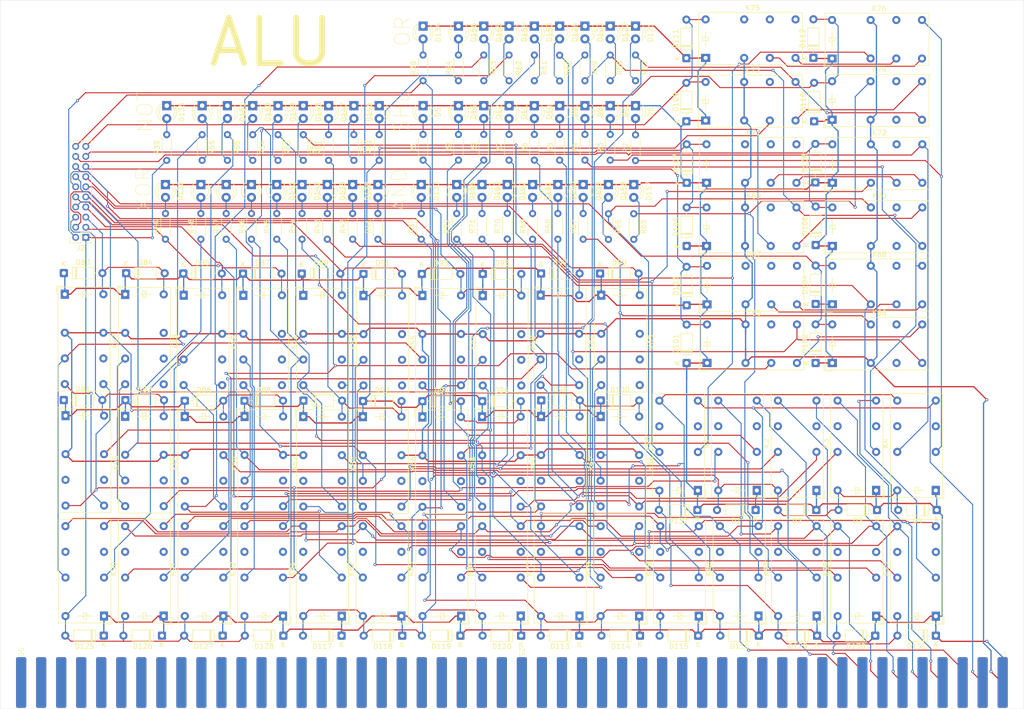
<source format=kicad_pcb>
(kicad_pcb (version 20241229) (generator "pcbnew") (generator_version "9.0")
  (layers (0 "F.Cu" signal) (2 "B.Cu" signal) (13 "F.Paste" user) (15 "B.Paste" user) (5 "F.SilkS" user "F.Silkscreen") (7 "B.SilkS" user "B.Silkscreen") (1 "F.Mask" user) (3 "B.Mask" user) (25 "Edge.Cuts" user))
  (net 0 "")
  (net 1 "Net-(D81-A)")
  (net 2 "Net-(D1-A)")
  (net 3 "Net-(D83-A)")
  (net 4 "Net-(D85-A)")
  (net 5 "Net-(D86-A)")
  (net 6 "Net-(D89-A)")
  (net 7 "Net-(D90-A)")
  (net 8 "Net-(D93-A)")
  (net 9 "Net-(D94-A)")
  (net 10 "Net-(D97-A)")
  (net 11 "Net-(D100-A)")
  (net 12 "Net-(D101-A)")
  (net 13 "Net-(D102-A)")
  (net 14 "Net-(D104-K)")
  (net 15 "Net-(D105-A)")
  (net 16 "Net-(D106-A)")
  (net 17 "Net-(D109-A)")
  (net 18 "Net-(D110-A)")
  (net 19 "Net-(D113-A)")
  (net 20 "Net-(D117-A)")
  (net 21 "Net-(D121-A)")
  (net 22 "Net-(D122-A)")
  (net 23 "Net-(D123-A)")
  (net 24 "Net-(D124-A)")
  (net 25 "Net-(D125-A)")
  (net 26 "Net-(D129-A)")
  (net 27 "Net-(D130-A)")
  (net 28 "Net-(D133-A)")
  (net 29 "Net-(D134-A)")
  (net 30 "Net-(D135-A)")
  (net 31 "Net-(D136-A)")
  (net 32 "Net-(D137-A)")
  (net 33 "Net-(D138-A)")
  (net 34 "Net-(D139-A)")
  (net 35 "Net-(D140-A)")
  (net 36 "Net-(D141-A)")
  (net 37 "Net-(D142-A)")
  (net 38 "Net-(D143-A)")
  (net 39 "Net-(D144-A)")
  (net 40 "Net-(D145-A)")
  (net 41 "Net-(D146-A)")
  (net 42 "Net-(D147-A)")
  (net 43 "Net-(D148-A)")
  (net 44 "Net-(D149-A)")
  (net 45 "Net-(D150-A)")
  (net 46 "Net-(D151-A)")
  (net 47 "Net-(D152-A)")
  (net 48 "Net-(D153-A)")
  (net 49 "Net-(D154-A)")
  (net 50 "Net-(D155-A)")
  (net 51 "Net-(D156-A)")
  (net 52 "Net-(D157-A)")
  (net 53 "Net-(D158-A)")
  (net 54 "Net-(U1-5_Volt)")
  (net 55 "Net-(D159-A)")
  (net 56 "Net-(D160-A)")
  (net 57 "Net-(D161-A)")
  (net 58 "Net-(D162-A)")
  (net 59 "Net-(D163-A)")
  (net 60 "Net-(D164-A)")
  (net 61 "Net-(K45-Pad21)")
  (net 62 "Net-(K45-Pad24)")
  (net 63 "Net-(K45-Pad14)")
  (net 64 "Net-(D1-K)")
  (net 65 "Net-(K46-Pad14)")
  (net 66 "Net-(K46-Pad11)")
  (net 67 "Net-(D5-A)")
  (net 68 "Net-(K46-Pad12)")
  (net 69 "Net-(K47-Pad12)")
  (net 70 "Net-(K49-Pad12)")
  (net 71 "Net-(K49-Pad14)")
  (net 72 "Net-(K49-Pad24)")
  (net 73 "Net-(K50-Pad21)")
  (net 74 "Net-(K51-Pad12)")
  (net 75 "Net-(K51-Pad14)")
  (net 76 "Net-(D6-A)")
  (net 77 "Net-(K52-Pad11)")
  (net 78 "Net-(D7-A)")
  (net 79 "Net-(K53-Pad12)")
  (net 80 "Net-(K53-Pad14)")
  (net 81 "Net-(K53-Pad24)")
  (net 82 "Net-(K54-Pad21)")
  (net 83 "Net-(K55-Pad12)")
  (net 84 "Net-(K55-Pad14)")
  (net 85 "Net-(D8-A)")
  (net 86 "Net-(D9-A)")
  (net 87 "Net-(K56-Pad11)")
  (net 88 "Net-(K57-Pad14)")
  (net 89 "Net-(K57-Pad24)")
  (net 90 "Net-(K57-Pad12)")
  (net 91 "Net-(K58-Pad21)")
  (net 92 "Net-(K59-Pad14)")
  (net 93 "Net-(K59-Pad12)")
  (net 94 "Net-(K60-Pad11)")
  (net 95 "Net-(D10-A)")
  (net 96 "Net-(D11-A)")
  (net 97 "Net-(K61-Pad14)")
  (net 98 "Net-(K61-Pad12)")
  (net 99 "Net-(K61-Pad24)")
  (net 100 "Net-(K62-Pad21)")
  (net 101 "Net-(K63-Pad14)")
  (net 102 "Net-(K63-Pad12)")
  (net 103 "Net-(U1-D5)")
  (net 104 "Net-(U1-D4)")
  (net 105 "Net-(D12-A)")
  (net 106 "Net-(U1-D2)")
  (net 107 "Net-(U1-D3)")
  (net 108 "Net-(D13-A)")
  (net 109 "Net-(K64-Pad11)")
  (net 110 "Net-(U1-D0)")
  (net 111 "Net-(U1-D1)")
  (net 112 "Net-(U1-D6)")
  (net 113 "Net-(U1-D7)")
  (net 114 "Net-(K65-Pad12)")
  (net 115 "Net-(K65-Pad24)")
  (net 116 "Net-(K65-Pad14)")
  (net 117 "Net-(K66-Pad21)")
  (net 118 "Net-(K67-Pad14)")
  (net 119 "Net-(K67-Pad12)")
  (net 120 "Net-(K68-Pad11)")
  (net 121 "Net-(K1-Pad21)")
  (net 122 "Net-(K1-Pad11)")
  (net 123 "Net-(K69-Pad12)")
  (net 124 "Net-(K69-Pad14)")
  (net 125 "Net-(K69-Pad24)")
  (net 126 "Net-(K70-Pad21)")
  (net 127 "Net-(K71-Pad14)")
  (net 128 "Net-(K71-Pad12)")
  (net 129 "Net-(K72-Pad11)")
  (net 130 "Net-(K73-Pad14)")
  (net 131 "Net-(K73-Pad12)")
  (net 132 "Net-(K73-Pad24)")
  (net 133 "Net-(K74-Pad21)")
  (net 134 "Net-(K75-Pad12)")
  (net 135 "Net-(K75-Pad14)")
  (net 136 "Net-(K76-Pad11)")
  (net 137 "Net-(K2-Pad11)")
  (net 138 "Net-(K2-Pad21)")
  (net 139 "Net-(K3-Pad21)")
  (net 140 "Net-(K3-Pad11)")
  (net 141 "Net-(K4-Pad11)")
  (net 142 "Net-(K4-Pad21)")
  (footprint "Diode_THT:D_DO-35_SOD27_P7.62mm_Horizontal" (layer "F.Cu") (at 117.1675 133.7292 180)
    (property "Reference" "D118")
    (property "Value" "1N914")
  )
  (footprint "Resistor_THT:R_Axial_DIN0204_L3.6mm_D1.6mm_P5.08mm_Horizontal" (layer "F.Cu") (at 142.9325 55.2992 90)
    (property "Reference" "R69")
    (property "Value" "R")
  )
  (footprint "Relay_THT:Relay_DPDT_Finder_30.22" (layer "F.Cu") (at 210.8583 129.8708 90)
    (property "Reference" "K94")
    (property "Value" "HK19F-DCxxV-SHC")
  )
  (footprint "Diode_THT:D_DO-35_SOD27_P7.62mm_Horizontal" (layer "F.Cu") (at 156.2775 62.0792)
    (property "Reference" "D99")
    (property "Value" "1N914")
  )
  (footprint "LED_THT:LED_D3.0mm" (layer "F.Cu") (at 112.6075 28.8842 -90)
    (property "Reference" "D145" (hide yes))
    (property "Value" "LED")
  )
  (footprint "Diode_THT:D_DO-35_SOD27_P7.62mm_Horizontal" (layer "F.Cu") (at 198.8975 56.4492 90)
    (property "Reference" "D106")
    (property "Value" "1N914")
  )
  (footprint "Diode_THT:D_DO-35_SOD27_P7.62mm_Horizontal" (layer "F.Cu") (at 97.6397 87.2273)
    (property "Reference" "D90" (hide yes))
    (property "Value" "1N914")
  )
  (footprint "Relay_THT:Relay_DPDT_Finder_30.22" (layer "F.Cu") (at 93.5925 129.8492 90)
    (property "Reference" "K92")
    (property "Value" "HK19F-DCxxV-SHC")
  )
  (footprint "LED_THT:LED_D3.0mm" (layer "F.Cu") (at 70.3575 44.4892 -90)
    (property "Reference" "D136")
    (property "Value" "LED" (hide yes))
  )
  (footprint "Diode_THT:D_DO-35_SOD27_P7.62mm_Horizontal" (layer "F.Cu") (at 140.6675 133.7292 180)
    (property "Reference" "D120")
    (property "Value" "1N914")
  )
  (footprint "Resistor_THT:R_Axial_DIN0204_L3.6mm_D1.6mm_P5.08mm_Horizontal" (layer "F.Cu") (at 138.2825 18.8642 -90)
    (property "Reference" "R62")
    (property "Value" "R")
  )
  (footprint "Diode_THT:D_DO-35_SOD27_P7.62mm_Horizontal" (layer "F.Cu") (at 128.6675 133.7292 180)
    (property "Reference" "D119")
    (property "Value" "1N914")
  )
  (footprint "Diode_THT:D_DO-35_SOD27_P7.62mm_Horizontal" (layer "F.Cu") (at 152.1675 133.7292 180)
    (property "Reference" "D113")
    (property "Value" "1N914")
  )
  (footprint "Diode_THT:D_DO-35_SOD27_P7.62mm_Horizontal" (layer "F.Cu") (at 187.6675 133.7292 180)
    (property "Reference" "D116")
    (property "Value" "1N914")
  )
  (footprint "Relay_THT:Relay_DPDT_Finder_30.22" (layer "F.Cu") (at 70.0025 129.8492 90)
    (property "Reference" "K90")
    (property "Value" "HK19F-DCxxV-SHC")
  )
  (footprint "LED_THT:LED_D3.0mm" (layer "F.Cu") (at 138.2825 28.8842 -90)
    (property "Reference" "D11")
    (property "Value" "LED")
  )
  (footprint "Resistor_THT:R_Axial_DIN0204_L3.6mm_D1.6mm_P5.08mm_Horizontal" (layer "F.Cu") (at 133.2825 18.8642 -90)
    (property "Reference" "R63")
    (property "Value" "R")
  )
  (footprint "LED_THT:LED_D3.0mm" (layer "F.Cu") (at 120.9325 44.4892 -90)
    (property "Reference" "D133")
    (property "Value" "LED" (hide yes))
  )
  (footprint "Resistor_THT:R_Axial_DIN0204_L3.6mm_D1.6mm_P5.08mm_Horizontal" (layer "F.Cu") (at 77.6075 34.6142 -90)
    (property "Reference" "R56")
    (property "Value" "R")
  )
  (footprint "Resistor_THT:R_Axial_DIN0204_L3.6mm_D1.6mm_P5.08mm_Horizontal" (layer "F.Cu") (at 121.2825 23.9442 90)
    (property "Reference" "R38")
    (property "Value" "R")
  )
  (footprint "Diode_THT:D_DO-35_SOD27_P7.62mm_Horizontal" (layer "F.Cu") (at 62.449 87.129)
    (property "Reference" "D82")
    (property "Value" "1N914")
  )
  (footprint "Relay_THT:Relay_DPDT_Finder_30.22" (layer "F.Cu") (at 109.505 66.4492 -90)
    (property "Reference" "K55")
    (property "Value" "HK19F-DCxxV-SHC")
  )
  (footprint "Relay_THT:Relay_DPDT_Finder_30.22" (layer "F.Cu") (at 121.1625 66.4217 -90)
    (property "Reference" "K57")
    (property "Value" "HK19F-DCxxV-SHC")
  )
  (footprint "LED_THT:LED_D3.0mm" (layer "F.Cu") (at 153.2825 28.8842 -90)
    (property "Reference" "D8")
    (property "Value" "LED")
  )
  (footprint "Diode_THT:D_DO-35_SOD27_P7.62mm_Horizontal" (layer "F.Cu") (at 199.1675 133.7292 180)
    (property "Reference" "D129")
    (property "Value" "1N914")
  )
  (footprint "LED_THT:LED_D3.0mm" (layer "F.Cu") (at 87.6075 28.8842 -90)
    (property "Reference" "D150")
    (property "Value" "LED")
  )
  (footprint "Relay_THT:Relay_DPDT_Finder_30.22" (layer "F.Cu") (at 210.85 104.9967 90)
    (property "Reference" "K3")
    (property "Value" "HK19F-DCxxV-SHC")
  )
  (footprint "Resistor_THT:R_Axial_DIN0204_L3.6mm_D1.6mm_P5.08mm_Horizontal" (layer "F.Cu") (at 143.2825 39.6542 90)
    (property "Reference" "R6")
    (property "Value" "R")
  )
  (footprint "LED_THT:LED_D3.0mm" (layer "F.Cu") (at 143.2825 28.8842 -90)
    (property "Reference" "D10")
    (property "Value" "LED")
  )
  (footprint "Diode_THT:D_DO-35_SOD27_P7.62mm_Horizontal" (layer "F.Cu") (at 58.1675 133.7292 180)
    (property "Reference" "D125")
    (property "Value" "1N914")
  )
  (footprint "Resistor_THT:R_Axial_DIN0204_L3.6mm_D1.6mm_P5.08mm_Horizontal" (layer "F.Cu") (at 107.3575 55.2992 90)
    (property "Reference" "R42")
    (property "Value" "R")
  )
  (footprint "LED_THT:LED_D3.0mm" (layer "F.Cu") (at 127.9325 44.4892 -90)
    (property "Reference" "D164")
    (property "Value" "LED")
  )
  (footprint "Resistor_THT:R_Axial_DIN0204_L3.6mm_D1.6mm_P5.08mm_Horizontal" (layer "F.Cu") (at 128.2825 23.9442 90)
    (property "Reference" "R64")
    (property "Value" "R")
  )
  (footprint "Diode_THT:D_DO-35_SOD27_P7.62mm_Horizontal" (layer "F.Cu") (at 198.88 79.7792 90)
    (property "Reference" "D102")
    (property "Value" "1N914")
  )
  (footprint "LED_THT:LED_D3.0mm" (layer "F.Cu") (at 82.6075 28.8842 -90)
    (property "Reference" "D151")
    (property "Value" "LED")
  )
  (footprint "Diode_THT:D_DO-35_SOD27_P7.62mm_Horizontal" (layer "F.Cu") (at 222.835 108.8767 180)
    (property "Reference" "D4")
    (property "Value" "1N914")
  )
  (footprint "LED_THT:LED_D3.0mm" (layer "F.Cu") (at 87.3575 44.4892 -90)
    (property "Reference" "D142" (hide yes))
    (property "Value" "LED")
  )
  (footprint "Relay_THT:Relay_DPDT_Finder_30.22" (layer "F.Cu") (at 144.6075 90.3792 -90)
    (property "Reference" "K62")
    (property "Value" "HK19F-DCxxV-SHC")
  )
  (footprint "Connector_PinHeader_2.00mm:PinHeader_2x10_P2.00mm_Vertical" (layer "F.Cu") (at 54.6075 54.9292 180)
    (property "Reference" "J2")
    (property "Value" "Conn_02x10_Odd_Even")
  )
  (footprint "Diode_THT:D_DO-35_SOD27_P7.62mm_Horizontal" (layer "F.Cu") (at 144.6502 87.1728)
    (property "Reference" "D98")
    (property "Value" "1N914")
  )
  (footprint "LED_THT:LED_D3.0mm" (layer "F.Cu") (at 152.9325 44.4892 -90)
    (property "Reference" "D159")
    (property "Value" "LED")
  )
  (footprint "Resistor_THT:R_Axial_DIN0204_L3.6mm_D1.6mm_P5.08mm_Horizontal" (layer "F.Cu") (at 82.6075 34.6142 -90)
    (property "Reference" "R55")
    (property "Value" "R")
  )
  (footprint "Diode_THT:D_DO-35_SOD27_P7.62mm_Horizontal" (layer "F.Cu") (at 173.3975 44.1392 90)
    (property "Reference" "D107")
    (property "Value" "1N914")
  )
  (footprint "Relay_THT:Relay_DPDT_Finder_30.22" (layer "F.Cu") (at 128.7975 129.8492 90)
    (property "Reference" "K83")
    (property "Value" "HK19F-DCxxV-SHC")
  )
  (footprint "Diode_THT:D_DO-35_SOD27_P7.62mm_Horizontal" (layer "F.Cu") (at 210.6675 133.7292 180)
    (property "Reference" "D130")
    (property "Value" "1N914")
  )
  (footprint "Relay_THT:Relay_DPDT_Finder_30.22" (layer "F.Cu") (at 202.14 31.6667)
    (property "Reference" "K74")
    (property "Value" "HK19F-DCxxV-SHC")
  )
  (footprint "Resistor_THT:R_Axial_DIN0204_L3.6mm_D1.6mm_P5.08mm_Horizontal" (layer "F.Cu") (at 82.3575 55.2992 90)
    (property "Reference" "R47")
    (property "Value" "R")
  )
  (footprint "Diode_THT:D_DO-35_SOD27_P7.62mm_Horizontal" (layer "F.Cu") (at 173.34 19.4767 90)
    (property "Reference" "D111")
    (property "Value" "1N914")
  )
  (footprint "LED_THT:LED_D3.0mm" (layer "F.Cu") (at 158.2825 13.1342 -90)
    (property "Reference" "D122")
    (property "Value" "LED")
  )
  (footprint "LED_THT:LED_D3.0mm" (layer "F.Cu") (at 138.2825 13.1342 -90)
    (property "Reference" "D154")
    (property "Value" "LED")
  )
  (footprint "Resistor_THT:R_Axial_DIN0204_L3.6mm_D1.6mm_P5.08mm_Horizontal" (layer "F.Cu") (at 121.2825 39.6542 90)
    (property "Reference" "R1")
    (property "Value" "R")
  )
  (footprint "Resistor_THT:R_Axial_DIN0204_L3.6mm_D1.6mm_P5.08mm_Horizontal" (layer "F.Cu") (at 112.3575 55.2992 90)
    (property "Reference" "R41")
    (property "Value" "R")
  )
  (footprint "Diode_THT:D_DO-35_SOD27_P7.62mm_Horizontal" (layer "F.Cu") (at 175.6675 133.7292 180)
    (property "Reference" "D115")
    (property "Value" "1N914")
  )
  (footprint "Relay_THT:Relay_DPDT_Finder_30.22" (layer "F.Cu") (at 202.1975 44.1392)
    (property "Reference" "K72")
    (property "Value" "HK19F-DCxxV-SHC")
  )
  (footprint "Resistor_THT:R_Axial_DIN0204_L3.6mm_D1.6mm_P5.08mm_Horizontal" (layer "F.Cu") (at 148.2825 18.9042 -90)
    (property "Reference" "R60")
    (property "Value" "R")
  )
  (footprint "Diode_THT:D_DO-35_SOD27_P7.62mm_Horizontal" (layer "F.Cu") (at 85.9844 87.2437)
    (property "Reference" "D88")
    (property "Value" "1N914")
  )
  (footprint "Relay_THT:Relay_DPDT_Finder_30.22" (layer "F.Cu") (at 73.95 66.3867 -90)
    (property "Reference" "K49")
    (property "Value" "HK19F-DCxxV-SHC")
  )
  (footprint "Diode_THT:D_DO-35_SOD27_P7.62mm_Horizontal" (layer "F.Cu") (at 62.585 62.0292)
    (property "Reference" "D84")
    (property "Value" "1N914")
  )
  (footprint "Relay_THT:Relay_DPDT_Finder_30.22" (layer "F.Cu") (at 202.1975 56.6392)
    (property "Reference" "K70")
    (property "Value" "HK19F-DCxxV-SHC")
  )
  (footprint "Diode_THT:D_DO-35_SOD27_P7.62mm_Horizontal" (layer "F.Cu") (at 121.0425 62.1592)
    (property "Reference" "D93")
    (property "Value" "1N914")
  )
  (footprint "relaccomp:Conn_RC_Male_100" (layer "F.Cu") (at 235.865 99.44 -90)
    (property "Reference" "U1" (hide yes))
    (property "Value" "~" (hide yes))
  )
  (footprint "Relay_THT:Relay_DPDT_Finder_30.22" (layer "F.Cu") (at 133.08 66.4592 -90)
    (property "Reference" "K59")
    (property "Value" "HK19F-DCxxV-SHC")
  )
  (footprint "Diode_THT:D_DO-35_SOD27_P7.62mm_Horizontal" (layer "F.Cu") (at 175.525 108.8767 180)
    (property "Reference" "D132")
    (property "Value" "1N914")
  )
  (footprint "Resistor_THT:R_Axial_DIN0204_L3.6mm_D1.6mm_P5.08mm_Horizontal" (layer "F.Cu") (at 132.9325 55.2992 90)
    (property "Reference" "R71")
    (property "Value" "R")
  )
  (footprint "Relay_THT:Relay_DPDT_Finder_30.22" (layer "F.Cu") (at 177.14 19.4317)
    (property "Reference" "K75")
    (property "Value" "HK19F-DCxxV-SHC")
  )
  (footprint "Relay_THT:Relay_DPDT_Finder_30.22" (layer "F.Cu") (at 58.2075 129.8492 90)
    (property "Reference" "K89" (hide yes))
    (property "Value" "HK19F-DCxxV-SHC")
  )
  (footprint "LED_THT:LED_D3.0mm" (layer "F.Cu") (at 163.2825 28.8842 -90)
    (property "Reference" "D6")
    (property "Value" "LED")
  )
  (footprint "LED_THT:LED_D3.0mm" (layer "F.Cu") (at 97.6075 28.8842 -90)
    (property "Reference" "D148")
    (property "Value" "LED")
  )
  (footprint "Diode_THT:D_DO-35_SOD27_P7.62mm_Horizontal" (layer "F.Cu") (at 199.025 108.8767 180)
    (property "Reference" "D2")
    (property "Value" "1N914")
  )
  (footprint "Resistor_THT:R_Axial_DIN0204_L3.6mm_D1.6mm_P5.08mm_Horizontal" (layer "F.Cu") (at 87.6075 34.6142 -90)
    (property "Reference" "R54")
    (property "Value" "R")
  )
  (footprint "Relay_THT:Relay_DPDT_Finder_30.22" (layer "F.Cu") (at 156.3825 90.3792 -90)
    (property "Reference" "K64")
    (property "Value" "HK19F-DCxxV-SHC")
  )
  (footprint "Diode_THT:D_DO-35_SOD27_P7.62mm_Horizontal" (layer "F.Cu") (at 198.8347 44.0618 90)
    (property "Reference" "D108")
    (property "Value" "1N914")
  )
  (footprint "Diode_THT:D_DO-35_SOD27_P7.62mm_Horizontal" (layer "F.Cu") (at 109.4117 87.3203)
    (property "Reference" "D92")
    (property "Value" "1N914")
  )
  (footprint "Diode_THT:D_DO-35_SOD27_P7.62mm_Horizontal" (layer "F.Cu") (at 93.6675 133.7292 180)
    (property "Reference" "D128")
    (property "Value" "1N914")
  )
  (footprint "LED_THT:LED_D3.0mm" (layer "F.Cu") (at 82.3575 44.4892 -90)
    (property "Reference" "D143" (hide yes))
    (property "Value" "LED")
  )
  (footprint "LED_THT:LED_D3.0mm" (layer "F.Cu") (at 147.9325 44.4892 -90)
    (property "Reference" "D160")
    (property "Value" "LED")
  )
  (footprint "Resistor_THT:R_Axial_DIN0204_L3.6mm_D1.6mm_P5.08mm_Horizontal" (layer "F.Cu") (at 97.6075 34.6142 -90)
    (property "Reference" "R52")
    (property "Value" "R")
  )
  (footprint "Relay_THT:Relay_DPDT_Finder_30.22" (layer "F.Cu") (at 202.18 68.1792)
    (property "Reference" "K68")
    (property "Value" "HK19F-DCxxV-SHC")
  )
  (footprint "Diode_THT:D_DO-35_SOD27_P7.62mm_Horizontal" (layer "F.Cu") (at 132.981 87.3436)
    (property "Reference" "D96")
    (property "Value" "1N914")
  )
  (footprint "Resistor_THT:R_Axial_DIN0204_L3.6mm_D1.6mm_P5.08mm_Horizontal" (layer "F.Cu") (at 163.2825 39.7342 90)
    (property "Reference" "R2")
    (property "Value" "R")
  )
  (footprint "Relay_THT:Relay_DPDT_Finder_30.22" (layer "F.Cu") (at 202.14 19.5492)
    (property "Reference" "K76")
    (property "Value" "HK19F-DCxxV-SHC")
  )
  (footprint "LED_THT:LED_D3.0mm" (layer "F.Cu") (at 92.3575 44.4892 -90)
    (property "Reference" "D141")
    (property "Value" "LED")
  )
  (footprint "Diode_THT:D_DO-35_SOD27_P7.62mm_Horizontal" (layer "F.Cu") (at 50.2533 87.1228)
    (property "Reference" "D81")
    (property "Value" "1N914")
  )
  (footprint "Relay_THT:Relay_DPDT_Finder_30.22" (layer "F.Cu") (at 177.3175 56.6392)
    (property "Reference" "K69")
    (property "Value" "HK19F-DCxxV-SHC")
  )
  (footprint "Resistor_THT:R_Axial_DIN0204_L3.6mm_D1.6mm_P5.08mm_Horizontal" (layer "F.Cu") (at 107.6075 34.6142 -90)
    (property "Reference" "R50")
    (property "Value" "R")
  )
  (footprint "Resistor_THT:R_Axial_DIN0204_L3.6mm_D1.6mm_P5.08mm_Horizontal" (layer "F.Cu") (at 127.9325 55.2992 90)
    (property "Reference" "R72")
    (property "Value" "R")
  )
  (footprint "Relay_THT:Relay_DPDT_Finder_30.22" (layer "F.Cu") (at 85.995 90.3617 -90)
    (property "Reference" "K52")
    (property "Value" "HK19F-DCxxV-SHC")
  )
  (footprint "Relay_THT:Relay_DPDT_Finder_30.22" (layer "F.Cu") (at 85.7575 66.3992 -90)
    (property "Reference" "K51")
    (property "Value" "HK19F-DCxxV-SHC")
  )
  (footprint "LED_THT:LED_D3.0mm" (layer "F.Cu") (at 92.6075 28.8842 -90)
    (property "Reference" "D149")
    (property "Value" "LED")
  )
  (footprint "Diode_THT:D_DO-35_SOD27_P7.62mm_Horizontal" (layer "F.Cu") (at 173.38 68.3717 90)
    (property "Reference" "D103")
    (property "Value" "1N914")
  )
  (footprint "Resistor_THT:R_Axial_DIN0204_L3.6mm_D1.6mm_P5.08mm_Horizontal" (layer "F.Cu") (at 153.2825 18.8642 -90)
    (property "Reference" "R59")
    (property "Value" "R")
  )
  (footprint "LED_THT:LED_D3.0mm" (layer "F.Cu") (at 133.2825 13.1342 -90)
    (property "Reference" "D155")
    (property "Value" "LED")
  )
  (footprint "Resistor_THT:R_Axial_DIN0204_L3.6mm_D1.6mm_P5.08mm_Horizontal" (layer "F.Cu") (at 102.3575 55.2992 90)
    (property "Reference" "R43")
    (property "Value" "R")
  )
  (footprint "LED_THT:LED_D3.0mm" (layer "F.Cu") (at 163.2825 13.1342 -90)
    (property "Reference" "D121")
    (property "Value" "LED")
  )
  (footprint "Diode_THT:D_DO-35_SOD27_P7.62mm_Horizontal" (layer "F.Cu") (at 156.4048 87.2046)
    (property "Reference" "D100")
    (property "Value" "1N914")
  )
  (footprint "LED_THT:LED_D3.0mm" (layer "F.Cu") (at 128.2825 28.8842 -90)
    (property "Reference" "D13")
    (property "Value" "LED")
  )
  (footprint "LED_THT:LED_D3.0mm" (layer "F.Cu") (at 112.3575 44.4892 -90)
    (property "Reference" "D137" (hide yes))
    (property "Value" "LED")
  )
  (footprint "Resistor_THT:R_Axial_DIN0204_L3.6mm_D1.6mm_P5.08mm_Horizontal" (layer "F.Cu") (at 137.9325 55.2592 90)
    (property "Reference" "R70")
    (property "Value" "R")
  )
  (footprint "LED_THT:LED_D3.0mm" (layer "F.Cu") (at 77.3575 44.4892 -90)
    (property "Reference" "D144" (hide yes))
    (property "Value" "LED")
  )
  (footprint "Diode_THT:D_DO-35_SOD27_P7.62mm_Horizontal" (layer "F.Cu") (at 133.08 62.1592)
    (property "Reference" "D95")
    (property "Value" "1N914")
  )
  (footprint "Relay_THT:Relay_DPDT_Finder_30.22" (layer "F.Cu") (at 132.9625 90.4217 -90)
    (property "Reference" "K60")
    (property "Value" "HK19F-DCxxV-SHC")
  )
  (footprint "LED_THT:LED_D3.0mm" (layer "F.Cu") (at 148.2825 28.8842 -90)
    (property "Reference" "D9")
    (property "Value" "LED")
  )
  (footprint "Resistor_THT:R_Axial_DIN0204_L3.6mm_D1.6mm_P5.08mm_Horizontal" (layer "F.Cu") (at 157.9325 50.2592 -90)
    (property "Reference" "R66")
    (property "Value" "R")
  )
  (footprint "LED_THT:LED_D3.0mm" (layer "F.Cu") (at 70.6075 28.8842 -90)
    (property "Reference" "D135")
    (property "Value" "LED" (hide yes))
  )
  (footprint "Diode_THT:D_DO-35_SOD27_P7.62mm_Horizontal" (layer "F.Cu") (at 73.8775 62.0867)
    (property "Reference" "D85")
    (property "Value" "1N914")
  )
  (footprint "Diode_THT:D_DO-35_SOD27_P7.62mm_Horizontal" (layer "F.Cu") (at 198.5945 31.9767 90)
    (property "Reference" "D110")
    (property "Value" "1N914")
  )
  (footprint "Resistor_THT:R_Axial_DIN0204_L3.6mm_D1.6mm_P5.08mm_Horizontal" (layer "F.Cu") (at 77.3575 55.2992 90)
    (property "Reference" "R48")
    (property "Value" "R")
  )
  (footprint "Diode_THT:D_DO-35_SOD27_P7.62mm_Horizontal" (layer "F.Cu") (at 105.1675 133.7292 180)
    (property "Reference" "D117")
    (property "Value" "1N914")
  )
  (footprint "Resistor_THT:R_Axial_DIN0204_L3.6mm_D1.6mm_P5.08mm_Horizontal" (layer "F.Cu") (at 87.3575 55.2992 90)
    (property "Reference" "R46")
    (property "Value" "R")
  )
  (footprint "Relay_THT:Relay_DPDT_Finder_30.22" (layer "F.Cu") (at 222.645 104.9967 90)
    (property "Reference" "K4")
    (property "Value" "HK19F-DCxxV-SHC" (hide yes))
  )
  (footprint "Relay_THT:Relay_DPDT_Finder_30.22" (layer "F.Cu") (at 81.7975 129.8492 90)
    (property "Reference" "K91")
    (property "Value" "HK19F-DCxxV-SHC")
  )
  (footprint "Relay_THT:Relay_DPDT_Finder_30.22" (layer "F.Cu") (at 199.055 104.9967 90)
    (property "Reference" "K2")
    (property "Value" "HK19F-DCxxV-SHC")
  )
  (footprint "Diode_THT:D_DO-35_SOD27_P7.62mm_Horizontal" (layer "F.Cu") (at 81.6675 133.7292 180)
    (property "Reference" "D127")
    (property "Value" "1N914")
  )
  (footprint "Resistor_THT:R_Axial_DIN0204_L3.6mm_D1.6mm_P5.08mm_Horizontal" (layer "F.Cu") (at 147.9325 55.2992 90)
    (property "Reference" "R68")
    (property "Value" "R")
  )
  (footprint "Relay_THT:Relay_DPDT_Finder_30.22" (layer "F.Cu") (at 50.595 90.2092 -90)
    (property "Reference" "K45")
    (property "Value" "HK19F-DCxxV-SHC" (hide yes))
  )
  (footprint "Relay_THT:Relay_DPDT_Finder_30.22" (layer "F.Cu") (at 164.0025 129.8492 90)
    (property "Reference" "K78")
    (property "Value" "HK19F-DCxxV-SHC")
  )
  (footprint "Diode_THT:D_DO-35_SOD27_P7.62mm_Horizontal" (layer "F.Cu") (at 85.685 62.0992)
    (property "Reference" "D87")
    (property "Value" "1N914")
  )
  (footprint "Resistor_THT:R_Axial_DIN0204_L3.6mm_D1.6mm_P5.08mm_Horizontal" (layer "F.Cu") (at 138.2825 39.6542 90)
    (property "Reference" "R7")
    (property "Value" "R")
  )
  (footprint "Diode_THT:D_DO-35_SOD27_P7.62mm_Horizontal" (layer "F.Cu") (at 173.38 79.8029 90)
    (property "Reference" "D101")
    (property "Value" "1N914")
  )
  (footprint "Resistor_THT:R_Axial_DIN0204_L3.6mm_D1.6mm_P5.08mm_Horizontal" (layer "F.Cu") (at 162.9325 50.2592 -90)
    (property "Reference" "R65")
    (property "Value" "R")
  )
  (footprint "Resistor_THT:R_Axial_DIN0204_L3.6mm_D1.6mm_P5.08mm_Horizontal" (layer "F.Cu") (at 120.9325 55.2992 90)
    (property "Reference" "R37")
    (property "Value" "R")
  )
  (footprint "LED_THT:LED_D3.0mm" (layer "F.Cu") (at 107.3575 44.4892 -90)
    (property "Reference" "D138")
    (property "Value" "LED")
  )
  (footprint "Diode_THT:D_DO-35_SOD27_P7.62mm_Horizontal" (layer "F.Cu") (at 211.025 108.8767 180)
    (property "Reference" "D3")
    (property "Value" "1N914")
  )
  (footprint "Relay_THT:Relay_DPDT_Finder_30.22" (layer "F.Cu") (at 144.52 66.3792 -90)
    (property "Reference" "K61")
    (property "Value" "HK19F-DCxxV-SHC")
  )
  (footprint "Diode_THT:D_DO-35_SOD27_P7.62mm_Horizontal" (layer "F.Cu") (at 187.025 108.8767 180)
    (property "Reference" "D1")
    (property "Value" "1N914")
  )
  (footprint "LED_THT:LED_D3.0mm" (layer "F.Cu") (at 102.3575 44.4892 -90)
    (property "Reference" "D139")
    (property "Value" "LED")
  )
  (footprint "Relay_THT:Relay_DPDT_Finder_30.22" (layer "F.Cu") (at 62.395 90.3292 -90)
    (property "Reference" "K46")
    (property "Value" "HK19F-DCxxV-SHC")
  )
  (footprint "Resistor_THT:R_Axial_DIN0204_L3.6mm_D1.6mm_P5.08mm_Horizontal" (layer "F.Cu") (at 153.2825 39.6542 90)
    (property "Reference" "R4")
    (property "Value" "R")
  )
  (footprint "Diode_THT:D_DO-35_SOD27_P7.62mm_Horizontal" (layer "F.Cu") (at 121.151 87.3455)
    (property "Reference" "D94")
    (property "Value" "1N914")
  )
  (footprint "Relay_THT:Relay_DPDT_Finder_30.22" (layer "F.Cu") (at 117.0025 129.8492 90)
    (property "Reference" "K82")
    (property "Value" "HK19F-DCxxV-SHC")
  )
  (footprint "Resistor_THT:R_Axial_DIN0204_L3.6mm_D1.6mm_P5.08mm_Horizontal" (layer "F.Cu") (at 158.2825 39.6542 90)
    (property "Reference" "R3")
    (property "Value" "R")
  )
  (footprint "Diode_THT:D_DO-35_SOD27_P7.62mm_Horizontal" (layer "F.Cu") (at 69.6675 133.7292 180)
    (property "Reference" "D126")
    (property "Value" "1N914")
  )
  (footprint "LED_THT:LED_D3.0mm" (layer "F.Cu") (at 97.3575 44.4892 -90)
    (property "Reference" "D140")
    (property "Value" "LED")
  )
  (footprint "Diode_THT:D_DO-35_SOD27_P7.62mm_Horizontal" (layer "F.Cu") (at 198.4501 19.4089 90)
    (property "Reference" "D112")
    (property "Value" "1N914")
  )
  (footprint "Resistor_THT:R_Axial_DIN0204_L3.6mm_D1.6mm_P5.08mm_Horizontal" (layer "F.Cu") (at 128.2825 39.6542 90)
    (property "Reference" "R9")
    (property "Value" "R")
  )
  (footprint "LED_THT:LED_D3.0mm" (layer "F.Cu") (at 137.9325 44.4892 -90)
    (property "Reference" "D162")
    (property "Value" "LED")
  )
  (footprint "LED_THT:LED_D3.0mm" (layer "F.Cu") (at 121.2825 28.8842 -90)
    (property "Reference" "D5")
    (property "Value" "LED" (hide yes))
  )
  (footprint "Diode_THT:D_DO-35_SOD27_P7.62mm_Horizontal" (layer "F.Cu") (at 50.27 62.0017)
    (property "Reference" "D83")
    (property "Value" "1N914")
  )
  (footprint "LED_THT:LED_D3.0mm" (layer "F.Cu") (at 157.9325 44.4892 -90)
    (property "Reference" "D158")
    (property "Value" "LED")
  )
  (footprint "Diode_THT:D_DO-35_SOD27_P7.62mm_Horizontal" (layer "F.Cu") (at 109.505 62.1492)
    (property "Reference" "D91")
    (property "Value" "1N914")
  )
  (footprint "Resistor_THT:R_Axial_DIN0204_L3.6mm_D1.6mm_P5.08mm_Horizontal" (layer "F.Cu") (at 143.2825 18.8642 -90)
    (property "Reference" "R61")
    (property "Value" "R")
  )
  (footprint "Resistor_THT:R_Axial_DIN0204_L3.6mm_D1.6mm_P5.08mm_Horizontal" (layer "F.Cu") (at 70.6075 39.6942 90)
    (property "Reference" "R39")
    (property "Value" "R")
  )
  (footprint "LED_THT:LED_D3.0mm" (layer "F.Cu") (at 158.2825 28.8842 -90)
    (property "Reference" "D7")
    (property "Value" "LED")
  )
  (footprint "Resistor_THT:R_Axial_DIN0204_L3.6mm_D1.6mm_P5.08mm_Horizontal" (layer "F.Cu") (at 133.2825 39.6542 90)
    (property "Reference" "R8")
    (property "Value" "R")
  )
  (footprint "LED_THT:LED_D3.0mm" (layer "F.Cu") (at 148.2825 13.1342 -90)
    (property "Reference" "D124")
    (property "Value" "LED")
  )
  (footprint "Diode_THT:D_DO-35_SOD27_P7.62mm_Horizontal" (layer "F.Cu") (at 173.34 31.9767 90)
    (property "Reference" "D109")
    (property "Value" "1N914")
  )
  (footprint "Relay_THT:Relay_DPDT_Finder_30.22" (layer "F.Cu") (at 109.3875 90.4117 -90)
    (property "Reference" "K56")
    (property "Value" "HK19F-DCxxV-SHC")
  )
  (footprint "LED_THT:LED_D3.0mm" (layer "F.Cu") (at 153.2825 13.1342 -90)
    (property "Reference" "D123")
    (property "Value" "LED")
  )
  (footprint "Relay_THT:Relay_DPDT_Finder_30.22" (layer "F.Cu") (at 222.6533 129.8708 90)
    (property "Reference" "K95")
    (property "Value" "HK19F-DCxxV-SHC" (hide yes))
  )
  (footprint "Diode_THT:D_DO-35_SOD27_P7.62mm_Horizontal" (layer "F.Cu") (at 198.898 68.1292 90)
    (property "Reference" "D104")
    (property "Value" "1N914")
  )
  (footprint "Diode_THT:D_DO-35_SOD27_P7.62mm_Horizontal" (layer "F.Cu") (at 97.2975 62.1042)
    (property "Reference" "D89")
    (property "Value" "1N914")
  )
  (footprint "Resistor_THT:R_Axial_DIN0204_L3.6mm_D1.6mm_P5.08mm_Horizontal" (layer "F.Cu") (at 148.2825 39.6542 90)
    (property "Reference" "R5")
    (property "Value" "R")
  )
  (footprint "Resistor_THT:R_Axial_DIN0204_L3.6mm_D1.6mm_P5.08mm_Horizontal" (layer "F.Cu") (at 102.6075 39.6942 90)
    (property "Reference" "R51")
    (property "Value" "R")
  )
  (footprint "Relay_THT:Relay_DPDT_Finder_30.22" (layer "F.Cu") (at 156.5 66.3792 -90)
    (property "Reference" "K63")
    (property "Value" "HK19F-DCxxV-SHC")
  )
  (footprint "Relay_THT:Relay_DPDT_Finder_30.22" (layer "F.Cu") (at 177.4175 79.7792)
    (property "Reference" "K65")
    (property "Value" "HK19F-DCxxV-SHC")
  )
  (footprint "Relay_THT:Relay_DPDT_Finder_30.22" (layer "F.Cu") (at 140.5925 129.8492 90)
    (property "Reference" "K84")
    (property "Value" "HK19F-DCxxV-SHC")
  )
  (footprint "LED_THT:LED_D3.0mm" (layer "F.Cu") (at 77.6075 28.8842 -90)
    (property "Reference" "D152" (hide yes))
    (property "Value" "LED")
  )
  (footprint "Resistor_THT:R_Axial_DIN0204_L3.6mm_D1.6mm_P5.08mm_Horizontal" (layer "F.Cu") (at 97.3575 55.2992 90)
    (property "Reference" "R44")
    (property "Value" "R")
  )
  (footprint "Relay_THT:Relay_DPDT_Finder_30.22" (layer "F.Cu") (at 105.2075 129.8492 90)
    (property "Reference" "K81")
    (property "Value" "HK19F-DCxxV-SHC")
  )
  (footprint "Relay_THT:Relay_DPDT_Finder_30.22" (layer "F.Cu") (at 187.26 104.9967 90)
    (property "Reference" "K1")
    (property "Value" "HK19F-DCxxV-SHC")
  )
  (footprint "Relay_THT:Relay_DPDT_Finder_30.22" (layer "F.Cu") (at 152.2075 129.8492 90)
    (property "Reference" "K77")
    (property "Value" "HK19F-DCxxV-SHC")
  )
  (footprint "LED_THT:LED_D3.0mm" (layer "F.Cu") (at 133.2825 28.8842 -90)
    (property "Reference" "D12")
    (property "Value" "LED")
  )
  (footprint "Resistor_THT:R_Axial_DIN0204_L3.6mm_D1.6mm_P5.08mm_Horizontal" (layer "F.Cu") (at 92.6075 34.6142 -90)
    (property "Reference" "R53")
    (property "Value" "R")
  )
  (footprint "LED_THT:LED_D3.0mm" (layer "F.Cu") (at 142.9325 44.4892 -90)
    (property "Reference" "D161")
    (property "Value" "LED")
  )
  (footprint "Relay_THT:Relay_DPDT_Finder_30.22" (layer "F.Cu") (at 177.3175 44.1392)
    (property "Reference" "K71")
    (property "Value" "HK19F-DCxxV-SHC" (hide yes))
  )
  (footprint "Relay_THT:Relay_DPDT_Finder_30.22" (layer "F.Cu") (at 177.4175 68.1817)
    (property "Reference" "K67")
    (property "Value" "HK19F-DCxxV-SHC")
  )
  (footprint "Resistor_THT:R_Axial_DIN0204_L3.6mm_D1.6mm_P5.08mm_Horizontal" (layer "F.Cu") (at 112.6075 39.6942 90)
    (property "Reference" "R49")
    (property "Value" "R")
  )
  (footprint "LED_THT:LED_D3.0mm" (layer "F.Cu") (at 121.2825 13.1342 -90)
    (property "Reference" "D134")
    (property "Value" "LED" (hide yes))
  )
  (footprint "Relay_THT:Relay_DPDT_Finder_30.22" (layer "F.Cu") (at 121.1625 90.4592 -90)
    (property "Reference" "K58")
    (property "Value" "HK19F-DCxxV-SHC")
  )
  (footprint "Relay_THT:Relay_DPDT_Finder_30.22" (layer "F.Cu") (at 175.6158 105.0183 90)
    (property "Reference" "K96")
    (property "Value" "HK19F-DCxxV-SHC")
  )
  (footprint "Relay_THT:Relay_DPDT_Finder_30.22" (layer "F.Cu") (at 175.7975 129.8492 90)
    (property "Reference" "K79")
    (property "Value" "HK19F-DCxxV-SHC")
  )
  (footprint "Resistor_THT:R_Axial_DIN0204_L3.6mm_D1.6mm_P5.08mm_Horizontal" (layer "F.Cu") (at 92.3575 55.2992 90)
    (property "Reference" "R45")
    (property "Value" "R")
  )
  (footprint "Relay_THT:Relay_DPDT_Finder_30.22" (layer "F.Cu") (at 50.4625 66.1842 -90)
    (property "Reference" "K47")
    (property "Value" "HK19F-DCxxV-SHC" (hide yes))
  )
  (footprint "LED_THT:LED_D3.0mm" (layer "F.Cu") (at 162.9325 44.4892 -90)
    (property "Reference" "D157")
    (property "Value" "LED")
  )
  (footprint "Resistor_THT:R_Axial_DIN0204_L3.6mm_D1.6mm_P5.08mm_Horizontal" (layer "F.Cu") (at 152.9325 55.2992 90)
    (property "Reference" "R67")
    (property "Value" "R")
  )
  (footprint "Relay_THT:Relay_DPDT_Finder_30.22" (layer "F.Cu") (at 62.395 66.2117 -90)
    (property "Reference" "K48")
    (property "Value" "HK19F-DCxxV-SHC")
  )
  (footprint "Relay_THT:Relay_DPDT_Finder_30.22" (layer "F.Cu") (at 187.5925 129.8492 90)
    (property "Reference" "K80")
    (property "Value" "HK19F-DCxxV-SHC")
  )
  (footprint "Relay_THT:Relay_DPDT_Finder_30.22" (layer "F.Cu") (at 177.14 31.8117)
    (property "Reference" "K73")
    (property "Value" "HK19F-DCxxV-SHC")
  )
  (footprint "LED_THT:LED_D3.0mm" (layer "F.Cu") (at 107.6075 28.8842 -90)
    (property "Reference" "D146")
    (property "Value" "LED")
  )
  (footprint "Relay_THT:Relay_DPDT_Finder_30.22" (layer "F.Cu") (at 97.6075 90.4042 -90)
    (property "Reference" "K54")
    (property "Value" "HK19F-DCxxV-SHC")
  )
  (footprint "Resistor_THT:R_Axial_DIN0204_L3.6mm_D1.6mm_P5.08mm_Horizontal" (layer "F.Cu") (at 158.2825 18.8642 -90)
    (property "Reference" "R58")
    (property "Value" "R")
  )
  (footprint "Diode_THT:D_DO-35_SOD27_P7.62mm_Horizontal" (layer "F.Cu") (at 144.6075 62.0792)
    (property "Reference" "D97")
    (property "Value" "1N914")
  )
  (footprint "LED_THT:LED_D3.0mm" (layer "F.Cu") (at 132.9325 44.4892 -90)
    (property "Reference" "D163")
    (property "Value" "LED")
  )
  (footprint "Diode_THT:D_DO-35_SOD27_P7.62mm_Horizontal" (layer "F.Cu") (at 222.6675 133.7292 180)
    (property "Reference" "D131")
    (property "Value" "1N914")
  )
  (footprint "Relay_THT:Relay_DPDT_Finder_30.22" (layer "F.Cu") (at 97.6075 66.4042 -90)
    (property "Reference" "K53")
    (property "Value" "HK19F-DCxxV-SHC")
  )
  (footprint "Relay_THT:Relay_DPDT_Finder_30.22" (layer "F.Cu") (at 199.0925 129.8492 90)
    (property "Reference" "K93")
    (property "Value" "HK19F-DCxxV-SHC")
  )
  (footprint "Diode_THT:D_DO-35_SOD27_P7.62mm_Horizontal" (layer "F.Cu") (at 74.1687 87.2531)
    (property "Reference" "D86")
    (property "Value" "1N914")
  )
  (footprint "Resistor_THT:R_Axial_DIN0204_L3.6mm_D1.6mm_P5.08mm_Horizontal" (layer "F.Cu") (at 163.2825 18.8642 -90)
    (property "Reference" "R57")
    (property "Value" "R")
  )
  (footprint "Relay_THT:Relay_DPDT_Finder_30.22" (layer "F.Cu") (at 74.1875 90.3867 -90)
    (property "Reference" "K50")
    (property "Value" "HK19F-DCxxV-SHC")
  )
  (footprint "Relay_THT:Relay_DPDT_Finder_30.22" (layer "F.Cu") (at 202.18 79.7792)
    (property "Reference" "K66")
    (property "Value" "HK19F-DCxxV-SHC")
  )
  (footprint "LED_THT:LED_D3.0mm" (layer "F.Cu") (at 143.2825 13.1342 -90)
    (property "Reference" "D153")
    (property "Value" "LED")
  )
  (footprint "Diode_THT:D_DO-35_SOD27_P7.62mm_Horizontal" (layer "F.Cu") (at 173.3975 56.6392 90)
    (property "Reference" "D105")
    (property "Value" "1N914")
  )
  (footprint "LED_THT:LED_D3.0mm" (layer "F.Cu") (at 102.6075 28.8842 -90)
    (property "Reference" "D147")
    (property "Value" "LED")
  )
  (footprint "Diode_THT:D_DO-35_SOD27_P7.62mm_Horizontal" (layer "F.Cu") (at 164.1675 133.7292 180)
    (property "Reference" "D114")
    (property "Value" "1N914")
  )
  (footprint "LED_THT:LED_D3.0mm" (layer "F.Cu") (at 128.2825 13.1342 -90)
    (property "Reference" "D156")
    (property "Value" "LED")
  )
  (footprint "Resistor_THT:R_Axial_DIN0204_L3.6mm_D1.6mm_P5.08mm_Horizontal" (layer "F.Cu") (at 70.3575 55.2992 90)
    (property "Reference" "R40")
    (property "Value" "R")
  )
  (gr_rect (start 37.67 8) (end 240.06 148.2) (stroke (width 0.05)) (fill no) (layer "Edge.Cuts"))
  (gr_text "AND" (at 118.3825 49.9292 90) (layer "F.SilkS") (effects (font (size 3 3) (thickness 0.1)) (justify left bottom)))
  (gr_text "ALU" (at 78.3 21.6292 0) (layer "F.SilkS") (effects (font (size 9 9) (thickness 1.125)) (justify left bottom)))
  (gr_text "SHL" (at 118.7325 34.5042 90) (layer "F.SilkS") (effects (font (size 3 3) (thickness 0.1)) (justify left bottom)))
  (gr_text "NOT" (at 68.0825 34.4042 90) (layer "F.SilkS") (effects (font (size 3 3) (thickness 0.1)) (justify left bottom)))
  (gr_text "XOR" (at 67.8325 50.0042 90) (layer "F.SilkS") (effects (font (size 3 3) (thickness 0.1)) (justify left bottom)))
  (gr_text "OR" (at 118.9575 17.2792 90) (layer "F.SilkS") (effects (font (size 3 3) (thickness 0.1)) (justify left bottom)))
  (segment (start 68.898 85.958) (end 70.069 87.129) (width 0.2) (layer "F.Cu") (net 1))
  (segment (start 59.0381 85.958) (end 68.898 85.958) (width 0.2) (layer "F.Cu") (net 1))
  (segment (start 57.8733 87.1228) (end 59.0381 85.958) (width 0.2) (layer "F.Cu") (net 1))
  (segment (start 70.015 90.3292) (end 70.069 90.2752) (width 0.2) (layer "B.Cu") (net 1))
  (segment (start 51.6291 53.332) (end 52.203 53.9059) (width 0.2) (layer "B.Cu") (net 1))
  (segment (start 57.8733 89.8675) (end 57.8733 87.1228) (width 0.2) (layer "B.Cu") (net 1))
  (segment (start 56.5153 54.9871) (end 56.5153 85.7648) (width 0.2) (layer "B.Cu") (net 1))
  (segment (start 51.6291 51.9076) (end 51.6291 53.332) (width 0.2) (layer "B.Cu") (net 1))
  (segment (start 70.069 90.2752) (end 70.069 87.129) (width 0.2) (layer "B.Cu") (net 1))
  (segment (start 55.4341 53.9059) (end 56.5153 54.9871) (width 0.2) (layer "B.Cu") (net 1))
  (segment (start 52.203 53.9059) (end 55.4341 53.9059) (width 0.2) (layer "B.Cu") (net 1))
  (segment (start 58.215 90.2092) (end 57.8733 89.8675) (width 0.2) (layer "B.Cu") (net 1))
  (segment (start 52.6075 50.9292) (end 51.6291 51.9076) (width 0.2) (layer "B.Cu") (net 1))
  (segment (start 56.5153 85.7648) (end 57.8733 87.1228) (width 0.2) (layer "B.Cu") (net 1))
  (segment (start 203.23 104.9967) (end 203.23 104.996) (width 0.2) (layer "F.Cu") (net 2))
  (segment (start 203.23 104.997) (end 203.23 104.9967) (width 0.2) (layer "F.Cu") (net 2))
  (segment (start 191.405 108.8767) (end 191.405 108.876) (width 0.2) (layer "F.Cu") (net 2))
  (segment (start 191.405 108.877) (end 191.405 108.8767) (width 0.2) (layer "F.Cu") (net 2))
  (segment (start 134.895 102.301) (end 135.393 102.301) (width 0.2) (layer "F.Cu") (net 2))
  (segment (start 200.85 109.993) (end 192.522 109.993) (width 0.2) (layer "F.Cu") (net 2))
  (segment (start 191.435 104.9967) (end 191.435 104.997) (width 0.2) (layer "F.Cu") (net 2))
  (segment (start 135.724 101.971) (end 178.739 101.971) (width 0.2) (layer "F.Cu") (net 2))
  (segment (start 213.824 106.198) (end 204.432 106.198) (width 0.2) (layer "F.Cu") (net 2))
  (segment (start 123.753 101.971) (end 134.565 101.971) (width 0.2) (layer "F.Cu") (net 2))
  (segment (start 192.522 109.993) (end 191.405 108.877) (width 0.2) (layer "F.Cu") (net 2))
  (segment (start 215.025 104.997) (end 215.025 104.9967) (width 0.2) (layer "F.Cu") (net 2))
  (segment (start 179.64 102.872) (end 179.64 104.996) (width 0.2) (layer "F.Cu") (net 2))
  (segment (start 179.64 104.996) (end 180.842 103.795) (width 0.2) (layer "F.Cu") (net 2))
  (segment (start 134.565 101.971) (end 134.895 102.301) (width 0.2) (layer "F.Cu") (net 2))
  (segment (start 135.393 102.301) (end 135.724 101.971) (width 0.2) (layer "F.Cu") (net 2))
  (segment (start 201.017 109.827) (end 200.85 109.993) (width 0.2) (layer "F.Cu") (net 2))
  (segment (start 203.405 108.877) (end 203.405 108.8767) (width 0.2) (layer "F.Cu") (net 2))
  (segment (start 180.842 103.795) (end 190.234 103.795) (width 0.2) (layer "F.Cu") (net 2))
  (segment (start 190.234 103.795) (end 191.435 104.996) (width 0.2) (layer "F.Cu") (net 2))
  (segment (start 204.432 106.198) (end 203.23 104.997) (width 0.2) (layer "F.Cu") (net 2))
  (segment (start 191.435 104.996) (end 191.435 104.9967) (width 0.2) (layer "F.Cu") (net 2))
  (segment (start 122.904 102.819) (end 123.753 101.971) (width 0.2) (layer "F.Cu") (net 2))
  (segment (start 215.025 104.9967) (end 215.025 104.996) (width 0.2) (layer "F.Cu") (net 2))
  (segment (start 215.025 104.996) (end 213.824 106.198) (width 0.2) (layer "F.Cu") (net 2))
  (segment (start 203.405 108.876) (end 201.967 108.876) (width 0.2) (layer "F.Cu") (net 2))
  (segment (start 203.405 108.8767) (end 203.405 108.876) (width 0.2) (layer "F.Cu") (net 2))
  (segment (start 201.967 108.876) (end 201.017 109.827) (width 0.2) (layer "F.Cu") (net 2))
  (segment (start 178.739 101.971) (end 179.64 102.872) (width 0.2) (layer "F.Cu") (net 2))
  (segment (start 179.64 104.997) (end 179.64 104.996) (width 0.2) (layer "F.Cu") (net 2))
  (segment (start 201.017 109.827) (end 200.85 109.993) (width 0.2) (layer "F.Cu") (net 2))
  (via (at 122.904 102.819) (size 0.6) (drill 0.3) (layers "F.Cu" "B.Cu") (net 2))
  (segment (start 122.706 54.698028) (end 122.705597 54.697623) (width 0.2) (layer "B.Cu") (net 2))
  (segment (start 203.405 107.024) (end 203.405 108.876) (width 0.2) (layer "B.Cu") (net 2))
  (segment (start 179.405 108.876) (end 179.64 108.641) (width 0.2) (layer "B.Cu") (net 2))
  (segment (start 215.025 106.841) (end 215.025 104.997) (width 0.2) (layer "B.Cu") (net 2))
  (segment (start 122.706 41.0772) (end 121.994 40.3652) (width 0.2) (layer "B.Cu") (net 2))
  (segment (start 179.405 108.877) (end 179.405 108.8767) (width 0.2) (layer "B.Cu") (net 2))
  (segment (start 122.87 54.862828) (end 122.82321 54.81581) (width 0.2) (layer "B.Cu") (net 2))
  (segment (start 191.435 108.846) (end 191.435 106.921) (width 0.2) (layer "B.Cu") (net 2))
  (segment (start 179.64 106.819) (end 179.64 104.997) (width 0.2) (layer "B.Cu") (net 2))
  (segment (start 123.104496 55.097896) (end 123.103925 55.097895) (width 0.2) (layer "B.Cu") (net 2))
  (segment (start 179.64 106.819) (end 179.64 104.997) (width 0.2) (layer "B.Cu") (net 2))
  (segment (start 203.23 104.997) (end 203.405 105.171) (width 0.2) (layer "B.Cu") (net 2))
  (segment (start 123.215 56.054943) (end 123.215 55.224857) (width 0.2) (layer "B.Cu") (net 2))
  (segment (start 122.706 54.531935) (end 122.706 41.0772) (width 0.2) (layer "B.Cu") (net 2))
  (segment (start 179.64 104.997) (end 179.64 104.9967) (width 0.2) (layer "B.Cu") (net 2))
  (segment (start 203.23 104.996) (end 203.23 104.9967) (width 0.2) (layer "B.Cu") (net 2))
  (segment (start 215.215 108.876) (end 215.025 108.686) (width 0.2) (layer "B.Cu") (net 2))
  (segment (start 121.994 40.3652) (end 121.282 39.6542) (width 0.2) (layer "B.Cu") (net 2))
  (segment (start 122.87 54.8634) (end 122.87 54.862828) (width 0.2) (layer "B.Cu") (net 2))
  (segment (start 122.706 54.6986) (end 122.706 54.698028) (width 0.2) (layer "B.Cu") (net 2))
  (segment (start 191.435 106.921) (end 191.435 104.996) (width 0.2) (layer "B.Cu") (net 2))
  (segment (start 191.405 108.877) (end 191.405 108.8767) (width 0.2) (layer "B.Cu") (net 2))
  (segment (start 123.223229 55.216628) (end 123.104496 55.097896) (width 0.2) (layer "B.Cu") (net 2))
  (segment (start 123.325 56.164943) (end 123.215 56.054943) (width 0.2) (layer "B.Cu") (net 2))
  (segment (start 191.435 106.921) (end 191.435 104.997) (width 0.2) (layer "B.Cu") (net 2))
  (segment (start 215.025 106.841) (end 215.025 104.996) (width 0.2) (layer "B.Cu") (net 2))
  (segment (start 122.987131 54.980531) (end 122.87 54.8634) (width 0.2) (layer "B.Cu") (net 2))
  (segment (start 203.23 104.9967) (end 203.23 104.997) (width 0.2) (layer "B.Cu") (net 2))
  (segment (start 122.82321 54.81581) (end 122.706 54.6986) (width 0.2) (layer "B.Cu") (net 2))
  (segment (start 122.705597 54.697623) (end 122.706 54.531935) (width 0.2) (layer "B.Cu") (net 2))
  (segment (start 191.405 108.876) (end 191.435 108.846) (width 0.2) (layer "B.Cu") (net 2))
  (segment (start 179.405 108.8767) (end 179.405 108.876) (width 0.2) (layer "B.Cu") (net 2))
  (segment (start 123.215 55.224857) (end 123.223229 55.216628) (width 0.2) (layer "B.Cu") (net 2))
  (segment (start 179.64 104.9967) (end 179.64 104.996) (width 0.2) (layer "B.Cu") (net 2))
  (segment (start 191.405 108.8767) (end 191.405 108.876) (width 0.2) (layer "B.Cu") (net 2))
  (segment (start 215.215 108.877) (end 215.215 108.8767) (width 0.2) (layer "B.Cu") (net 2))
  (segment (start 203.405 107.024) (end 203.405 108.877) (width 0.2) (layer "B.Cu") (net 2))
  (segment (start 121.994 40.3652) (end 121.283 39.6542) (width 0.2) (layer "B.Cu") (net 2))
  (segment (start 179.64 108.641) (end 179.64 106.819) (width 0.2) (layer "B.Cu") (net 2))
  (segment (start 123.325 102.398) (end 123.325 56.164943) (width 0.2) (layer "B.Cu") (net 2))
  (segment (start 215.025 108.686) (end 215.025 106.841) (width 0.2) (layer "B.Cu") (net 2))
  (segment (start 123.103925 55.097895) (end 122.987131 54.980531) (width 0.2) (layer "B.Cu") (net 2))
  (segment (start 122.904 102.819) (end 123.325 102.398) (width 0.2) (layer "B.Cu") (net 2))
  (segment (start 215.215 108.8767) (end 215.215 108.876) (width 0.2) (layer "B.Cu") (net 2))
  (segment (start 203.405 105.171) (end 203.405 107.024) (width 0.2) (layer "B.Cu") (net 2))
  (segment (start 69.0528 60.877) (end 59.0147 60.877) (width 0.2) (layer "F.Cu") (net 3))
  (segment (start 70.205 62.0292) (end 69.0528 60.877) (width 0.2) (layer "F.Cu") (net 3))
  (segment (start 59.0147 60.877) (end 57.89 62.0017) (width 0.2) (layer "F.Cu") (net 3))
  (segment (start 70.015 62.2192) (end 70.015 66.2117) (width 0.2) (layer "B.Cu") (net 3))
  (segment (start 57.89 62.0017) (end 57.89 54.2117) (width 0.2) (layer "B.Cu") (net 3))
  (segment (start 57.89 54.2117) (end 54.6075 50.9292) (width 0.2) (layer "B.Cu") (net 3))
  (segment (start 58.0825 66.1842) (end 57.89 65.9917) (width 0.2) (layer "B.Cu") (net 3))
  (segment (start 70.205 62.0292) (end 70.015 62.2192) (width 0.2) (layer "B.Cu") (net 3))
  (segment (start 57.89 65.9917) (end 57.89 62.0017) (width 0.2) (layer "B.Cu") (net 3))
  (segment (start 81.6042 60.9625) (end 92.1683 60.9625) (width 0.2) (layer "F.Cu") (net 4))
  (segment (start 92.1683 60.9625) (end 93.305 62.0992) (width 0.2) (layer "F.Cu") (net 4))
  (segment (start 81.4975 62.0867) (end 81.6042 61.98) (width 0.2) (layer "F.Cu") (net 4))
  (segment (start 81.038 59.9159) (end 81.6042 60.4821) (width 0.2) (layer "F.Cu") (net 4))
  (segment (start 54.6075 48.9292) (end 58.506 52.8277) (width 0.2) (layer "F.Cu") (net 4))
  (segment (start 73.4694 52.8277) (end 80.5576 59.9159) (width 0.2) (layer "F.Cu") (net 4))
  (segment (start 80.5576 59.9159) (end 81.038 59.9159) (width 0.2) (layer "F.Cu") (net 4))
  (segment (start 81.6042 61.98) (end 81.6042 60.9625) (width 0.2) (layer "F.Cu") (net 4))
  (segment (start 81.6042 60.4821) (end 81.6042 60.9625) (width 0.2) (layer "F.Cu") (net 4))
  (segment (start 58.506 52.8277) (end 73.4694 52.8277) (width 0.2) (layer "F.Cu") (net 4))
  (segment (start 93.305 66.3267) (end 93.305 62.0992) (width 0.2) (layer "B.Cu") (net 4))
  (segment (start 93.3775 66.3992) (end 93.305 66.3267) (width 0.2) (layer "B.Cu") (net 4))
  (segment (start 81.4975 66.3142) (end 81.4975 62.0867) (width 0.2) (layer "B.Cu") (net 4))
  (segment (start 81.57 66.3867) (end 81.4975 66.3142) (width 0.2) (layer "B.Cu") (net 4))
  (segment (start 63.7 89.175) (end 63.7 89.025) (width 0.2) (layer "F.Cu") (net 5))
  (segment (start 63.725 89.05) (end 79.9918 89.05) (width 0.2) (layer "F.Cu") (net 5))
  (segment (start 82.9186 86.1232) (end 92.4839 86.1232) (width 0.2) (layer "F.Cu") (net 5))
  (segment (start 81.7887 87.2531) (end 82.9186 86.1232) (width 0.2) (layer "F.Cu") (net 5))
  (segment (start 63.7 89.025) (end 63.725 89.05) (width 0.2) (layer "F.Cu") (net 5))
  (segment (start 79.9918 89.05) (end 81.7887 87.2531) (width 0.2) (layer "F.Cu") (net 5))
  (segment (start 92.4839 86.1232) (end 93.6044 87.2437) (width 0.2) (layer "F.Cu") (net 5))
  (via (at 63.7 89.175) (size 0.6) (drill 0.3) (layers "F.Cu" "B.Cu") (net 5))
  (segment (start 93.6044 90.3511) (end 93.6044 87.2437) (width 0.2) (layer "B.Cu") (net 5))
  (segment (start 81.8075 87.2719) (end 81.8075 90.3867) (width 0.2) (layer "B.Cu") (net 5))
  (segment (start 63.7 89.175) (end 63.7 88.925) (width 0.2) (layer "B.Cu") (net 5))
  (segment (start 63.5518 78.1142) (end 59.4705 74.0329) (width 0.2) (layer "B.Cu") (net 5))
  (segment (start 59.4705 52.3198) (end 55.0799 47.9292) (width 0.2) (layer "B.Cu") (net 5))
  (segment (start 81.7887 87.2531) (end 81.8075 87.2719) (width 0.2) (layer "B.Cu") (net 5))
  (segment (start 63.5518 88.7768) (end 63.5518 78.1142) (width 0.2) (layer "B.Cu") (net 5))
  (segment (start 93.615 90.3617) (end 93.6044 90.3511) (width 0.2) (layer "B.Cu") (net 5))
  (segment (start 63.7 88.925) (end 63.5518 88.7768) (width 0.2) (layer "B.Cu") (net 5))
  (segment (start 59.4705 74.0329) (end 59.4705 52.3198) (width 0.2) (layer "B.Cu") (net 5))
  (segment (start 55.0799 47.9292) (end 53.6075 47.9292) (width 0.2) (layer "B.Cu") (net 5))
  (segment (start 53.6075 47.9292) (end 52.6075 48.9292) (width 0.2) (layer "B.Cu") (net 5))
  (segment (start 115.973 60.9969) (end 106.025 60.9969) (width 0.2) (layer "F.Cu") (net 6))
  (segment (start 55.1755 46.9292) (end 60.2706 52.0243) (width 0.2) (layer "F.Cu") (net 6))
  (segment (start 104.9175 62.1042) (end 104.918 62.1042) (width 0.2) (layer "F.Cu") (net 6))
  (segment (start 106.025 60.9969) (end 105.292 61.7297) (width 0.2) (layer "F.Cu") (net 6))
  (segment (start 54.6075 46.9292) (end 55.1755 46.9292) (width 0.2) (layer "F.Cu") (net 6))
  (segment (start 105.292 61.7297) (end 104.918 62.1042) (width 0.2) (layer "F.Cu") (net 6))
  (segment (start 60.2706 52.0243) (end 95.5866 52.0243) (width 0.2) (layer "F.Cu") (net 6))
  (segment (start 95.5866 52.0243) (end 105.292 61.7297) (width 0.2) (layer "F.Cu") (net 6))
  (segment (start 117.125 62.1492) (end 115.973 60.9969) (width 0.2) (layer "F.Cu") (net 6))
  (segment (start 104.918 62.1042) (end 104.9955 62.1817) (width 0.2) (layer "B.Cu") (net 6))
  (segment (start 105.228 62.4142) (end 105.228 66.4042) (width 0.2) (layer "B.Cu") (net 6))
  (segment (start 117.125 64.2992) (end 117.125 66.4492) (width 0.2) (layer "B.Cu") (net 6))
  (segment (start 104.995 62.1817) (end 104.9175 62.1042) (width 0.2) (layer "B.Cu") (net 6))
  (segment (start 104.9955 62.1817) (end 105.073 62.2592) (width 0.2) (layer "B.Cu") (net 6))
  (segment (start 105.073 62.2592) (end 105.228 62.4142) (width 0.2) (layer "B.Cu") (net 6))
  (segment (start 105.2275 66.4042) (end 105.228 66.4042) (width 0.2) (layer "B.Cu") (net 6))
  (segment (start 117.125 64.2992) (end 117.125 66.4492) (width 0.2) (layer "B.Cu") (net 6))
  (segment (start 105.073 62.2592) (end 105.072 62.2592) (width 0.2) (layer "B.Cu") (net 6))
  (segment (start 117.125 62.1492) (end 117.125 64.2992) (width 0.2) (layer "B.Cu") (net 6))
  (segment (start 105.072 62.2592) (end 104.918 62.1042) (width 0.2) (layer "B.Cu") (net 6))
  (segment (start 104.9955 62.1817) (end 104.995 62.1817) (width 0.2) (layer "B.Cu") (net 6))
  (segment (start 106.004 87.9712) (end 106.748 88.7151) (width 0.2) (layer "F.Cu") (net 7))
  (segment (start 53.6308 47.9525) (end 55.353 47.9525) (width 0.2) (layer "F.Cu") (net 7))
  (segment (start 116.1592 89.5634) (end 116.159 89.5634) (width 0.2) (layer "F.Cu") (net 7))
  (segment (start 52.6075 46.9292) (end 53.6308 47.9525) (width 0.2) (layer "F.Cu") (net 7))
  (segment (start 59.8265 52.426) (end 81.6403 52.426) (width 0.2) (layer "F.Cu") (net 7))
  (segment (start 106.748 88.7151) (end 115.311 88.7151) (width 0.2) (layer "F.Cu") (net 7))
  (segment (start 117.0075 90.4117) (end 116.1592 89.5634) (width 0.2) (layer "F.Cu") (net 7))
  (segment (start 81.6403 52.426) (end 87.8295 58.6152) (width 0.2) (layer "F.Cu") (net 7))
  (segment (start 106.004 87.9712) (end 106.0036 87.9712) (width 0.2) (layer "F.Cu") (net 7))
  (segment (start 105.26 87.2273) (end 106.004 87.9712) (width 0.2) (layer "F.Cu") (net 7))
  (segment (start 106.0036 87.9712) (end 105.2597 87.2273) (width 0.2) (layer "F.Cu") (net 7))
  (segment (start 55.353 47.9525) (end 59.8265 52.426) (width 0.2) (layer "F.Cu") (net 7))
  (segment (start 87.8295 58.6152) (end 100.038 58.6152) (width 0.2) (layer "F.Cu") (net 7))
  (segment (start 115.311 88.7151) (end 116.159 89.5634) (width 0.2) (layer "F.Cu") (net 7))
  (via (at 100.038 58.6152) (size 0.6) (drill 0.3) (layers "F.Cu" "B.Cu") (net 7))
  (segment (start 117.0318 87.3203) (end 117.0319 87.3204) (width 0.2) (layer "B.Cu") (net 7))
  (segment (start 105.26 87.2273) (end 105.26 90.372) (width 0.2) (layer "B.Cu") (net 7))
  (segment (start 117.0075 90.4117) (end 117.008 90.4117) (width 0.2) (layer "B.Cu") (net 7))
  (segment (start 105.26 90.372) (end 105.228 90.4042) (width 0.2) (layer "B.Cu") (net 7))
  (segment (start 105.2597 87.2273) (end 105.26 87.2273) (width 0.2) (layer "B.Cu") (net 7))
  (segment (start 117.0319 87.3204) (end 117.008 87.3445) (width 0.2) (layer "B.Cu") (net 7))
  (segment (start 102.47 84.437) (end 105.26 87.2273) (width 0.2) (layer "B.Cu") (net 7))
  (segment (start 117.0317 87.3203) (end 117.0318 87.3203) (width 0.2) (layer "B.Cu") (net 7))
  (segment (start 117.032 87.3203) (end 117.0319 87.3204) (width 0.2) (layer "B.Cu") (net 7))
  (segment (start 105.2275 90.4042) (end 105.228 90.4042) (width 0.2) (layer "B.Cu") (net 7))
  (segment (start 100.038 58.6152) (end 102.47 61.0471) (width 0.2) (layer "B.Cu") (net 7))
  (segment (start 102.47 61.0471) (end 102.47 84.437) (width 0.2) (layer "B.Cu") (net 7))
  (segment (start 117.008 87.3445) (end 117.008 90.4117) (width 0.2) (layer "B.Cu") (net 7))
  (segment (start 139.47 65.229) (end 140.085 65.8441) (width 0.2) (layer "F.Cu") (net 8))
  (segment (start 128.783 66.4217) (end 129.976 65.229) (width 0.2) (layer "F.Cu") (net 8))
  (segment (start 140.085 65.8441) (end 140.7 66.4592) (width 0.2) (layer "F.Cu") (net 8))
  (segment (start 129.976 65.229) (end 139.47 65.229) (width 0.2) (layer "F.Cu") (net 8))
  (segment (start 123.806 49.3644) (end 123.604 49.1628) (width 0.2) (layer "F.Cu") (net 8))
  (segment (start 56.0161 44.9292) (end 54.6075 44.9292) (width 0.2) (layer "F.Cu") (net 8))
  (segment (start 140.085 65.8441) (end 140.7 66.4592) (width 0.2) (layer "F.Cu") (net 8))
  (segment (start 128.7825 66.4217) (end 128.783 66.4217) (width 0.2) (layer "F.Cu") (net 8))
  (segment (start 60.2497 49.1628) (end 56.0161 44.9292) (width 0.2) (layer "F.Cu") (net 8))
  (segment (start 128.782 66.4217) (end 128.7825 66.4217) (width 0.2) (layer "F.Cu") (net 8))
  (segment (start 123.604 49.1628) (end 60.2497 49.1628) (width 0.2) (layer "F.Cu") (net 8))
  (via (at 123.806 49.3644) (size 0.6) (drill 0.3) (layers "F.Cu" "B.Cu") (net 8))
  (segment (start 128.663 62.1592) (end 124.819 58.3153) (width 0.2) (layer "B.Cu") (net 8))
  (segment (start 128.7825 66.4217) (end 128.782 66.4217) (width 0.2) (layer "B.Cu") (net 8))
  (segment (start 128.783 66.4217) (end 128.7825 66.4217) (width 0.2) (layer "B.Cu") (net 8))
  (segment (start 128.663 62.1592) (end 128.783 62.2792) (width 0.2) (layer "B.Cu") (net 8))
  (segment (start 128.783 62.2792) (end 128.783 66.4217) (width 0.2) (layer "B.Cu") (net 8))
  (segment (start 124.819 58.3153) (end 124.819 50.3776) (width 0.2) (layer "B.Cu") (net 8))
  (segment (start 128.662 62.1592) (end 128.663 62.1592) (width 0.2) (layer "B.Cu") (net 8))
  (segment (start 140.7 66.4592) (end 140.7 62.1592) (width 0.2) (layer "B.Cu") (net 8))
  (segment (start 124.819 50.3776) (end 123.806 49.3644) (width 0.2) (layer "B.Cu") (net 8))
  (segment (start 127.142 87.3455) (end 126.655 87.8325) (width 0.2) (layer "F.Cu") (net 9))
  (segment (start 128.988 90.6642) (end 128.9875 90.6642) (width 0.2) (layer "F.Cu") (net 9))
  (segment (start 140.583 90.4217) (end 140.5825 90.4217) (width 0.2) (layer "F.Cu") (net 9))
  (segment (start 129.192 90.8692) (end 128.782 90.4592) (width 0.2) (layer "F.Cu") (net 9))
  (segment (start 124.217 55.6399) (end 119.798 51.2209) (width 0.2) (layer "F.Cu") (net 9))
  (segment (start 139.375 91.6294) (end 132.044 91.6294) (width 0.2) (layer "F.Cu") (net 9))
  (segment (start 129.193 90.8692) (end 128.988 90.6642) (width 0.2) (layer "F.Cu") (net 9))
  (segment (start 132.044 91.6294) (end 131.694 91.2793) (width 0.2) (layer "F.Cu") (net 9))
  (segment (start 140.582 90.4217) (end 139.375 91.6294) (width 0.2) (layer "F.Cu") (net 9))
  (segment (start 61.3572 51.2209) (end 58.9006 48.7643) (width 0.2) (layer "F.Cu") (net 9))
  (segment (start 128.771 87.3455) (end 127.142 87.3455) (width 0.2) (layer "F.Cu") (net 9))
  (segment (start 128.988 90.6642) (end 128.783 90.4592) (width 0.2) (layer "F.Cu") (net 9))
  (segment (start 129.193 90.8692) (end 129.192 90.8692) (width 0.2) (layer "F.Cu") (net 9))
  (segment (start 129.603 91.2792) (end 129.193 90.8692) (width 0.2) (layer "F.Cu") (net 9))
  (segment (start 131.694 91.2793) (end 131.694 91.2792) (width 0.2) (layer "F.Cu") (net 9))
  (segment (start 131.694 91.2792) (end 129.603 91.2792) (width 0.2) (layer "F.Cu") (net 9))
  (segment (start 140.5825 90.4217) (end 140.582 90.4217) (width 0.2) (layer "F.Cu") (net 9))
  (segment (start 119.798 51.2209) (end 61.3572 51.2209) (width 0.2) (layer "F.Cu") (net 9))
  (segment (start 128.9875 90.6642) (end 128.7825 90.4592) (width 0.2) (layer "F.Cu") (net 9))
  (via (at 124.217 55.6399) (size 0.6) (drill 0.3) (layers "F.Cu" "B.Cu") (net 9))
  (via (at 58.9006 48.7643) (size 0.6) (drill 0.3) (layers "F.Cu" "B.Cu") (net 9))
  (via (at 126.655 87.8325) (size 0.6) (drill 0.3) (layers "F.Cu" "B.Cu") (net 9))
  (segment (start 52.1571 41.9292) (end 51.6292 42.4571) (width 0.2) (layer "B.Cu") (net 9))
  (segment (start 58.9006 45.8204) (end 55.0094 41.9292) (width 0.2) (layer "B.Cu") (net 9))
  (segment (start 140.5825 90.4217) (end 140.583 90.4217) (width 0.2) (layer "B.Cu") (net 9))
  (segment (start 124.217 69.0055) (end 124.217 55.6399) (width 0.2) (layer "B.Cu") (net 9))
  (segment (start 126.655 87.8325) (end 126.655 71.4428) (width 0.2) (layer "B.Cu") (net 9))
  (segment (start 128.783 90.4592) (end 128.783 87.357) (width 0.2) (layer "B.Cu") (net 9))
  (segment (start 128.783 87.357) (end 128.771 87.3457) (width 0.2) (layer "B.Cu") (net 9))
  (segment (start 128.782 90.4592) (end 128.7825 90.4592) (width 0.2) (layer "B.Cu") (net 9))
  (segment (start 140.583 90.4217) (end 140.601 90.4032) (width 0.2) (layer "B.Cu") (net 9))
  (segment (start 128.771 87.3455) (end 128.771 87.3457) (width 0.2) (layer "B.Cu") (net 9))
  (segment (start 140.601 90.4032) (end 140.601 87.3436) (width 0.2) (layer "B.Cu") (net 9))
  (segment (start 128.771 87.3455) (end 128.771 87.3457) (width 0.2) (layer "B.Cu") (net 9))
  (segment (start 140.582 90.4217) (end 140.5825 90.4217) (width 0.2) (layer "B.Cu") (net 9))
  (segment (start 55.0094 41.9292) (end 52.1571 41.9292) (width 0.2) (layer "B.Cu") (net 9))
  (segment (start 126.655 71.4428) (end 124.217 69.0055) (width 0.2) (layer "B.Cu") (net 9))
  (segment (start 51.6292 43.9509) (end 52.6075 44.9292) (width 0.2) (layer "B.Cu") (net 9))
  (segment (start 128.7825 90.4592) (end 128.783 90.4592) (width 0.2) (layer "B.Cu") (net 9))
  (segment (start 58.9006 48.7643) (end 58.9006 45.8204) (width 0.2) (layer "B.Cu") (net 9))
  (segment (start 51.6292 42.4571) (end 51.6292 43.9509) (width 0.2) (layer "B.Cu") (net 9))
  (segment (start 163.8978 62.079) (end 163.898 62.0792) (width 0.2) (layer "F.Cu") (net 10))
  (segment (start 152.228 60.9579) (end 150.539 60.9579) (width 0.2) (layer "F.Cu") (net 10))
  (segment (start 163.8975 62.0792) (end 163.8976 62.0792) (width 0.2) (layer "F.Cu") (net 10))
  (segment (start 152.228 60.9579) (end 162.777 60.9579) (width 0.2) (layer "F.Cu") (net 10))
  (segment (start 152.228 61.5185) (end 152.228 61.7989) (width 0.2) (layer "F.Cu") (net 10))
  (segment (start 152.2275 61.7994) (end 152.2275 62.0792) (width 0.2) (layer "F.Cu") (net 10))
  (segment (start 60.4394 48.7611) (end 54.6075 42.9292) (width 0.2) (layer "F.Cu") (net 10))
  (segment (start 152.228 61.7989) (end 152.228 61.5185) (width 0.2) (layer "F.Cu") (net 10))
  (segment (start 152.228 61.7989) (end 152.2275 61.7994) (width 0.2) (layer "F.Cu") (net 10))
  (segment (start 152.228 61.5185) (end 152.228 60.9579) (width 0.2) (layer "F.Cu") (net 10))
  (segment (start 162.777 60.9579) (end 163.8978 62.079) (width 0.2) (layer "F.Cu") (net 10))
  (segment (start 138.342 48.7611) (end 60.4394 48.7611) (width 0.2) (layer "F.Cu") (net 10))
  (segment (start 163.8976 62.0792) (end 163.8978 62.079) (width 0.2) (layer "F.Cu") (net 10))
  (segment (start 150.539 60.9579) (end 138.342 48.7611) (width 0.2) (layer "F.Cu") (net 10))
  (segment (start 152.14 66.3792) (end 152.14 62.1667) (width 0.2) (layer "B.Cu") (net 10))
  (segment (start 164.12 66.3792) (end 163.898 66.1567) (width 0.2) (layer "B.Cu") (net 10))
  (segment (start 163.898 66.1567) (end 163.898 64.1179) (width 0.2) (layer "B.Cu") (net 10))
  (segment (start 152.2275 62.0792) (end 152.227 62.0792) (width 0.2) (layer "B.Cu") (net 10))
  (segment (start 152.227 62.0792) (end 152.184 62.1229) (width 0.2) (layer "B.Cu") (net 10))
  (segment (start 152.184 62.1229) (end 152.228 62.0792) (width 0.2) (layer "B.Cu") (net 10))
  (segment (start 163.898 64.1179) (end 163.898 62.0792) (width 0.2) (layer "B.Cu") (net 10))
  (segment (start 152.228 62.0792) (end 152.2275 62.0792) (width 0.2) (layer "B.Cu") (net 10))
  (segment (start 152.14 62.1667) (end 152.184 62.1229) (width 0.2) (layer "B.Cu") (net 10))
  (segment (start 163.898 64.1179) (end 163.898 62.0792) (width 0.2) (layer "B.Cu") (net 10))
  (segment (start 163.8975 62.0792) (end 163.898 62.0792) (width 0.2) (layer "B.Cu") (net 10))
  (segment (start 153.413 88.3154) (end 162.914 88.3154) (width 0.2) (layer "F.Cu") (net 11))
  (segment (start 125.191 85.6996) (end 150.797 85.6996) (width 0.2) (layer "F.Cu") (net 11))
  (segment (start 65.6024 85.5155) (end 125.007 85.5155) (width 0.2) (layer "F.Cu") (net 11))
  (segment (start 152.271 87.1728) (end 152.842 87.7441) (width 0.2) (layer "F.Cu") (net 11))
  (segment (start 152.842 87.7441) (end 153.413 88.3154) (width 0.2) (layer "F.Cu") (net 11))
  (segment (start 64.922 84.8351) (end 65.6024 85.5155) (width 0.2) (layer "F.Cu") (net 11))
  (segment (start 150.797 85.6996) (end 152.271 87.1728) (width 0.2) (layer "F.Cu") (net 11))
  (segment (start 152.842 87.7441) (end 152.27 87.1728) (width 0.2) (layer "F.Cu") (net 11))
  (segment (start 125.007 85.5155) (end 125.191 85.6996) (width 0.2) (layer "F.Cu") (net 11))
  (segment (start 162.914 88.3154) (end 163.469 87.76) (width 0.2) (layer "F.Cu") (net 11))
  (via (at 64.922 84.8351) (size 0.6) (drill 0.3) (layers "F.Cu" "B.Cu") (net 11))
  (segment (start 152.271 87.1728) (end 152.271 90.3365) (width 0.2) (layer "B.Cu") (net 11))
  (segment (start 164.025 87.2046) (end 164.003 87.2269) (width 0.2) (layer "B.Cu") (net 11))
  (segment (start 54.1473 45.9059) (end 53.6075 45.3661) (width 0.2) (layer "B.Cu") (net 11))
  (segment (start 53.6075 45.3661) (end 53.6075 43.9292) (width 0.2) (layer "B.Cu") (net 11))
  (segment (start 164.003 90.3792) (end 164.0025 90.3792) (width 0.2) (layer "B.Cu") (net 11))
  (segment (start 53.6075 43.9292) (end 52.6075 42.9292) (width 0.2) (layer "B.Cu") (net 11))
  (segment (start 55.021 45.9059) (end 54.1473 45.9059) (width 0.2) (layer "B.Cu") (net 11))
  (segment (start 152.27 87.1728) (end 152.2702 87.1728) (width 0.2) (layer "B.Cu") (net 11))
  (segment (start 152.2275 90.3792) (end 152.228 90.3792) (width 0.2) (layer "B.Cu") (net 11))
  (segment (start 64.922 55.8069) (end 55.021 45.9059) (width 0.2) (layer "B.Cu") (net 11))
  (segment (start 152.2702 87.1728) (end 152.271 87.1728) (width 0.2) (layer "B.Cu") (net 11))
  (segment (start 164.003 87.2269) (end 164.003 90.3792) (width 0.2) (layer "B.Cu") (net 11))
  (segment (start 152.271 90.3365) (end 152.228 90.3792) (width 0.2) (layer "B.Cu") (net 11))
  (segment (start 64.922 84.8351) (end 64.922 55.8069) (width 0.2) (layer "B.Cu") (net 11))
  (segment (start 164.0025 90.3792) (end 164.002 90.3792) (width 0.2) (layer "B.Cu") (net 11))
  (segment (start 177.228 60.7517) (end 177.4178 60.5619) (width 0.2) (layer "F.Cu") (net 12))
  (segment (start 170.311 41.4157) (end 171.602 42.706) (width 0.2) (layer "F.Cu") (net 12))
  (segment (start 54.6075 40.9292) (end 55.094 41.4157) (width 0.2) (layer "F.Cu") (net 12))
  (segment (start 55.094 41.4157) (end 170.311 41.4157) (width 0.2) (layer "F.Cu") (net 12))
  (segment (start 177.4176 60.5617) (end 177.4178 60.5619) (width 0.2) (layer "F.Cu") (net 12))
  (segment (start 177.406 72.171) (end 177.418 72.1592) (width 0.2) (layer "F.Cu") (net 12))
  (segment (start 177.4175 60.5617) (end 177.4176 60.5617) (width 0.2) (layer "F.Cu") (net 12))
  (segment (start 173.38 72.1829) (end 177.394 72.1829) (width 0.2) (layer "F.Cu") (net 12))
  (segment (start 173.38 60.7517) (end 177.228 60.7517) (width 0.2) (layer "F.Cu") (net 12))
  (segment (start 177.4175 72.1592) (end 177.406 72.1707) (width 0.2) (layer "F.Cu") (net 12))
  (segment (start 177.394 72.1829) (end 177.406 72.171) (width 0.2) (layer "F.Cu") (net 12))
  (segment (start 177.406 72.1707) (end 177.406 72.171) (width 0.2) (layer "F.Cu") (net 12))
  (segment (start 177.4178 60.5619) (end 177.418 60.5617) (width 0.2) (layer "F.Cu") (net 12))
  (via (at 171.602 42.706) (size 0.6) (drill 0.3) (layers "F.Cu" "B.Cu") (net 12))
  (segment (start 172.271 61.8607) (end 173.38 60.7517) (width 0.2) (layer "B.Cu") (net 12))
  (segment (start 171.602 58.9729) (end 171.602 42.706) (width 0.2) (layer "B.Cu") (net 12))
  (segment (start 172.271 71.0739) (end 172.271 61.8607) (width 0.2) (layer "B.Cu") (net 12))
  (segment (start 173.38 60.7517) (end 171.602 58.9729) (width 0.2) (layer "B.Cu") (net 12))
  (segment (start 173.38 72.1829) (end 172.271 71.0739) (width 0.2) (layer "B.Cu") (net 12))
  (segment (start 52.6075 40.9292) (end 53.609 41.9307) (width 0.2) (layer "F.Cu") (net 13))
  (segment (start 202.18 72.1592) (end 198.88 72.1592) (width 0.2) (layer "F.Cu") (net 13))
  (segment (start 164.427 58.6504) (end 197.04 58.6504) (width 0.2) (layer "F.Cu") (net 13))
  (segment (start 198.898 60.5092) (end 202.13 60.5092) (width 0.2) (layer "F.Cu") (net 13))
  (segment (start 53.609 41.9307) (end 55.0431 41.9307) (width 0.2) (layer "F.Cu") (net 13))
  (segment (start 197.04 58.6504) (end 198.898 60.5092) (width 0.2) (layer "F.Cu") (net 13))
  (segment (start 202.13 60.5092) (end 202.18 60.5592) (width 0.2) (layer "F.Cu") (net 13))
  (segment (start 61.4149 48.3025) (end 154.08 48.3025) (width 0.2) (layer "F.Cu") (net 13))
  (segment (start 154.08 48.3025) (end 164.427 58.6504) (width 0.2) (layer "F.Cu") (net 13))
  (segment (start 55.0431 41.9307) (end 61.4149 48.3025) (width 0.2) (layer "F.Cu") (net 13))
  (segment (start 199.451 61.0624) (end 198.898 60.5092) (width 0.2) (layer "B.Cu") (net 13))
  (segment (start 199.442 71.597) (end 200.005 71.0348) (width 0.2) (layer "B.Cu") (net 13))
  (segment (start 200.005 71.0348) (end 200.005 61.6156) (width 0.2) (layer "B.Cu") (net 13))
  (segment (start 199.442 71.597) (end 198.88 72.1591) (width 0.2) (layer "B.Cu") (net 13))
  (segment (start 198.88 72.1592) (end 199.442 71.597) (width 0.2) (layer "B.Cu") (net 13))
  (segment (start 198.898 60.5093) (end 198.898 60.5092) (width 0.2) (layer "B.Cu") (net 13))
  (segment (start 199.451 61.0624) (end 198.898 60.5093) (width 0.2) (layer "B.Cu") (net 13))
  (segment (start 200.005 61.6156) (end 199.451 61.0624) (width 0.2) (layer "B.Cu") (net 13))
  (segment (start 198.88 72.1591) (end 198.88 72.1592) (width 0.2) (layer "B.Cu") (net 13))
  (segment (start 200.929 68.1292) (end 198.898 68.1292) (width 0.2) (layer "F.Cu") (net 14))
  (segment (start 202.18 68.1792) (end 200.979 68.1792) (width 0.2) (layer "F.Cu") (net 14))
  (segment (start 200.979 68.1792) (end 200.929 68.1292) (width 0.2) (layer "F.Cu") (net 14))
  (segment (start 177.318 49.0192) (end 173.398 49.0192) (width 0.2) (layer "F.Cu") (net 15))
  (segment (start 55.4881 38.0486) (end 144.106 38.0486) (width 0.2) (layer "F.Cu") (net 15))
  (segment (start 144.106 38.0486) (end 144.159 38.1015) (width 0.2) (layer "F.Cu") (net 15))
  (segment (start 172.217 37.6998) (end 155.662 37.6998) (width 0.2) (layer "F.Cu") (net 15))
  (segment (start 155.496 37.8661) (end 155.662 37.6998) (width 0.2) (layer "F.Cu") (net 15))
  (segment (start 173.3975 36.5192) (end 173.398 36.5192) (width 0.2) (layer "F.Cu") (net 15))
  (segment (start 54.6075 38.9292) (end 55.4881 38.0486) (width 0.2) (layer "F.Cu") (net 15))
  (segment (start 155.496 37.8661) (end 155.662 37.6998) (width 0.2) (layer "F.Cu") (net 15))
  (segment (start 155.26 38.1015) (end 155.496 37.8661) (width 0.2) (layer "F.Cu") (net 15))
  (segment (start 177.318 36.5192) (end 177.3175 36.5192) (width 0.2) (layer "F.Cu") (net 15))
  (segment (start 144.159 38.1015) (end 155.26 38.1015) (width 0.2) (layer "F.Cu") (net 15))
  (segment (start 177.3175 36.5192) (end 173.398 36.5192) (width 0.2) (layer "F.Cu") (net 15))
  (segment (start 173.398 36.5192) (end 172.217 37.6998) (width 0.2) (layer "F.Cu") (net 15))
  (segment (start 173.3975 36.5192) (end 173.398 36.5192) (width 0.2) (layer "B.Cu") (net 15))
  (segment (start 174.565 47.8521) (end 173.398 49.0192) (width 0.2) (layer "B.Cu") (net 15))
  (segment (start 173.398 36.5192) (end 174.565 37.6863) (width 0.2) (layer "B.Cu") (net 15))
  (segment (start 173.3975 49.0192) (end 173.398 49.0192) (width 0.2) (layer "B.Cu") (net 15))
  (segment (start 174.565 37.6863) (end 174.565 47.8521) (width 0.2) (layer "B.Cu") (net 15))
  (segment (start 161.515 38.2445) (end 161.916 38.6462) (width 0.2) (layer "F.Cu") (net 16))
  (segment (start 127.081 38.4799) (end 126.916 38.6447) (width 0.2) (layer "F.Cu") (net 16))
  (segment (start 70.2404 38.6447) (end 68.9559 39.9292) (width 0.2) (layer "F.Cu") (net 16))
  (segment (start 202.198 49.0192) (end 202.1975 49.0192) (width 0.2) (layer "F.Cu") (net 16))
  (segment (start 198.835 36.4418) (end 197.031 38.246) (width 0.2) (layer "F.Cu") (net 16))
  (segment (start 127.081 38.4799) (end 126.916 38.6447) (width 0.2) (layer "F.Cu") (net 16))
  (segment (start 202.198 36.5192) (end 202.1978 36.519) (width 0.2) (layer "F.Cu") (net 16))
  (segment (start 155.662 38.2678) (end 155.685 38.2445) (width 0.2) (layer "F.Cu") (net 16))
  (segment (start 155.685 38.2445) (end 161.515 38.2445) (width 0.2) (layer "F.Cu") (net 16))
  (segment (start 126.916 38.6447) (end 70.2404 38.6447) (width 0.2) (layer "F.Cu") (net 16))
  (segment (start 202.121 36.4418) (end 198.835 36.4418) (width 0.2) (layer "F.Cu") (net 16))
  (segment (start 155.427 38.5032) (end 155.662 38.2678) (width 0.2) (layer "F.Cu") (net 16))
  (segment (start 197.031 38.246) (end 162.316 38.246) (width 0.2) (layer "F.Cu") (net 16))
  (segment (start 53.6075 39.9292) (end 52.6075 38.9292) (width 0.2) (layer "F.Cu") (net 16))
  (segment (start 202.1976 36.5192) (end 202.1978 36.519) (width 0.2) (layer "F.Cu") (net 16))
  (segment (start 162.081 38.4814) (end 161.916 38.6462) (width 0.2) (layer "F.Cu") (net 16))
  (segment (start 162.316 38.246) (end 162.081 38.4814) (width 0.2) (layer "F.Cu") (net 16))
  (segment (start 198.8347 36.4418) (end 198.835 36.4418) (width 0.2) (layer "F.Cu") (net 16))
  (segment (start 202.1975 49.0192) (end 199.088 49.0192) (width 0.2) (layer "F.Cu") (net 16))
  (segment (start 202.1975 36.5192) (end 202.1976 36.5192) (width 0.2) (layer "F.Cu") (net 16))
  (segment (start 199.088 49.0192) (end 198.898 48.8292) (width 0.2) (layer "F.Cu") (net 16))
  (segment (start 155.662 38.2678) (end 155.685 38.2445) (width 0.2) (layer "F.Cu") (net 16))
  (segment (start 127.104 38.5032) (end 155.427 38.5032) (width 0.2) (layer "F.Cu") (net 16))
  (segment (start 202.1978 36.519) (end 202.121 36.4418) (width 0.2) (layer "F.Cu") (net 16))
  (segment (start 162.081 38.4814) (end 161.916 38.6462) (width 0.2) (layer "F.Cu") (net 16))
  (segment (start 68.9559 39.9292) (end 53.6075 39.9292) (width 0.2) (layer "F.Cu") (net 16))
  (segment (start 127.081 38.4799) (end 127.104 38.5032) (width 0.2) (layer "F.Cu") (net 16))
  (segment (start 198.8975 48.8292) (end 198.898 48.8292) (width 0.2) (layer "F.Cu") (net 16))
  (segment (start 198.253 37.0237) (end 198.544 36.7327) (width 0.2) (layer "B.Cu") (net 16))
  (segment (start 197.671 47.6026) (end 198.284 48.2159) (width 0.2) (layer "B.Cu") (net 16))
  (segment (start 198.8973 48.8292) (end 198.284 48.2159) (width 0.2) (layer "B.Cu") (net 16))
  (segment (start 198.8347 36.4418) (end 198.544 36.7325) (width 0.2) (layer "B.Cu") (net 16))
  (segment (start 198.544 36.7325) (end 198.544 36.7327) (width 0.2) (layer "B.Cu") (net 16))
  (segment (start 198.253 37.0237) (end 198.544 36.7327) (width 0.2) (layer "B.Cu") (net 16))
  (segment (start 198.8975 48.8292) (end 198.8973 48.8292) (width 0.2) (layer "B.Cu") (net 16))
  (segment (start 197.671 37.6056) (end 197.671 47.6026) (width 0.2) (layer "B.Cu") (net 16))
  (segment (start 198.253 37.0237) (end 197.671 37.6056) (width 0.2) (layer "B.Cu") (net 16))
  (segment (start 173.505 24.1917) (end 170.145 27.5517) (width 0.2) (layer "F.Cu") (net 17))
  (segment (start 173.34 11.8567) (end 177.095 11.8567) (width 0.2) (layer "F.Cu") (net 17))
  (segment (start 177.14 24.1917) (end 173.505 24.1917) (width 0.2) (layer "F.Cu") (net 17))
  (segment (start 58.888 32.6487) (end 54.6075 36.9292) (width 0.2) (layer "F.Cu") (net 17))
  (segment (start 170.145 27.5517) (end 173.34 24.3567) (width 0.2) (layer "F.Cu") (net 17))
  (segment (start 177.095 11.8567) (end 177.14 11.8117) (width 0.2) (layer "F.Cu") (net 17))
  (segment (start 165.048 32.6487) (end 58.888 32.6487) (width 0.2) (layer "F.Cu") (net 17))
  (segment (start 170.145 27.5517) (end 165.048 32.6487) (width 0.2) (layer "F.Cu") (net 17))
  (segment (start 173.9 12.417) (end 174.461 12.9773) (width 0.2) (layer "B.Cu") (net 17))
  (segment (start 173.34 11.8567) (end 173.9 12.417) (width 0.2) (layer "B.Cu") (net 17))
  (segment (start 174.461 12.9773) (end 174.461 23.2361) (width 0.2) (layer "B.Cu") (net 17))
  (segment (start 174.461 23.2361) (end 173.9 23.7964) (width 0.2) (layer "B.Cu") (net 17))
  (segment (start 173.34 24.3565) (end 173.34 24.3567) (width 0.2) (layer "B.Cu") (net 17))
  (segment (start 173.9 12.417) (end 173.34 11.8569) (width 0.2) (layer "B.Cu") (net 17))
  (segment (start 173.34 11.8569) (end 173.34 11.8567) (width 0.2) (layer "B.Cu") (net 17))
  (segment (start 173.9 23.7964) (end 173.34 24.3565) (width 0.2) (layer "B.Cu") (net 17))
  (segment (start 173.9 23.7964) (end 173.34 24.3567) (width 0.2) (layer "B.Cu") (net 17))
  (segment (start 201.83 24.3567) (end 198.595 24.3567) (width 0.2) (layer "F.Cu") (net 18))
  (segment (start 62.7675 26.7692) (end 52.6075 36.9292) (width 0.2) (layer "F.Cu") (net 18))
  (segment (start 177.765 23.0868) (end 166.366 23.0868) (width 0.2) (layer "F.Cu") (net 18))
  (segment (start 179.976 25.2977) (end 177.765 23.0868) (width 0.2) (layer "F.Cu") (net 18))
  (segment (start 202.14 24.0467) (end 201.83 24.3567) (width 0.2) (layer "F.Cu") (net 18))
  (segment (start 197.654 25.2977) (end 179.976 25.2977) (width 0.2) (layer "F.Cu") (net 18))
  (segment (start 198.595 24.3567) (end 197.654 25.2977) (width 0.2) (layer "F.Cu") (net 18))
  (segment (start 202 11.7889) (end 202.14 11.9292) (width 0.2) (layer "F.Cu") (net 18))
  (segment (start 166.366 23.0868) (end 162.683 26.7692) (width 0.2) (layer "F.Cu") (net 18))
  (segment (start 198.594 24.3567) (end 198.595 24.3567) (width 0.2) (layer "F.Cu") (net 18))
  (segment (start 198.45 11.7889) (end 198.4501 11.7889) (width 0.2) (layer "F.Cu") (net 18))
  (segment (start 198.4501 11.7889) (end 202 11.7889) (width 0.2) (layer "F.Cu") (net 18))
  (segment (start 162.683 26.7692) (end 62.7675 26.7692) (width 0.2) (layer "F.Cu") (net 18))
  (segment (start 203.342 22.845) (end 203.342 13.1309) (width 0.2) (layer "B.Cu") (net 18))
  (segment (start 202.14 11.9294) (end 202.14 11.9292) (width 0.2) (layer "B.Cu") (net 18))
  (segment (start 203.342 13.1309) (end 202.14 11.9294) (width 0.2) (layer "B.Cu") (net 18))
  (segment (start 202.14 11.9292) (end 202.14 11.9294) (width 0.2) (layer "B.Cu") (net 18))
  (segment (start 202.14 24.0465) (end 203.342 22.845) (width 0.2) (layer "B.Cu") (net 18))
  (segment (start 202.14 24.0467) (end 202.14 24.0465) (width 0.2) (layer "B.Cu") (net 18))
  (segment (start 202.14 24.0467) (end 202.14 24.0465) (width 0.2) (layer "B.Cu") (net 18))
  (segment (start 53.6076 51.9291) (end 53.6076 50.4924) (width 0.2) (layer "F.Cu") (net 19))
  (segment (start 179.9725 129.8492) (end 179.9725 129.849) (width 0.2) (layer "F.Cu") (net 19))
  (segment (start 120.4725 54.8396) (end 120.932 55.2992) (width 0.2) (layer "F.Cu") (net 19))
  (segment (start 52.2444 49.9525) (end 51.6139 49.322) (width 0.2) (layer "F.Cu") (net 19))
  (segment (start 121.636 126.721) (end 141.46 126.721) (width 0.2) (layer "F.Cu") (net 19))
  (segment (start 168.178 128.647) (end 168.178 129.248) (width 0.2) (layer "F.Cu") (net 19))
  (segment (start 141.46 126.721) (end 144.5879 129.8488) (width 0.2) (layer "F.Cu") (net 19))
  (segment (start 144.5879 129.8488) (end 145.79 131.051) (width 0.2) (layer "F.Cu") (net 19))
  (segment (start 60.9081 51.6226) (end 117.256 51.6226) (width 0.2) (layer "F.Cu") (net 19))
  (segment (start 144.5875 129.8492) (end 144.5879 129.8488) (width 0.2) (layer "F.Cu") (net 19))
  (segment (start 168.1775 129.8492) (end 168.1778 129.8492) (width 0.2) (layer "F.Cu") (net 19))
  (segment (start 51.6139 49.322) (end 51.6139 46.5382) (width 0.2) (layer "F.Cu") (net 19))
  (segment (start 120.013 54.38) (end 120.4725 54.8396) (width 0.2) (layer "F.Cu") (net 19))
  (segment (start 156.382 129.849) (end 156.383 129.849) (width 0.2) (layer "F.Cu") (net 19))
  (segment (start 168.178 129.248) (end 168.178 129.849) (width 0.2) (layer "F.Cu") (net 19))
  (segment (start 52.2229 45.9292) (end 55.2147 45.9292) (width 0.2) (layer "F.Cu") (net 19))
  (segment (start 156.3825 129.8495) (end 156.3825 129.8492) (width 0.2) (layer "F.Cu") (net 19))
  (segment (start 120.4725 54.8396) (end 120.4729 54.8396) (width 0.2) (layer "F.Cu") (net 19))
  (segment (start 155.782 130.45) (end 156.3825 129.8495) (width 0.2) (layer "F.Cu") (net 19))
  (segment (start 155.782 130.45) (end 156.383 129.849) (width 0.2) (layer "F.Cu") (net 19))
  (segment (start 168.1778 129.8492) (end 168.178 129.849) (width 0.2) (layer "F.Cu") (net 19))
  (segment (start 120.013 54.38) (end 120.933 55.2992) (width 0.2) (layer "F.Cu") (net 19))
  (segment (start 178.771 128.647) (end 179.972 129.849) (width 0.2) (layer "F.Cu") (net 19))
  (segment (start 179.972 129.849) (end 179.9725 129.849) (width 0.2) (layer "F.Cu") (net 19))
  (segment (start 52.6075 52.9292) (end 53.6076 51.9291) (width 0.2) (layer "F.Cu") (net 19))
  (segment (start 168.178 129.248) (end 168.178 129.849) (width 0.2) (layer "F.Cu") (net 19))
  (segment (start 53.6076 50.4924) (end 53.0677 49.9525) (width 0.2) (layer "F.Cu") (net 19))
  (segment (start 157.585 128.647) (end 168.178 128.647) (width 0.2) (layer "F.Cu") (net 19))
  (segment (start 53.0677 49.9525) (end 52.2444 49.9525) (width 0.2) (layer "F.Cu") (net 19))
  (segment (start 120.4729 54.8396) (end 120.9325 55.2992) (width 0.2) (layer "F.Cu") (net 19))
  (segment (start 156.383 129.849) (end 157.585 128.647) (width 0.2) (layer "F.Cu") (net 19))
  (segment (start 168.178 128.647) (end 178.771 128.647) (width 0.2) (layer "F.Cu") (net 19))
  (segment (start 51.6139 46.5382) (end 52.2229 45.9292) (width 0.2) (layer "F.Cu") (net 19))
  (segment (start 179.9725 129.849) (end 179.973 129.849) (width 0.2) (layer "F.Cu") (net 19))
  (segment (start 145.79 131.051) (end 155.181 131.051) (width 0.2) (layer "F.Cu") (net 19))
  (segment (start 155.181 131.051) (end 155.782 130.45) (width 0.2) (layer "F.Cu") (net 19))
  (segment (start 117.256 51.6226) (end 120.013 54.38) (width 0.2) (layer "F.Cu") (net 19))
  (segment (start 55.2147 45.9292) (end 60.9081 51.6226) (width 0.2) (layer "F.Cu") (net 19))
  (via (at 121.636 126.721) (size 0.6) (drill 0.3) (layers "F.Cu" "B.Cu") (net 19))
  (segment (start 144.588 130.809) (end 144.588 129.8497) (width 0.2) (layer "B.Cu") (net 19))
  (segment (start 120.9325 55.2992) (end 120.932 55.2992) (width 0.2) (layer "B.Cu") (net 19))
  (segment (start 179.973 129.849) (end 179.973 133.654) (width 0.2) (layer "B.Cu") (net 19))
  (segment (start 144.588 133.689) (end 144.588 131.769) (width 0.2) (layer "B.Cu") (net 19))
  (segment (start 144.567 133.709) (end 144.548 133.729) (width 0.2) (layer "B.Cu") (net 19))
  (segment (start 179.973 133.654) (end 180.0479 133.7288) (width 0.2) (layer "B.Cu") (net 19))
  (segment (start 144.588 129.8497) (end 144.5875 129.8492) (width 0.2) (layer "B.Cu") (net 19))
  (segment (start 168.178 131.724) (end 168.1775 131.7235) (width 0.2) (layer "B.Cu") (net 19))
  (segment (start 168.0475 133.7292) (end 168.0478 133.7292) (width 0.2) (layer "B.Cu") (net 19))
  (segment (start 156.3825 129.849) (end 156.383 129.849) (width 0.2) (layer "B.Cu") (net 19))
  (segment (start 168.178 131.724) (end 168.178 129.849) (width 0.2) (layer "B.Cu") (net 19))
  (segment (start 156.5478 133.7292) (end 156.548 133.729) (width 0.2) (layer "B.Cu") (net 19))
  (segment (start 144.588 131.769) (end 144.588 130.809) (width 0.2) (layer "B.Cu") (net 19))
  (segment (start 156.548 131.872) (end 156.548 133.729) (width 0.2) (layer "B.Cu") (net 19))
  (segment (start 156.5475 133.7292) (end 156.5478 133.7292) (width 0.2) (layer "B.Cu") (net 19))
  (segment (start 144.568 133.709) (end 144.588 133.689) (width 0.2) (layer "B.Cu") (net 19))
  (segment (start 144.588 131.769) (end 144.588 130.809) (width 0.2) (layer "B.Cu") (net 19))
  (segment (start 144.568 133.709) (end 144.567 133.709) (width 0.2) (layer "B.Cu") (net 19))
  (segment (start 122.303 92.4553) (end 122.925 91.8333) (width 0.2) (layer "B.Cu") (net 19))
  (segment (start 168.1775 131.7235) (end 168.1775 129.8492) (width 0.2) (layer "B.Cu") (net 19))
  (segment (start 120.933 55.2992) (end 120.9325 55.2992) (width 0.2) (layer "B.Cu") (net 19))
  (segment (start 144.5478 133.7292) (end 144.548 133.729) (width 0.2) (layer "B.Cu") (net 19))
  (segment (start 122.703 125.653) (end 122.703 103.469) (width 0.2) (layer "B.Cu") (net 19))
  (segment (start 122.925 57.2912) (end 120.933 55.2992) (width 0.2) (layer "B.Cu") (net 19))
  (segment (start 122.303 103.068) (end 122.303 92.4553) (width 0.2) (layer "B.Cu") (net 19))
  (segment (start 180.0475 133.7292) (end 180.0479 133.7288) (width 0.2) (layer "B.Cu") (net 19))
  (segment (start 122.925 91.8333) (end 122.925 57.2912) (width 0.2) (layer "B.Cu") (net 19))
  (segment (start 144.548 133.729) (end 144.568 133.709) (width 0.2) (layer "B.Cu") (net 19))
  (segment (start 144.5475 133.7292) (end 144.5478 133.7292) (width 0.2) (layer "B.Cu") (net 19))
  (segment (start 179.972 129.849) (end 179.9725 129.849) (width 0.2) (layer "B.Cu") (net 19))
  (segment (start 180.0479 133.7288) (end 180.048 133.729) (width 0.2) (layer "B.Cu") (net 19))
  (segment (start 168.0478 133.7292) (end 168.048 133.729) (width 0.2) (layer "B.Cu") (net 19))
  (segment (start 156.3825 129.8492) (end 156.3825 129.849) (width 0.2) (layer "B.Cu") (net 19))
  (segment (start 156.548 130.014) (end 156.548 131.872) (width 0.2) (layer "B.Cu") (net 19))
  (segment (start 179.9725 129.849) (end 179.973 129.849) (width 0.2) (layer "B.Cu") (net 19))
  (segment (start 122.703 103.469) (end 122.303 103.068) (width 0.2) (layer "B.Cu") (net 19))
  (segment (start 156.383 129.849) (end 156.548 130.014) (width 0.2) (layer "B.Cu") (net 19))
  (segment (start 179.9725 129.8492) (end 179.9725 129.849) (width 0.2) (layer "B.Cu") (net 19))
  (segment (start 156.548 131.872) (end 156.548 133.729) (width 0.2) (layer "B.Cu") (net 19))
  (segment (start 156.382 129.849) (end 156.3825 129.849) (width 0.2) (layer "B.Cu") (net 19))
  (segment (start 168.178 133.599) (end 168.178 131.724) (width 0.2) (layer "B.Cu") (net 19))
  (segment (start 168.048 133.729) (end 168.178 133.599) (width 0.2) (layer "B.Cu") (net 19))
  (segment (start 121.636 126.721) (end 122.703 125.653) (width 0.2) (layer "B.Cu") (net 19))
  (segment (start 54.5303 26.3202) (end 52.966 27.8845) (width 0.2) (layer "F.Cu") (net 20))
  (segment (start 97.5876 129.849) (end 98.7896 128.647) (width 0.2) (layer "F.Cu") (net 20))
  (segment (start 110.1192 133.1575) (end 109.5475 133.7292) (width 0.2) (layer "F.Cu") (net 20))
  (segment (start 98.7896 128.647) (end 108.181 128.647) (width 0.2) (layer "F.Cu") (net 20))
  (segment (start 97.5875 129.849) (end 97.5876 129.849) (width 0.2) (layer "F.Cu") (net 20))
  (segment (start 110.1195 133.1575) (end 110.1192 133.1575) (width 0.2) (layer "F.Cu") (net 20))
  (segment (start 132.973 129.849) (end 132.972 129.849) (width 0.2) (layer "F.Cu") (net 20))
  (segment (start 121.2825 23.9442) (end 121.282 23.9442) (width 0.2) (layer "F.Cu") (net 20))
  (segment (start 109.548 133.729) (end 110.1195 133.1575) (width 0.2) (layer "F.Cu") (net 20))
  (segment (start 121.282 23.9442) (end 118.907 26.3201) (width 0.2) (layer "F.Cu") (net 20))
  (segment (start 121.1775 129.8492) (end 121.1778 129.8492) (width 0.2) (layer "F.Cu") (net 20))
  (segment (start 110.1195 133.1575) (end 110.691 132.586) (width 0.2) (layer "F.Cu") (net 20))
  (segment (start 109.3825 129.849) (end 109.383 129.849) (width 0.2) (layer "F.Cu") (net 20))
  (segment (start 120.4765 133.1575) (end 121.048 133.729) (width 0.2) (layer "F.Cu") (net 20))
  (segment (start 120.4765 133.1575) (end 121.0475 133.7285) (width 0.2) (layer "F.Cu") (net 20))
  (segment (start 121.283 23.9442) (end 121.2825 23.9442) (width 0.2) (layer "F.Cu") (net 20))
  (segment (start 121.0475 133.7285) (end 121.0475 133.7292) (width 0.2) (layer "F.Cu") (net 20))
  (segment (start 119.905 132.586) (end 120.4765 133.1575) (width 0.2) (layer "F.Cu") (net 20))
  (segment (start 97.5875 129.8492) (end 97.5875 129.849) (width 0.2) (layer "F.Cu") (net 20))
  (segment (start 109.382 129.849) (end 109.3825 129.849) (width 0.2) (layer "F.Cu") (net 20))
  (segment (start 131.771 128.647) (end 122.38 128.647) (width 0.2) (layer "F.Cu") (net 20))
  (segment (start 122.38 128.647) (end 121.178 129.849) (width 0.2) (layer "F.Cu") (net 20))
  (segment (start 121.1778 129.8492) (end 121.178 129.849) (width 0.2) (layer "F.Cu") (net 20))
  (segment (start 108.181 128.647) (end 109.382 129.849) (width 0.2) (layer "F.Cu") (net 20))
  (segment (start 118.907 26.3201) (end 54.5303 26.3201) (width 0.2) (layer "F.Cu") (net 20))
  (segment (start 132.972 129.849) (end 131.771 128.647) (width 0.2) (layer "F.Cu") (net 20))
  (segment (start 110.691 132.586) (end 119.905 132.586) (width 0.2) (layer "F.Cu") (net 20))
  (segment (start 109.3825 129.8492) (end 109.3825 129.849) (width 0.2) (layer "F.Cu") (net 20))
  (segment (start 54.5303 26.3201) (end 54.5303 26.3202) (width 0.2) (layer "F.Cu") (net 20))
  (via (at 52.966 27.8845) (size 0.6) (drill 0.3) (layers "F.Cu" "B.Cu") (net 20))
  (segment (start 123.75 55.256957) (end 123.75 55.1763) (width 0.2) (layer "B.Cu") (net 20))
  (segment (start 132.9725 129.8492) (end 132.9725 129.849) (width 0.2) (layer "B.Cu") (net 20))
  (segment (start 97.5475 131.809) (end 97.5475 133.729) (width 0.2) (layer "B.Cu") (net 20))
  (segment (start 97.5476 129.889) (end 97.5476 131.809) (width 0.2) (layer "B.Cu") (net 20))
  (segment (start 51.2244 29.6261) (end 51.2244 53.5461) (width 0.2) (layer "B.Cu") (net 20))
  (segment (start 121.178 129.8492) (end 121.178 129.849) (width 0.2) (layer "B.Cu") (net 20))
  (segment (start 97.5777 129.859) (end 97.5875 129.8492) (width 0.2) (layer "B.Cu") (net 20))
  (segment (start 133.048 133.729) (end 133.0479 133.7288) (width 0.2) (layer "B.Cu") (net 20))
  (segment (start 132.9725 129.849) (end 132.972 129.849) (width 0.2) (layer "B.Cu") (net 20))
  (segment (start 133.0475 133.7292) (end 133.0479 133.7288) (width 0.2) (layer "B.Cu") (net 20))
  (segment (start 123.616 55.888843) (end 123.616 55.390957) (width 0.2) (layer "B.Cu") (net 20))
  (segment (start 97.5676 129.869) (end 97.5476 129.889) (width 0.2) (layer "B.Cu") (net 20))
  (segment (start 109.5475 131.8725) (end 109.5475 133.7292) (width 0.2) (layer "B.Cu") (net 20))
  (segment (start 97.5776 129.859) (end 97.5676 129.869) (width 0.2) (layer "B.Cu") (net 20))
  (segment (start 121.178 133.599) (end 121.178 129.8492) (width 0.2) (layer "B.Cu") (net 20))
  (segment (start 123.271 54.6973) (end 123.107 54.5325) (width 0.2) (layer "B.Cu") (net 20))
  (segment (start 97.5476 131.809) (end 97.5476 133.729) (width 0.2) (layer "B.Cu") (net 20))
  (segment (start 97.5676 129.869) (end 97.5875 129.849) (width 0.2) (layer "B.Cu") (net 20))
  (segment (start 121.178 129.849) (end 123.75 127.277) (width 0.2) (layer "B.Cu") (net 20))
  (segment (start 109.548 130.014) (end 109.548 131.872) (width 0.2) (layer "B.Cu") (net 20))
  (segment (start 121.1775 129.8492) (end 121.178 129.8492) (width 0.2) (layer "B.Cu") (net 20))
  (segment (start 121.283 23.9442) (end 123.107 25.768) (width 0.2) (layer "B.Cu") (net 20))
  (segment (start 52.966 27.8845) (end 51.2244 29.6261) (width 0.2) (layer "B.Cu") (net 20))
  (segment (start 123.271 54.6973) (end 123.107 54.5325) (width 0.2) (layer "B.Cu") (net 20))
  (segment (start 97.5776 129.859) (end 97.5777 129.859) (width 0.2) (layer "B.Cu") (net 20))
  (segment (start 123.75 55.1763) (end 123.271 54.6973) (width 0.2) (layer "B.Cu") (net 20))
  (segment (start 121.0475 133.7292) (end 121.0478 133.7292) (width 0.2) (layer "B.Cu") (net 20))
  (segment (start 123.107 25.768) (end 123.107 54.5325) (width 0.2) (layer "B.Cu") (net 20))
  (segment (start 109.383 129.849) (end 109.548 130.014) (width 0.2) (layer "B.Cu") (net 20))
  (segment (start 109.382 129.849) (end 109.3825 129.849) (width 0.2) (layer "B.Cu") (net 20))
  (segment (start 97.5475 133.7292) (end 97.5475 133.729) (width 0.2) (layer "B.Cu") (net 20))
  (segment (start 132.973 133.654) (end 132.973 129.849) (width 0.2) (layer "B.Cu") (net 20))
  (segment (start 109.3825 129.8492) (end 109.3825 129.849) (width 0.2) (layer "B.Cu") (net 20))
  (segment (start 51.2244 53.5461) (end 52.6075 54.9292) (width 0.2) (layer "B.Cu") (net 20))
  (segment (start 97.5876 129.849) (end 97.5776 129.859) (width 0.2) (layer "B.Cu") (net 20))
  (segment (start 133.0479 133.7288) (end 132.973 133.654) (width 0.2) (layer "B.Cu") (net 20))
  (segment (start 123.616 55.390957) (end 123.75 55.256957) (width 0.2) (layer "B.Cu") (net 20))
  (segment (start 132.973 129.849) (end 132.9725 129.849) (width 0.2) (layer "B.Cu") (net 20))
  (segment (start 109.548 131.872) (end 109.5475 131.8725) (width 0.2) (layer "B.Cu") (net 20))
  (segment (start 97.5476 131.809) (end 97.5475 131.809) (width 0.2) (layer "B.Cu") (net 20))
  (segment (start 109.3825 129.849) (end 109.383 129.849) (width 0.2) (layer "B.Cu") (net 20))
  (segment (start 123.75 127.277) (end 123.75 56.022843) (width 0.2) (layer "B.Cu") (net 20))
  (segment (start 121.282 23.9442) (end 121.2825 23.9442) (width 0.2) (layer "B.Cu") (net 20))
  (segment (start 121.0478 133.7292) (end 121.048 133.729) (width 0.2) (layer "B.Cu") (net 20))
  (segment (start 121.048 133.729) (end 121.178 133.599) (width 0.2) (layer "B.Cu") (net 20))
  (segment (start 123.75 56.022843) (end 123.616 55.888843) (width 0.2) (layer "B.Cu") (net 20))
  (segment (start 121.2825 23.9442) (end 121.283 23.9442) (width 0.2) (layer "B.Cu") (net 20))
  (segment (start 162.28 16.677) (end 162.28 22.9414) (width 0.2) (layer "B.Cu") (net 21))
  (segment (start 163.2825 15.6742) (end 163.282 15.6742) (width 0.2) (layer "B.Cu") (net 21))
  (segment (start 162.28 22.9414) (end 163.282 23.9442) (width 0.2) (layer "B.Cu") (net 21))
  (segment (start 163.2825 23.9442) (end 163.283 23.9442) (width 0.2) (layer "B.Cu") (net 21))
  (segment (start 163.283 15.6742) (end 163.2825 15.6742) (width 0.2) (layer "B.Cu") (net 21))
  (segment (start 163.282 23.9442) (end 163.2825 23.9442) (width 0.2) (layer "B.Cu") (net 21))
  (segment (start 163.282 15.6742) (end 162.28 16.677) (width 0.2) (layer "B.Cu") (net 21))
  (segment (start 158.283 23.9442) (end 158.2825 23.9442) (width 0.2) (layer "B.Cu") (net 22))
  (segment (start 159.315 22.9121) (end 158.283 23.9442) (width 0.2) (layer "B.Cu") (net 22))
  (segment (start 158.2825 15.6742) (end 158.283 15.6742) (width 0.2) (layer "B.Cu") (net 22))
  (segment (start 158.283 15.6742) (end 159.315 16.7063) (width 0.2) (layer "B.Cu") (net 22))
  (segment (start 159.315 16.7063) (end 159.315 22.9121) (width 0.2) (layer "B.Cu") (net 22))
  (segment (start 158.282 15.6742) (end 158.2825 15.6742) (width 0.2) (layer "B.Cu") (net 22))
  (segment (start 158.2825 23.9442) (end 158.282 23.9442) (width 0.2) (layer "B.Cu") (net 22))
  (segment (start 153.282 15.6742) (end 153.2825 15.6742) (width 0.2) (layer "B.Cu") (net 23))
  (segment (start 153.283 23.9442) (end 153.2825 23.9442) (width 0.2) (layer "B.Cu") (net 23))
  (segment (start 154.286 16.6771) (end 154.286 22.9413) (width 0.2) (layer "B.Cu") (net 23))
  (segment (start 153.2825 23.9442) (end 153.282 23.9442) (width 0.2) (layer "B.Cu") (net 23))
  (segment (start 153.2825 15.6742) (end 153.283 15.6742) (width 0.2) (layer "B.Cu") (net 23))
  (segment (start 154.286 22.9413) (end 153.283 23.9442) (width 0.2) (layer "B.Cu") (net 23))
  (segment (start 153.283 15.6742) (end 154.286 16.6771) (width 0.2) (layer "B.Cu") (net 23))
  (segment (start 148.2825 15.6742) (end 148.283 15.6742) (width 0.2) (layer "B.Cu") (net 24))
  (segment (start 148.283 23.9842) (end 148.2825 23.9842) (width 0.2) (layer "B.Cu") (net 24))
  (segment (start 148.2825 23.9842) (end 148.282 23.9842) (width 0.2) (layer "B.Cu") (net 24))
  (segment (start 148.282 15.6742) (end 148.2825 15.6742) (width 0.2) (layer "B.Cu") (net 24))
  (segment (start 148.283 15.6742) (end 147.238 16.7194) (width 0.2) (layer "B.Cu") (net 24))
  (segment (start 147.238 16.7194) (end 147.238 22.939) (width 0.2) (layer "B.Cu") (net 24))
  (segment (start 147.238 22.939) (end 148.283 23.9842) (width 0.2) (layer "B.Cu") (net 24))
  (segment (start 50.5476 133.7291) (end 50.5475 133.729) (width 0.2) (layer "F.Cu") (net 25))
  (segment (start 54.6075 54.9292) (end 55.5842 54.9292) (width 0.2) (layer "F.Cu") (net 25))
  (segment (start 85.4744 134.302) (end 86.0474 133.7291) (width 0.2) (layer "F.Cu") (net 25))
  (segment (start 72.9408 134.836) (end 62.0475 134.836) (width 0.2) (layer "F.Cu") (net 25))
  (segment (start 74.6207 134.302) (end 74.6206 134.302) (width 0.2) (layer "F.Cu") (net 25))
  (segment (start 84.9011 134.875) (end 85.4743 134.302) (width 0.2) (layer "F.Cu") (net 25))
  (segment (start 74.6207 134.302) (end 75.1939 134.875) (width 0.2) (layer "F.Cu") (net 25))
  (segment (start 75.1939 134.875) (end 84.9011 134.875) (width 0.2) (layer "F.Cu") (net 25))
  (segment (start 50.5475 133.7292) (end 50.5476 133.7291) (width 0.2) (layer "F.Cu") (net 25))
  (segment (start 86.0475 133.729) (end 85.4743 134.302) (width 0.2) (layer "F.Cu") (net 25))
  (segment (start 86.0475 133.7292) (end 86.0474 133.7291) (width 0.2) (layer "F.Cu") (net 25))
  (segment (start 62.0475 134.836) (end 62.0475 133.729) (width 0.2) (layer "F.Cu") (net 25))
  (segment (start 86.0474 133.7291) (end 86.0475 133.729) (width 0.2) (layer "F.Cu") (net 25))
  (segment (start 74.6206 134.302) (end 74.0475 133.729) (width 0.2) (layer "F.Cu") (net 25))
  (segment (start 62.0475 134.836) (end 51.6542 134.836) (width 0.2) (layer "F.Cu") (net 25))
  (segment (start 55.5842 54.9292) (end 55.6569 55.0019) (width 0.2) (layer "F.Cu") (net 25))
  (segment (start 51.6542 134.836) (end 50.5476 133.7291) (width 0.2) (layer "F.Cu") (net 25))
  (segment (start 55.6569 55.0019) (end 67.7702 55.0019) (width 0.2) (layer "F.Cu") (net 25))
  (segment (start 74.6207 134.302) (end 74.0475 133.729) (width 0.2) (layer "F.Cu") (net 25))
  (segment (start 74.0475 133.729) (end 72.9408 134.836) (width 0.2) (layer "F.Cu") (net 25))
  (segment (start 85.4743 134.302) (end 85.4744 134.302) (width 0.2) (layer "F.Cu") (net 25))
  (via (at 67.7702 55.0019) (size 0.6) (drill 0.3) (layers "F.Cu" "B.Cu") (net 25))
  (segment (start 62.3823 129.8492) (end 62.3825 129.8492) (width 0.2) (layer "B.Cu") (net 25))
  (segment (start 54.6075 54.9292) (end 54.6075 125.829) (width 0.2) (layer "B.Cu") (net 25))
  (segment (start 62.215 130.0165) (end 62.3823 129.8492) (width 0.2) (layer "B.Cu") (net 25))
  (segment (start 54.6075 125.829) (end 50.5875 129.849) (width 0.2) (layer "B.Cu") (net 25))
  (segment (start 74.1125 133.664) (end 74.1124 133.664) (width 0.2) (layer "B.Cu") (net 25))
  (segment (start 85.9725 129.849) (end 85.9726 129.8491) (width 0.2) (layer "B.Cu") (net 25))
  (segment (start 50.5875 129.849) (end 50.5875 129.8492) (width 0.2) (layer "B.Cu") (net 25))
  (segment (start 86.0475 129.924) (end 86.0475 133.729) (width 0.2) (layer "B.Cu") (net 25))
  (segment (start 62.0475 133.7292) (end 62.0475 133.729) (width 0.2) (layer "B.Cu") (net 25))
  (segment (start 85.9725 129.8492) (end 85.9726 129.8491) (width 0.2) (layer "B.Cu") (net 25))
  (segment (start 74.0475 133.729) (end 74.1125 133.664) (width 0.2) (layer "B.Cu") (net 25))
  (segment (start 67.7702 42.5315) (end 70.6075 39.6942) (width 0.2) (layer "B.Cu") (net 25))
  (segment (start 62.3825 129.849) (end 62.215 130.0165) (width 0.2) (layer "B.Cu") (net 25))
  (segment (start 85.9726 129.8491) (end 86.0475 129.924) (width 0.2) (layer "B.Cu") (net 25))
  (segment (start 67.7702 55.0019) (end 67.7702 42.5315) (width 0.2) (layer "B.Cu") (net 25))
  (segment (start 74.0475 133.7292) (end 74.0475 133.729) (width 0.2) (layer "B.Cu") (net 25))
  (segment (start 50.5476 133.729) (end 50.5475 133.729) (width 0.2) (layer "B.Cu") (net 25))
  (segment (start 50.5875 129.8492) (end 50.5875 133.689) (width 0.2) (layer "B.Cu") (net 25))
  (segment (start 50.5475 133.729) (end 50.5675 133.709) (width 0.2) (layer "B.Cu") (net 25))
  (segment (start 74.1124 133.664) (end 74.0475 133.729) (width 0.2) (layer "B.Cu") (net 25))
  (segment (start 50.5475 133.7292) (end 50.5475 133.729) (width 0.2) (layer "B.Cu") (net 25))
  (segment (start 74.1775 129.8492) (end 74.1775 129.849) (width 0.2) (layer "B.Cu") (net 25))
  (segment (start 50.5875 133.689) (end 50.5675 133.709) (width 0.2) (layer "B.Cu") (net 25))
  (segment (start 74.1125 133.664) (end 74.1775 133.599) (width 0.2) (layer "B.Cu") (net 25))
  (segment (start 62.0475 130.184) (end 62.0475 133.729) (width 0.2) (layer "B.Cu") (net 25))
  (segment (start 74.1775 133.599) (end 74.1775 129.8492) (width 0.2) (layer "B.Cu") (net 25))
  (segment (start 50.5675 133.709) (end 50.5476 133.729) (width 0.2) (layer "B.Cu") (net 25))
  (segment (start 62.215 130.0165) (end 62.0475 130.184) (width 0.2) (layer "B.Cu") (net 25))
  (segment (start 151.461 105.017) (end 151.863 104.615) (width 0.2) (layer "F.Cu") (net 26))
  (segment (start 214.277 134.5) (end 214.6625 134.1145) (width 0.2) (layer "F.Cu") (net 26))
  (segment (start 192.319 134.5) (end 193.169 135.35) (width 0.2) (layer "F.Cu") (net 26))
  (segment (start 192.319 134.5) (end 192.3183 134.5) (width 0.2) (layer "F.Cu") (net 26))
  (segment (start 213.427 135.35) (end 214.277 134.5) (width 0.2) (layer "F.Cu") (net 26))
  (segment (start 83.8807 106.083) (end 84.0163 106.219) (width 0.2) (layer "F.Cu") (net 26))
  (segment (start 151.863 104.615) (end 167.593 104.615) (width 0.2) (layer "F.Cu") (net 26))
  (segment (start 192.3183 134.5) (end 191.5475 133.7292) (width 0.2) (layer "F.Cu") (net 26))
  (segment (start 191.548 133.729) (end 192.319 134.5) (width 0.2) (layer "F.Cu") (net 26))
  (segment (start 94.582 106.081) (end 139.116 106.081) (width 0.2) (layer "F.Cu") (net 26))
  (segment (start 193.169 135.35) (end 213.427 135.35) (width 0.2) (layer "F.Cu") (net 26))
  (segment (start 167.9958 105.0183) (end 167.996 105.0181) (width 0.2) (layer "F.Cu") (net 26))
  (segment (start 54.6075 52.9292) (end 55.0092 53.3309) (width 0.2) (layer "F.Cu") (net 26))
  (segment (start 214.277 134.5) (end 214.6625 134.1145) (width 0.2) (layer "F.Cu") (net 26))
  (segment (start 68.3892 53.3309) (end 70.3575 55.2992) (width 0.2) (layer "F.Cu") (net 26))
  (segment (start 55.0092 53.3309) (end 68.3892 53.3309) (width 0.2) (layer "F.Cu") (net 26))
  (segment (start 167.996 105.0181) (end 167.996 105.018) (width 0.2) (layer "F.Cu") (net 26))
  (segment (start 191.472 129.849) (end 191.473 129.849) (width 0.2) (layer "F.Cu") (net 26))
  (segment (start 140.181 105.017) (end 151.461 105.017) (width 0.2) (layer "F.Cu") (net 26))
  (segment (start 170.286 123.801) (end 185.425 123.801) (width 0.2) (layer "F.Cu") (net 26))
  (segment (start 185.425 123.801) (end 191.472 129.849) (width 0.2) (layer "F.Cu") (net 26))
  (segment (start 84.0163 106.219) (end 94.4449 106.219) (width 0.2) (layer "F.Cu") (net 26))
  (segment (start 214.6625 134.1145) (end 215.0475 133.7295) (width 0.2) (layer "F.Cu") (net 26))
  (segment (start 215.0475 133.7295) (end 215.0475 133.7292) (width 0.2) (layer "F.Cu") (net 26))
  (segment (start 167.593 104.615) (end 167.996 105.018) (width 0.2) (layer "F.Cu") (net 26))
  (segment (start 94.4449 106.219) (end 94.582 106.081) (width 0.2) (layer "F.Cu") (net 26))
  (segment (start 80.7888 60.5176) (end 75.5759 60.5176) (width 0.2) (layer "F.Cu") (net 26))
  (segment (start 75.5759 60.5176) (end 70.3575 55.2992) (width 0.2) (layer "F.Cu") (net 26))
  (segment (start 139.116 106.081) (end 140.181 105.017) (width 0.2) (layer "F.Cu") (net 26))
  (via (at 80.7888 60.5176) (size 0.6) (drill 0.3) (layers "F.Cu" "B.Cu") (net 26))
  (via (at 170.286 123.801) (size 0.6) (drill 0.3) (layers "F.Cu" "B.Cu") (net 26))
  (via (at 83.8807 106.083) (size 0.6) (drill 0.3) (layers "F.Cu" "B.Cu") (net 26))
  (segment (start 83.8807 62.9002) (end 83.8807 106.083) (width 0.2) (layer "B.Cu") (net 26))
  (segment (start 81.4981 60.5176) (end 83.8807 62.9002) (width 0.2) (layer "B.Cu") (net 26))
  (segment (start 169.28 114.97) (end 170.286 115.976) (width 0.2) (layer "B.Cu") (net 26))
  (segment (start 215.048 133.729) (end 215.034 133.715) (width 0.2) (layer "B.Cu") (net 26))
  (segment (start 191.473 133.654) (end 191.473 129.849) (width 0.2) (layer "B.Cu") (net 26))
  (segment (start 215.0333 129.871) (end 215.033 129.871) (width 0.2) (layer "B.Cu") (net 26))
  (segment (start 167.996 106.902) (end 167.9958 106.9018) (width 0.2) (layer "B.Cu") (net 26))
  (segment (start 215.034 129.871) (end 215.0333 129.871) (width 0.2) (layer "B.Cu") (net 26))
  (segment (start 215.0333 129.8708) (end 215.0333 129.871) (width 0.2) (layer "B.Cu") (net 26))
  (segment (start 191.4725 129.849) (end 191.472 129.849) (width 0.2) (layer "B.Cu") (net 26))
  (segment (start 167.996 105.018) (end 167.996 106.902) (width 0.2) (layer "B.Cu") (net 26))
  (segment (start 167.905 108.877) (end 169.28 110.251) (width 0.2) (layer "B.Cu") (net 26))
  (segment (start 191.5475 133.7292) (end 191.5479 133.7288) (width 0.2) (layer "B.Cu") (net 26))
  (segment (start 191.4725 129.8492) (end 191.4725 129.849) (width 0.2) (layer "B.Cu") (net 26))
  (segment (start 169.28 110.251) (end 169.28 114.97) (width 0.2) (layer "B.Cu") (net 26))
  (segment (start 167.996 108.786) (end 167.905 108.876) (width 0.2) (layer "B.Cu") (net 26))
  (segment (start 191.473 129.849) (end 191.4725 129.849) (width 0.2) (layer "B.Cu") (net 26))
  (segment (start 215.034 133.715) (end 215.034 129.871) (width 0.2) (layer "B.Cu") (net 26))
  (segment (start 167.996 106.902) (end 167.996 108.786) (width 0.2) (layer "B.Cu") (net 26))
  (segment (start 167.9958 106.9018) (end 167.9958 105.0183) (width 0.2) (layer "B.Cu") (net 26))
  (segment (start 167.905 108.876) (end 167.905 108.8767) (width 0.2) (layer "B.Cu") (net 26))
  (segment (start 191.5479 133.7288) (end 191.473 133.654) (width 0.2) (layer "B.Cu") (net 26))
  (segment (start 191.548 133.729) (end 191.5479 133.7288) (width 0.2) (layer "B.Cu") (net 26))
  (segment (start 167.905 108.8767) (end 167.905 108.877) (width 0.2) (layer "B.Cu") (net 26))
  (segment (start 170.286 115.976) (end 170.286 123.801) (width 0.2) (layer "B.Cu") (net 26))
  (segment (start 80.7888 60.5176) (end 81.4981 60.5176) (width 0.2) (layer "B.Cu") (net 26))
  (segment (start 203.239 129.871) (end 203.2387 129.8713) (width 0.2) (layer "B.Cu") (net 27))
  (segment (start 203.2387 129.8712) (end 203.2387 129.8713) (width 0.2) (layer "B.Cu") (net 27))
  (segment (start 203.048 131.895) (end 203.048 133.729) (width 0.2) (layer "B.Cu") (net 27))
  (segment (start 203.0478 133.7292) (end 203.048 133.729) (width 0.2) (layer "B.Cu") (net 27))
  (segment (start 203.2387 129.8713) (end 203.143 129.966) (width 0.2) (layer "B.Cu") (net 27))
  (segment (start 203.048 131.895) (end 203.048 133.729) (width 0.2) (layer "B.Cu") (net 27))
  (segment (start 203.143 129.966) (end 203.238 129.871) (width 0.2) (layer "B.Cu") (net 27))
  (segment (start 203.143 129.966) (end 203.048 130.061) (width 0.2) (layer "B.Cu") (net 27))
  (segment (start 203.2383 129.8708) (end 203.2387 129.8712) (width 0.2) (layer "B.Cu") (net 27))
  (segment (start 203.048 130.061) (end 203.048 131.895) (width 0.2) (layer "B.Cu") (net 27))
  (segment (start 203.0475 133.7292) (end 203.0478 133.7292) (width 0.2) (layer "B.Cu") (net 27))
  (segment (start 120.933 47.0292) (end 120.9325 47.0292) (width 0.2) (layer "B.Cu") (net 28))
  (segment (start 120.932 50.2192) (end 120.9325 50.2192) (width 0.2) (layer "B.Cu") (net 28))
  (segment (start 120.9325 47.0292) (end 120.932 47.0292) (width 0.2) (layer "B.Cu") (net 28))
  (segment (start 120.933 50.2192) (end 120.933 47.0292) (width 0.2) (layer "B.Cu") (net 28))
  (segment (start 120.9325 50.2192) (end 120.933 50.2192) (width 0.2) (layer "B.Cu") (net 28))
  (segment (start 121.282 15.6742) (end 121.2825 15.6742) (width 0.2) (layer "B.Cu") (net 29))
  (segment (start 121.283 18.8642) (end 121.2825 18.8642) (width 0.2) (layer "B.Cu") (net 29))
  (segment (start 121.2825 15.6742) (end 121.283 15.6742) (width 0.2) (layer "B.Cu") (net 29))
  (segment (start 121.2825 18.8642) (end 121.282 18.8642) (width 0.2) (layer "B.Cu") (net 29))
  (segment (start 121.283 15.6742) (end 121.283 18.8642) (width 0.2) (layer "B.Cu") (net 29))
  (segment (start 70.6075 31.4242) (end 70.6075 34.6142) (width 0.2) (layer "B.Cu") (net 30))
  (segment (start 70.3575 47.0292) (end 70.3575 50.2192) (width 0.2) (layer "B.Cu") (net 31))
  (segment (start 112.358 48.6242) (end 112.358 50.2192) (width 0.2) (layer "B.Cu") (net 32))
  (segment (start 112.358 47.0292) (end 112.358 48.6242) (width 0.2) (layer "B.Cu") (net 32))
  (segment (start 112.3575 47.0292) (end 112.358 47.0292) (width 0.2) (layer "B.Cu") (net 32))
  (segment (start 112.3575 50.2192) (end 112.358 50.2192) (width 0.2) (layer "B.Cu") (net 32))
  (segment (start 112.358 48.6242) (end 112.358 50.2192) (width 0.2) (layer "B.Cu") (net 32))
  (segment (start 107.3575 47.8262) (end 107.3575 47.0292) (width 0.2) (layer "B.Cu") (net 33))
  (segment (start 107.3575 49.4222) (end 107.3575 50.2192) (width 0.2) (layer "B.Cu") (net 33))
  (segment (start 107.358 48.6242) (end 107.358 49.4217) (width 0.2) (layer "B.Cu") (net 33))
  (segment (start 107.358 48.6242) (end 107.358 47.8267) (width 0.2) (layer "B.Cu") (net 33))
  (segment (start 107.358 49.4217) (end 107.358 48.6242) (width 0.2) (layer "B.Cu") (net 33))
  (segment (start 107.358 47.8267) (end 107.3575 47.8262) (width 0.2) (layer "B.Cu") (net 33))
  (segment (start 107.358 47.8267) (end 107.358 47.0292) (width 0.2) (layer "B.Cu") (net 33))
  (segment (start 107.358 49.4217) (end 107.3575 49.4222) (width 0.2) (layer "B.Cu") (net 33))
  (segment (start 102.358 48.6242) (end 102.358 47.8267) (width 0.2) (layer "B.Cu") (net 34))
  (segment (start 102.3575 47.8262) (end 102.3575 47.0292) (width 0.2) (layer "B.Cu") (net 34))
  (segment (start 102.358 48.6242) (end 102.358 50.2192) (width 0.2) (layer "B.Cu") (net 34))
  (segment (start 102.358 47.8267) (end 102.358 47.0292) (width 0.2) (layer "B.Cu") (net 34))
  (segment (start 102.358 47.8267) (end 102.3575 47.8262) (width 0.2) (layer "B.Cu") (net 34))
  (segment (start 102.358 50.2192) (end 102.358 48.6242) (width 0.2) (layer "B.Cu") (net 34))
  (segment (start 102.3575 50.2192) (end 102.358 50.2192) (width 0.2) (layer "B.Cu") (net 34))
  (segment (start 97.3576 48.6242) (end 97.3576 50.2192) (width 0.2) (layer "B.Cu") (net 35))
  (segment (start 97.3575 47.0292) (end 97.3576 47.0292) (width 0.2) (layer "B.Cu") (net 35))
  (segment (start 97.3576 47.0292) (end 97.3576 48.6242) (width 0.2) (layer "B.Cu") (net 35))
  (segment (start 97.3575 48.6243) (end 97.3575 50.2192) (width 0.2) (layer "B.Cu") (net 35))
  (segment (start 97.3576 48.6242) (end 97.3575 48.6243) (width 0.2) (layer "B.Cu") (net 35))
  (segment (start 92.3575 50.2192) (end 92.3575 47.0292) (width 0.2) (layer "B.Cu") (net 36))
  (segment (start 87.3575 47.0292) (end 87.3575 50.2192) (width 0.2) (layer "B.Cu") (net 37))
  (segment (start 82.3575 50.2192) (end 82.3575 47.0292) (width 0.2) (layer "B.Cu") (net 38))
  (segment (start 77.3575 50.2192) (end 77.3575 47.0292) (width 0.2) (layer "B.Cu") (net 39))
  (segment (start 112.6075 34.6142) (end 112.608 34.6142) (width 0.2) (layer "B.Cu") (net 40))
  (segment (start 112.608 32.2217) (end 112.6075 32.2212) (width 0.2) (layer "B.Cu") (net 40))
  (segment (start 112.608 32.2217) (end 112.608 33.0192) (width 0.2) (layer "B.Cu") (net 40))
  (segment (start 112.608 31.4242) (end 112.608 32.2217) (width 0.2) (layer "B.Cu") (net 40))
  (segment (start 112.6075 32.2212) (end 112.6075 31.4242) (width 0.2) (layer "B.Cu") (net 40))
  (segment (start 112.608 33.0192) (end 112.608 34.6142) (width 0.2) (layer "B.Cu") (net 40))
  (segment (start 112.608 33.0192) (end 112.608 34.6142) (width 0.2) (layer "B.Cu") (net 40))
  (segment (start 106.581 32.4507) (end 107.6077 31.4244) (width 0.2) (layer "B.Cu") (net 41))
  (segment (start 107.6075 39.6942) (end 107.6077 39.694) (width 0.2) (layer "B.Cu") (net 41))
  (segment (start 106.581 38.6677) (end 106.581 32.4507) (width 0.2) (layer "B.Cu") (net 41))
  (segment (start 107.6075 31.4242) (end 107.6077 31.4244) (width 0.2) (layer "B.Cu") (net 41))
  (segment (start 107.6077 39.694) (end 106.581 38.6677) (width 0.2) (layer "B.Cu") (net 41))
  (segment (start 107.6077 31.4244) (end 107.608 31.4242) (width 0.2) (layer "B.Cu") (net 41))
  (segment (start 107.608 39.6942) (end 107.6077 39.694) (width 0.2) (layer "B.Cu") (net 41))
  (segment (start 102.6075 31.4242) (end 102.608 31.4242) (width 0.2) (layer "B.Cu") (net 42))
  (segment (start 102.608 33.0192) (end 102.608 34.6142) (width 0.2) (layer "B.Cu") (net 42))
  (segment (start 102.608 31.4242) (end 102.608 33.0192) (width 0.2) (layer "B.Cu") (net 42))
  (segment (start 102.6075 34.6142) (end 102.608 34.6142) (width 0.2) (layer "B.Cu") (net 42))
  (segment (start 102.608 33.0192) (end 102.608 34.6142) (width 0.2) (layer "B.Cu") (net 42))
  (segment (start 96.5806 38.6677) (end 96.5806 32.4507) (width 0.2) (layer "B.Cu") (net 43))
  (segment (start 97.6075 39.6942) (end 96.5806 38.6677) (width 0.2) (layer "B.Cu") (net 43))
  (segment (start 96.5806 32.4507) (end 97.6075 31.4242) (width 0.2) (layer "B.Cu") (net 43))
  (segment (start 97.6076 39.6942) (end 97.6075 39.6942) (width 0.2) (layer "B.Cu") (net 43))
  (segment (start 97.6075 31.4242) (end 97.6076 31.4242) (width 0.2) (layer "B.Cu") (net 43))
  (segment (start 92.6075 39.6942) (end 91.581 38.6677) (width 0.2) (layer "B.Cu") (net 44))
  (segment (start 91.581 38.6677) (end 91.581 32.4507) (width 0.2) (layer "B.Cu") (net 44))
  (segment (start 91.581 32.4507) (end 92.6075 31.4242) (width 0.2) (layer "B.Cu") (net 44))
  (segment (start 86.6047 38.6914) (end 87.6075 39.6942) (width 0.2) (layer "B.Cu") (net 45))
  (segment (start 87.6075 31.4242) (end 86.6047 32.427) (width 0.2) (layer "B.Cu") (net 45))
  (segment (start 86.6047 32.427) (end 86.6047 38.6914) (width 0.2) (layer "B.Cu") (net 45))
  (segment (start 82.6075 39.6942) (end 81.5515 38.6382) (width 0.2) (layer "B.Cu") (net 46))
  (segment (start 81.5515 32.4802) (end 82.6075 31.4242) (width 0.2) (layer "B.Cu") (net 46))
  (segment (start 81.5515 38.6382) (end 81.5515 32.4802) (width 0.2) (layer "B.Cu") (net 46))
  (segment (start 78.6104 32.4271) (end 78.6104 38.6913) (width 0.2) (layer "B.Cu") (net 47))
  (segment (start 78.6104 38.6913) (end 77.6075 39.6942) (width 0.2) (layer "B.Cu") (net 47))
  (segment (start 77.6075 31.4242) (end 78.6104 32.4271) (width 0.2) (layer "B.Cu") (net 47))
  (segment (start 144.297 16.6884) (end 144.297 22.93) (width 0.2) (layer "B.Cu") (net 48))
  (segment (start 143.282 15.6742) (end 143.2825 15.6742) (width 0.2) (layer "B.Cu") (net 48))
  (segment (start 144.297 22.93) (end 143.283 23.9442) (width 0.2) (layer "B.Cu") (net 48))
  (segment (start 143.283 15.6742) (end 144.297 16.6884) (width 0.2) (layer "B.Cu") (net 48))
  (segment (start 143.283 23.9442) (end 143.2825 23.9442) (width 0.2) (layer "B.Cu") (net 48))
  (segment (start 143.2825 23.9442) (end 143.282 23.9442) (width 0.2) (layer "B.Cu") (net 48))
  (segment (start 143.2825 15.6742) (end 143.283 15.6742) (width 0.2) (layer "B.Cu") (net 48))
  (segment (start 138.2825 15.6742) (end 138.283 15.6742) (width 0.2) (layer "B.Cu") (net 49))
  (segment (start 138.282 23.9442) (end 137.256 22.9177) (width 0.2) (layer "B.Cu") (net 49))
  (segment (start 138.283 23.9442) (end 138.2825 23.9442) (width 0.2) (layer "B.Cu") (net 49))
  (segment (start 137.256 16.7007) (end 138.282 15.6742) (width 0.2) (layer "B.Cu") (net 49))
  (segment (start 137.256 22.9177) (end 137.256 16.7007) (width 0.2) (layer "B.Cu") (net 49))
  (segment (start 138.2825 23.9442) (end 138.282 23.9442) (width 0.2) (layer "B.Cu") (net 49))
  (segment (start 138.282 15.6742) (end 138.2825 15.6742) (width 0.2) (layer "B.Cu") (net 49))
  (segment (start 134.309 22.918) (end 133.283 23.9442) (width 0.2) (layer "B.Cu") (net 50))
  (segment (start 133.2825 23.9442) (end 133.282 23.9442) (width 0.2) (layer "B.Cu") (net 50))
  (segment (start 133.283 15.6742) (end 134.309 16.7004) (width 0.2) (layer "B.Cu") (net 50))
  (segment (start 133.283 23.9442) (end 133.2825 23.9442) (width 0.2) (layer "B.Cu") (net 50))
  (segment (start 134.309 16.7004) (end 134.309 22.918) (width 0.2) (layer "B.Cu") (net 50))
  (segment (start 133.282 15.6742) (end 133.2825 15.6742) (width 0.2) (layer "B.Cu") (net 50))
  (segment (start 133.2825 15.6742) (end 133.283 15.6742) (width 0.2) (layer "B.Cu") (net 50))
  (segment (start 128.283 15.6742) (end 128.283 16.4717) (width 0.2) (layer "B.Cu") (net 51))
  (segment (start 128.283 16.4717) (end 128.282 16.4716) (width 0.2) (layer "B.Cu") (net 51))
  (segment (start 128.283 17.2692) (end 128.283 18.8642) (width 0.2) (layer "B.Cu") (net 51))
  (segment (start 128.283 17.2692) (end 128.282 17.2693) (width 0.2) (layer "B.Cu") (net 51))
  (segment (start 128.2825 18.8642) (end 128.282 18.8642) (width 0.2) (layer "B.Cu") (net 51))
  (segment (start 128.2825 15.6742) (end 128.282 15.6742) (width 0.2) (layer "B.Cu") (net 51))
  (segment (start 128.282 16.4716) (end 128.282 15.6742) (width 0.2) (layer "B.Cu") (net 51))
  (segment (start 128.282 17.2693) (end 128.282 18.8642) (width 0.2) (layer "B.Cu") (net 51))
  (segment (start 128.283 16.4717) (end 128.283 17.2692) (width 0.2) (layer "B.Cu") (net 51))
  (segment (start 163.978 48.0744) (end 163.978 54.294) (width 0.2) (layer "B.Cu") (net 52))
  (segment (start 162.932 47.0292) (end 162.9325 47.0292) (width 0.2) (layer "B.Cu") (net 52))
  (segment (start 162.933 55.3392) (end 162.9325 55.3392) (width 0.2) (layer "B.Cu") (net 52))
  (segment (start 162.9325 47.0292) (end 162.933 47.0292) (width 0.2) (layer "B.Cu") (net 52))
  (segment (start 162.9325 55.3392) (end 162.932 55.3392) (width 0.2) (layer "B.Cu") (net 52))
  (segment (start 163.978 54.294) (end 162.933 55.3392) (width 0.2) (layer "B.Cu") (net 52))
  (segment (start 162.933 47.0292) (end 163.978 48.0744) (width 0.2) (layer "B.Cu") (net 52))
  (segment (start 156.723 51.1141) (end 156.723 48.2392) (width 0.2) (layer "B.Cu") (net 53))
  (segment (start 156.723 51.1141) (end 156.888 51.2789) (width 0.2) (layer "B.Cu") (net 53))
  (segment (start 157.932 47.0293) (end 157.932 47.0292) (width 0.2) (layer "B.Cu") (net 53))
  (segment (start 157.41 54.8166) (end 157.933 55.3392) (width 0.2) (layer "B.Cu") (net 53))
  (segment (start 157.9325 55.3392) (end 157.932 55.3392) (width 0.2) (layer "B.Cu") (net 53))
  (segment (start 156.723 51.1141) (end 156.888 51.2789) (width 0.2) (layer "B.Cu") (net 53))
  (segment (start 156.888 54.294) (end 157.41 54.8166) (width 0.2) (layer "B.Cu") (net 53))
  (segment (start 157.328 47.6342) (end 157.932 47.0293) (width 0.2) (layer "B.Cu") (net 53))
  (segment (start 157.932 55.339) (end 157.932 55.3392) (width 0.2) (layer "B.Cu") (net 53))
  (segment (start 156.723 48.2392) (end 157.328 47.6342) (width 0.2) (layer "B.Cu") (net 53))
  (segment (start 157.41 54.8166) (end 157.932 55.339) (width 0.2) (layer "B.Cu") (net 53))
  (segment (start 157.328 47.6342) (end 157.933 47.0292) (width 0.2) (layer "B.Cu") (net 53))
  (segment (start 157.9325 47.0292) (end 157.932 47.0292) (width 0.2) (layer "B.Cu") (net 53))
  (segment (start 156.888 51.2789) (end 156.888 54.294) (width 0.2) (layer "B.Cu") (net 53))
  (segment (start 70.0725 98.0067) (end 74.1875 98.0067) (width 0.25) (layer "F.Cu") (net 54))
  (segment (start 93.6575 98.0242) (end 93.615 97.9817) (width 0.25) (layer "F.Cu") (net 54))
  (segment (start 58.5595 73.8042) (end 62.3675 73.8042) (width 0.25) (layer "F.Cu") (net 54))
  (segment (start 74.1875 98.0067) (end 75.3402 96.854) (width 0.25) (layer "F.Cu") (net 54))
  (segment (start 128.7825 74.0417) (end 128.783 74.0417) (width 0.25) (layer "F.Cu") (net 54))
  (segment (start 58.5595 73.8042) (end 50.4625 73.8042) (width 0.25) (layer "F.Cu") (net 54))
  (segment (start 133.08 74.0792) (end 133.08 74.0794) (width 0.25) (layer "F.Cu") (net 54))
  (segment (start 145.8072 96.8) (end 144.608 97.9992) (width 0.25) (layer "F.Cu") (net 54))
  (segment (start 121.162 74.0417) (end 121.1625 74.0417) (width 0.25) (layer "F.Cu") (net 54))
  (segment (start 62.3675 73.8042) (end 62.395 73.8317) (width 0.25) (layer "F.Cu") (net 54))
  (segment (start 51.9908 99.225) (end 68.7392 99.225) (width 0.25) (layer "F.Cu") (net 54))
  (segment (start 110.668 72.9063) (end 120.027 72.9063) (width 0.25) (layer "F.Cu") (net 54))
  (segment (start 128.783 74.0417) (end 128.82 74.0792) (width 0.25) (layer "F.Cu") (net 54))
  (segment (start 235.865 143) (end 235.7344 143) (width 0.25) (layer "F.Cu") (net 54))
  (segment (start 75.3402 96.854) (end 92.4873 96.854) (width 0.25) (layer "F.Cu") (net 54))
  (segment (start 121.115 98.0317) (end 121.162 98.0792) (width 0.25) (layer "F.Cu") (net 54))
  (segment (start 143.1192 75.4) (end 144.52 73.9992) (width 0.25) (layer "F.Cu") (net 54))
  (segment (start 144.52 73.9992) (end 152.14 73.9992) (width 0.25) (layer "F.Cu") (net 54))
  (segment (start 92.4873 96.854) (end 93.615 97.9817) (width 0.25) (layer "F.Cu") (net 54))
  (segment (start 72.9616 74.9951) (end 63.5584 74.9951) (width 0.25) (layer "F.Cu") (net 54))
  (segment (start 162.8028 96.8) (end 145.8072 96.8) (width 0.25) (layer "F.Cu") (net 54))
  (segment (start 159.475 71.0247) (end 183.903 71.0247) (width 0.25) (layer "F.Cu") (net 54))
  (segment (start 232.7358 87.0603) (end 230.1498 84.4743) (width 0.25) (layer "F.Cu") (net 54))
  (segment (start 144.608 97.9992) (end 144.6075 97.9992) (width 0.25) (layer "F.Cu") (net 54))
  (segment (start 185.59 79.227) (end 186.242 78.575) (width 0.25) (layer "F.Cu") (net 54))
  (segment (start 121.162 98.0792) (end 121.1625 98.0792) (width 0.25) (layer "F.Cu") (net 54))
  (segment (start 121.1625 74.0417) (end 128.7825 74.0417) (width 0.25) (layer "F.Cu") (net 54))
  (segment (start 133.08 74.0792) (end 133.08 74.0794) (width 0.25) (layer "F.Cu") (net 54))
  (segment (start 156.5 73.9992) (end 156.5 73.999) (width 0.25) (layer "F.Cu") (net 54))
  (segment (start 68.7392 99.225) (end 70.015 97.9492) (width 0.25) (layer "F.Cu") (net 54))
  (segment (start 122.323 99.2388) (end 139.386 99.2388) (width 0.25) (layer "F.Cu") (net 54))
  (segment (start 133.08 74.0794) (end 134.4006 75.4) (width 0.25) (layer "F.Cu") (net 54))
  (segment (start 85.7575 74.0192) (end 86.9313 75.193) (width 0.25) (layer "F.Cu") (net 54))
  (segment (start 81.57 74.0067) (end 85.745 74.0067) (width 0.25) (layer "F.Cu") (net 54))
  (segment (start 140.582 98.0417) (end 140.583 98.0417) (width 0.25) (layer "F.Cu") (net 54))
  (segment (start 97.6075 74.0242) (end 105.228 74.0242) (width 0.25) (layer "F.Cu") (net 54))
  (segment (start 139.386 99.2388) (end 140.583 98.0417) (width 0.25) (layer "F.Cu") (net 54))
  (segment (start 50.595 97.8292) (end 51.9908 99.225) (width 0.25) (layer "F.Cu") (net 54))
  (segment (start 97.6076 98.0242) (end 97.6075 98.0242) (width 0.25) (layer "F.Cu") (net 54))
  (segment (start 70.015 97.9492) (end 70.0725 98.0067) (width 0.25) (layer "F.Cu") (net 54))
  (segment (start 128.82 74.0792) (end 133.08 74.0792) (width 0.25) (layer "F.Cu") (net 54))
  (segment (start 230.1498 84.4743) (end 214.495 84.4743) (width 0.25) (layer "F.Cu") (net 54))
  (segment (start 185.0375 79.7792) (end 185.038 79.7792) (width 0.25) (layer "F.Cu") (net 54))
  (segment (start 121.1625 98.0792) (end 121.163 98.0792) (width 0.25) (layer "F.Cu") (net 54))
  (segment (start 208.5958 78.575) (end 209.8 79.7792) (width 0.25) (layer "F.Cu") (net 54))
  (segment (start 164.003 97.9992) (end 164.0025 97.9992) (width 0.25) (layer "F.Cu") (net 54))
  (segment (start 140.625 97.9992) (end 140.583 98.0417) (width 0.25) (layer "F.Cu") (net 54))
  (segment (start 96.4386 75.193) (end 97.6075 74.0242) (width 0.25) (layer "F.Cu") (net 54))
  (segment (start 97.6075 98.0242) (end 93.6575 98.0242) (width 0.25) (layer "F.Cu") (net 54))
  (segment (start 117.008 98.0317) (end 121.115 98.0317) (width 0.25) (layer "F.Cu") (net 54))
  (segment (start 156.5 73.9992) (end 156.5 73.999) (width 0.25) (layer "F.Cu") (net 54))
  (segment (start 105.228 74.0242) (end 109.46 74.0242) (width 0.25) (layer "F.Cu") (net 54))
  (segment (start 164.002 97.9992) (end 162.8028 96.8) (width 0.25) (layer "F.Cu") (net 54))
  (segment (start 105.2275 74.0242) (end 105.228 74.0242) (width 0.25) (layer "F.Cu") (net 54))
  (segment (start 164.0025 97.9992) (end 164.002 97.9992) (width 0.25) (layer "F.Cu") (net 54))
  (segment (start 121.163 98.0792) (end 122.323 99.2388) (width 0.25) (layer "F.Cu") (net 54))
  (segment (start 186.242 78.575) (end 208.5958 78.575) (width 0.25) (layer "F.Cu") (net 54))
  (segment (start 73.95 74.0067) (end 72.9616 74.9951) (width 0.25) (layer "F.Cu") (net 54))
  (segment (start 214.495 84.4743) (end 209.8 79.7792) (width 0.25) (layer "F.Cu") (net 54))
  (segment (start 144.6075 97.9992) (end 140.625 97.9992) (width 0.25) (layer "F.Cu") (net 54))
  (segment (start 109.46 74.0242) (end 109.505 74.0692) (width 0.25) (layer "F.Cu") (net 54))
  (segment (start 183.903 71.0247) (end 185.038 72.1592) (width 0.25) (layer "F.Cu") (net 54))
  (segment (start 117.0075 98.0317) (end 117.008 98.0317) (width 0.25) (layer "F.Cu") (net 54))
  (segment (start 156.5 73.999) (end 159.475 71.0247) (width 0.25) (layer "F.Cu") (net 54))
  (segment (start 63.5584 74.9951) (end 62.395 73.8317) (width 0.25) (layer "F.Cu") (net 54))
  (segment (start 134.4006 75.4) (end 143.1192 75.4) (width 0.25) (layer "F.Cu") (net 54))
  (segment (start 85.745 74.0067) (end 85.7575 74.0192) (width 0.25) (layer "F.Cu") (net 54))
  (segment (start 185.038 79.7792) (end 185.59 79.227) (width 0.25) (layer "F.Cu") (net 54))
  (segment (start 235.7344 143) (end 233.5661 140.8317) (width 0.25) (layer "F.Cu") (net 54))
  (segment (start 73.95 74.0067) (end 81.57 74.0067) (width 0.25) (layer "F.Cu") (net 54))
  (segment (start 109.505 74.0692) (end 110.668 72.9063) (width 0.25) (layer "F.Cu") (net 54))
  (segment (start 86.9313 75.193) (end 96.4386 75.193) (width 0.25) (layer "F.Cu") (net 54))
  (segment (start 185.59 79.227) (end 185.038 79.7791) (width 0.25) (layer "F.Cu") (net 54))
  (segment (start 120.027 72.9063) (end 121.162 74.0417) (width 0.25) (layer "F.Cu") (net 54))
  (segment (start 185.038 79.7791) (end 185.038 79.7792) (width 0.25) (layer "F.Cu") (net 54))
  (segment (start 58.0825 73.8042) (end 58.5595 73.8042) (width 0.25) (layer "F.Cu") (net 54))
  (segment (start 152.14 73.9992) (end 156.5 73.9992) (width 0.25) (layer "F.Cu") (net 54))
  (via (at 233.5661 140.8317) (size 0.6) (drill 0.3) (layers "F.Cu" "B.Cu") (net 54))
  (via (at 232.7358 87.0603) (size 0.6) (drill 0.3) (layers "F.Cu" "B.Cu") (net 54))
  (segment (start 186.078 33.1294) (end 185.418 32.4705) (width 0.25) (layer "B.Cu") (net 54))
  (segment (start 50.595 97.8292) (end 51.825 96.5992) (width 0.25) (layer "B.Cu") (net 54))
  (segment (start 185.0375 72.1592) (end 185.038 72.1592) (width 0.25) (layer "B.Cu") (net 54))
  (segment (start 121.162 75.6617) (end 121.162 74.0417) (width 0.25) (layer "B.Cu") (net 54))
  (segment (start 209.8 60.5592) (end 209.8 60.5594) (width 0.25) (layer "B.Cu") (net 54))
  (segment (start 184.938 53.6285) (end 184.938 46.5792) (width 0.25) (layer "B.Cu") (net 54))
  (segment (start 233.5661 136.6875) (end 232.0834 135.2048) (width 0.25) (layer "B.Cu") (net 54))
  (segment (start 210.913 30.5136) (end 209.76 31.6665) (width 0.25) (layer "B.Cu") (net 54))
  (segment (start 122.375 91.7196) (end 122.375 78.4939) (width 0.25) (layer "B.Cu") (net 54))
  (segment (start 185.038 76.8798) (end 185.0375 76.8803) (width 0.25) (layer "B.Cu") (net 54))
  (segment (start 184.9375 46.5797) (end 184.9375 49.0192) (width 0.25) (layer "B.Cu") (net 54))
  (segment (start 184.938 46.5792) (end 184.9375 46.5797) (width 0.25) (layer "B.Cu") (net 54))
  (segment (start 186.35 60.0704) (end 184.938 58.6584) (width 0.25) (layer "B.Cu") (net 54))
  (segment (start 209.8 60.5592) (end 209.8 60.5594) (width 0.25) (layer "B.Cu") (net 54))
  (segment (start 121.163 75.6618) (end 121.162 75.6617) (width 0.25) (layer "B.Cu") (net 54))
  (segment (start 184.938 58.6584) (end 184.938 53.6285) (width 0.25) (layer "B.Cu") (net 54))
  (segment (start 184.938 53.6285) (end 184.9375 53.629) (width 0.25) (layer "B.Cu") (net 54))
  (segment (start 121.162 96.7923) (end 121.1625 96.7928) (width 0.25) (layer "B.Cu") (net 54))
  (segment (start 209.76 31.6667) (end 209.76 36.4617) (width 0.25) (layer "B.Cu") (net 54))
  (segment (start 185.038 73.9804) (end 185.038 72.1592) (width 0.25) (layer "B.Cu") (net 54))
  (segment (start 185.0375 68.1817) (end 185.038 68.1817) (width 0.25) (layer "B.Cu") (net 54))
  (segment (start 186.35 66.8697) (end 186.35 60.0704) (width 0.25) (layer "B.Cu") (net 54))
  (segment (start 209.76 31.6667) (end 209.76 31.6665) (width 0.25) (layer "B.Cu") (net 54))
  (segment (start 209.8 56.6567) (end 209.8 60.5592) (width 0.25) (layer "B.Cu") (net 54))
  (segment (start 209.76 11.9292) (end 209.76 11.9294) (width 0.25) (layer "B.Cu") (net 54))
  (segment (start 122.375 78.4939) (end 121.163 77.2819) (width 0.25) (layer "B.Cu") (net 54))
  (segment (start 209.76 11.9294) (end 210.913 13.0823) (width 0.25) (layer "B.Cu") (net 54))
  (segment (start 211.05 55.4072) (end 209.818 56.6392) (width 0.25) (layer "B.Cu") (net 54))
  (segment (start 51.825 75.1667) (end 50.4625 73.8042) (width 0.25) (layer "B.Cu") (net 54))
  (segment (start 209.8 79.7792) (end 209.8 79.779) (width 0.25) (layer "B.Cu") (net 54))
  (segment (start 209.8175 36.5192) (end 209.8177 36.519) (width 0.25) (layer "B.Cu") (net 54))
  (segment (start 121.162 96.7923) (end 121.162 98.0792) (width 0.25) (layer "B.Cu") (net 54))
  (segment (start 184.76 19.4317) (end 184.76 24.1917) (width 0.25) (layer "B.Cu") (net 54))
  (segment (start 121.162 95.5055) (end 121.162 96.7923) (width 0.25) (layer "B.Cu") (net 54))
  (segment (start 185.038 79.7792) (end 185.038 76.8798) (width 0.25) (layer "B.Cu") (net 54))
  (segment (start 185.038 73.9804) (end 185.038 68.1817) (width 0.25) (layer "B.Cu") (net 54))
  (segment (start 186.078 42.999) (end 186.078 33.1294) (width 0.25) (layer "B.Cu") (net 54))
  (segment (start 209.76 31.6665) (end 209.76 31.6667) (width 0.25) (layer "B.Cu") (net 54))
  (segment (start 209.8177 36.519) (end 209.818 36.5192) (width 0.25) (layer "B.Cu") (net 54))
  (segment (start 210.913 13.0823) (end 210.913 30.5136) (width 0.25) (layer "B.Cu") (net 54))
  (segment (start 121.163 95.5054) (end 121.163 92.9316) (width 0.25) (layer "B.Cu") (net 54))
  (segment (start 185.418 32.4705) (end 184.76 31.8117) (width 0.25) (layer "B.Cu") (net 54))
  (segment (start 121.163 95.5054) (end 121.162 95.5055) (width 0.25) (layer "B.Cu") (net 54))
  (segment (start 184.9375 44.1392) (end 184.938 44.1392) (width 0.25) (layer "B.Cu") (net 54))
  (segment (start 121.163 77.2819) (end 121.163 75.6618) (width 0.25) (layer "B.Cu") (net 54))
  (segment (start 209.8 79.779) (end 209.8 79.7792) (width 0.25) (layer "B.Cu") (net 54))
  (segment (start 209.818 36.5192) (end 211.05 37.7512) (width 0.25) (layer "B.Cu") (net 54))
  (segment (start 185.0375 76.8803) (end 185.0375 79.7792) (width 0.25) (layer "B.Cu") (net 54))
  (segment (start 211 61.7594) (end 211 78.579) (width 0.25) (layer "B.Cu") (net 54))
  (segment (start 209.76 11.9292) (end 209.76 11.9294) (width 0.25) (layer "B.Cu") (net 54))
  (segment (start 209.818 56.6392) (end 209.8177 56.6394) (width 0.25) (layer "B.Cu") (net 54))
  (segment (start 209.76 36.4617) (end 209.8177 36.519) (width 0.25) (layer "B.Cu") (net 54))
  (segment (start 233.5661 140.8317) (end 233.5661 136.6875) (width 0.25) (layer "B.Cu") (net 54))
  (segment (start 211 78.579) (end 209.8 79.779) (width 0.25) (layer "B.Cu") (net 54))
  (segment (start 232.0834 87.7127) (end 232.7358 87.0603) (width 0.25) (layer "B.Cu") (net 54))
  (segment (start 184.9375 53.629) (end 184.9375 56.6392) (width 0.25) (layer "B.Cu") (net 54))
  (segment (start 184.76 31.812) (end 184.76 31.8117) (width 0.25) (layer "B.Cu") (net 54))
  (segment (start 232.0834 135.2048) (end 232.0834 87.7127) (width 0.25) (layer "B.Cu") (net 54))
  (segment (start 184.76 31.8117) (end 184.76 24.1917) (width 0.25) (layer "B.Cu") (net 54))
  (segment (start 209.8 60.5594) (end 211 61.7594) (width 0.25) (layer "B.Cu") (net 54))
  (segment (start 121.163 75.6618) (end 121.163 74.0417) (width 0.25) (layer "B.Cu") (net 54))
  (segment (start 184.938 46.5792) (end 184.938 44.1392) (width 0.25) (layer "B.Cu") (net 54))
  (segment (start 185.038 76.8798) (end 185.038 73.9804) (width 0.25) (layer "B.Cu") (net 54))
  (segment (start 209.8177 56.6394) (end 209.8 56.6567) (width 0.25) (layer "B.Cu") (net 54))
  (segment (start 51.825 96.5992) (end 51.825 75.1667) (width 0.25) (layer "B.Cu") (net 54))
  (segment (start 121.1625 96.7928) (end 121.1625 98.0792) (width 0.25) (layer "B.Cu") (net 54))
  (segment (start 121.163 92.9316) (end 122.375 91.7196) (width 0.25) (layer "B.Cu") (net 54))
  (segment (start 185.418 32.4705) (end 184.76 31.812) (width 0.25) (layer "B.Cu") (net 54))
  (segment (start 185.038 68.1817) (end 186.35 66.8697) (width 0.25) (layer "B.Cu") (net 54))
  (segment (start 211.05 37.7512) (end 211.05 55.4072) (width 0.25) (layer "B.Cu") (net 54))
  (segment (start 209.8175 56.6392) (end 209.8177 56.6394) (width 0.25) (layer "B.Cu") (net 54))
  (segment (start 184.938 44.1392) (end 186.078 42.999) (width 0.25) (layer "B.Cu") (net 54))
  (segment (start 121.163 98.0792) (end 121.163 95.5054) (width 0.25) (layer "B.Cu") (net 54))
  (segment (start 152.933 48.6242) (end 152.932 48.6243) (width 0.2) (layer "B.Cu") (net 55))
  (segment (start 152.933 47.8267) (end 152.933 48.6242) (width 0.2) (layer "B.Cu") (net 55))
  (segment (start 152.933 47.4279) (end 152.9325 47.4274) (width 0.2) (layer "B.Cu") (net 55))
  (segment (start 152.933 47.8267) (end 152.932 47.8266) (width 0.2) (layer "B.Cu") (net 55))
  (segment (start 152.933 47.0292) (end 152.933 47.4279) (width 0.2) (layer "B.Cu") (net 55))
  (segment (start 152.933 47.4279) (end 152.933 47.8267) (width 0.2) (layer "B.Cu") (net 55))
  (segment (start 152.9325 47.4274) (end 152.9325 47.0292) (width 0.2) (layer "B.Cu") (net 55))
  (segment (start 152.9325 50.2192) (end 152.932 50.2192) (width 0.2) (layer "B.Cu") (net 55))
  (segment (start 152.932 47.8266) (end 152.932 47.0292) (width 0.2) (layer "B.Cu") (net 55))
  (segment (start 152.933 48.6242) (end 152.933 50.2192) (width 0.2) (layer "B.Cu") (net 55))
  (segment (start 152.932 48.6243) (end 152.932 50.2192) (width 0.2) (layer "B.Cu") (net 55))
  (segment (start 147.932 48.6243) (end 147.932 49.4217) (width 0.2) (layer "B.Cu") (net 56))
  (segment (start 147.932 49.4217) (end 147.932 50.2192) (width 0.2) (layer "B.Cu") (net 56))
  (segment (start 147.933 48.6242) (end 147.933 50.2192) (width 0.2) (layer "B.Cu") (net 56))
  (segment (start 147.933 47.0292) (end 147.933 47.8267) (width 0.2) (layer "B.Cu") (net 56))
  (segment (start 147.933 47.8267) (end 147.933 48.6242) (width 0.2) (layer "B.Cu") (net 56))
  (segment (start 147.9325 47.0292) (end 147.932 47.0292) (width 0.2) (layer "B.Cu") (net 56))
  (segment (start 147.9325 49.4222) (end 147.9325 50.2192) (width 0.2) (layer "B.Cu") (net 56))
  (segment (start 147.932 47.8266) (end 147.932 47.0292) (width 0.2) (layer "B.Cu") (net 56))
  (segment (start 147.933 48.6242) (end 147.932 48.6243) (width 0.2) (layer "B.Cu") (net 56))
  (segment (start 147.933 47.8267) (end 147.932 47.8266) (width 0.2) (layer "B.Cu") (net 56))
  (segment (start 147.932 49.4217) (end 147.9325 49.4222) (width 0.2) (layer "B.Cu") (net 56))
  (segment (start 142.933 47.0292) (end 142.9325 47.0292) (width 0.2) (layer "B.Cu") (net 57))
  (segment (start 142.933 48.6242) (end 142.932 48.6243) (width 0.2) (layer "B.Cu") (net 57))
  (segment (start 142.9325 50.2192) (end 142.932 50.2192) (width 0.2) (layer "B.Cu") (net 57))
  (segment (start 142.932 48.6243) (end 142.932 50.2192) (width 0.2) (layer "B.Cu") (net 57))
  (segment (start 142.933 50.2192) (end 142.933 48.6242) (width 0.2) (layer "B.Cu") (net 57))
  (segment (start 142.9325 47.0292) (end 142.932 47.0292) (width 0.2) (layer "B.Cu") (net 57))
  (segment (start 142.933 48.6242) (end 142.933 47.0292) (width 0.2) (layer "B.Cu") (net 57))
  (segment (start 137.933 50.1792) (end 137.933 48.6042) (width 0.2) (layer "B.Cu") (net 58))
  (segment (start 137.9325 50.1792) (end 137.932 50.1792) (width 0.2) (layer "B.Cu") (net 58))
  (segment (start 137.933 48.6042) (end 137.932 48.6043) (width 0.2) (layer "B.Cu") (net 58))
  (segment (start 137.932 47.0292) (end 137.9325 47.0292) (width 0.2) (layer "B.Cu") (net 58))
  (segment (start 137.933 47.0292) (end 137.933 48.6042) (width 0.2) (layer "B.Cu") (net 58))
  (segment (start 137.9325 47.0292) (end 137.933 47.0292) (width 0.2) (layer "B.Cu") (net 58))
  (segment (start 137.932 48.6043) (end 137.932 50.1792) (width 0.2) (layer "B.Cu") (net 58))
  (segment (start 132.9325 47.0292) (end 132.933 47.0292) (width 0.2) (layer "B.Cu") (net 59))
  (segment (start 132.932 47.0292) (end 132.9325 47.0292) (width 0.2) (layer "B.Cu") (net 59))
  (segment (start 132.933 48.6242) (end 132.932 48.6243) (width 0.2) (layer "B.Cu") (net 59))
  (segment (start 132.933 47.0292) (end 132.933 48.6242) (width 0.2) (layer "B.Cu") (net 59))
  (segment (start 132.933 50.2192) (end 132.933 48.6242) (width 0.2) (layer "B.Cu") (net 59))
  (segment (start 132.9325 50.2192) (end 132.932 50.2192) (width 0.2) (layer "B.Cu") (net 59))
  (segment (start 132.932 48.6243) (end 132.932 50.2192) (width 0.2) (layer "B.Cu") (net 59))
  (segment (start 127.932 47.0292) (end 127.9325 47.0292) (width 0.2) (layer "B.Cu") (net 60))
  (segment (start 127.9325 50.2192) (end 127.932 50.2192) (width 0.2) (layer "B.Cu") (net 60))
  (segment (start 127.9325 47.0292) (end 127.933 47.0292) (width 0.2) (layer "B.Cu") (net 60))
  (segment (start 127.933 50.2192) (end 127.9325 50.2192) (width 0.2) (layer "B.Cu") (net 60))
  (segment (start 127.933 47.0292) (end 127.933 50.2192) (width 0.2) (layer "B.Cu") (net 60))
  (segment (start 58.215 97.8292) (end 62.9948 93.0494) (width 0.2) (layer "F.Cu") (net 61))
  (segment (start 62.9948 93.0494) (end 134.631 93.0494) (width 0.2) (layer "F.Cu") (net 61))
  (via (at 134.631 93.0494) (size 0.6) (drill 0.3) (layers "F.Cu" "B.Cu") (net 61))
  (segment (start 134.543 101.948) (end 135.096 102.502) (width 0.2) (layer "B.Cu") (net 61))
  (segment (start 134.543 93.1382) (end 134.543 101.948) (width 0.2) (layer "B.Cu") (net 61))
  (segment (start 134.631 70.1629) (end 131.116 66.6475) (width 0.2) (layer "B.Cu") (net 61))
  (segment (start 134.631 93.0494) (end 134.543 93.1382) (width 0.2) (layer "B.Cu") (net 61))
  (segment (start 144.5875 122.2292) (end 144.5878 122.2292) (width 0.2) (layer "B.Cu") (net 61))
  (segment (start 144.5878 122.2292) (end 144.588 122.229) (width 0.2) (layer "B.Cu") (net 61))
  (segment (start 144.588 120.893) (end 144.588 122.229) (width 0.2) (layer "B.Cu") (net 61))
  (segment (start 129.524 56.8907) (end 128.728 56.0949) (width 0.2) (layer "B.Cu") (net 61))
  (segment (start 135.096 110.064) (end 144.588 119.556) (width 0.2) (layer "B.Cu") (net 61))
  (segment (start 128.728 56.0947) (end 128.728 56.0949) (width 0.2) (layer "B.Cu") (net 61))
  (segment (start 135.096 102.502) (end 135.096 110.064) (width 0.2) (layer "B.Cu") (net 61))
  (segment (start 131.116 66.6475) (end 131.116 58.4822) (width 0.2) (layer "B.Cu") (net 61))
  (segment (start 144.588 120.893) (end 144.588 122.229) (width 0.2) (layer "B.Cu") (net 61))
  (segment (start 144.588 119.556) (end 144.588 120.893) (width 0.2) (layer "B.Cu") (net 61))
  (segment (start 134.631 93.0494) (end 134.631 70.1629) (width 0.2) (layer "B.Cu") (net 61))
  (segment (start 129.524 56.8907) (end 127.933 55.2992) (width 0.2) (layer "B.Cu") (net 61))
  (segment (start 127.9325 55.2992) (end 128.728 56.0947) (width 0.2) (layer "B.Cu") (net 61))
  (segment (start 131.116 58.4822) (end 129.524 56.8907) (width 0.2) (layer "B.Cu") (net 61))
  (segment (start 128.728 56.0949) (end 127.932 55.2992) (width 0.2) (layer "B.Cu") (net 61))
  (segment (start 50.4625 83.9642) (end 52.2851 85.7868) (width 0.2) (layer "F.Cu") (net 62))
  (segment (start 52.2851 85.7868) (end 55.6429 85.7868) (width 0.2) (layer "F.Cu") (net 62))
  (via (at 55.6429 85.7868) (size 0.6) (drill 0.3) (layers "F.Cu" "B.Cu") (net 62))
  (segment (start 55.6429 85.7868) (end 55.6429 105.417) (width 0.2) (layer "B.Cu") (net 62))
  (segment (start 56.929 106.703) (end 58.215 107.989) (width 0.2) (layer "B.Cu") (net 62))
  (segment (start 58.2149 107.989) (end 56.929 106.703) (width 0.2) (layer "B.Cu") (net 62))
  (segment (start 58.215 107.989) (end 58.215 107.9892) (width 0.2) (layer "B.Cu") (net 62))
  (segment (start 58.215 107.989) (end 58.2149 107.989) (width 0.2) (layer "B.Cu") (net 62))
  (segment (start 55.6429 105.417) (end 56.929 106.703) (width 0.2) (layer "B.Cu") (net 62))
  (segment (start 113.054 102.825) (end 111.395 104.484) (width 0.2) (layer "F.Cu") (net 63))
  (segment (start 95.7902 104.484) (end 57.0413 104.484) (width 0.2) (layer "F.Cu") (net 63))
  (segment (start 53.5367 107.989) (end 56.6376 104.888) (width 0.2) (layer "F.Cu") (net 63))
  (segment (start 111.395 104.484) (end 95.7902 104.484) (width 0.2) (layer "F.Cu") (net 63))
  (segment (start 57.0413 104.484) (end 56.6376 104.888) (width 0.2) (layer "F.Cu") (net 63))
  (segment (start 50.595 107.989) (end 53.5367 107.989) (width 0.2) (layer "F.Cu") (net 63))
  (segment (start 50.595 107.9892) (end 50.595 107.989) (width 0.2) (layer "F.Cu") (net 63))
  (via (at 56.6376 104.888) (size 0.6) (drill 0.3) (layers "F.Cu" "B.Cu") (net 63))
  (via (at 95.7902 104.484) (size 0.6) (drill 0.3) (layers "F.Cu" "B.Cu") (net 63))
  (via (at 113.054 102.825) (size 0.6) (drill 0.3) (layers "F.Cu" "B.Cu") (net 63))
  (segment (start 120.845 22.8946) (end 113.813 29.9263) (width 0.2) (layer "B.Cu") (net 63))
  (segment (start 113.813 29.9263) (end 113.813 102.066) (width 0.2) (layer "B.Cu") (net 63))
  (segment (start 59.3633 85.245) (end 58.0825 83.9642) (width 0.2) (layer "B.Cu") (net 63))
  (segment (start 127.758 23.4194) (end 128.282 23.9442) (width 0.2) (layer "B.Cu") (net 63))
  (segment (start 127.233 22.8946) (end 120.845 22.8946) (width 0.2) (layer "B.Cu") (net 63))
  (segment (start 97.5876 122.229) (end 96.6889 121.331) (width 0.2) (layer "B.Cu") (net 63))
  (segment (start 127.758 23.4194) (end 127.233 22.8946) (width 0.2) (layer "B.Cu") (net 63))
  (segment (start 113.813 102.066) (end 113.054 102.825) (width 0.2) (layer "B.Cu") (net 63))
  (segment (start 56.6376 93.85) (end 59.3633 91.1243) (width 0.2) (layer "B.Cu") (net 63))
  (segment (start 96.6889 121.331) (end 96.6891 121.331) (width 0.2) (layer "B.Cu") (net 63))
  (segment (start 95.7902 120.432) (end 95.7902 104.484) (width 0.2) (layer "B.Cu") (net 63))
  (segment (start 96.6889 121.331) (end 95.7902 120.432) (width 0.2) (layer "B.Cu") (net 63))
  (segment (start 56.6376 104.888) (end 56.6376 93.85) (width 0.2) (layer "B.Cu") (net 63))
  (segment (start 59.3633 91.1243) (end 59.3633 85.245) (width 0.2) (layer "B.Cu") (net 63))
  (segment (start 96.6891 121.331) (end 97.5875 122.229) (width 0.2) (layer "B.Cu") (net 63))
  (segment (start 97.5875 122.2292) (end 97.5875 122.229) (width 0.2) (layer "B.Cu") (net 63))
  (segment (start 128.283 23.9442) (end 127.758 23.4194) (width 0.2) (layer "B.Cu") (net 63))
  (segment (start 173.38 68.3717) (end 173.38 68.3715) (width 0.25) (layer "F.Cu") (net 64))
  (segment (start 186.414 132.475) (end 187.668 133.729) (width 0.25) (layer "F.Cu") (net 64))
  (segment (start 127.932 44.4892) (end 127.933 44.4892) (width 0.25) (layer "F.Cu") (net 64))
  (segment (start 117.003 129.849) (end 118.105 129.849) (width 0.25) (layer "F.Cu") (net 64))
  (segment (start 211.409 129.871) (end 210.858 129.871) (width 0.25) (layer "F.Cu") (net 64))
  (segment (start 109.505 62.1492) (end 108.3042 63.35) (width 0.25) (layer "F.Cu") (net 64))
  (segment (start 198.8975 56.4492) (end 198.898 56.4492) (width 0.25) (layer "F.Cu") (net 64))
  (segment (start 81.2467 129.849) (end 81.7975 129.849) (width 0.25) (layer "F.Cu") (net 64))
  (segment (start 98.7096 90.4042) (end 99.9554 91.65) (width 0.25) (layer "F.Cu") (net 64))
  (segment (start 163.283 13.1342) (end 166.998 13.1342) (width 0.25) (layer "F.Cu") (net 64))
  (segment (start 92.6075 28.8842) (end 87.6075 28.8842) (width 0.25) (layer "F.Cu") (net 64))
  (segment (start 200.939 31.6667) (end 202.14 31.6667) (width 0.25) (layer "F.Cu") (net 64))
  (segment (start 74.1687 87.2531) (end 72.9718 88.45) (width 0.25) (layer "F.Cu") (net 64))
  (segment (start 175.894 19.4767) (end 175.939 19.4317) (width 0.25) (layer "F.Cu") (net 64))
  (segment (start 144.52 66.3792) (end 144.6158 66.475) (width 0.25) (layer "F.Cu") (net 64))
  (segment (start 82.073 129.849) (end 81.2467 129.849) (width 0.25) (layer "F.Cu") (net 64))
  (segment (start 129.808 132.589) (end 129.238 133.159) (width 0.25) (layer "F.Cu") (net 64))
  (segment (start 198.394 44.1392) (end 197.1332 45.4) (width 0.25) (layer "F.Cu") (net 64))
  (segment (start 186.949 107.736) (end 187.025 107.813) (width 0.25) (layer "F.Cu") (net 64))
  (segment (start 158.2825 13.1342) (end 158.282 13.1342) (width 0.25) (layer "F.Cu") (net 64))
  (segment (start 70.0025 129.849) (end 69.4517 129.849) (width 0.25) (layer "F.Cu") (net 64))
  (segment (start 157.932 44.4892) (end 147.932 44.4892) (width 0.25) (layer "F.Cu") (net 64))
  (segment (start 200.251 107.65) (end 199.025 108.876) (width 0.25) (layer "F.Cu") (net 64))
  (segment (start 164.168 133.444) (end 164.1675 133.4445) (width 0.25) (layer "F.Cu") (net 64))
  (segment (start 52.8809 89.025) (end 60.553 89.025) (width 0.25) (layer "F.Cu") (net 64))
  (segment (start 97.2976 62.6574) (end 97.2975 62.6573) (width 0.25) (layer "F.Cu") (net 64))
  (segment (start 97.0691 87.7978) (end 97.0692 87.7978) (width 0.25) (layer "F.Cu") (net 64))
  (segment (start 152.1675 133.7292) (end 152.1678 133.7292) (width 0.25) (layer "F.Cu") (net 64))
  (segment (start 93.3171 129.849) (end 93.0417 129.849) (width 0.25) (layer "F.Cu") (net 64))
  (segment (start 97.3575 44.4892) (end 92.3575 44.4892) (width 0.25) (layer "F.Cu") (net 64))
  (segment (start 97.2976 62.1042) (end 97.2976 63.2107) (width 0.25) (layer "F.Cu") (net 64))
  (segment (start 99.9554 91.65) (end 107.0477 91.65) (width 0.25) (layer "F.Cu") (net 64))
  (segment (start 84.1502 131.1) (end 82.8992 129.849) (width 0.25) (layer "F.Cu") (net 64))
  (segment (start 97.0691 87.7978) (end 97.6396 87.2273) (width 0.25) (layer "F.Cu") (net 64))
  (segment (start 84.8933 90.3617) (end 85.995 90.3617) (width 0.25) (layer "F.Cu") (net 64))
  (segment (start 121.282 13.1342) (end 128.283 13.1342) (width 0.25) (layer "F.Cu") (net 64))
  (segment (start 188.824 132.573) (end 198.011 132.573) (width 0.25) (layer "F.Cu") (net 64))
  (segment (start 164.485 44.1392) (end 164.135 44.4892) (width 0.25) (layer "F.Cu") (net 64))
  (segment (start 144.608 62.0791) (end 144.608 62.0792) (width 0.25) (layer "F.Cu") (net 64))
  (segment (start 62.585 62.0292) (end 63.7103 63.1545) (width 0.25) (layer "F.Cu") (net 64))
  (segment (start 118.6643 65.025) (end 112.0312 65.025) (width 0.25) (layer "F.Cu") (net 64))
  (segment (start 198.913 44.1392) (end 198.835 44.0618) (width 0.25) (layer "F.Cu") (net 64))
  (segment (start 202.14 19.5492) (end 198.591 19.5492) (width 0.25) (layer "F.Cu") (net 64))
  (segment (start 137.932 44.4892) (end 127.933 44.4892) (width 0.25) (layer "F.Cu") (net 64))
  (segment (start 77.3575 44.4892) (end 82.3575 44.4892) (width 0.25) (layer "F.Cu") (net 64))
  (segment (start 164.168 133.159) (end 164.168 133.444) (width 0.25) (layer "F.Cu") (net 64))
  (segment (start 198.591 19.5492) (end 198.451 19.4089) (width 0.25) (layer "F.Cu") (net 64))
  (segment (start 121.283 28.8842) (end 128.283 28.8842) (width 0.25) (layer "F.Cu") (net 64))
  (segment (start 199.025 108.876) (end 197.885 107.736) (width 0.25) (layer "F.Cu") (net 64))
  (segment (start 59.3092 129.849) (end 60.5352 131.075) (width 0.25) (layer "F.Cu") (net 64))
  (segment (start 120.932 44.4892) (end 120.933 44.4892) (width 0.25) (layer "F.Cu") (net 64))
  (segment (start 74.1875 90.3867) (end 75.2892 90.3867) (width 0.25) (layer "F.Cu") (net 64))
  (segment (start 222.103 129.871) (end 222.3785 129.871) (width 0.25) (layer "F.Cu") (net 64))
  (segment (start 198.589 133.151) (end 198.59 133.151) (width 0.25) (layer "F.Cu") (net 64))
  (segment (start 97.6075 90.4042) (end 98.7096 90.4042) (width 0.25) (layer "F.Cu") (net 64))
  (segment (start 177.318 45.4) (end 177.318 44.1392) (width 0.25) (layer "F.Cu") (net 64))
  (segment (start 69.4517 129.849) (end 70.0023 129.849) (width 0.25) (layer "F.Cu") (net 64))
  (segment (start 108.408 132.624) (end 111.183 129.849) (width 0.25) (layer "F.Cu") (net 64))
  (segment (start 175.939 19.4317) (end 177.14 19.4317) (width 0.25) (layer "F.Cu") (net 64))
  (segment (start 112.608 28.8842) (end 107.608 28.8842) (width 0.25) (layer "F.Cu") (net 64))
  (segment (start 121.324 61.8777) (end 121.0425 62.1592) (width 0.25) (layer "F.Cu") (net 64))
  (segment (start 129.237 133.159) (end 129.238 133.159) (width 0.25) (layer "F.Cu") (net 64))
  (segment (start 87.3575 44.4892) (end 92.3575 44.4892) (width 0.25) (layer "F.Cu") (net 64))
  (segment (start 159.595 68.3717) (end 173.38 68.3717) (width 0.25) (layer "F.Cu") (net 64))
  (segment (start 173.34 31.9765) (end 173.34 31.9767) (width 0.25) (layer "F.Cu") (net 64))
  (segment (start 93.0417 129.849) (end 93.3171 129.849) (width 0.25) (layer "F.Cu") (net 64))
  (segment (start 67.6748 131.075) (end 68.9008 129.849) (width 0.25) (layer "F.Cu") (net 64))
  (segment (start 176.666 107.736) (end 186.949 107.736) (width 0.25) (layer "F.Cu") (net 64))
  (segment (start 157.602 66.3792) (end 159.595 68.3717) (width 0.25) (layer "F.Cu") (net 64))
  (segment (start 199.168 133.729) (end 199.738 134.299) (width 0.25) (layer "F.Cu") (net 64))
  (segment (start 187.668 133.729) (end 188.824 132.573) (width 0.25) (layer "F.Cu") (net 64))
  (segment (start 211.409 129.871) (end 210.8585 129.871) (width 0.25) (layer "F.Cu") (net 64))
  (segment (start 152.168 133.159) (end 152.168 133.729) (width 0.25) (layer "F.Cu") (net 64))
  (segment (start 222.835 108.8767) (end 222.835 108.876) (width 0.25) (layer "F.Cu") (net 64))
  (segment (start 155.399 66.3792) (end 156.5 66.3792) (width 0.25) (layer "F.Cu") (net 64))
  (segment (start 164.1675 133.4445) (end 164.1675 133.7292) (width 0.25) (layer "F.Cu") (net 64))
  (segment (start 121.7165 86.7803) (end 121.7162 86.7803) (width 0.25) (layer "F.Cu") (net 64))
  (segment (start 175.668 133.729) (end 176.1179 133.2791) (width 0.25) (layer "F.Cu") (net 64))
  (segment (start 164.135 44.4892) (end 162.933 44.4892) (width 0.25) (layer "F.Cu") (net 64))
  (segment (start 77.6075 28.8842) (end 82.6075 28.8842) (width 0.25) (layer "F.Cu") (net 64))
  (segment (start 72.8097 63.1545) (end 73.8775 62.0867) (width 0.25) (layer "F.Cu") (net 64))
  (segment (start 135.3117 89.175) (end 134.065 90.4217) (width 0.25) (layer "F.Cu") (net 64))
  (segment (start 176.095 108.306) (end 176.666 107.736) (width 0.25) (layer "F.Cu") (net 64))
  (segment (start 138.2825 13.1342) (end 138.282 13.1342) (width 0.25) (layer "F.Cu") (net 64))
  (segment (start 143.562 61.0332) (end 133.08 61.0332) (width 0.25) (layer "F.Cu") (net 64))
  (segment (start 121.3245 61.8777) (end 121.043 62.1592) (width 0.25) (layer "F.Cu") (net 64))
  (segment (start 173.57 68.1817) (end 177.418 68.1817) (width 0.25) (layer "F.Cu") (net 64))
  (segment (start 199.088 56.6392) (end 198.898 56.4492) (width 0.25) (layer "F.Cu") (net 64))
  (segment (start 94.947 132.45) (end 94.22 133.177) (width 0.25) (layer "F.Cu") (net 64))
  (segment (start 162.933 44.4892) (end 127.933 44.4892) (width 0.25) (layer "F.Cu") (net 64))
  (segment (start 174.528 132.589) (end 175.668 133.729) (width 0.25) (layer "F.Cu") (net 64))
  (segment (start 131.853 86.2153) (end 122.282 86.2153) (width 0.25) (layer "F.Cu") (net 64))
  (segment (start 200.364 134.925) (end 209.4715 134.925) (width 0.25) (layer "F.Cu") (net 64))
  (segment (start 92.6075 28.8842) (end 121.283 28.8842) (width 0.25) (layer "F.Cu") (net 64))
  (segment (start 187.025 107.813) (end 187.025 108.877) (width 0.25) (layer "F.Cu") (net 64))
  (segment (start 82.073 129.849) (end 81.7977 129.849) (width 0.25) (layer "F.Cu") (net 64))
  (segment (start 157.9325 44.4892) (end 157.932 44.4892) (width 0.25) (layer "F.Cu") (net 64))
  (segment (start 128.282 28.8842) (end 128.283 28.8842) (width 0.25) (layer "F.Cu") (net 64))
  (segment (start 70.0023 129.849) (end 70.0025 129.8492) (width 0.25) (layer "F.Cu") (net 64))
  (segment (start 222.653 129.871) (end 222.6531 129.871) (width 0.25) (layer "F.Cu") (net 64))
  (segment (start 209.799 107.65) (end 200.251 107.65) (width 0.25) (layer "F.Cu") (net 64))
  (segment (start 211.025 108.877) (end 211.025 108.876) (width 0.25) (layer "F.Cu") (net 64))
  (segment (start 173.3975 56.6392) (end 173.398 56.6392) (width 0.25) (layer "F.Cu") (net 64))
  (segment (start 120.061 66.4217) (end 118.6643 65.025) (width 0.25) (layer "F.Cu") (net 64))
  (segment (start 111.183 129.849) (end 117.003 129.849) (width 0.25) (layer "F.Cu") (net 64))
  (segment (start 143.506 90.3792) (end 142.3018 89.175) (width 0.25) (layer "F.Cu") (net 64))
  (segment (start 152.1678 133.7292) (end 152.168 133.729) (width 0.25) (layer "F.Cu") (net 64))
  (segment (start 137.9325 44.4892) (end 137.932 44.4892) (width 0.25) (layer "F.Cu") (net 64))
  (segment (start 121.163 66.4217) (end 120.061 66.4217) (width 0.25) (layer "F.Cu") (net 64))
  (segment (start 199.738 134.299) (end 199.7373 134.299) (width 0.25) (layer "F.Cu") (net 64))
  (segment (start 198.011 132.573) (end 198.589 133.151) (width 0.25) (layer "F.Cu") (net 64))
  (segment (start 140.668 132.589) (end 140.668 133.159) (width 0.25) (layer "F.Cu") (net 64))
  (segment (start 156.383 90.3792) (end 156.3825 90.3792) (width 0.25) (layer "F.Cu") (net 64))
  (segment (start 93.3171 129.849) (end 93.5923 129.849) (width 0.25) (layer "F.Cu") (net 64))
  (segment (start 105.168 133.729) (end 105.168 133.177) (width 0.25) (layer "F.Cu") (net 64))
  (segment (start 138.282 28.8842) (end 143.282 28.8842) (width 0.25) (layer "F.Cu") (net 64))
  (segment (start 158.282 13.1342) (end 148.282 13.1342) (width 0.25) (layer "F.Cu") (net 64))
  (segment (start 164.168 133.159) (end 164.168 133.444) (width 0.25) (layer "F.Cu") (net 64))
  (segment (start 222.654 129.871) (end 222.653 129.871) (width 0.25) (layer "F.Cu") (net 64))
  (segment (start 173.38 79.8029) (end 176.193 79.8029) (width 0.25) (layer "F.Cu") (net 64))
  (segment (start 93.0417 129.849) (end 92.4908 129.849) (width 0.25) (layer "F.Cu") (net 64))
  (segment (start 81.2467 129.849) (end 80.6958 129.849) (width 0.25) (layer "F.Cu") (net 64))
  (segment (start 164.168 132.589) (end 174.528 132.589) (width 0.25) (layer "F.Cu") (net 64))
  (segment (start 108.286 90.4117) (end 109.388 90.4117) (width 0.25) (layer "F.Cu") (net 64))
  (segment (start 176.216 79.7792) (end 177.418 79.7792) (width 0.25) (layer "F.Cu") (net 64))
  (segment (start 81.7977 129.849) (end 81.7975 129.8492) (width 0.25) (layer "F.Cu") (net 64))
  (segment (start 122.282 86.2153) (end 121.7165 86.7803) (width 0.25) (layer "F.Cu") (net 64))
  (segment (start 202.198 44.1392) (end 200.555 44.1392) (width 0.25) (layer "F.Cu") (net 64))
  (segment (start 173.38 68.3715) (end 173.57 68.1817) (width 0.25) (layer "F.Cu") (net 64))
  (segment (start 93.5923 129.849) (end 93.5925 129.8492) (width 0.25) (layer "F.Cu") (net 64))
  (segment (start 197.1332 45.4) (end 177.318 45.4) (width 0.25) (layer "F.Cu") (net 64))
  (segment (start 210.0977 134.299) (end 210.6675 133.7292) (width 0.25) (layer "F.Cu") (net 64))
  (segment (start 79.468 131.077) (end 70.1286 131.077) (width 0.25) (layer "F.Cu") (net 64))
  (segment (start 222.3785 129.871) (end 222.653 129.871) (width 0.25) (layer "F.Cu") (net 64))
  (segment (start 115.2703 87.3203) (end 109.412 87.3203) (width 0.25) (layer "F.Cu") (net 64))
  (segment (start 92.4908 129.849) (end 91.2398 131.1) (width 0.25) (layer "F.Cu") (net 64))
  (segment (start 133.282 28.8842) (end 128.283 28.8842) (width 0.25) (layer "F.Cu") (net 64))
  (segment (start 91.2398 131.1) (end 84.1502 131.1) (width 0.25) (layer "F.Cu") (net 64))
  (segment (start 119.9465 88.55) (end 116.5 88.55) (width 0.25) (layer "F.Cu") (net 64))
  (segment (start 222.653 129.871) (end 222.3785 129.871) (width 0.25) (layer "F.Cu") (net 64))
  (segment (start 144.6075 62.0792) (end 144.608 62.0792) (width 0.25) (layer "F.Cu") (net 64))
  (segment (start 144.6075 90.3792) (end 143.506 90.3792) (width 0.25) (layer "F.Cu") (net 64))
  (segment (start 138.282 13.1342) (end 128.283 13.1342) (width 0.25) (layer "F.Cu") (net 64))
  (segment (start 144.608 62.0792) (end 144.085 61.5562) (width 0.25) (layer "F.Cu") (net 64))
  (segment (start 213.214 131.125) (end 211.96 129.871) (width 0.25) (layer "F.Cu") (net 64))
  (segment (start 211.96 129.871) (end 211.409 129.871) (width 0.25) (layer "F.Cu") (net 64))
  (segment (start 145.71 90.3792) (end 144.6075 90.3792) (width 0.25) (layer "F.Cu") (net 64))
  (segment (start 128.283 28.8842) (end 163.283 28.8842) (width 0.25) (layer "F.Cu") (net 64))
  (segment (start 221.534 107.575) (end 212.326 107.575) (width 0.25) (layer "F.Cu") (net 64))
  (segment (start 175.525 108.876) (end 175.525 108.877) (width 0.25) (layer "F.Cu") (net 64))
  (segment (start 128.9527 133.444) (end 128.6675 133.7292) (width 0.25) (layer "F.Cu") (net 64))
  (segment (start 60.553 89.025) (end 62.449 87.129) (width 0.25) (layer "F.Cu") (net 64))
  (segment (start 118.105 129.849) (end 119.356 131.1) (width 0.25) (layer "F.Cu") (net 64))
  (segment (start 112.358 44.4892) (end 107.358 44.4892) (width 0.25) (layer "F.Cu") (net 64))
  (segment (start 63.77 88.45) (end 62.449 87.129) (width 0.25) (layer "F.Cu") (net 64))
  (segment (start 97.2976 63.2107) (end 97.1083 63.4) (width 0.25) (layer "F.Cu") (net 64))
  (segment (start 127.696 129.849) (end 128.798 129.849) (width 0.25) (layer "F.Cu") (net 64))
  (segment (start 75.2892 90.3867) (end 76.4411 91.5386) (width 0.25) (layer "F.Cu") (net 64))
  (segment (start 232.7358 134.8571) (end 223.7954 134.8571) (width 0.25) (layer "F.Cu") (net 64))
  (segment (start 73.8775 62.0867) (end 75.0658 63.275) (width 0.25) (layer "F.Cu") (net 64))
  (segment (start 121.7165 86.7803) (end 121.151 87.3453) (width 0.25) (layer "F.Cu") (net 64))
  (segment (start 220.298 131.125) (end 213.214 131.125) (width 0.25) (layer "F.Cu") (net 64))
  (segment (start 112.0312 65.025) (end 110.607 66.4492) (width 0.25) (layer "F.Cu") (net 64))
  (segment (start 150.583 66.475) (end 150.583 66.483) (width 0.25) (layer "F.Cu") (net 64))
  (segment (start 52.7263 65.0221) (end 60.1037 65.0221) (width 0.25) (layer "F.Cu") (net 64))
  (segment (start 72.9718 88.45) (end 63.77 88.45) (width 0.25) (layer "F.Cu") (net 64))
  (segment (start 105.168 133.177) (end 105.168 133.729) (width 0.25) (layer "F.Cu") (net 64))
  (segment (start 198.451 19.4089) (end 198.45 19.4089) (width 0.25) (layer "F.Cu") (net 64))
  (segment (start 83.7164 91.5386) (end 84.8933 90.3617) (width 0.25) (layer "F.Cu") (net 64))
  (segment (start 84.5092 63.275) (end 85.685 62.0992) (width 0.25) (layer "F.Cu") (net 64))
  (segment (start 177.14 31.8117) (end 173.505 31.8117) (width 0.25) (layer "F.Cu") (net 64))
  (segment (start 223.7954 134.8571) (end 222.6675 133.7292) (width 0.25) (layer "F.Cu") (net 64))
  (segment (start 176.1179 133.2791) (end 176.1176 133.2791) (width 0.25) (layer "F.Cu") (net 64))
  (segment (start 152.168 133.159) (end 152.168 133.729) (width 0.25) (layer "F.Cu") (net 64))
  (segment (start 140.668 132.589) (end 129.808 132.589) (width 0.25) (layer "F.Cu") (net 64))
  (segment (start 61.2933 66.2117) (end 62.395 66.2117) (width 0.25) (layer "F.Cu") (net 64))
  (segment (start 82.3575 44.4892) (end 87.3575 44.4892) (width 0.25) (layer "F.Cu") (net 64))
  (segment (start 176.922 132.475) (end 186.414 132.475) (width 0.25) (layer "F.Cu") (net 64))
  (segment (start 105.168 133.177) (end 105.168 132.624) (width 0.25) (layer "F.Cu") (net 64))
  (segment (start 200.555 44.1392) (end 198.394 44.1392) (width 0.25) (layer "F.Cu") (net 64))
  (segment (start 173.398 56.6392) (end 177.318 56.6392) (width 0.25) (layer "F.Cu") (net 64))
  (segment (start 199.025 108.877) (end 199.025 108.8767) (width 0.25) (layer "F.Cu") (net 64))
  (segment (start 128.953 133.444) (end 128.9527 133.444) (width 0.25) (layer "F.Cu") (net 64))
  (segment (start 93.6675 133.729) (end 94.22 133.177) (width 0.25) (layer "F.Cu") (net 64))
  (segment (start 166.998 13.1342) (end 173.34 19.4767) (width 0.25) (layer "F.Cu") (net 64))
  (segment (start 63.7103 63.1545) (end 72.8097 63.1545) (width 0.25) (layer "F.Cu") (net 64))
  (segment (start 152.168 132.589) (end 140.668 132.589) (width 0.25) (layer "F.Cu") (net 64))
  (segment (start 158.2825 28.8842) (end 158.282 28.8842) (width 0.25) (layer "F.Cu") (net 64))
  (segment (start 173.34 19.4767) (end 175.894 19.4767) (width 0.25) (layer "F.Cu") (net 64))
  (segment (start 200.555 44.1392) (end 198.913 44.1392) (width 0.25) (layer "F.Cu") (net 64))
  (segment (start 82.6075 28.8842) (end 87.6075 28.8842) (width 0.25) (layer "F.Cu") (net 64))
  (segment (start 97.0692 87.7978) (end 97.6397 87.2273) (width 0.25) (layer "F.Cu") (net 64))
  (segment (start 86.9858 63.4) (end 85.685 62.0992) (width 0.25) (layer "F.Cu") (net 64))
  (segment (start 132.981 87.3436) (end 131.853 86.2153) (width 0.25) (layer "F.Cu") (net 64))
  (segment (start 202.198 56.6392) (end 199.088 56.6392) (width 0.25) (layer "F.Cu") (net 64))
  (segment (start 104.994 132.45) (end 94.947 132.45) (width 0.25) (layer "F.Cu") (net 64))
  (segment (start 75.0658 63.275) (end 84.5092 63.275) (width 0.25) (layer "F.Cu") (net 64))
  (segment (start 70.6075 28.8842) (end 77.6075 28.8842) (width 0.25) (layer "F.Cu") (net 64))
  (segment (start 105.168 132.624) (end 108.408 132.624) (width 0.25) (layer "F.Cu") (net 64))
  (segment (start 175.525 108.876) (end 176.095 108.306) (width 0.25) (layer "F.Cu") (net 64))
  (segment (start 176.1179 133.2791) (end 176.922 132.475) (width 0.25) (layer "F.Cu") (net 64))
  (segment (start 50.4625 66.1842) (end 51.5642 66.1842) (width 0.25) (layer "F.Cu") (net 64))
  (segment (start 144.6158 66.475) (end 150.583 66.475) (width 0.25) (layer "F.Cu") (net 64))
  (segment (start 154.1532 67.625) (end 155.399 66.3792) (width 0.25) (layer "F.Cu") (net 64))
  (segment (start 87.109 88.3683) (end 96.4986 88.3683) (width 0.25) (layer "F.Cu") (net 64))
  (segment (start 105.168 132.624) (end 104.994 132.45) (width 0.25) (layer "F.Cu") (net 64))
  (segment (start 142.3018 89.175) (end 135.3117 89.175) (width 0.25) (layer "F.Cu") (net 64))
  (segment (start 85.9844 87.2437) (end 87.109 88.3683) (width 0.25) (layer "F.Cu") (net 64))
  (segment (start 108.3042 63.35) (end 97.4369 63.35) (width 0.25) (layer "F.Cu") (net 64))
  (segment (start 50.595 90.2092) (end 51.6967 90.2092) (width 0.25) (layer "F.Cu") (net 64))
  (segment (start 126.445 131.1) (end 127.696 129.849) (width 0.25) (layer "F.Cu") (net 64))
  (segment (start 70.1286 131.077) (end 68.9008 129.849) (width 0.25) (layer "F.Cu") (net 64))
  (segment (start 58.2075 129.8492) (end 58.2075 129.849) (width 0.25) (layer "F.Cu") (net 64))
  (segment (start 222.103 129.871) (end 221.552 129.871) (width 0.25) (layer "F.Cu") (net 64))
  (segment (start 176.193 79.8029) (end 176.216 79.7792) (width 0.25) (layer "F.Cu") (net 64))
  (segment (start 221.552 129.871) (end 220.298 131.125) (width 0.25) (layer "F.Cu") (net 64))
  (segment (start 105.1678 133.7292) (end 105.168 133.729) (width 0.25) (layer "F.Cu") (net 64))
  (segment (start 199.025 108.8767) (end 199.025 108.876) (width 0.25) (layer "F.Cu") (net 64))
  (segment (start 197.885 107.736) (end 187.102 107.736) (width 0.25) (layer "F.Cu") (net 64))
  (segment (start 156.3825 90.3792) (end 155.281 90.3792) (width 0.25) (layer "F.Cu") (net 64))
  (segment (start 129.238 133.159) (end 128.953 133.444) (width 0.25) (layer "F.Cu") (net 64))
  (segment (start 173.34 31.9767) (end 173.34 31.9765) (width 0.25) (layer "F.Cu") (net 64))
  (segment (start 121.606 61.5962) (end 121.3245 61.8777) (width 0.25) (layer "F.Cu") (net 64))
  (segment (start 198.594 31.9767) (end 200.629 31.9767) (width 0.25) (layer "F.Cu") (net 64))
  (segment (start 82.8992 129.849) (end 82.073 129.849) (width 0.25) (layer "F.Cu") (net 64))
  (segment (start 96.4986 88.3683) (end 97.0691 87.7978) (width 0.25) (layer "F.Cu") (net 64))
  (segment (start 116.5 88.55) (end 115.2703 87.3203) (width 0.25) (layer "F.Cu") (net 64))
  (segment (start 60.1037 65.0221) (end 61.2933 66.2117) (width 0.25) (layer "F.Cu") (net 64))
  (segment (start 176.095 108.306) (end 175.525 108.876) (width 0.25) (layer "F.Cu") (net 64))
  (segment (start 212.326 107.575) (end 211.025 108.876) (width 0.25) (layer "F.Cu") (net 64))
  (segment (start 117.002 129.849) (end 117.003 129.849) (width 0.25) (layer "F.Cu") (net 64))
  (segment (start 173.38 68.3717) (end 173.38 68.3715) (width 0.25) (layer "F.Cu") (net 64))
  (segment (start 199.738 134.299) (end 200.364 134.925) (width 0.25) (layer "F.Cu") (net 64))
  (segment (start 69.4517 129.849) (end 68.9008 129.849) (width 0.25) (layer "F.Cu") (net 64))
  (segment (start 154.0018 89.1) (end 146.9892 89.1) (width 0.25) (layer "F.Cu") (net 64))
  (segment (start 105.1675 133.7292) (end 105.1678 133.7292) (width 0.25) (layer "F.Cu") (net 64))
  (segment (start 153.282 28.8842) (end 158.282 28.8842) (width 0.25) (layer "F.Cu") (net 64))
  (segment (start 128.668 133.729) (end 129.237 133.159) (width 0.25) (layer "F.Cu") (net 64))
  (segment (start 198.589 133.151) (end 199.168 133.729) (width 0.25) (layer "F.Cu") (net 64))
  (segment (start 97.4369 63.35) (end 97.2976 63.2107) (width 0.25) (layer "F.Cu") (net 64))
  (segment (start 133.2825 28.8842) (end 133.282 28.8842) (width 0.25) (layer "F.Cu") (net 64))
  (segment (start 222.3785 129.871) (end 222.103 129.871) (width 0.25) (layer "F.Cu") (net 64))
  (segment (start 121.3245 61.8777) (end 121.324 61.8777) (width 0.25) (layer "F.Cu") (net 64))
  (segment (start 80.6958 129.849) (end 79.468 131.077) (width 0.25) (layer "F.Cu") (net 64))
  (segment (start 134.065 90.4217) (end 132.9625 90.4217) (width 0.25) (layer "F.Cu") (net 64))
  (segment (start 163.283 13.1342) (end 128.283 13.1342) (width 0.25) (layer "F.Cu") (net 64))
  (segment (start 177.318 44.1392) (end 164.485 44.1392) (width 0.25) (layer "F.Cu") (net 64))
  (segment (start 210.8585 129.871) (end 210.8583 129.8708) (width 0.25) (layer "F.Cu") (net 64))
  (segment (start 97.2975 62.6573) (end 97.2975 62.1042) (width 0.25) (layer "F.Cu") (net 64))
  (segment (start 121.282 28.8842) (end 121.283 28.8842) (width 0.25) (layer "F.Cu") (net 64))
  (segment (start 222.835 108.877) (end 222.835 108.8767) (width 0.25) (layer "F.Cu") (net 64))
  (segment (start 122.169 61.0332) (end 121.606 61.5962) (width 0.25) (layer "F.Cu") (net 64))
  (segment (start 146.9892 89.1) (end 145.71 90.3792) (width 0.25) (layer "F.Cu") (net 64))
  (segment (start 133.08 61.0332) (end 122.169 61.0332) (width 0.25) (layer "F.Cu") (net 64))
  (segment (start 210.0975 134.299) (end 210.668 133.729) (width 0.25) (layer "F.Cu") (net 64))
  (segment (start 210.0975 134.299) (end 210.0977 134.299) (width 0.25) (layer "F.Cu") (net 64))
  (segment (start 58.2075 129.849) (end 59.3092 129.849) (width 0.25) (layer "F.Cu") (net 64))
  (segment (start 152.168 132.589) (end 164.168 132.589) (width 0.25) (layer "F.Cu") (net 64))
  (segment (start 198.59 133.151) (end 199.168 133.729) (width 0.25) (layer "F.Cu") (net 64))
  (segment (start 119.356 131.1) (end 126.445 131.1) (width 0.25) (layer "F.Cu") (net 64))
  (segment (start 199.7373 134.299) (end 199.1675 133.7292) (width 0.25) (layer "F.Cu") (net 64))
  (segment (start 133.08 61.0332) (end 133.08 62.1592) (width 0.25) (layer "F.Cu") (net 64))
  (segment (start 144.085 61.5562) (end 144.608 62.0791) (width 0.25) (layer "F.Cu") (net 64))
  (segment (start 187.102 107.736) (end 187.025 107.813) (width 0.25) (layer "F.Cu") (net 64))
  (segment (start 121.7162 86.7803) (end 121.151 87.3455) (width 0.25) (layer "F.Cu") (net 64))
  (segment (start 222.835 108.876) (end 221.534 107.575) (width 0.25) (layer "F.Cu") (net 64))
  (segment (start 156.5 66.3792) (end 157.602 66.3792) (width 0.25) (layer "F.Cu") (net 64))
  (segment (start 97.1083 63.4) (end 86.9858 63.4) (width 0.25) (layer "F.Cu") (net 64))
  (segment (start 60.5352 131.075) (end 67.6748 131.075) (width 0.25) (layer "F.Cu") (net 64))
  (segment (start 70.3575 44.4892) (end 77.3575 44.4892) (width 0.25) (layer "F.Cu") (net 64))
  (segment (start 163.282 13.1342) (end 163.283 13.1342) (width 0.25) (layer "F.Cu") (net 64))
  (segment (start 151.725 67.625) (end 154.1532 67.625) (width 0.25) (layer "F.Cu") (net 64))
  (segment (start 173.505 31.8117) (end 173.34 31.9765) (width 0.25) (layer "F.Cu") (net 64))
  (segment (start 51.6967 90.2092) (end 52.8809 89.025) (width 0.25) (layer "F.Cu") (net 64))
  (segment (start 150.583 66.483) (end 151.725 67.625) (width 0.25) (layer "F.Cu") (net 64))
  (segment (start 120.933 44.4892) (end 127.933 44.4892) (width 0.25) (layer "F.Cu") (net 64))
  (segment (start 51.5642 66.1842) (end 52.7263 65.0221) (width 0.25) (layer "F.Cu") (net 64))
  (segment (start 176.1176 133.2791) (end 175.6675 133.7292) (width 0.25) (layer "F.Cu") (net 64))
  (segment (start 128.953 133.444) (end 128.668 133.729) (width 0.25) (layer "F.Cu") (net 64))
  (segment (start 202.18 79.7792) (end 198.88 79.7792) (width 0.25) (layer "F.Cu") (net 64))
  (segment (start 162.932 44.4892) (end 162.933 44.4892) (width 0.25) (layer "F.Cu") (net 64))
  (segment (start 155.281 90.3792) (end 154.0018 89.1) (width 0.25) (layer "F.Cu") (net 64))
  (segment (start 94.22 133.177) (end 94.2199 133.177) (width 0.25) (layer "F.Cu") (net 64))
  (segment (start 107.0477 91.65) (end 108.286 90.4117) (width 0.25) (layer "F.Cu") (net 64))
  (segment (start 200.629 31.9767) (end 200.939 31.6667) (width 0.25) (layer "F.Cu") (net 64))
  (segment (start 198.8347 44.0618) (end 198.835 44.0618) (width 0.25) (layer "F.Cu") (net 64))
  (segment (start 152.168 132.589) (end 152.168 133.159) (width 0.25) (layer "F.Cu") (net 64))
  (segment (start 110.607 66.4492) (end 109.505 66.4492) (width 0.25) (layer "F.Cu") (net 64))
  (segment (start 121.151 87.3455) (end 119.9465 88.55) (width 0.25) (layer "F.Cu") (net 64))
  (segment (start 144.085 61.5562) (end 143.562 61.0332) (width 0.25) (layer "F.Cu") (net 64))
  (segment (start 209.4715 134.925) (end 210.0975 134.299) (width 0.25) (layer "F.Cu") (net 64))
  (segment (start 97.6075 28.8842) (end 92.6075 28.8842) (width 0.25) (layer "F.Cu") (net 64))
  (segment (start 121.606 61.5962) (end 121.042 62.1592) (width 0.25) (layer "F.Cu") (net 64))
  (segment (start 128.282 13.1342) (end 128.283 13.1342) (width 0.25) (layer "F.Cu") (net 64))
  (segment (start 76.4411 91.5386) (end 83.7164 91.5386) (width 0.25) (layer "F.Cu") (net 64))
  (segment (start 222.6531 129.871) (end 222.6533 129.8708) (width 0.25) (layer "F.Cu") (net 64))
  (segment (start 211.025 108.876) (end 209.799 107.65) (width 0.25) (layer "F.Cu") (net 64))
  (segment (start 132.9625 90.4217) (end 132.962 90.4217) (width 0.25) (layer "F.Cu") (net 64))
  (segment (start 94.2199 133.177) (end 93.6675 133.729) (width 0.25) (layer "F.Cu") (net 64))
  (segment (start 92.3575 44.4892) (end 120.933 44.4892) (width 0.25) (layer "F.Cu") (net 64))
  (segment (start 164.168 132.589) (end 164.168 133.159) (width 0.25) (layer "F.Cu") (net 64))
  (via (at 232.7358 134.8571) (size 0.6) (drill 0.3) (layers "F.Cu" "B.Cu") (net 64))
  (segment (start 173.38 83.0706) (end 173.38 79.8029) (width 0.25) (layer "B.Cu") (net 64))
  (segment (start 117.003 130.45) (end 117.002 130.45) (width 0.25) (layer "B.Cu") (net 64))
  (segment (start 177.14 19.9825) (end 177.14 20.5334) (width 0.25) (layer "B.Cu") (net 64))
  (segment (start 177.318 57.7409) (end 177.318 56.0883) (width 0.25) (layer "B.Cu") (net 64))
  (segment (start 199.093 129.849) (end 199.093 131.051) (width 0.25) (layer "B.Cu") (net 64))
  (segment (start 202.198 57.19) (end 202.198 56.9145) (width 0.25) (layer "B.Cu") (net 64))
  (segment (start 177.3175 44.414) (end 177.3175 44.1392) (width 0.25) (layer "B.Cu") (net 64))
  (segment (start 69.6676 133.729) (end 69.6675 133.729) (width 0.25) (layer "B.Cu") (net 64))
  (segment (start 199.055 106.199) (end 199.055 104.997) (width 0.25) (layer "B.Cu") (net 64))
  (segment (start 176.175 58.8839) (end 177.318 57.7409) (width 0.25) (layer "B.Cu") (net 64))
  (segment (start 187.668 132.428) (end 187.668 133.729) (width 0.25) (layer "B.Cu") (net 64))
  (segment (start 177.14 31.2608) (end 177.14 31.8117) (width 0.25) (layer "B.Cu") (net 64))
  (segment (start 97.6076 62.4142) (end 97.6076 66.4042) (width 0.25) (layer "B.Cu") (net 64))
  (segment (start 175.798 130.45) (end 175.798 131.051) (width 0.25) (layer "B.Cu") (net 64))
  (segment (start 222.835 106.388) (end 222.645 106.198) (width 0.25) (layer "B.Cu") (net 64))
  (segment (start 85.7575 66.3992) (end 85.7575 65.1975) (width 0.25) (layer "B.Cu") (net 64))
  (segment (start 156.5 64.3404) (end 156.5 66.3792) (width 0.25) (layer "B.Cu") (net 64))
  (segment (start 117.168 132.473) (end 117.168 133.729) (width 0.25) (layer "B.Cu") (net 64))
  (segment (start 73.95 62.1592) (end 73.95 66.3867) (width 0.25) (layer "B.Cu") (net 64))
  (segment (start 175.616 105.018) (end 175.616 105.619) (width 0.25) (layer "B.Cu") (net 64))
  (segment (start 62.395 62.2192) (end 62.395 66.2117) (width 0.25) (layer "B.Cu") (net 64))
  (segment (start 105.1678 133.7292) (end 105.168 133.729) (width 0.25) (layer "B.Cu") (net 64))
  (segment (start 156.382 89.7784) (end 156.382 90.3792) (width 0.25) (layer "B.Cu") (net 64))
  (segment (start 121.163 89.2575) (end 121.151 89.246) (width 0.25) (layer "B.Cu") (net 64))
  (segment (start 85.995 89.16) (end 85.9844 89.1494) (width 0.25) (layer "B.Cu") (net 64))
  (segment (start 177.14 31.8117) (end 177.14 31.2608) (width 0.25) (layer "B.Cu") (net 64))
  (segment (start 200.975 46.4639) (end 200.975 54.3722) (width 0.25) (layer "B.Cu") (net 64))
  (segment (start 121.162 90.4592) (end 121.163 90.4592) (width 0.25) (layer "B.Cu") (net 64))
  (segment (start 69.6675 133.729) (end 69.835 133.562) (width 0.25) (layer "B.Cu") (net 64))
  (segment (start 202.14 32.7684) (end 202.14 31.6667) (width 0.25) (layer "B.Cu") (net 64))
  (segment (start 176.1 54.3195) (end 177.318 55.5375) (width 0.25) (layer "B.Cu") (net 64))
  (segment (start 105.208 131.051) (end 105.168 131.091) (width 0.25) (layer "B.Cu") (net 64))
  (segment (start 156.383 89.7783) (end 156.383 89.1775) (width 0.25) (layer "B.Cu") (net 64))
  (segment (start 177.418 67.08) (end 176.175 65.837) (width 0.25) (layer "B.Cu") (net 64))
  (segment (start 73.8775 62.0867) (end 73.95 62.1592) (width 0.25) (layer "B.Cu") (net 64))
  (segment (start 97.6076 90.4042) (end 97.6076 89.8033) (width 0.25) (layer "B.Cu") (net 64))
  (segment (start 128.798 131.051) (end 128.668 131.181) (width 0.25) (layer "B.Cu") (net 64))
  (segment (start 152.208 131.769) (end 152.2075 131.7685) (width 0.25) (layer "B.Cu") (net 64))
  (segment (start 175.525 108.8767) (end 175.525 108.877) (width 0.25) (layer "B.Cu") (net 64))
  (segment (start 144.608 65.09) (end 144.608 62.0792) (width 0.25) (layer "B.Cu") (net 64))
  (segment (start 70.0025 133.394) (end 70.0025 129.849) (width 0.25) (layer "B.Cu") (net 64))
  (segment (start 210.85 106.199) (end 210.85 104.997) (width 0.25) (layer "B.Cu") (net 64))
  (segment (start 121.151 89.246) (end 121.151 87.3455) (width 0.25) (layer "B.Cu") (net 64))
  (segment (start 187.025 106.433) (end 187.025 108.877) (width 0.25) (layer "B.Cu") (net 64))
  (segment (start 210.8585 129.871) (end 210.8583 129.8708) (width 0.25) (layer "B.Cu") (net 64))
  (segment (start 210.85 106.199) (end 210.85 104.996) (width 0.25) (layer "B.Cu") (net 64))
  (segment (start 187.6678 133.7292) (end 187.668 133.729) (width 0.25) (layer "B.Cu") (net 64))
  (segment (start 200.928 77.4253) (end 200.928 59.0106) (width 0.25) (layer "B.Cu") (net 64))
  (segment (start 109.4119 87.3204) (end 109.388 87.3445) (width 0.25) (layer "B.Cu") (net 64))
  (segment (start 97.6076 66.4042) (end 97.6075 66.4042) (width 0.25) (layer "B.Cu") (net 64))
  (segment (start 109.4118 87.3203) (end 109.4119 87.3204) (width 0.25) (layer "B.Cu") (net 64))
  (segment (start 117.0025 130.149) (end 117.0025 129.8492) (width 0.25) (layer "B.Cu") (net 64))
  (segment (start 177.418 68.7325) (end 177.418 67.08) (width 0.25) (layer "B.Cu") (net 64))
  (segment (start 222.654 131.793) (end 222.653 131.793) (width 0.25) (layer "B.Cu") (net 64))
  (segment (start 177.318 44.4145) (end 177.3175 44.414) (width 0.25) (layer "B.Cu") (net 64))
  (segment (start 121.1625 66.4217) (end 121.163 66.4217) (width 0.25) (layer "B.Cu") (net 64))
  (segment (start 199.025 108.876) (end 199.055 108.846) (width 0.25) (layer "B.Cu") (net 64))
  (segment (start 164.168 133.729) (end 164.003 133.564) (width 0.25) (layer "B.Cu") (net 64))
  (segment (start 93.6675 133.7292) (end 93.6675 133.729) (width 0.25) (layer "B.Cu") (net 64))
  (segment (start 50.4625 62.1942) (end 50.4625 66.1842) (width 0.25) (layer "B.Cu") (net 64))
  (segment (start 177.418 68.7325) (end 177.418 68.1817) (width 0.25) (layer "B.Cu") (net 64))
  (segment (start 121.163 90.4592) (end 121.163 89.2575) (width 0.25) (layer "B.Cu") (net 64))
  (segment (start 117.168 131.216) (end 117.168 132.473) (width 0.25) (layer "B.Cu") (net 64))
  (segment (start 128.668 132.455) (end 128.668 133.092) (width 0.25) (layer "B.Cu") (net 64))
  (segment (start 202.18 78.6775) (end 200.928 77.4253) (width 0.25) (layer "B.Cu") (net 64))
  (segment (start 74.1875 90.3867) (end 74.1875 89.185) (width 0.25) (layer "B.Cu") (net 64))
  (segment (start 235.865 137.9863) (end 232.7358 134.8571) (width 0.25) (layer "B.Cu") (net 64))
  (segment (start 156.5 64.3404) (end 156.5 66.3792) (width 0.25) (layer "B.Cu") (net 64))
  (segment (start 177.318 56.0883) (end 177.318 56.6392) (width 0.25) (layer "B.Cu") (net 64))
  (segment (start 187.593 129.849) (end 187.593 131.051) (width 0.25) (layer "B.Cu") (net 64))
  (segment (start 177.14 20.5334) (end 175.65 22.0234) (width 0.25) (layer "B.Cu") (net 64))
  (segment (start 177.418 69.2834) (end 176.1 70.6014) (width 0.25) (layer "B.Cu") (net 64))
  (segment (start 223.925 109.967) (end 222.835 108.877) (width 0.25) (layer "B.Cu") (net 64))
  (segment (start 117.168 132.473) (end 117.168 133.729) (width 0.25) (layer "B.Cu") (net 64))
  (segment (start 235.865 143) (end 235.865 137.9863) (width 0.25) (layer "B.Cu") (net 64))
  (segment (start 152.168 133.729) (end 152.188 133.709) (width 0.25) (layer "B.Cu") (net 64))
  (segment (start 175.798 129.8497) (end 175.7975 129.8492) (width 0.25) (layer "B.Cu") (net 64))
  (segment (start 69.6675 133.7292) (end 69.6675 133.729) (width 0.25) (layer "B.Cu") (net 64))
  (segment (start 202.198 56.9145) (end 202.1975 56.914) (width 0.25) (layer "B.Cu") (net 64))
  (segment (start 175.668 131.181) (end 175.668 132.455) (width 0.25) (layer "B.Cu") (net 64))
  (segment (start 121.162 66.4217) (end 121.1625 66.4217) (width 0.25) (layer "B.Cu") (net 64))
  (segment (start 132.963 89.8208) (end 132.963 89.22) (width 0.25) (layer "B.Cu") (net 64))
  (segment (start 109.4117 87.3203) (end 109.4118 87.3203) (width 0.25) (layer "B.Cu") (net 64))
  (segment (start 199.168 131.126) (end 199.168 132.428) (width 0.25) (layer "B.Cu") (net 64))
  (segment (start 199.168 132.428) (end 199.168 133.729) (width 0.25) (layer "B.Cu") (net 64))
  (segment (start 152.1678 133.7292) (end 152.168 133.729) (width 0.25) (layer "B.Cu") (net 64))
  (segment (start 128.798 130.45) (end 128.798 130.1495) (width 0.25) (layer "B.Cu") (net 64))
  (segment (start 132.962 89.8209) (end 132.962 90.4217) (width 0.25) (layer "B.Cu") (net 64))
  (segment (start 199.1678 133.7292) (end 199.168 133.729) (width 0.25) (layer "B.Cu") (net 64))
  (segment (start 97.6076 89.8033) (end 97.6075 89.8034) (width 0.25) (layer "B.Cu") (net 64))
  (segment (start 200.928 59.0106) (end 202.198 57.7409) (width 0.25) (layer "B.Cu") (net 64))
  (segment (start 177.14 19.4317) (end 177.14 19.9825) (width 0.25) (layer "B.Cu") (net 64))
  (segment (start 128.668 131.181) (end 128.668 132.455) (width 0.25) (layer "B.Cu") (net 64))
  (segment (start 85.9844 89.1494) (end 85.9844 87.2437) (width 0.25) (layer "B.Cu") (net 64))
  (segment (start 175.65 29.22) (end 177.14 30.71) (width 0.25) (layer "B.Cu") (net 64))
  (segment (start 132.963 90.4217) (end 132.963 89.8208) (width 0.25) (layer "B.Cu") (net 64))
  (segment (start 74.1875 89.185) (end 74.1687 89.1662) (width 0.25) (layer "B.Cu") (net 64))
  (segment (start 152.188 133.709) (end 152.208 133.689) (width 0.25) (layer "B.Cu") (net 64))
  (segment (start 69.835 133.562) (end 70.0025 133.394) (width 0.25) (layer "B.Cu") (net 64))
  (segment (start 173.38 103.383) (end 173.38 83.0706) (width 0.25) (layer "B.Cu") (net 64))
  (segment (start 175.798 130.45) (end 175.798 129.8497) (width 0.25) (layer "B.Cu") (net 64))
  (segment (start 210.85 108.701) (end 210.85 106.199) (width 0.25) (layer "B.Cu") (net 64))
  (segment (start 175.668 132.455) (end 175.668 133.729) (width 0.25) (layer "B.Cu") (net 64))
  (segment (start 187.593 131.051) (end 187.668 131.126) (width 0.25) (layer "B.Cu") (net 64))
  (segment (start 156.405 89.1552) (end 156.405 87.2046) (width 0.25) (layer "B.Cu") (net 64))
  (segment (start 177.14 30.71) (end 177.14 31.2608) (width 0.25) (layer "B.Cu") (net 64))
  (segment (start 50.27 62.0017) (end 50.4625 62.1942) (width 0.25) (layer "B.Cu") (net 64))
  (segment (start 117.003 130.1495) (end 117.0025 130.149) (width 0.25) (layer "B.Cu") (net 64))
  (segment (start 199.025 108.877) (end 199.025 108.876) (width 0.25) (layer "B.Cu") (net 64))
  (segment (start 210.668 131.263) (end 210.668 132.496) (width 0.25) (layer "B.Cu") (net 64))
  (segment (start 164.003 133.564) (end 164.003 129.849) (width 0.25) (layer "B.Cu") (net 64))
  (segment (start 177.3175 56.6392) (end 177.318 56.6392) (width 0.25) (layer "B.Cu") (net 64))
  (segment (start 58.2075 129.849) (end 58.2075 131.051) (width 0.25) (layer "B.Cu") (net 64))
  (segment (start 117.1678 133.7292) (end 117.168 133.729) (width 0.25) (layer "B.Cu") (net 64))
  (segment (start 177.4175 79.2288) (end 177.4175 79.7792) (width 0.25) (layer "B.Cu") (net 64))
  (segment (start 210.859 129.871) (end 210.859 131.072) (width 0.25) (layer "B.Cu") (net 64))
  (segment (start 121.043 65.1) (end 121.043 62.1592) (width 0.25) (layer "B.Cu") (net 64))
  (segment (start 156.383 89.1775) (end 156.405 89.1552) (width 0.25) (layer "B.Cu") (net 64))
  (segment (start 187.592 129.849) (end 187.593 129.849) (width 0.25) (layer "B.Cu") (net 64))
  (segment (start 156.278 62.0792) (end 156.5 62.3017) (width 0.25) (layer "B.Cu") (net 64))
  (segment (start 187.26 105.597) (end 187.26 104.997) (width 0.25) (layer "B.Cu") (net 64))
  (segment (start 109.505 66.4492) (end 110.75 66.4492) (width 0.25) (layer "B.Cu") (net 64))
  (segment (start 58.2075 131.051) (end 58.1675 131.091) (width 0.25) (layer "B.Cu") (net 64))
  (segment (start 222.653 131.793) (end 222.653 129.871) (width 0.25) (layer "B.Cu") (net 64))
  (segment (start 144.651 89.1348) (end 144.608 89.1775) (width 0.25) (layer "B.Cu") (net 64))
  (segment (start 222.654 133.715) (end 222.654 131.793) (width 0.25) (layer "B.Cu") (net 64))
  (segment (start 202.198 56.9145) (end 202.198 57.19) (width 0.25) (layer "B.Cu") (net 64))
  (segment (start 81.6675 133.7292) (end 81.6675 133.729) (width 0.25) (layer "B.Cu") (net 64))
  (segment (start 133.08 66.4592) (end 133.08 64.3092) (width 0.25) (layer "B.Cu") (net 64))
  (segment (start 156.4048 87.2046) (end 156.405 87.2046) (width 0.25) (layer "B.Cu") (net 64))
  (segment (start 222.654 131.793) (end 222.654 129.871) (width 0.25) (layer "B.Cu") (net 64))
  (segment (start 81.7975 129.849) (end 81.7975 131.051) (width 0.25) (layer "B.Cu") (net 64))
  (segment (start 202.14 30.162) (end 200.85 28.872) (width 0.25) (layer "B.Cu") (net 64))
  (segment (start 117.003 131.051) (end 117.168 131.216) (width 0.25) (layer "B.Cu") (net 64))
  (segment (start 177.318 55.5375) (end 177.318 56.0883) (width 0.25) (layer "B.Cu") (net 64))
  (segment (start 202.1975 56.914) (end 202.1975 56.6392) (width 0.25) (layer "B.Cu") (net 64))
  (segment (start 97.6075 89.8034) (end 97.6075 90.4042) (width 0.25) (layer "B.Cu") (net 64))
  (segment (start 222.654 129.871) (end 223.925 129.871) (width 0.25) (layer "B.Cu") (net 64))
  (segment (start 202.14 31.6667) (end 202.14 30.162) (width 0.25) (layer "B.Cu") (net 64))
  (segment (start 175.6678 133.7292) (end 175.668 133.729) (width 0.25) (layer "B.Cu") (net 64))
  (segment (start 177.418 78.6775) (end 177.418 79.2283) (width 0.25) (layer "B.Cu") (net 64))
  (segment (start 58.1675 133.7292) (end 58.1675 133.729) (width 0.25) (layer "B.Cu") (net 64))
  (segment (start 117.1675 133.7292) (end 117.1678 133.7292) (width 0.25) (layer "B.Cu") (net 64))
  (segment (start 128.798 130.45) (end 128.798 131.051) (width 0.25) (layer "B.Cu") (net 64))
  (segment (start 210.668 132.496) (end 210.6675 132.4965) (width 0.25) (layer "B.Cu") (net 64))
  (segment (start 105.168 132.41) (end 105.168 133.729) (width 0.25) (layer "B.Cu") (net 64))
  (segment (start 140.668 133.729) (end 140.593 133.654) (width 0.25) (layer "B.Cu") (net 64))
  (segment (start 97.6396 89.1703) (end 97.6076 89.2025) (width 0.25) (layer "B.Cu") (net 64))
  (segment (start 210.858 129.871) (end 210.8585 129.871) (width 0.25) (layer "B.Cu") (net 64))
  (segment (start 128.798 130.1495) (end 128.798 130.45) (width 0.25) (layer "B.Cu") (net 64))
  (segment (start 50.2533 87.1228) (end 50.595 87.4645) (width 0.25) (layer "B.Cu") (net 64))
  (segment (start 144.651 87.1728) (end 144.651 89.1348) (width 0.25) (layer "B.Cu") (net 64))
  (segment (start 211.025 108.876) (end 210.85 108.701) (width 0.25) (layer "B.Cu") (net 64))
  (segment (start 132.963 89.8208) (end 132.962 89.8209) (width 0.25) (layer "B.Cu") (net 64))
  (segment (start 202.18 79.2283) (end 202.18 78.6775) (width 0.25) (layer "B.Cu") (net 64))
  (segment (start 199.092 129.849) (end 199.093 129.849) (width 0.25) (layer "B.Cu") (net 64))
  (segment (start 175.668 132.455) (end 175.668 133.729) (width 0.25) (layer "B.Cu") (net 64))
  (segment (start 175.6675 133.7292) (end 175.6678 133.7292) (width 0.25) (layer "B.Cu") (net 64))
  (segment (start 175.616 106.22) (end 175.525 106.311) (width 0.25) (layer "B.Cu") (net 64))
  (segment (start 144.52 65.7783) (end 144.52 66.3792) (width 0.25) (layer "B.Cu") (net 64))
  (segment (start 105.168 132.41) (end 105.168 133.729) (width 0.25) (layer "B.Cu") (net 64))
  (segment (start 152.2075 131.7685) (end 152.2075 129.8492) (width 0.25) (layer "B.Cu") (net 64))
  (segment (start 222.668 133.729) (end 222.654 133.715) (width 0.25) (layer "B.Cu") (net 64))
  (segment (start 175.65 22.0234) (end 175.65 29.22) (width 0.25) (layer "B.Cu") (net 64))
  (segment (start 81.7975 131.051) (end 81.6675 131.181) (width 0.25) (layer "B.Cu") (net 64))
  (segment (start 210.859 131.072) (end 210.668 131.263) (width 0.25) (layer "B.Cu") (net 64))
  (segment (start 97.2975 62.1042) (end 97.2976 62.1042) (width 0.25) (layer "B.Cu") (net 64))
  (segment (start 222.835 108.877) (end 222.835 106.388) (width 0.25) (layer "B.Cu") (net 64))
  (segment (start 175.798 129.849) (end 175.798 130.45) (width 0.25) (layer "B.Cu") (net 64))
  (segment (start 172.271 43.0125) (end 173.398 44.1392) (width 0.25) (layer "B.Cu") (net 64))
  (segment (start 164.003 129.849) (end 164.002 129.849) (width 0.25) (layer "B.Cu") (net 64))
  (segment (start 117.003 129.849) (end 117.003 130.1495) (width 0.25) (layer "B.Cu") (net 64))
  (segment (start 177.418 79.2283) (end 177.418 79.7792) (width 0.25) (layer "B.Cu") (net 64))
  (segment (start 62.395 90.3292) (end 62.395 89.1275) (width 0.25) (layer "B.Cu") (net 64))
  (segment (start 202.198 44.1392) (end 202.198 43.0375) (width 0.25) (layer "B.Cu") (net 64))
  (segment (start 105.1675 133.7292) (end 105.1678 133.7292) (width 0.25) (layer "B.Cu") (net 64))
  (segment (start 203.327 41.9081) (end 203.327 33.9553) (width 0.25) (layer "B.Cu") (net 64))
  (segment (start 105.208 129.849) (end 105.208 130.45) (width 0.25) (layer "B.Cu") (net 64))
  (segment (start 202.198 43.0375) (end 203.327 41.9081) (width 0.25) (layer "B.Cu") (net 64))
  (segment (start 175.616 105.619) (end 175.616 106.22) (width 0.25) (layer "B.Cu") (net 64))
  (segment (start 105.208 130.45) (end 105.208 131.051) (width 0.25) (layer "B.Cu") (net 64))
  (segment (start 177.318 44.69) (end 177.318 44.4145) (width 0.25) (layer "B.Cu") (net 64))
  (segment (start 121.043 62.1592) (end 121.042 62.1592) (width 0.25) (layer "B.Cu") (net 64))
  (segment (start 156.3825 90.3792) (end 156.382 90.3792) (width 0.25) (layer "B.Cu") (net 64))
  (segment (start 85.995 90.3617) (end 85.995 89.16) (width 0.25) (layer "B.Cu") (net 64))
  (segment (start 202.14 20.6509) (end 202.14 19.5492) (width 0.25) (layer "B.Cu") (net 64))
  (segment (start 177.318 44.4145) (end 177.318 44.69) (width 0.25) (layer "B.Cu") (net 64))
  (segment (start 202.198 45.2409) (end 200.975 46.4639) (width 0.25) (layer "B.Cu") (net 64))
  (segment (start 199.055 108.846) (end 199.055 106.199) (width 0.25) (layer "B.Cu") (net 64))
  (segment (start 156.383 90.3792) (end 156.383 89.7783) (width 0.25) (layer "B.Cu") (net 64))
  (segment (start 156.5 62.3017) (end 156.5 64.3404) (width 0.25) (layer "B.Cu") (net 64))
  (segment (start 105.2075 130.4495) (end 105.2075 129.8492) (width 0.25) (layer "B.Cu") (net 64))
  (segment (start 58.1675 131.091) (end 58.1675 133.729) (width 0.25) (layer "B.Cu") (net 64))
  (segment (start 97.6076 89.2025) (end 97.6076 89.8033) (width 0.25) (layer "B.Cu") (net 64))
  (segment (start 62.449 89.0735) (end 62.449 87.129) (width 0.25) (layer "B.Cu") (net 64))
  (segment (start 175.525 106.311) (end 175.525 108.8767) (width 0.25) (layer "B.Cu") (net 64))
  (segment (start 168.109 28.8842) (end 172.271 33.0459) (width 0.25) (layer "B.Cu") (net 64))
  (segment (start 121.163 65.22) (end 121.043 65.1) (width 0.25) (layer "B.Cu") (net 64))
  (segment (start 173.38 83.0706) (end 173.38 79.8029) (width 0.25) (layer "B.Cu") (net 64))
  (segment (start 85.7575 65.1975) (end 85.685 65.125) (width 0.25) (layer "B.Cu") (net 64))
  (segment (start 133.08 64.3092) (end 133.08 66.4592) (width 0.25) (layer "B.Cu") (net 64))
  (segment (start 128.668 133.092) (end 128.6675 133.0925) (width 0.25) (layer "B.Cu") (net 64))
  (segment (start 222.645 106.198) (end 222.645 104.996) (width 0.25) (layer "B.Cu") (net 64))
  (segment (start 177.4175 68.1817) (end 177.418 68.1817) (width 0.25) (layer "B.Cu") (net 64))
  (segment (start 132.981 89.2015) (end 132.981 87.3436) (width 0.25) (layer "B.Cu") (net 64))
  (segment (start 172.271 33.0459) (end 172.271 43.0125) (width 0.25) (layer "B.Cu") (net 64))
  (segment (start 128.6675 133.0925) (end 128.6675 133.7292) (width 0.25) (layer "B.Cu") (net 64))
  (segment (start 175.616 105.619) (end 173.38 103.383) (width 0.25) (layer "B.Cu") (net 64))
  (segment (start 85.685 65.125) (end 85.685 62.0992) (width 0.25) (layer "B.Cu") (net 64))
  (segment (start 81.6675 131.181) (end 81.6675 133.729) (width 0.25) (layer "B.Cu") (net 64))
  (segment (start 156.2775 62.0792) (end 156.278 62.0792) (width 0.25) (layer "B.Cu") (net 64))
  (segment (start 97.6396 87.2273) (end 97.6396 89.1703) (width 0.25) (layer "B.Cu") (net 64))
  (segment (start 210.6675 132.4965) (end 210.6675 133.7292) (width 0.25) (layer "B.Cu") (net 64))
  (segment (start 121.163 66.4217) (end 121.163 65.22) (width 0.25) (layer "B.Cu") (net 64))
  (segment (start 199.055 104.9967) (end 199.055 104.997) (width 0.25) (layer "B.Cu") (net 64))
  (segment (start 187.26 104.996) (end 187.26 105.597) (width 0.25) (layer "B.Cu") (net 64))
  (segment (start 202.198 57.7409) (end 202.198 57.19) (width 0.25) (layer "B.Cu") (net 64))
  (segment (start 132.963 89.22) (end 132.981 89.2015) (width 0.25) (layer "B.Cu") (net 64))
  (segment (start 109.505 62.1492) (end 109.505 66.4492) (width 0.25) (layer "B.Cu") (net 64))
  (segment (start 187.668 132.428) (end 187.668 133.729) (width 0.25) (layer "B.Cu") (net 64))
  (segment (start 163.282 28.8842) (end 163.2825 28.8842) (width 0.25) (layer "B.Cu") (net 64))
  (segment (start 176.1 77.3595) (end 177.418 78.6775) (width 0.25) (layer "B.Cu") (net 64))
  (segment (start 105.208 130.45) (end 105.2075 130.4495) (width 0.25) (layer "B.Cu") (net 64))
  (segment (start 200.975 54.3722) (end 198.898 56.4492) (width 0.25) (layer "B.Cu") (net 64))
  (segment (start 176.1 70.6014) (end 176.1 77.3595) (width 0.25) (layer "B.Cu") (net 64))
  (segment (start 128.798 130.1495) (end 128.7975 130.149) (width 0.25) (layer "B.Cu") (net 64))
  (segment (start 187.6675 133.7292) (end 187.6678 133.7292) (width 0.25) (layer "B.Cu") (net 64))
  (segment (start 117.003 130.45) (end 117.003 131.051) (width 0.25) (layer "B.Cu") (net 64))
  (segment (start 175.798 131.051) (end 175.668 131.181) (width 0.25) (layer "B.Cu") (net 64))
  (segment (start 202.198 44.1392) (end 202.198 45.2409) (width 0.25) (layer "B.Cu") (net 64))
  (segment (start 177.418 79.2283) (end 177.4175 79.2288) (width 0.25) (layer "B.Cu") (net 64))
  (segment (start 202.1975 44.1392) (end 202.198 44.1392) (width 0.25) (layer "B.Cu") (net 64))
  (segment (start 128.668 132.455) (end 128.668 133.092) (width 0.25) (layer "B.Cu") (net 64))
  (segment (start 187.26 105.597) (end 187.26 106.198) (width 0.25) (layer "B.Cu") (net 64))
  (segment (start 69.835 133.562) (end 69.6676 133.729) (width 0.25) (layer "B.Cu") (net 64))
  (segment (start 105.168 131.091) (end 105.168 132.41) (width 0.25) (layer "B.Cu") (net 64))
  (segment (start 177.318 45.2409) (end 176.1 46.4589) (width 0.25) (layer "B.Cu") (net 64))
  (segment (start 117.003 130.1495) (end 117.003 130.45) (width 0.25) (layer "B.Cu") (net 64))
  (segment (start 176.175 65.837) (end 176.175 58.8839) (width 0.25) (layer "B.Cu") (net 64))
  (segment (start 140.593 129.849) (end 140.592 129.849) (width 0.25) (layer "B.Cu") (net 64))
  (segment (start 128.7975 130.149) (end 128.7975 129.8492) (width 0.25) (layer "B.Cu") (net 64))
  (segment (start 203.327 33.9553) (end 202.14 32.7684) (width 0.25) (layer "B.Cu") (net 64))
  (segment (start 144.52 65.7783) (end 144.52 65.1775) (width 0.25) (layer "B.Cu") (net 64))
  (segment (start 110.75 66.4492) (end 110.75 85.9823) (width 0.25) (layer "B.Cu") (net 64))
  (segment (start 156.383 89.7783) (end 156.382 89.7784) (width 0.25) (layer "B.Cu") (net 64))
  (segment (start 110.75 85.9823) (end 109.4119 87.3204) (width 0.25) (layer "B.Cu") (net 64))
  (segment (start 173.34 31.9767) (end 172.271 33.0459) (width 0.25) (layer "B.Cu") (net 64))
  (segment (start 140.593 133.654) (end 140.593 129.849) (width 0.25) (layer "B.Cu") (net 64))
  (segment (start 163.2825 28.8842) (end 168.109 28.8842) (width 0.25) (layer "B.Cu") (net 64))
  (segment (start 152.208 131.769) (end 152.208 129.849) (width 0.25) (layer "B.Cu") (net 64))
  (segment (start 177.14 19.9825) (end 177.14 19.4317) (width 0.25) (layer "B.Cu") (net 64))
  (segment (start 211.025 108.877) (end 211.025 108.876) (width 0.25) (layer "B.Cu") (net 64))
  (segment (start 176.1 46.4589) (end 176.1 54.3195) (width 0.25) (layer "B.Cu") (net 64))
  (segment (start 62.395 89.1275) (end 62.449 89.0735) (width 0.25) (layer "B.Cu") (net 64))
  (segment (start 199.093 131.051) (end 199.168 131.126) (width 0.25) (layer "B.Cu") (net 64))
  (segment (start 74.1687 89.1662) (end 74.1687 87.2531) (width 0.25) (layer "B.Cu") (net 64))
  (segment (start 177.318 44.69) (end 177.318 45.2409) (width 0.25) (layer "B.Cu") (net 64))
  (segment (start 93.5925 133.654) (end 93.5925 129.849) (width 0.25) (layer "B.Cu") (net 64))
  (segment (start 152.187 133.709) (end 152.168 133.729) (width 0.25) (layer "B.Cu") (net 64))
  (segment (start 144.608 89.1775) (end 144.608 89.7783) (width 0.25) (layer "B.Cu") (net 64))
  (segment (start 144.65 87.1728) (end 144.651 87.1728) (width 0.25) (layer "B.Cu") (net 64))
  (segment (start 152.188 133.709) (end 152.187 133.709) (width 0.25) (layer "B.Cu") (net 64))
  (segment (start 199.1675 133.7292) (end 199.1678 133.7292) (width 0.25) (layer "B.Cu") (net 64))
  (segment (start 200.85 21.9409) (end 202.14 20.6509) (width 0.25) (layer "B.Cu") (net 64))
  (segment (start 152.1675 133.7292) (end 152.1678 133.7292) (width 0.25) (layer "B.Cu") (net 64))
  (segment (start 144.52 65.1775) (end 144.608 65.09) (width 0.25) (layer "B.Cu") (net 64))
  (segment (start 144.52 66.3792) (end 144.52 65.7783) (width 0.25) (layer "B.Cu") (net 64))
  (segment (start 50.595 87.4645) (end 50.595 90.2092) (width 0.25) (layer "B.Cu") (net 64))
  (segment (start 187.26 106.198) (end 187.025 106.433) (width 0.25) (layer "B.Cu") (net 64))
  (segment (start 199.168 132.428) (end 199.168 133.729) (width 0.25) (layer "B.Cu") (net 64))
  (segment (start 199.055 106.199) (end 199.055 104.996) (width 0.25) (layer "B.Cu") (net 64))
  (segment (start 133.08 64.3092) (end 133.08 62.1592) (width 0.25) (layer "B.Cu") (net 64))
  (segment (start 93.6675 133.729) (end 93.5925 133.654) (width 0.25) (layer "B.Cu") (net 64))
  (segment (start 177.418 68.7325) (end 177.418 69.2834) (width 0.25) (layer "B.Cu") (net 64))
  (segment (start 210.8585 129.871) (end 210.859 129.871) (width 0.25) (layer "B.Cu") (net 64))
  (segment (start 187.668 131.126) (end 187.668 132.428) (width 0.25) (layer "B.Cu") (net 64))
  (segment (start 223.925 129.871) (end 223.925 109.967) (width 0.25) (layer "B.Cu") (net 64))
  (segment (start 97.2976 62.1042) (end 97.6076 62.4142) (width 0.25) (layer "B.Cu") (net 64))
  (segment (start 97.6397 87.2273) (end 97.6396 87.2273) (width 0.25) (layer "B.Cu") (net 64))
  (segment (start 62.585 62.0292) (end 62.395 62.2192) (width 0.25) (layer "B.Cu") (net 64))
  (segment (start 109.388 87.3445) (end 109.388 90.4117) (width 0.25) (layer "B.Cu") (net 64))
  (segment (start 132.9625 90.4217) (end 132.962 90.4217) (width 0.25) (layer "B.Cu") (net 64))
  (segment (start 152.208 133.689) (end 152.208 131.769) (width 0.25) (layer "B.Cu") (net 64))
  (segment (start 117.002 130.45) (end 117.002 129.849) (width 0.25) (layer "B.Cu") (net 64))
  (segment (start 210.85 104.9967) (end 210.85 104.997) (width 0.25) (layer "B.Cu") (net 64))
  (segment (start 200.85 28.872) (end 200.85 21.9409) (width 0.25) (layer "B.Cu") (net 64))
  (segment (start 62.395 108.1092) (end 62.395 108.109) (width 0.2) (layer "B.Cu") (net 65))
  (segment (start 60.8512 106.565) (end 62.395 108.109) (width 0.2) (layer "B.Cu") (net 65))
  (segment (start 62.395 78.9117) (end 60.8512 80.4555) (width 0.2) (layer "B.Cu") (net 65))
  (segment (start 60.8512 80.4555) (end 60.8512 106.565) (width 0.2) (layer "B.Cu") (net 65))
  (segment (start 131.816 96.0412) (end 132.314 96.0412) (width 0.2) (layer "F.Cu") (net 66))
  (segment (start 64.6912 95.653) (end 131.428 95.653) (width 0.2) (layer "F.Cu") (net 66))
  (segment (start 132.314 96.0412) (end 132.702 95.6531) (width 0.2) (layer "F.Cu") (net 66))
  (segment (start 132.702 95.6531) (end 181.669 95.6531) (width 0.2) (layer "F.Cu") (net 66))
  (segment (start 131.428 95.653) (end 131.816 96.0412) (width 0.2) (layer "F.Cu") (net 66))
  (segment (start 62.395 97.9492) (end 64.6912 95.653) (width 0.2) (layer "F.Cu") (net 66))
  (segment (start 181.669 95.6531) (end 185.493 99.4778) (width 0.2) (layer "F.Cu") (net 66))
  (via (at 185.493 99.4778) (size 0.6) (drill 0.3) (layers "F.Cu" "B.Cu") (net 66))
  (segment (start 64.922 95.4222) (end 62.395 97.9492) (width 0.2) (layer "B.Cu") (net 66))
  (segment (start 189.533 116.765) (end 189.533 120.289) (width 0.2) (layer "B.Cu") (net 66))
  (segment (start 186.403 110.201) (end 186.403 113.635) (width 0.2) (layer "B.Cu") (net 66))
  (segment (start 189.533 120.289) (end 191.472 122.229) (width 0.2) (layer "B.Cu") (net 66))
  (segment (start 77.3575 73.5071) (end 64.922 85.9426) (width 0.2) (layer "B.Cu") (net 66))
  (segment (start 191.472 122.229) (end 191.4725 122.229) (width 0.2) (layer "B.Cu") (net 66))
  (segment (start 185.493 99.4778) (end 185.493 109.292) (width 0.2) (layer "B.Cu") (net 66))
  (segment (start 191.4725 122.229) (end 191.473 122.229) (width 0.2) (layer "B.Cu") (net 66))
  (segment (start 77.3575 55.2992) (end 77.3575 73.5071) (width 0.2) (layer "B.Cu") (net 66))
  (segment (start 185.493 109.292) (end 186.403 110.201) (width 0.2) (layer "B.Cu") (net 66))
  (segment (start 64.922 85.9426) (end 64.922 95.4222) (width 0.2) (layer "B.Cu") (net 66))
  (segment (start 186.403 113.635) (end 189.533 116.765) (width 0.2) (layer "B.Cu") (net 66))
  (segment (start 191.4725 122.2292) (end 191.4725 122.229) (width 0.2) (layer "B.Cu") (net 66))
  (segment (start 121.2825 34.5742) (end 121.282 34.5742) (width 0.2) (layer "B.Cu") (net 67))
  (segment (start 121.283 32.2117) (end 121.282 32.2116) (width 0.2) (layer "B.Cu") (net 67))
  (segment (start 121.282 32.2116) (end 121.282 31.4242) (width 0.2) (layer "B.Cu") (net 67))
  (segment (start 121.283 32.9992) (end 121.282 32.9993) (width 0.2) (layer "B.Cu") (net 67))
  (segment (start 121.283 32.9992) (end 121.283 32.2117) (width 0.2) (layer "B.Cu") (net 67))
  (segment (start 121.283 32.2117) (end 121.283 31.4242) (width 0.2) (layer "B.Cu") (net 67))
  (segment (start 121.283 34.5742) (end 121.283 32.9992) (width 0.2) (layer "B.Cu") (net 67))
  (segment (start 121.2825 31.4242) (end 121.282 31.4242) (width 0.2) (layer "B.Cu") (net 67))
  (segment (start 121.282 32.9993) (end 121.282 34.5742) (width 0.2) (layer "B.Cu") (net 67))
  (segment (start 61.2529 101.887) (end 61.2529 85.1338) (width 0.2) (layer "B.Cu") (net 68))
  (segment (start 62.395 103.029) (end 62.3949 103.029) (width 0.2) (layer "B.Cu") (net 68))
  (segment (start 62.395 103.029) (end 61.824 102.458) (width 0.2) (layer "B.Cu") (net 68))
  (segment (start 61.824 102.458) (end 61.2529 101.887) (width 0.2) (layer "B.Cu") (net 68))
  (segment (start 62.3949 103.029) (end 61.824 102.458) (width 0.2) (layer "B.Cu") (net 68))
  (segment (start 61.2529 85.1338) (end 62.395 83.9917) (width 0.2) (layer "B.Cu") (net 68))
  (segment (start 62.395 103.0292) (end 62.395 103.029) (width 0.2) (layer "B.Cu") (net 68))
  (segment (start 53.2726 76.0741) (end 50.4625 78.8842) (width 0.2) (layer "F.Cu") (net 69))
  (segment (start 73.889 76.0741) (end 53.2726 76.0741) (width 0.2) (layer "F.Cu") (net 69))
  (via (at 73.889 76.0741) (size 0.6) (drill 0.3) (layers "F.Cu" "B.Cu") (net 69))
  (segment (start 50.5875 122.2292) (end 50.5875 122.229) (width 0.2) (layer "B.Cu") (net 69))
  (segment (start 72.7502 74.9353) (end 73.889 76.0741) (width 0.2) (layer "B.Cu") (net 69))
  (segment (start 49.136 120.777) (end 49.136 80.2107) (width 0.2) (layer "B.Cu") (net 69))
  (segment (start 77.6075 34.6142) (end 72.7502 39.4715) (width 0.2) (layer "B.Cu") (net 69))
  (segment (start 50.5875 122.229) (end 49.136 120.777) (width 0.2) (layer "B.Cu") (net 69))
  (segment (start 49.136 80.2107) (end 50.4625 78.8842) (width 0.2) (layer "B.Cu") (net 69))
  (segment (start 72.7502 39.4715) (end 72.7502 74.9353) (width 0.2) (layer "B.Cu") (net 69))
  (segment (start 59.2513 121.185) (end 58.7294 121.707) (width 0.2) (layer "B.Cu") (net 70))
  (segment (start 82.6075 34.6142) (end 83.6647 35.6714) (width 0.2) (layer "B.Cu") (net 70))
  (segment (start 79.3363 73.7004) (end 73.95 79.0867) (width 0.2) (layer "B.Cu") (net 70))
  (segment (start 58.2075 122.229) (end 58.2075 122.2292) (width 0.2) (layer "B.Cu") (net 70))
  (segment (start 60.2951 116.617) (end 60.2951 120.141) (width 0.2) (layer "B.Cu") (net 70))
  (segment (start 83.6647 35.6714) (end 83.6647 40.7835) (width 0.2) (layer "B.Cu") (net 70))
  (segment (start 79.3363 45.1119) (end 79.3363 73.7004) (width 0.2) (layer "B.Cu") (net 70))
  (segment (start 73.95 79.0867) (end 73.1235 79.0867) (width 0.2) (layer "B.Cu") (net 70))
  (segment (start 83.6647 40.7835) (end 79.3363 45.1119) (width 0.2) (layer "B.Cu") (net 70))
  (segment (start 67.376 109.536) (end 60.2951 116.617) (width 0.2) (layer "B.Cu") (net 70))
  (segment (start 73.1235 79.0867) (end 67.376 84.8342) (width 0.2) (layer "B.Cu") (net 70))
  (segment (start 58.7294 121.707) (end 58.2075 122.229) (width 0.2) (layer "B.Cu") (net 70))
  (segment (start 60.2951 120.141) (end 59.2513 121.185) (width 0.2) (layer "B.Cu") (net 70))
  (segment (start 59.2513 121.185) (end 58.7294 121.707) (width 0.2) (layer "B.Cu") (net 70))
  (segment (start 67.376 84.8342) (end 67.376 109.536) (width 0.2) (layer "B.Cu") (net 70))
  (segment (start 58.7294 121.707) (end 58.2075 122.229) (width 0.2) (layer "B.Cu") (net 70))
  (segment (start 81.8075 108.167) (end 81.8075 108.1667) (width 0.2) (layer "B.Cu") (net 71))
  (segment (start 81.8075 108.1667) (end 81.8075 108.166) (width 0.2) (layer "B.Cu") (net 71))
  (segment (start 79.8544 90.0711) (end 73.95 84.1667) (width 0.2) (layer "B.Cu") (net 71))
  (segment (start 79.8544 106.275) (end 79.8544 90.0711) (width 0.2) (layer "B.Cu") (net 71))
  (segment (start 81.7457 108.166) (end 79.8544 106.275) (width 0.2) (layer "B.Cu") (net 71))
  (segment (start 81.8075 108.166) (end 81.7457 108.166) (width 0.2) (layer "B.Cu") (net 71))
  (segment (start 74.1875 108.166) (end 78.3157 108.166) (width 0.2) (layer "F.Cu") (net 72))
  (segment (start 92.4831 21.2379) (end 92.4831 21.238) (width 0.2) (layer "F.Cu") (net 72))
  (segment (start 100.59 109.311) (end 75.3322 109.311) (width 0.2) (layer "F.Cu") (net 72))
  (segment (start 78.3157 108.166) (end 80.4561 106.026) (width 0.2) (layer "F.Cu") (net 72))
  (segment (start 130.909 21.2379) (end 92.4831 21.2379) (width 0.2) (layer "F.Cu") (net 72))
  (segment (start 133.282 18.8642) (end 130.909 21.2379) (width 0.2) (layer "F.Cu") (net 72))
  (segment (start 133.283 18.8642) (end 133.2825 18.8642) (width 0.2) (layer "F.Cu") (net 72))
  (segment (start 100.79 109.111) (end 100.59 109.311) (width 0.2) (layer "F.Cu") (net 72))
  (segment (start 92.4831 21.238) (end 88.834 24.8871) (width 0.2) (layer "F.Cu") (net 72))
  (segment (start 75.3322 109.311) (end 74.1875 108.166) (width 0.2) (layer "F.Cu") (net 72))
  (segment (start 133.2825 18.8642) (end 133.282 18.8642) (width 0.2) (layer "F.Cu") (net 72))
  (segment (start 74.1875 108.167) (end 74.1875 108.166) (width 0.2) (layer "F.Cu") (net 72))
  (via (at 100.79 109.111) (size 0.6) (drill 0.3) (layers "F.Cu" "B.Cu") (net 72))
  (via (at 80.4561 106.026) (size 0.6) (drill 0.3) (layers "F.Cu" "B.Cu") (net 72))
  (via (at 88.834 24.8871) (size 0.6) (drill 0.3) (layers "F.Cu" "B.Cu") (net 72))
  (segment (start 80.1871 54.7909) (end 80.1871 83.8977) (width 0.2) (layer "B.Cu") (net 72))
  (segment (start 105.2075 122.2292) (end 105.2079 122.2288) (width 0.2) (layer "B.Cu") (net 72))
  (segment (start 80.1871 83.8977) (end 80.4561 84.1667) (width 0.2) (layer "B.Cu") (net 72))
  (segment (start 100.79 109.111) (end 100.79 117.811) (width 0.2) (layer "B.Cu") (net 72))
  (segment (start 80.4561 84.1667) (end 81.57 84.1667) (width 0.2) (layer "B.Cu") (net 72))
  (segment (start 86.0371 48.9409) (end 80.1871 54.7909) (width 0.2) (layer "B.Cu") (net 72))
  (segment (start 80.4561 106.026) (end 80.4561 84.1667) (width 0.2) (layer "B.Cu") (net 72))
  (segment (start 88.834 24.8871) (end 86.0371 27.684) (width 0.2) (layer "B.Cu") (net 72))
  (segment (start 86.0371 27.684) (end 86.0371 48.9409) (width 0.2) (layer "B.Cu") (net 72))
  (segment (start 105.2079 122.2288) (end 105.208 122.229) (width 0.2) (layer "B.Cu") (net 72))
  (segment (start 100.79 117.811) (end 105.2079 122.2288) (width 0.2) (layer "B.Cu") (net 72))
  (segment (start 123.492 101.494) (end 135.095 101.494) (width 0.2) (layer "F.Cu") (net 73))
  (segment (start 85.1146 101.313) (end 119.14 101.313) (width 0.2) (layer "F.Cu") (net 73))
  (segment (start 119.234 101.22) (end 123.218 101.22) (width 0.2) (layer "F.Cu") (net 73))
  (segment (start 135.095 101.494) (end 135.222 101.621) (width 0.2) (layer "F.Cu") (net 73))
  (segment (start 119.14 101.313) (end 119.234 101.22) (width 0.2) (layer "F.Cu") (net 73))
  (segment (start 123.218 101.22) (end 123.492 101.494) (width 0.2) (layer "F.Cu") (net 73))
  (segment (start 81.8075 98.0067) (end 85.1146 101.313) (width 0.2) (layer "F.Cu") (net 73))
  (via (at 135.222 101.621) (size 0.6) (drill 0.3) (layers "F.Cu" "B.Cu") (net 73))
  (segment (start 152.083 122.229) (end 152.145 122.229) (width 0.2) (layer "B.Cu") (net 73))
  (segment (start 135.222 101.22) (end 135.283 101.159) (width 0.2) (layer "B.Cu") (net 73))
  (segment (start 142.574 108.391) (end 142.574 112.72) (width 0.2) (layer "B.Cu") (net 73))
  (segment (start 142.574 112.72) (end 152.083 122.229) (width 0.2) (layer "B.Cu") (net 73))
  (segment (start 152.2075 122.2292) (end 152.1452 122.2292) (width 0.2) (layer "B.Cu") (net 73))
  (segment (start 135.403 101.22) (end 142.574 108.391) (width 0.2) (layer "B.Cu") (net 73))
  (segment (start 135.283 101.159) (end 135.283 57.6496) (width 0.2) (layer "B.Cu") (net 73))
  (segment (start 135.283 57.6496) (end 132.933 55.2992) (width 0.2) (layer "B.Cu") (net 73))
  (segment (start 135.222 101.22) (end 135.403 101.22) (width 0.2) (layer "B.Cu") (net 73))
  (segment (start 132.933 55.2992) (end 132.9325 55.2992) (width 0.2) (layer "B.Cu") (net 73))
  (segment (start 132.9325 55.2992) (end 132.932 55.2992) (width 0.2) (layer "B.Cu") (net 73))
  (segment (start 152.1452 122.2292) (end 152.145 122.229) (width 0.2) (layer "B.Cu") (net 73))
  (segment (start 135.222 101.22) (end 135.222 101.621) (width 0.2) (layer "B.Cu") (net 73))
  (segment (start 87.1099 84.3727) (end 87.1099 80.4516) (width 0.2) (layer "B.Cu") (net 74))
  (segment (start 87.5116 106.625) (end 87.5116 84.7744) (width 0.2) (layer "B.Cu") (net 74))
  (segment (start 85.995 108.1417) (end 85.995 108.141) (width 0.2) (layer "B.Cu") (net 74))
  (segment (start 87.5116 84.7744) (end 87.1099 84.3727) (width 0.2) (layer "B.Cu") (net 74))
  (segment (start 87.1099 80.4516) (end 85.7575 79.0992) (width 0.2) (layer "B.Cu") (net 74))
  (segment (start 85.995 108.141) (end 87.5116 106.625) (width 0.2) (layer "B.Cu") (net 74))
  (segment (start 85.995 108.142) (end 85.995 108.1417) (width 0.2) (layer "B.Cu") (net 74))
  (segment (start 85.995 103.061) (end 87.1099 101.947) (width 0.2) (layer "B.Cu") (net 75))
  (segment (start 85.995 103.0617) (end 85.995 103.061) (width 0.2) (layer "B.Cu") (net 75))
  (segment (start 87.1099 85.5316) (end 85.7575 84.1792) (width 0.2) (layer "B.Cu") (net 75))
  (segment (start 85.995 103.062) (end 85.995 103.0617) (width 0.2) (layer "B.Cu") (net 75))
  (segment (start 87.1099 101.947) (end 87.1099 85.5316) (width 0.2) (layer "B.Cu") (net 75))
  (segment (start 163.283 32.2317) (end 163.282 32.2316) (width 0.2) (layer "B.Cu") (net 76))
  (segment (start 163.283 33.0392) (end 163.283 34.6542) (width 0.2) (layer "B.Cu") (net 76))
  (segment (start 163.2825 34.6542) (end 163.282 34.6542) (width 0.2) (layer "B.Cu") (net 76))
  (segment (start 163.283 31.4242) (end 163.283 32.2317) (width 0.2) (layer "B.Cu") (net 76))
  (segment (start 163.283 33.0392) (end 163.282 33.0393) (width 0.2) (layer "B.Cu") (net 76))
  (segment (start 163.282 32.2316) (end 163.282 31.4242) (width 0.2) (layer "B.Cu") (net 76))
  (segment (start 163.283 32.2317) (end 163.283 33.0392) (width 0.2) (layer "B.Cu") (net 76))
  (segment (start 163.282 33.0393) (end 163.282 34.6542) (width 0.2) (layer "B.Cu") (net 76))
  (segment (start 163.2825 31.4242) (end 163.282 31.4242) (width 0.2) (layer "B.Cu") (net 76))
  (segment (start 191.901 101.371) (end 192.252 101.019) (width 0.2) (layer "F.Cu") (net 77))
  (segment (start 123.586 101.02) (end 135.884 101.02) (width 0.2) (layer "F.Cu") (net 77))
  (segment (start 136.235 101.371) (end 191.901 101.371) (width 0.2) (layer "F.Cu") (net 77))
  (segment (start 85.995 97.9817) (end 88.9254 100.912) (width 0.2) (layer "F.Cu") (net 77))
  (segment (start 88.9254 100.912) (end 118.974 100.912) (width 0.2) (layer "F.Cu") (net 77))
  (segment (start 123.278 100.712) (end 123.586 101.02) (width 0.2) (layer "F.Cu") (net 77))
  (segment (start 118.974 100.912) (end 119.174 100.712) (width 0.2) (layer "F.Cu") (net 77))
  (segment (start 135.884 101.02) (end 136.235 101.371) (width 0.2) (layer "F.Cu") (net 77))
  (segment (start 119.174 100.712) (end 123.278 100.712) (width 0.2) (layer "F.Cu") (net 77))
  (via (at 192.252 101.019) (size 0.6) (drill 0.3) (layers "F.Cu" "B.Cu") (net 77))
  (segment (start 84.3916 96.3783) (end 84.3916 57.3333) (width 0.2) (layer "B.Cu") (net 77))
  (segment (start 85.995 97.9817) (end 84.3916 96.3783) (width 0.2) (layer "B.Cu") (net 77))
  (segment (start 192.252 101.019) (end 193.449 102.217) (width 0.2) (layer "B.Cu") (net 77))
  (segment (start 199.0925 122.229) (end 199.093 122.229) (width 0.2) (layer "B.Cu") (net 77))
  (segment (start 199.0925 122.2292) (end 199.0925 122.229) (width 0.2) (layer "B.Cu") (net 77))
  (segment (start 84.3916 57.3333) (end 82.3575 55.2992) (width 0.2) (layer "B.Cu") (net 77))
  (segment (start 193.449 102.217) (end 193.449 116.585) (width 0.2) (layer "B.Cu") (net 77))
  (segment (start 193.449 116.585) (end 199.092 122.229) (width 0.2) (layer "B.Cu") (net 77))
  (segment (start 199.092 122.229) (end 199.0925 122.229) (width 0.2) (layer "B.Cu") (net 77))
  (segment (start 158.283 32.9992) (end 158.282 32.9993) (width 0.2) (layer "B.Cu") (net 78))
  (segment (start 158.282 31.4242) (end 158.2825 31.4242) (width 0.2) (layer "B.Cu") (net 78))
  (segment (start 158.2825 31.4242) (end 158.283 31.4242) (width 0.2) (layer "B.Cu") (net 78))
  (segment (start 158.283 32.9992) (end 158.283 34.5742) (width 0.2) (layer "B.Cu") (net 78))
  (segment (start 158.283 31.4242) (end 158.283 32.9992) (width 0.2) (layer "B.Cu") (net 78))
  (segment (start 158.282 32.9993) (end 158.282 34.5742) (width 0.2) (layer "B.Cu") (net 78))
  (segment (start 158.2825 34.5742) (end 158.282 34.5742) (width 0.2) (layer "B.Cu") (net 78))
  (segment (start 62.3825 122.229) (end 64.0688 120.543) (width 0.2) (layer "F.Cu") (net 79))
  (segment (start 64.0688 120.543) (end 95.1738 120.543) (width 0.2) (layer "F.Cu") (net 79))
  (segment (start 62.3825 122.2292) (end 62.3825 122.229) (width 0.2) (layer "F.Cu") (net 79))
  (via (at 95.1738 120.543) (size 0.6) (drill 0.3) (layers "F.Cu" "B.Cu") (net 79))
  (segment (start 97.6076 79.1042) (end 96.8806 79.1042) (width 0.2) (layer "B.Cu") (net 79))
  (segment (start 88.9845 33.2372) (end 89.5821 33.2372) (width 0.2) (layer "B.Cu") (net 79))
  (segment (start 95.1738 120.543) (end 95.1738 80.8113) (width 0.2) (layer "B.Cu") (net 79))
  (segment (start 91.124 73.3473) (end 96.8806 79.1042) (width 0.2) (layer "B.Cu") (net 79))
  (segment (start 87.6075 34.6142) (end 88.9845 33.2372) (width 0.2) (layer "B.Cu") (net 79))
  (segment (start 91.124 34.7791) (end 91.124 73.3473) (width 0.2) (layer "B.Cu") (net 79))
  (segment (start 89.5821 33.2372) (end 91.124 34.7791) (width 0.2) (layer "B.Cu") (net 79))
  (segment (start 95.1738 80.8113) (end 96.8806 79.1042) (width 0.2) (layer "B.Cu") (net 79))
  (segment (start 103.238 106.194) (end 105.2275 108.1835) (width 0.2) (layer "B.Cu") (net 80))
  (segment (start 101.248 87.8244) (end 101.248 104.204) (width 0.2) (layer "B.Cu") (net 80))
  (segment (start 103.238 106.194) (end 105.228 108.184) (width 0.2) (layer "B.Cu") (net 80))
  (segment (start 97.6076 84.1842) (end 101.248 87.8244) (width 0.2) (layer "B.Cu") (net 80))
  (segment (start 97.6075 84.1842) (end 97.6076 84.1842) (width 0.2) (layer "B.Cu") (net 80))
  (segment (start 105.2275 108.1835) (end 105.2275 108.1842) (width 0.2) (layer "B.Cu") (net 80))
  (segment (start 101.248 104.204) (end 103.238 106.194) (width 0.2) (layer "B.Cu") (net 80))
  (segment (start 138.2825 18.8642) (end 138.283 18.8642) (width 0.2) (layer "F.Cu") (net 81))
  (segment (start 138.282 18.8642) (end 138.2825 18.8642) (width 0.2) (layer "F.Cu") (net 81))
  (segment (start 138.283 18.8642) (end 134.205 22.9425) (width 0.2) (layer "F.Cu") (net 81))
  (segment (start 134.205 22.9425) (end 111.702 22.9425) (width 0.2) (layer "F.Cu") (net 81))
  (segment (start 111.702 22.9425) (end 109.757 24.8871) (width 0.2) (layer "F.Cu") (net 81))
  (via (at 109.757 24.8871) (size 0.6) (drill 0.3) (layers "F.Cu" "B.Cu") (net 81))
  (segment (start 109.382 122.229) (end 106.404 119.25) (width 0.2) (layer "B.Cu") (net 81))
  (segment (start 106.404 109.356) (end 101.886 109.356) (width 0.2) (layer "B.Cu") (net 81))
  (segment (start 106.404 109.356) (end 106.404 84.1842) (width 0.2) (layer "B.Cu") (net 81))
  (segment (start 109.3825 122.2292) (end 109.3825 122.229) (width 0.2) (layer "B.Cu") (net 81))
  (segment (start 109.383 122.229) (end 109.3825 122.229) (width 0.2) (layer "B.Cu") (net 81))
  (segment (start 105.228 84.1842) (end 106.404 84.1842) (width 0.2) (layer "B.Cu") (net 81))
  (segment (start 109.756 56.5024) (end 106.404 59.854) (width 0.2) (layer "B.Cu") (net 81))
  (segment (start 106.404 119.25) (end 106.404 109.356) (width 0.2) (layer "B.Cu") (net 81))
  (segment (start 105.2275 84.1842) (end 105.228 84.1842) (width 0.2) (layer "B.Cu") (net 81))
  (segment (start 101.886 109.356) (end 100.714 108.184) (width 0.2) (layer "B.Cu") (net 81))
  (segment (start 106.404 59.854) (end 106.404 84.1842) (width 0.2) (layer "B.Cu") (net 81))
  (segment (start 109.756 24.8886) (end 109.756 56.5024) (width 0.2) (layer "B.Cu") (net 81))
  (segment (start 109.757 24.8871) (end 109.756 24.8886) (width 0.2) (layer "B.Cu") (net 81))
  (segment (start 100.714 108.184) (end 97.6075 108.184) (width 0.2) (layer "B.Cu") (net 81))
  (segment (start 109.3825 122.229) (end 109.382 122.229) (width 0.2) (layer "B.Cu") (net 81))
  (segment (start 97.6075 108.1842) (end 97.6075 108.184) (width 0.2) (layer "B.Cu") (net 81))
  (segment (start 135.598 99.7087) (end 106.912 99.7087) (width 0.2) (layer "F.Cu") (net 82))
  (segment (start 135.892 100.003) (end 135.598 99.7087) (width 0.2) (layer "F.Cu") (net 82))
  (segment (start 106.912 99.7087) (end 105.228 98.0242) (width 0.2) (layer "F.Cu") (net 82))
  (segment (start 135.892 100.003) (end 154.538 100.003) (width 0.2) (layer "F.Cu") (net 82))
  (segment (start 154.538 100.003) (end 154.565 100.029) (width 0.2) (layer "F.Cu") (net 82))
  (segment (start 105.2275 98.0242) (end 105.228 98.0242) (width 0.2) (layer "F.Cu") (net 82))
  (via (at 154.565 100.029) (size 0.6) (drill 0.3) (layers "F.Cu" "B.Cu") (net 82))
  (via (at 135.892 100.003) (size 0.6) (drill 0.3) (layers "F.Cu" "B.Cu") (net 82))
  (segment (start 156.3825 122.229) (end 156.383 122.229) (width 0.2) (layer "B.Cu") (net 82))
  (segment (start 156.3825 122.2292) (end 156.3825 122.229) (width 0.2) (layer "B.Cu") (net 82))
  (segment (start 154.565 106.907) (end 155.015 107.357) (width 0.2) (layer "B.Cu") (net 82))
  (segment (start 137.933 55.2592) (end 137.933 97.9616) (width 0.2) (layer "B.Cu") (net 82))
  (segment (start 156.382 122.229) (end 156.3825 122.229) (width 0.2) (layer "B.Cu") (net 82))
  (segment (start 155.015 107.357) (end 155.015 120.861) (width 0.2) (layer "B.Cu") (net 82))
  (segment (start 137.933 97.9616) (end 135.892 100.003) (width 0.2) (layer "B.Cu") (net 82))
  (segment (start 137.932 55.2592) (end 137.9325 55.2592) (width 0.2) (layer "B.Cu") (net 82))
  (segment (start 137.9325 55.2592) (end 137.933 55.2592) (width 0.2) (layer "B.Cu") (net 82))
  (segment (start 155.015 120.861) (end 156.382 122.229) (width 0.2) (layer "B.Cu") (net 82))
  (segment (start 154.565 100.029) (end 154.565 106.907) (width 0.2) (layer "B.Cu") (net 82))
  (segment (start 108.834 107.638) (end 109.388 108.191) (width 0.2) (layer "B.Cu") (net 83))
  (segment (start 108.115 99.3336) (end 107.879 99.0982) (width 0.2) (layer "B.Cu") (net 83))
  (segment (start 109.388 108.191) (end 109.388 108.1915) (width 0.2) (layer "B.Cu") (net 83))
  (segment (start 108.115 99.3336) (end 108.281 99.4999) (width 0.2) (layer "B.Cu") (net 83))
  (segment (start 108.692 79.9623) (end 109.505 79.1492) (width 0.2) (layer "B.Cu") (net 83))
  (segment (start 109.3877 108.1915) (end 109.3875 108.1917) (width 0.2) (layer "B.Cu") (net 83))
  (segment (start 107.879 80.7754) (end 108.692 79.9623) (width 0.2) (layer "B.Cu") (net 83))
  (segment (start 108.281 99.4999) (end 108.281 107.084) (width 0.2) (layer "B.Cu") (net 83))
  (segment (start 109.388 108.1915) (end 109.388 108.192) (width 0.2) (layer "B.Cu") (net 83))
  (segment (start 109.388 108.1915) (end 109.3877 108.1915) (width 0.2) (layer "B.Cu") (net 83))
  (segment (start 108.834 107.638) (end 109.388 108.191) (width 0.2) (layer "B.Cu") (net 83))
  (segment (start 108.115 99.3336) (end 108.281 99.4999) (width 0.2) (layer "B.Cu") (net 83))
  (segment (start 107.879 99.0982) (end 107.879 80.7754) (width 0.2) (layer "B.Cu") (net 83))
  (segment (start 108.692 79.9623) (end 109.505 79.1492) (width 0.2) (layer "B.Cu") (net 83))
  (segment (start 108.281 107.084) (end 108.834 107.638) (width 0.2) (layer "B.Cu") (net 83))
  (segment (start 108.281 98.7317) (end 108.281 85.4537) (width 0.2) (layer "B.Cu") (net 84))
  (segment (start 109.388 103.112) (end 109.388 103.1115) (width 0.2) (layer "B.Cu") (net 84))
  (segment (start 108.281 85.4537) (end 109.505 84.2292) (width 0.2) (layer "B.Cu") (net 84))
  (segment (start 109.3878 103.1117) (end 109.3875 103.1117) (width 0.2) (layer "B.Cu") (net 84))
  (segment (start 109.388 99.8387) (end 108.281 98.7317) (width 0.2) (layer "B.Cu") (net 84))
  (segment (start 109.388 103.1115) (end 109.3878 103.1117) (width 0.2) (layer "B.Cu") (net 84))
  (segment (start 109.388 103.1115) (end 109.388 99.8387) (width 0.2) (layer "B.Cu") (net 84))
  (segment (start 153.282 31.4242) (end 153.2825 31.4242) (width 0.2) (layer "B.Cu") (net 85))
  (segment (start 153.2825 31.4242) (end 153.283 31.4242) (width 0.2) (layer "B.Cu") (net 85))
  (segment (start 153.283 31.4242) (end 153.283 34.5742) (width 0.2) (layer "B.Cu") (net 85))
  (segment (start 153.2825 34.5742) (end 153.282 34.5742) (width 0.2) (layer "B.Cu") (net 85))
  (segment (start 153.283 34.5742) (end 153.2825 34.5742) (width 0.2) (layer "B.Cu") (net 85))
  (segment (start 148.2825 34.5742) (end 148.282 34.5742) (width 0.2) (layer "B.Cu") (net 86))
  (segment (start 148.283 34.5742) (end 148.283 32.9992) (width 0.2) (layer "B.Cu") (net 86))
  (segment (start 148.2825 31.4242) (end 148.282 31.4242) (width 0.2) (layer "B.Cu") (net 86))
  (segment (start 148.283 32.9992) (end 148.282 32.9993) (width 0.2) (layer "B.Cu") (net 86))
  (segment (start 148.283 31.4242) (end 148.2825 31.4242) (width 0.2) (layer "B.Cu") (net 86))
  (segment (start 148.283 32.9992) (end 148.283 31.4242) (width 0.2) (layer "B.Cu") (net 86))
  (segment (start 148.282 32.9993) (end 148.282 34.5742) (width 0.2) (layer "B.Cu") (net 86))
  (segment (start 201.762 120.774) (end 202.5 121.513) (width 0.2) (layer "F.Cu") (net 87))
  (segment (start 156.983 119.677) (end 158.081 120.774) (width 0.2) (layer "F.Cu") (net 87))
  (segment (start 111.767 119.677) (end 156.983 119.677) (width 0.2) (layer "F.Cu") (net 87))
  (segment (start 202.869 121.882) (end 202.8695 121.882) (width 0.2) (layer "F.Cu") (net 87))
  (segment (start 202.869 121.882) (end 203.238 122.251) (width 0.2) (layer "F.Cu") (net 87))
  (segment (start 109.3875 98.0317) (end 109.3876 98.0317) (width 0.2) (layer "F.Cu") (net 87))
  (segment (start 158.081 120.774) (end 201.762 120.774) (width 0.2) (layer "F.Cu") (net 87))
  (segment (start 202.5 121.513) (end 202.869 121.882) (width 0.2) (layer "F.Cu") (net 87))
  (segment (start 109.3878 98.0315) (end 107.612 96.2554) (width 0.2) (layer "F.Cu") (net 87))
  (segment (start 202.8695 121.882) (end 203.2383 122.2508) (width 0.2) (layer "F.Cu") (net 87))
  (segment (start 107.612 96.2554) (end 93.0663 96.2554) (width 0.2) (layer "F.Cu") (net 87))
  (segment (start 202.5 121.513) (end 203.239 122.251) (width 0.2) (layer "F.Cu") (net 87))
  (segment (start 109.388 98.0317) (end 109.3878 98.0315) (width 0.2) (layer "F.Cu") (net 87))
  (segment (start 109.3876 98.0317) (end 109.3878 98.0315) (width 0.2) (layer "F.Cu") (net 87))
  (via (at 93.0663 96.2554) (size 0.6) (drill 0.3) (layers "F.Cu" "B.Cu") (net 87))
  (via (at 111.767 119.677) (size 0.6) (drill 0.3) (layers "F.Cu" "B.Cu") (net 87))
  (segment (start 111.767 119.677) (end 111.932 119.512) (width 0.2) (layer "B.Cu") (net 87))
  (segment (start 111.932 100.576) (end 109.388 98.0317) (width 0.2) (layer "B.Cu") (net 87))
  (segment (start 89.0432 56.9849) (end 89.0432 92.2323) (width 0.2) (layer "B.Cu") (net 87))
  (segment (start 111.932 119.512) (end 111.932 100.576) (width 0.2) (layer "B.Cu") (net 87))
  (segment (start 87.3575 55.2992) (end 89.0432 56.9849) (width 0.2) (layer "B.Cu") (net 87))
  (segment (start 89.0432 92.2323) (end 93.0663 96.2554) (width 0.2) (layer "B.Cu") (net 87))
  (segment (start 109.3875 98.0317) (end 109.388 98.0317) (width 0.2) (layer "B.Cu") (net 87))
  (segment (start 122.059 85.0977) (end 125.441 85.0977) (width 0.2) (layer "F.Cu") (net 88))
  (segment (start 121.162 84.2017) (end 121.1625 84.2017) (width 0.2) (layer "F.Cu") (net 88))
  (segment (start 121.1625 84.2017) (end 121.163 84.2017) (width 0.2) (layer "F.Cu") (net 88))
  (segment (start 121.163 84.2017) (end 122.059 85.0977) (width 0.2) (layer "F.Cu") (net 88))
  (via (at 125.441 85.0977) (size 0.6) (drill 0.3) (layers "F.Cu" "B.Cu") (net 88))
  (segment (start 125.441 85.0977) (end 125.441 104.897) (width 0.2) (layer "B.Cu") (net 88))
  (segment (start 125.441 104.897) (end 128.782 108.239) (width 0.2) (layer "B.Cu") (net 88))
  (segment (start 128.7825 108.239) (end 128.783 108.239) (width 0.2) (layer "B.Cu") (net 88))
  (segment (start 128.7825 108.2392) (end 128.7825 108.239) (width 0.2) (layer "B.Cu") (net 88))
  (segment (start 128.782 108.239) (end 128.7825 108.239) (width 0.2) (layer "B.Cu") (net 88))
  (segment (start 121.1625 108.2392) (end 121.1625 108.239) (width 0.2) (layer "F.Cu") (net 89))
  (segment (start 128.783 84.2017) (end 128.693 84.2917) (width 0.2) (layer "F.Cu") (net 89))
  (segment (start 121.36 108.436) (end 121.163 108.239) (width 0.2) (layer "F.Cu") (net 89))
  (segment (start 128.693 84.2917) (end 125.815 84.2917) (width 0.2) (layer "F.Cu") (net 89))
  (segment (start 121.163 108.239) (end 121.1625 108.239) (width 0.2) (layer "F.Cu") (net 89))
  (segment (start 121.1625 108.239) (end 121.162 108.239) (width 0.2) (layer "F.Cu") (net 89))
  (segment (start 124.902 108.436) (end 121.36 108.436) (width 0.2) (layer "F.Cu") (net 89))
  (segment (start 128.782 84.2017) (end 128.7825 84.2017) (width 0.2) (layer "F.Cu") (net 89))
  (segment (start 128.7825 84.2017) (end 128.783 84.2017) (width 0.2) (layer "F.Cu") (net 89))
  (via (at 125.815 84.2917) (size 0.6) (drill 0.3) (layers "F.Cu" "B.Cu") (net 89))
  (via (at 124.902 108.436) (size 0.6) (drill 0.3) (layers "F.Cu" "B.Cu") (net 89))
  (segment (start 120.8945 108.507) (end 120.8947 108.507) (width 0.2) (layer "B.Cu") (net 89))
  (segment (start 143.283 20.396) (end 143.283 18.8642) (width 0.2) (layer "B.Cu") (net 89))
  (segment (start 143.283 18.8642) (end 143.2825 18.8642) (width 0.2) (layer "B.Cu") (net 89))
  (segment (start 117.002 122.229) (end 117.0025 122.229) (width 0.2) (layer "B.Cu") (net 89))
  (segment (start 120.8945 108.507) (end 121.163 108.239) (width 0.2) (layer "B.Cu") (net 89))
  (segment (start 117.0025 122.229) (end 117.003 122.229) (width 0.2) (layer "B.Cu") (net 89))
  (segment (start 129.1645 83.8193) (end 128.782 84.2017) (width 0.2) (layer "B.Cu") (net 89))
  (segment (start 129.965 44.483) (end 134.491 39.9568) (width 0.2) (layer "B.Cu") (net 89))
  (segment (start 134.491 39.9568) (end 134.491 29.1875) (width 0.2) (layer "B.Cu") (net 89))
  (segment (start 128.7825 84.2013) (end 128.7825 84.2017) (width 0.2) (layer "B.Cu") (net 89))
  (segment (start 120.626 108.775) (end 120.8945 108.507) (width 0.2) (layer "B.Cu") (net 89))
  (segment (start 129.547 83.4369) (end 129.1645 83.8193) (width 0.2) (layer "B.Cu") (net 89))
  (segment (start 119.09 120.141) (end 119.09 110.311) (width 0.2) (layer "B.Cu") (net 89))
  (segment (start 124.839 108.372) (end 124.902 108.436) (width 0.2) (layer "B.Cu") (net 89))
  (segment (start 130.313 69.8172) (end 130.714 69.4155) (width 0.2) (layer "B.Cu") (net 89))
  (segment (start 125.396 84.2917) (end 124.839 84.8488) (width 0.2) (layer "B.Cu") (net 89))
  (segment (start 143.2825 18.8642) (end 143.282 18.8642) (width 0.2) (layer "B.Cu") (net 89))
  (segment (start 126.905 55.6874) (end 126.905 53.6798) (width 0.2) (layer "B.Cu") (net 89))
  (segment (start 117.003 122.229) (end 119.09 120.141) (width 0.2) (layer "B.Cu") (net 89))
  (segment (start 130.714 59.4971) (end 126.905 55.6874) (width 0.2) (layer "B.Cu") (net 89))
  (segment (start 130.714 69.4155) (end 130.714 59.4971) (width 0.2) (layer "B.Cu") (net 89))
  (segment (start 129.548 83.4369) (end 130.313 82.6721) (width 0.2) (layer "B.Cu") (net 89))
  (segment (start 129.965 50.6191) (end 129.965 44.483) (width 0.2) (layer "B.Cu") (net 89))
  (segment (start 126.905 53.6798) (end 129.965 50.6191) (width 0.2) (layer "B.Cu") (net 89))
  (segment (start 124.839 84.8488) (end 124.839 108.372) (width 0.2) (layer "B.Cu") (net 89))
  (segment (start 125.815 84.2917) (end 125.396 84.2917) (width 0.2) (layer "B.Cu") (net 89))
  (segment (start 120.8947 108.507) (end 121.1625 108.2392) (width 0.2) (layer "B.Cu") (net 89))
  (segment (start 119.09 110.311) (end 120.626 108.775) (width 0.2) (layer "B.Cu") (net 89))
  (segment (start 121.162 108.239) (end 120.626 108.775) (width 0.2) (layer "B.Cu") (net 89))
  (segment (start 130.313 82.6721) (end 130.313 69.8172) (width 0.2) (layer "B.Cu") (net 89))
  (segment (start 134.491 29.1875) (end 143.283 20.396) (width 0.2) (layer "B.Cu") (net 89))
  (segment (start 129.1645 83.8193) (end 128.7825 84.2013) (width 0.2) (layer "B.Cu") (net 89))
  (segment (start 128.783 84.2017) (end 129.548 83.4369) (width 0.2) (layer "B.Cu") (net 89))
  (segment (start 129.548 83.4369) (end 129.547 83.4369) (width 0.2) (layer "B.Cu") (net 89))
  (segment (start 117.0025 122.2292) (end 117.0025 122.229) (width 0.2) (layer "B.Cu") (net 89))
  (segment (start 121.162 79.1217) (end 121.163 79.1216) (width 0.2) (layer "F.Cu") (net 90))
  (segment (start 117.867 75.8257) (end 98.0586 75.8257) (width 0.2) (layer "F.Cu") (net 90))
  (segment (start 72.8483 79.8373) (end 73.036 80.025) (width 0.2) (layer "F.Cu") (net 90))
  (segment (start 72.8483 78.5529) (end 72.8483 79.8373) (width 0.2) (layer "F.Cu") (net 90))
  (segment (start 121.163 79.1216) (end 117.867 75.8257) (width 0.2) (layer "F.Cu") (net 90))
  (segment (start 98.0586 75.8257) (end 75.5755 75.8257) (width 0.2) (layer "F.Cu") (net 90))
  (segment (start 121.163 79.1217) (end 121.163 79.1216) (width 0.2) (layer "F.Cu") (net 90))
  (segment (start 75.5755 75.8257) (end 72.8483 78.5529) (width 0.2) (layer "F.Cu") (net 90))
  (via (at 98.0586 75.8257) (size 0.6) (drill 0.3) (layers "F.Cu" "B.Cu") (net 90))
  (via (at 73.036 80.025) (size 0.6) (drill 0.3) (layers "F.Cu" "B.Cu") (net 90))
  (segment (start 96.0926 38.0996) (end 92.6075 34.6142) (width 0.2) (layer "B.Cu") (net 90))
  (segment (start 71.0463 121.185) (end 70.0025 122.229) (width 0.2) (layer "B.Cu") (net 90))
  (segment (start 97.7976 75.8257) (end 96.0926 74.1213) (width 0.2) (layer "B.Cu") (net 90))
  (segment (start 70.0025 122.2292) (end 70.0025 122.229) (width 0.2) (layer "B.Cu") (net 90))
  (segment (start 72.0901 80.9709) (end 72.0901 120.141) (width 0.2) (layer "B.Cu") (net 90))
  (segment (start 98.0586 75.8257) (end 97.7976 75.8257) (width 0.2) (layer "B.Cu") (net 90))
  (segment (start 73.036 80.025) (end 72.0901 80.9709) (width 0.2) (layer "B.Cu") (net 90))
  (segment (start 71.0463 121.185) (end 70.0025 122.229) (width 0.2) (layer "B.Cu") (net 90))
  (segment (start 72.0901 120.141) (end 71.0463 121.185) (width 0.2) (layer "B.Cu") (net 90))
  (segment (start 96.0926 74.1213) (end 96.0926 38.0996) (width 0.2) (layer "B.Cu") (net 90))
  (segment (start 161.3615 122.229) (end 158.72 122.229) (width 0.2) (layer "F.Cu") (net 91))
  (segment (start 156.758 120.267) (end 130.054 120.267) (width 0.2) (layer "F.Cu") (net 91))
  (segment (start 128.7825 98.0792) (end 128.782 98.0792) (width 0.2) (layer "F.Cu") (net 91))
  (segment (start 164.0023 122.229) (end 164.0025 122.2292) (width 0.2) (layer "F.Cu") (net 91))
  (segment (start 129.516 97.3459) (end 128.782 98.079) (width 0.2) (layer "F.Cu") (net 91))
  (segment (start 142.595 96.6126) (end 130.249 96.6126) (width 0.2) (layer "F.Cu") (net 91))
  (segment (start 158.72 122.229) (end 156.758 120.267) (width 0.2) (layer "F.Cu") (net 91))
  (segment (start 128.782 98.079) (end 128.782 98.0792) (width 0.2) (layer "F.Cu") (net 91))
  (segment (start 164.003 122.229) (end 161.3615 122.229) (width 0.2) (layer "F.Cu") (net 91))
  (segment (start 130.249 96.6126) (end 129.516 97.3459) (width 0.2) (layer "F.Cu") (net 91))
  (segment (start 130.054 120.267) (end 130.013 120.307) (width 0.2) (layer "F.Cu") (net 91))
  (segment (start 129.516 97.3459) (end 128.783 98.0792) (width 0.2) (layer "F.Cu") (net 91))
  (segment (start 161.3615 122.229) (end 164.0023 122.229) (width 0.2) (layer "F.Cu") (net 91))
  (via (at 130.013 120.307) (size 0.6) (drill 0.3) (layers "F.Cu" "B.Cu") (net 91))
  (via (at 142.595 96.6126) (size 0.6) (drill 0.3) (layers "F.Cu" "B.Cu") (net 91))
  (segment (start 129.923 120.218) (end 130.013 120.307) (width 0.2) (layer "B.Cu") (net 91))
  (segment (start 142.595 83.8435) (end 142.595 96.6126) (width 0.2) (layer "B.Cu") (net 91))
  (segment (start 145.681 80.7581) (end 142.595 83.8435) (width 0.2) (layer "B.Cu") (net 91))
  (segment (start 142.932 55.2992) (end 142.9325 55.2992) (width 0.2) (layer "B.Cu") (net 91))
  (segment (start 129.923 99.2197) (end 129.923 120.218) (width 0.2) (layer "B.Cu") (net 91))
  (segment (start 128.7825 98.0792) (end 128.7823 98.0794) (width 0.2) (layer "B.Cu") (net 91))
  (segment (start 128.782 98.0792) (end 128.7823 98.0794) (width 0.2) (layer "B.Cu") (net 91))
  (segment (start 128.783 98.0792) (end 129.353 98.6494) (width 0.2) (layer "B.Cu") (net 91))
  (segment (start 145.681 78.2101) (end 145.681 80.7581) (width 0.2) (layer "B.Cu") (net 91))
  (segment (start 142.9325 55.2992) (end 142.933 55.2992) (width 0.2) (layer "B.Cu") (net 91))
  (segment (start 142.933 55.2992) (end 143.419 55.785) (width 0.2) (layer "B.Cu") (net 91))
  (segment (start 143.419 55.785) (end 143.419 75.948) (width 0.2) (layer "B.Cu") (net 91))
  (segment (start 143.419 75.948) (end 145.681 78.2101) (width 0.2) (layer "B.Cu") (net 91))
  (segment (start 129.353 98.6493) (end 129.353 98.6494) (width 0.2) (layer "B.Cu") (net 91))
  (segment (start 129.353 98.6494) (end 129.923 99.2197) (width 0.2) (layer "B.Cu") (net 91))
  (segment (start 128.7823 98.0794) (end 129.353 98.6493) (width 0.2) (layer "B.Cu") (net 91))
  (segment (start 132.962 103.122) (end 132.9625 103.122) (width 0.2) (layer "B.Cu") (net 92))
  (segment (start 131.928 94.8378) (end 134.141 92.6251) (width 0.2) (layer "B.Cu") (net 92))
  (segment (start 132.963 103.122) (end 132.963 103.121) (width 0.2) (layer "B.Cu") (net 92))
  (segment (start 131.855 96.0802) (end 131.816 96.0412) (width 0.2) (layer "B.Cu") (net 92))
  (segment (start 132.9625 103.122) (end 132.963 103.122) (width 0.2) (layer "B.Cu") (net 92))
  (segment (start 134.141 85.2998) (end 133.08 84.2394) (width 0.2) (layer "B.Cu") (net 92))
  (segment (start 131.855 102.013) (end 131.855 96.0802) (width 0.2) (layer "B.Cu") (net 92))
  (segment (start 133.08 84.2392) (end 133.08 84.2394) (width 0.2) (layer "B.Cu") (net 92))
  (segment (start 132.963 103.121) (end 131.855 102.013) (width 0.2) (layer "B.Cu") (net 92))
  (segment (start 134.141 92.6251) (end 134.141 85.2998) (width 0.2) (layer "B.Cu") (net 92))
  (segment (start 133.08 84.2392) (end 133.08 84.2394) (width 0.2) (layer "B.Cu") (net 92))
  (segment (start 132.9625 103.1217) (end 132.9625 103.122) (width 0.2) (layer "B.Cu") (net 92))
  (segment (start 131.816 96.0412) (end 131.463 95.6886) (width 0.2) (layer "B.Cu") (net 92))
  (segment (start 131.816 94.8378) (end 131.928 94.8378) (width 0.2) (layer "B.Cu") (net 92))
  (segment (start 131.463 95.6886) (end 131.463 95.1904) (width 0.2) (layer "B.Cu") (net 92))
  (segment (start 131.463 95.1904) (end 131.816 94.8378) (width 0.2) (layer "B.Cu") (net 92))
  (segment (start 131.443 80.7965) (end 131.443 94.6426) (width 0.2) (layer "B.Cu") (net 93))
  (segment (start 133.08 79.1592) (end 131.443 80.7965) (width 0.2) (layer "B.Cu") (net 93))
  (segment (start 131.062 95.0241) (end 131.062 95.8549) (width 0.2) (layer "B.Cu") (net 93))
  (segment (start 132.962 108.059) (end 132.962 108.202) (width 0.2) (layer "B.Cu") (net 93))
  (segment (start 131.443 96.2364) (end 131.443 106.11) (width 0.2) (layer "B.Cu") (net 93))
  (segment (start 132.962 107.916) (end 132.962 108.059) (width 0.2) (layer "B.Cu") (net 93))
  (segment (start 132.963 107.916) (end 132.963 108.201) (width 0.2) (layer "B.Cu") (net 93))
  (segment (start 132.963 107.63) (end 132.963 107.916) (width 0.2) (layer "B.Cu") (net 93))
  (segment (start 131.443 94.6426) (end 131.062 95.0241) (width 0.2) (layer "B.Cu") (net 93))
  (segment (start 132.962 108.059) (end 132.9625 108.0595) (width 0.2) (layer "B.Cu") (net 93))
  (segment (start 132.9625 108.0595) (end 132.9625 108.2017) (width 0.2) (layer "B.Cu") (net 93))
  (segment (start 131.062 95.8549) (end 131.443 96.2364) (width 0.2) (layer "B.Cu") (net 93))
  (segment (start 132.963 107.916) (end 132.962 107.916) (width 0.2) (layer "B.Cu") (net 93))
  (segment (start 131.443 106.11) (end 132.963 107.63) (width 0.2) (layer "B.Cu") (net 93))
  (segment (start 134.293 118.451) (end 134.518 118.676) (width 0.2) (layer "F.Cu") (net 94))
  (segment (start 134.518 118.676) (end 156.551 118.676) (width 0.2) (layer "F.Cu") (net 94))
  (segment (start 209.911 121.303) (end 210.859 122.251) (width 0.2) (layer "F.Cu") (net 94))
  (segment (start 101.096 95.1117) (end 100.222 94.2377) (width 0.2) (layer "F.Cu") (net 94))
  (segment (start 132.065 95.4395) (end 131.737 95.1117) (width 0.2) (layer "F.Cu") (net 94))
  (segment (start 158.23 120.355) (end 208.963 120.355) (width 0.2) (layer "F.Cu") (net 94))
  (segment (start 209.911 121.303) (end 210.858 122.251) (width 0.2) (layer "F.Cu") (net 94))
  (segment (start 131.737 95.1117) (end 101.096 95.1117) (width 0.2) (layer "F.Cu") (net 94))
  (segment (start 208.963 120.355) (end 209.911 121.303) (width 0.2) (layer "F.Cu") (net 94))
  (segment (start 156.551 118.676) (end 158.23 120.355) (width 0.2) (layer "F.Cu") (net 94))
  (via (at 100.222 94.2377) (size 0.6) (drill 0.3) (layers "F.Cu" "B.Cu") (net 94))
  (via (at 134.293 118.451) (size 0.6) (drill 0.3) (layers "F.Cu" "B.Cu") (net 94))
  (via (at 132.065 95.4395) (size 0.6) (drill 0.3) (layers "F.Cu" "B.Cu") (net 94))
  (segment (start 134.293 118.451) (end 134.544 118.2) (width 0.2) (layer "B.Cu") (net 94))
  (segment (start 134.544 118.2) (end 134.544 102.518) (width 0.2) (layer "B.Cu") (net 94))
  (segment (start 94.4792 57.4209) (end 94.4792 73.7934) (width 0.2) (layer "B.Cu") (net 94))
  (segment (start 96.5056 84.7154) (end 97.7566 85.9661) (width 0.2) (layer "B.Cu") (net 94))
  (segment (start 94.4792 73.7934) (end 98.7506 78.0644) (width 0.2) (layer "B.Cu") (net 94))
  (segment (start 134.544 102.518) (end 132.963 100.937) (width 0.2) (layer "B.Cu") (net 94))
  (segment (start 132.963 100.937) (end 132.963 97.1895) (width 0.2) (layer "B.Cu") (net 94))
  (segment (start 97.7566 85.9661) (end 98.2946 85.9661) (width 0.2) (layer "B.Cu") (net 94))
  (segment (start 132.9625 98.0417) (end 132.962 98.0417) (width 0.2) (layer "B.Cu") (net 94))
  (segment (start 132.963 97.1895) (end 132.963 96.3374) (width 0.2) (layer "B.Cu") (net 94))
  (segment (start 132.962 97.1896) (end 132.962 98.0417) (width 0.2) (layer "B.Cu") (net 94))
  (segment (start 100.222 87.8928) (end 100.222 94.2377) (width 0.2) (layer "B.Cu") (net 94))
  (segment (start 96.5056 83.7279) (end 96.5056 84.7154) (width 0.2) (layer "B.Cu") (net 94))
  (segment (start 92.3575 55.2992) (end 94.4792 57.4209) (width 0.2) (layer "B.Cu") (net 94))
  (segment (start 98.2946 85.9661) (end 100.222 87.8928) (width 0.2) (layer "B.Cu") (net 94))
  (segment (start 132.963 96.3374) (end 132.065 95.4395) (width 0.2) (layer "B.Cu") (net 94))
  (segment (start 132.963 97.1895) (end 132.962 97.1896) (width 0.2) (layer "B.Cu") (net 94))
  (segment (start 98.7506 78.0644) (end 98.7506 81.4835) (width 0.2) (layer "B.Cu") (net 94))
  (segment (start 98.7506 81.4835) (end 96.5056 83.7279) (width 0.2) (layer "B.Cu") (net 94))
  (segment (start 143.283 34.5742) (end 143.2825 34.5742) (width 0.2) (layer "B.Cu") (net 95))
  (segment (start 143.2825 31.4242) (end 143.283 31.4242) (width 0.2) (layer "B.Cu") (net 95))
  (segment (start 143.283 31.4242) (end 143.283 34.5742) (width 0.2) (layer "B.Cu") (net 95))
  (segment (start 143.2825 34.5742) (end 143.282 34.5742) (width 0.2) (layer "B.Cu") (net 95))
  (segment (start 143.282 31.4242) (end 143.2825 31.4242) (width 0.2) (layer "B.Cu") (net 95))
  (segment (start 138.282 31.4242) (end 138.2825 31.4242) (width 0.2) (layer "B.Cu") (net 96))
  (segment (start 138.283 31.4242) (end 138.283 34.5742) (width 0.2) (layer "B.Cu") (net 96))
  (segment (start 138.283 34.5742) (end 138.2825 34.5742) (width 0.2) (layer "B.Cu") (net 96))
  (segment (start 138.2825 34.5742) (end 138.282 34.5742) (width 0.2) (layer "B.Cu") (net 96))
  (segment (start 138.2825 31.4242) (end 138.283 31.4242) (width 0.2) (layer "B.Cu") (net 96))
  (segment (start 151.5765 107.5075) (end 146.059 101.99) (width 0.2) (layer "B.Cu") (net 97))
  (segment (start 152.228 108.159) (end 151.5765 107.5075) (width 0.2) (layer "B.Cu") (net 97))
  (segment (start 151.5765 107.5075) (end 152.2275 108.1585) (width 0.2) (layer "B.Cu") (net 97))
  (segment (start 144.52 84.1592) (end 144.52 84.1594) (width 0.2) (layer "B.Cu") (net 97))
  (segment (start 146.059 85.6975) (end 144.52 84.1594) (width 0.2) (layer "B.Cu") (net 97))
  (segment (start 146.059 101.99) (end 146.059 85.6975) (width 0.2) (layer "B.Cu") (net 97))
  (segment (start 144.52 84.1594) (end 144.52 84.1592) (width 0.2) (layer "B.Cu") (net 97))
  (segment (start 152.2275 108.1585) (end 152.2275 108.1592) (width 0.2) (layer "B.Cu") (net 97))
  (segment (start 144.52 79.0792) (end 140.682 82.9173) (width 0.2) (layer "F.Cu") (net 98))
  (segment (start 97.6076 34.6142) (end 97.6075 34.6142) (width 0.2) (layer "F.Cu") (net 98))
  (segment (start 140.682 82.9173) (end 82.629 82.9173) (width 0.2) (layer "F.Cu") (net 98))
  (segment (start 99.6796 36.6864) (end 97.6076 34.6142) (width 0.2) (layer "F.Cu") (net 98))
  (segment (start 139.647 36.6864) (end 99.6796 36.6864) (width 0.2) (layer "F.Cu") (net 98))
  (via (at 139.647 36.6864) (size 0.6) (drill 0.3) (layers "F.Cu" "B.Cu") (net 98))
  (via (at 82.629 82.9173) (size 0.6) (drill 0.3) (layers "F.Cu" "B.Cu") (net 98))
  (segment (start 139.647 54.1462) (end 142.65 57.1492) (width 0.2) (layer "B.Cu") (net 98))
  (segment (start 82.9092 83.1975) (end 82.9092 105.636) (width 0.2) (layer "B.Cu") (net 98))
  (segment (start 142.65 77.2092) (end 144.52 79.0792) (width 0.2) (layer "B.Cu") (net 98))
  (segment (start 142.65 57.1492) (end 142.65 77.2092) (width 0.2) (layer "B.Cu") (net 98))
  (segment (start 82.9092 105.636) (end 82.8773 105.668) (width 0.2) (layer "B.Cu") (net 98))
  (segment (start 82.9092 106.53) (end 82.9092 113.497) (width 0.2) (layer "B.Cu") (net 98))
  (segment (start 74.1775 122.2292) (end 74.1775 122.229) (width 0.2) (layer "B.Cu") (net 98))
  (segment (start 82.9092 113.497) (end 74.1775 122.229) (width 0.2) (layer "B.Cu") (net 98))
  (segment (start 82.629 82.9173) (end 82.9092 83.1975) (width 0.2) (layer "B.Cu") (net 98))
  (segment (start 82.8773 106.498) (end 82.9092 106.53) (width 0.2) (layer "B.Cu") (net 98))
  (segment (start 82.8773 105.668) (end 82.8773 106.498) (width 0.2) (layer "B.Cu") (net 98))
  (segment (start 139.647 36.6864) (end 139.647 54.1462) (width 0.2) (layer "B.Cu") (net 98))
  (segment (start 144.6075 108.1592) (end 144.6076 108.1592) (width 0.2) (layer "F.Cu") (net 99))
  (segment (start 121.452 109.707) (end 129.535 109.707) (width 0.2) (layer "F.Cu") (net 99))
  (segment (start 146.617 84.1592) (end 144.877 82.4191) (width 0.2) (layer "F.Cu") (net 99))
  (segment (start 152.14 84.1592) (end 146.617 84.1592) (width 0.2) (layer "F.Cu") (net 99))
  (segment (start 144.6076 108.1592) (end 144.6077 108.1593) (width 0.2) (layer "F.Cu") (net 99))
  (segment (start 121.447 109.711) (end 121.452 109.707) (width 0.2) (layer "F.Cu") (net 99))
  (segment (start 129.937 109.304) (end 143.463 109.304) (width 0.2) (layer "F.Cu") (net 99))
  (segment (start 144.035 108.732) (end 144.6077 108.1593) (width 0.2) (layer "F.Cu") (net 99))
  (segment (start 143.463 109.304) (end 144.035 108.732) (width 0.2) (layer "F.Cu") (net 99))
  (segment (start 129.535 109.707) (end 129.937 109.304) (width 0.2) (layer "F.Cu") (net 99))
  (segment (start 144.035 108.732) (end 144.6077 108.1593) (width 0.2) (layer "F.Cu") (net 99))
  (via (at 144.877 82.4191) (size 0.6) (drill 0.3) (layers "F.Cu" "B.Cu") (net 99))
  (via (at 121.447 109.711) (size 0.6) (drill 0.3) (layers "F.Cu" "B.Cu") (net 99))
  (segment (start 150.017 20.6386) (end 150.017 82.0361) (width 0.2) (layer "B.Cu") (net 99))
  (segment (start 144.6079 108.1588) (end 144.608 108.159) (width 0.2) (layer "B.Cu") (net 99))
  (segment (start 143.408 83.7019) (end 143.408 106.959) (width 0.2) (layer "B.Cu") (net 99))
  (segment (start 122.302 110.566) (end 121.447 109.711) (width 0.2) (layer "B.Cu") (net 99))
  (segment (start 122.302 121.105) (end 122.302 110.566) (width 0.2) (layer "B.Cu") (net 99))
  (segment (start 144.877 82.4191) (end 144.691 82.4191) (width 0.2) (layer "B.Cu") (net 99))
  (segment (start 148.283 18.9042) (end 150.017 20.6386) (width 0.2) (layer "B.Cu") (net 99))
  (segment (start 121.74 121.667) (end 122.302 121.105) (width 0.2) (layer "B.Cu") (net 99))
  (segment (start 148.282 18.9042) (end 148.2825 18.9042) (width 0.2) (layer "B.Cu") (net 99))
  (segment (start 144.6075 108.1592) (end 144.6079 108.1588) (width 0.2) (layer "B.Cu") (net 99))
  (segment (start 144.691 82.4191) (end 143.408 83.7019) (width 0.2) (layer "B.Cu") (net 99))
  (segment (start 121.739 121.667) (end 121.178 122.229) (width 0.2) (layer "B.Cu") (net 99))
  (segment (start 121.1778 122.2292) (end 121.178 122.229) (width 0.2) (layer "B.Cu") (net 99))
  (segment (start 121.1775 122.2292) (end 121.1778 122.2292) (width 0.2) (layer "B.Cu") (net 99))
  (segment (start 148.2825 18.9042) (end 148.283 18.9042) (width 0.2) (layer "B.Cu") (net 99))
  (segment (start 121.178 122.229) (end 121.74 121.667) (width 0.2) (layer "B.Cu") (net 99))
  (segment (start 121.74 121.667) (end 121.739 121.667) (width 0.2) (layer "B.Cu") (net 99))
  (segment (start 150.017 82.0361) (end 152.14 84.1592) (width 0.2) (layer "B.Cu") (net 99))
  (segment (start 143.408 106.959) (end 144.6079 108.1588) (width 0.2) (layer "B.Cu") (net 99))
  (segment (start 153.555 99.3265) (end 152.228 97.9992) (width 0.2) (layer "F.Cu") (net 100))
  (segment (start 152.2275 97.9992) (end 152.228 97.9992) (width 0.2) (layer "F.Cu") (net 100))
  (segment (start 164.363 99.3265) (end 153.555 99.3265) (width 0.2) (layer "F.Cu") (net 100))
  (via (at 164.363 99.3265) (size 0.6) (drill 0.3) (layers "F.Cu" "B.Cu") (net 100))
  (segment (start 148.099 77.6082) (end 147.933 77.4419) (width 0.2) (layer "B.Cu") (net 100))
  (segment (start 165.227 100.19) (end 164.363 99.3265) (width 0.2) (layer "B.Cu") (net 100))
  (segment (start 150.8517 96.623) (end 148.099 93.8705) (width 0.2) (layer "B.Cu") (net 100))
  (segment (start 147.932 55.2992) (end 147.9325 55.2992) (width 0.2) (layer "B.Cu") (net 100))
  (segment (start 166.7025 120.7535) (end 168.1775 122.2285) (width 0.2) (layer "B.Cu") (net 100))
  (segment (start 148.099 93.8705) (end 148.099 77.6082) (width 0.2) (layer "B.Cu") (net 100))
  (segment (start 147.933 55.2992) (end 147.933 77.4419) (width 0.2) (layer "B.Cu") (net 100))
  (segment (start 168.178 122.229) (end 166.7025 120.7535) (width 0.2) (layer "B.Cu") (net 100))
  (segment (start 168.1775 122.2285) (end 168.1775 122.2292) (width 0.2) (layer "B.Cu") (net 100))
  (segment (start 147.9325 55.2992) (end 147.933 55.2992) (width 0.2) (layer "B.Cu") (net 100))
  (segment (start 165.227 119.278) (end 165.227 100.19) (width 0.2) (layer "B.Cu") (net 100))
  (segment (start 152.228 97.9992) (end 150.8517 96.623) (width 0.2) (layer "B.Cu") (net 100))
  (segment (start 166.7025 120.7535) (end 165.227 119.278) (width 0.2) (layer "B.Cu") (net 100))
  (segment (start 150.8517 96.623) (end 152.2275 97.9988) (width 0.2) (layer "B.Cu") (net 100))
  (segment (start 148.099 77.6082) (end 147.933 77.4419) (width 0.2) (layer "B.Cu") (net 100))
  (segment (start 152.2275 97.9988) (end 152.2275 97.9992) (width 0.2) (layer "B.Cu") (net 100))
  (segment (start 156.383 100.428) (end 155.21 99.2554) (width 0.2) (layer "B.Cu") (net 101))
  (segment (start 156.3825 103.0792) (end 156.3828 103.0792) (width 0.2) (layer "B.Cu") (net 101))
  (segment (start 155.21 99.2554) (end 155.21 85.45) (width 0.2) (layer "B.Cu") (net 101))
  (segment (start 156.3828 103.0792) (end 156.383 103.079) (width 0.2) (layer "B.Cu") (net 101))
  (segment (start 156.383 103.079) (end 156.383 101.754) (width 0.2) (layer "B.Cu") (net 101))
  (segment (start 155.21 85.45) (end 156.5 84.1592) (width 0.2) (layer "B.Cu") (net 101))
  (segment (start 156.383 101.754) (end 156.383 100.428) (width 0.2) (layer "B.Cu") (net 101))
  (segment (start 156.383 101.754) (end 156.382 101.754) (width 0.2) (layer "B.Cu") (net 101))
  (segment (start 156.382 101.754) (end 156.382 103.079) (width 0.2) (layer "B.Cu") (net 101))
  (segment (start 154.814 99.4277) (end 154.781 99.3953) (width 0.2) (layer "B.Cu") (net 102))
  (segment (start 154.781 99.3953) (end 154.781 80.7982) (width 0.2) (layer "B.Cu") (net 102))
  (segment (start 156.383 108.159) (end 156.383 108.158) (width 0.2) (layer "B.Cu") (net 102))
  (segment (start 156.383 108.159) (end 156.382 108.159) (width 0.2) (layer "B.Cu") (net 102))
  (segment (start 155.166 99.7802) (end 154.814 99.4277) (width 0.2) (layer "B.Cu") (net 102))
  (segment (start 156.383 108.158) (end 156.383 108.159) (width 0.2) (layer "B.Cu") (net 102))
  (segment (start 155.166 106.94) (end 155.166 99.7802) (width 0.2) (layer "B.Cu") (net 102))
  (segment (start 156.383 108.158) (end 156.383 108.156) (width 0.2) (layer "B.Cu") (net 102))
  (segment (start 154.781 80.7982) (end 156.5 79.0792) (width 0.2) (layer "B.Cu") (net 102))
  (segment (start 156.383 108.156) (end 155.166 106.94) (width 0.2) (layer "B.Cu") (net 102))
  (segment (start 203.2382 112.0908) (end 203.238 112.091) (width 0.2) (layer "F.Cu") (net 103))
  (segment (start 107.838 113.614) (end 97.5516 113.614) (width 0.2) (layer "F.Cu") (net 103))
  (segment (start 146.828 114.877) (end 200.452 114.877) (width 0.2) (layer "F.Cu") (net 103))
  (segment (start 146.658 114.707) (end 146.828 114.877) (width 0.2) (layer "F.Cu") (net 103))
  (segment (start 151.162 110.933) (end 147.389 114.707) (width 0.2) (layer "F.Cu") (net 103))
  (segment (start 156.382 112.069) (end 155.9085 112.069) (width 0.2) (layer "F.Cu") (net 103))
  (segment (start 155.9085 112.069) (end 155.434 112.069) (width 0.2) (layer "F.Cu") (net 103))
  (segment (start 109.383 112.069) (end 107.838 113.614) (width 0.2) (layer "F.Cu") (net 103))
  (segment (start 112.111 114.822) (end 111.31 114.021) (width 0.2) (layer "F.Cu") (net 103))
  (segment (start 146.658 114.707) (end 145.928 114.707) (width 0.2) (layer "F.Cu") (net 103))
  (segment (start 156.3823 112.069) (end 156.3825 112.0692) (width 0.2) (layer "F.Cu") (net 103))
  (segment (start 200.452 114.877) (end 203.238 112.091) (width 0.2) (layer "F.Cu") (net 103))
  (segment (start 64.3281 114.015) (end 62.3826 112.0691) (width 0.2) (layer "F.Cu") (net 103))
  (segment (start 109.382 112.069) (end 109.3825 112.069) (width 0.2) (layer "F.Cu") (net 103))
  (segment (start 156.382 112.069) (end 156.3823 112.069) (width 0.2) (layer "F.Cu") (net 103))
  (segment (start 155.9085 112.069) (end 155.434 112.069) (width 0.2) (layer "F.Cu") (net 103))
  (segment (start 203.2383 112.0908) (end 203.2382 112.0908) (width 0.2) (layer "F.Cu") (net 103))
  (segment (start 154.043 112.069) (end 152.908 110.933) (width 0.2) (layer "F.Cu") (net 103))
  (segment (start 152.908 110.933) (end 151.162 110.933) (width 0.2) (layer "F.Cu") (net 103))
  (segment (start 109.3825 112.069) (end 109.383 112.069) (width 0.2) (layer "F.Cu") (net 103))
  (segment (start 62.3825 112.0692) (end 62.3826 112.0691) (width 0.2) (layer "F.Cu") (net 103))
  (segment (start 209.7645 140.6595) (end 209.7645 138.7603) (width 0.2) (layer "F.Cu") (net 103))
  (segment (start 156.383 112.069) (end 156.382 112.069) (width 0.2) (layer "F.Cu") (net 103))
  (segment (start 145.813 114.822) (end 112.111 114.822) (width 0.2) (layer "F.Cu") (net 103))
  (segment (start 97.1506 114.015) (end 64.3281 114.015) (width 0.2) (layer "F.Cu") (net 103))
  (segment (start 62.3826 112.0691) (end 62.3825 112.069) (width 0.2) (layer "F.Cu") (net 103))
  (segment (start 212.105 143) (end 209.7645 140.6595) (width 0.2) (layer "F.Cu") (net 103))
  (segment (start 155.434 112.069) (end 154.043 112.069) (width 0.2) (layer "F.Cu") (net 103))
  (segment (start 109.3825 112.0692) (end 109.3825 112.069) (width 0.2) (layer "F.Cu") (net 103))
  (segment (start 97.5516 113.614) (end 97.1506 114.015) (width 0.2) (layer "F.Cu") (net 103))
  (segment (start 156.382 112.069) (end 155.9085 112.069) (width 0.2) (layer "F.Cu") (net 103))
  (segment (start 147.389 114.707) (end 146.658 114.707) (width 0.2) (layer "F.Cu") (net 103))
  (segment (start 145.928 114.707) (end 145.813 114.822) (width 0.2) (layer "F.Cu") (net 103))
  (via (at 111.31 114.021) (size 0.6) (drill 0.3) (layers "F.Cu" "B.Cu") (net 103))
  (via (at 209.7645 138.7603) (size 0.6) (drill 0.3) (layers "F.Cu" "B.Cu") (net 103))
  (segment (start 204.291 113.143) (end 204.29 113.143) (width 0.2) (layer "B.Cu") (net 103))
  (segment (start 203.2381 112.0911) (end 203.238 112.091) (width 0.2) (layer "B.Cu") (net 103))
  (segment (start 204.289 113.141) (end 204.288 113.141) (width 0.2) (layer "B.Cu") (net 103))
  (segment (start 204.295 113.147) (end 204.294 113.147) (width 0.2) (layer "B.Cu") (net 103))
  (segment (start 109.382 112.0755) (end 109.382 112.069) (width 0.2) (layer "B.Cu") (net 103))
  (segment (start 203.2383 112.0908) (end 203.2381 112.091) (width 0.2) (layer "B.Cu") (net 103))
  (segment (start 204.291 113.144) (end 204.291 113.143) (width 0.2) (layer "B.Cu") (net 103))
  (segment (start 205.572 131.4134) (end 205.572 114.424) (width 0.2) (layer "B.Cu") (net 103))
  (segment (start 204.306 113.159) (end 204.306 113.158) (width 0.2) (layer "B.Cu") (net 103))
  (segment (start 204.288 113.14) (end 201.211 110.063) (width 0.2) (layer "B.Cu") (net 103))
  (segment (start 204.296 113.149) (end 204.296 113.148) (width 0.2) (layer "B.Cu") (net 103))
  (segment (start 204.305 113.158) (end 204.305 113.157) (width 0.2) (layer "B.Cu") (net 103))
  (segment (start 204.288 113.141) (end 204.288 113.14) (width 0.2) (layer "B.Cu") (net 103))
  (segment (start 204.303 113.156) (end 204.303 113.155) (width 0.2) (layer "B.Cu") (net 103))
  (segment (start 204.307 113.159) (end 204.306 113.159) (width 0.2) (layer "B.Cu") (net 103))
  (segment (start 205.572 114.424) (end 204.307 113.159) (width 0.2) (layer "B.Cu") (net 103))
  (segment (start 204.302 113.154) (end 204.301 113.154) (width 0.2) (layer "B.Cu") (net 103))
  (segment (start 204.29 113.143) (end 204.29 113.142) (width 0.2) (layer "B.Cu") (net 103))
  (segment (start 109.383 112.082) (end 109.382 112.082) (width 0.2) (layer "B.Cu") (net 103))
  (segment (start 204.306 113.158) (end 204.305 113.158) (width 0.2) (layer "B.Cu") (net 103))
  (segment (start 204.299 113.152) (end 204.299 113.151) (width 0.2) (layer "B.Cu") (net 103))
  (segment (start 204.3 113.152) (end 204.299 113.152) (width 0.2) (layer "B.Cu") (net 103))
  (segment (start 109.383 112.094) (end 111.31 114.021) (width 0.2) (layer "B.Cu") (net 103))
  (segment (start 204.288 113.14) (end 203.2381 112.0911) (width 0.2) (layer "B.Cu") (net 103))
  (segment (start 109.383 112.082) (end 109.383 112.094) (width 0.2) (layer "B.Cu") (net 103))
  (segment (start 204.296 113.148) (end 204.295 113.148) (width 0.2) (layer "B.Cu") (net 103))
  (segment (start 204.304 113.157) (end 204.304 113.156) (width 0.2) (layer "B.Cu") (net 103))
  (segment (start 109.382 112.082) (end 109.382 112.0755) (width 0.2) (layer "B.Cu") (net 103))
  (segment (start 201.211 96.9921) (end 193.064 88.8459) (width 0.2) (layer "B.Cu") (net 103))
  (segment (start 191.435 87.217) (end 191.435 87.2167) (width 0.2) (layer "B.Cu") (net 103))
  (segment (start 204.294 113.146) (end 204.293 113.146) (width 0.2) (layer "B.Cu") (net 103))
  (segment (start 204.297 113.15) (end 204.297 113.149) (width 0.2) (layer "B.Cu") (net 103))
  (segment (start 204.29 113.142) (end 204.289 113.142) (width 0.2) (layer "B.Cu") (net 103))
  (segment (start 204.298 113.15) (end 204.297 113.15) (width 0.2) (layer "B.Cu") (net 103))
  (segment (start 204.302 113.155) (end 204.302 113.154) (width 0.2) (layer "B.Cu") (net 103))
  (segment (start 204.297 113.149) (end 204.296 113.149) (width 0.2) (layer "B.Cu") (net 103))
  (segment (start 203.2381 112.091) (end 203.2381 112.0911) (width 0.2) (layer "B.Cu") (net 103))
  (segment (start 204.304 113.156) (end 204.303 113.156) (width 0.2) (layer "B.Cu") (net 103))
  (segment (start 204.294 113.147) (end 204.294 113.146) (width 0.2) (layer "B.Cu") (net 103))
  (segment (start 204.289 113.142) (end 204.289 113.141) (width 0.2) (layer "B.Cu") (net 103))
  (segment (start 204.301 113.154) (end 204.301 113.153) (width 0.2) (layer "B.Cu") (net 103))
  (segment (start 204.295 113.148) (end 204.295 113.147) (width 0.2) (layer "B.Cu") (net 103))
  (segment (start 193.064 88.8459) (end 191.435 87.217) (width 0.2) (layer "B.Cu") (net 103))
  (segment (start 204.292 113.144) (end 204.291 113.144) (width 0.2) (layer "B.Cu") (net 103))
  (segment (start 209.7645 138.7603) (end 209.7645 135.6059) (width 0.2) (layer "B.Cu") (net 103))
  (segment (start 201.211 110.063) (end 201.211 96.9921) (width 0.2) (layer "B.Cu") (net 103))
  (segment (start 109.383 112.069) (end 109.383 112.082) (width 0.2) (layer "B.Cu") (net 103))
  (segment (start 204.301 113.153) (end 204.3 113.153) (width 0.2) (layer "B.Cu") (net 103))
  (segment (start 109.3825 112.075) (end 109.3825 112.0692) (width 0.2) (layer "B.Cu") (net 103))
  (segment (start 204.299 113.151) (end 204.298 113.151) (width 0.2) (layer "B.Cu") (net 103))
  (segment (start 204.293 113.146) (end 204.293 113.145) (width 0.2) (layer "B.Cu") (net 103))
  (segment (start 204.292 113.145) (end 204.292 113.144) (width 0.2) (layer "B.Cu") (net 103))
  (segment (start 204.3 113.153) (end 204.3 113.152) (width 0.2) (layer "B.Cu") (net 103))
  (segment (start 109.382 112.0755) (end 109.3825 112.075) (width 0.2) (layer "B.Cu") (net 103))
  (segment (start 204.298 113.151) (end 204.298 113.15) (width 0.2) (layer "B.Cu") (net 103))
  (segment (start 204.293 113.145) (end 204.292 113.145) (width 0.2) (layer "B.Cu") (net 103))
  (segment (start 191.435 87.2167) (end 193.064 88.8459) (width 0.2) (layer "B.Cu") (net 103))
  (segment (start 204.303 113.155) (end 204.302 113.155) (width 0.2) (layer "B.Cu") (net 103))
  (segment (start 204.305 113.157) (end 204.304 113.157) (width 0.2) (layer "B.Cu") (net 103))
  (segment (start 209.7645 135.6059) (end 205.572 131.4134) (width 0.2) (layer "B.Cu") (net 103))
  (segment (start 72.3409 109.731) (end 70.0025 112.069) (width 0.2) (layer "F.Cu") (net 104))
  (segment (start 70.0025 112.0692) (end 70.0025 112.069) (width 0.2) (layer "F.Cu") (net 104))
  (segment (start 210.858 112.091) (end 209.443 112.091) (width 0.2) (layer "F.Cu") (net 104))
  (segment (start 163.09 115.478) (end 162.634 115.935) (width 0.2) (layer "F.Cu") (net 104))
  (segment (start 210.8582 112.0908) (end 210.858 112.091) (width 0.2) (layer "F.Cu") (net 104))
  (segment (start 163.092 115.477) (end 163.09 115.478) (width 0.2) (layer "F.Cu") (net 104))
  (segment (start 107.817 109.346) (end 107.432 109.731) (width 0.2) (layer "F.Cu") (net 104))
  (segment (start 214.2136 141.1486) (end 214.2136 140.8317) (width 0.2) (layer "F.Cu") (net 104))
  (segment (start 216.065 143) (end 214.2136 141.1486) (width 0.2) (layer "F.Cu") (net 104))
  (segment (start 209.443 112.091) (end 206.222 115.312) (width 0.2) (layer "F.Cu") (net 104))
  (segment (start 210.8583 112.0908) (end 210.8582 112.0908) (width 0.2) (layer "F.Cu") (net 104))
  (segment (start 114.6 109.346) (end 107.817 109.346) (width 0.2) (layer "F.Cu") (net 104))
  (segment (start 119.122 115.935) (end 118.396 116.661) (width 0.2) (layer "F.Cu") (net 104))
  (segment (start 206.057 115.477) (end 163.092 115.477) (width 0.2) (layer "F.Cu") (net 104))
  (segment (start 114.986 109.732) (end 114.6 109.346) (width 0.2) (layer "F.Cu") (net 104))
  (segment (start 162.634 115.935) (end 119.122 115.935) (width 0.2) (layer "F.Cu") (net 104))
  (segment (start 206.222 115.312) (end 206.057 115.477) (width 0.2) (layer "F.Cu") (net 104))
  (segment (start 107.432 109.731) (end 72.3409 109.731) (width 0.2) (layer "F.Cu") (net 104))
  (segment (start 206.222 115.312) (end 206.057 115.477) (width 0.2) (layer "F.Cu") (net 104))
  (via (at 214.2136 140.8317) (size 0.6) (drill 0.3) (layers "F.Cu" "B.Cu") (net 104))
  (via (at 118.396 116.661) (size 0.6) (drill 0.3) (layers "F.Cu" "B.Cu") (net 104))
  (via (at 163.09 115.478) (size 0.6) (drill 0.3) (layers "F.Cu" "B.Cu") (net 104))
  (via (at 114.986 109.732) (size 0.6) (drill 0.3) (layers "F.Cu" "B.Cu") (net 104))
  (segment (start 116.691 111.758) (end 114.986 110.053) (width 0.2) (layer "B.Cu") (net 104))
  (segment (start 212.946 114.178) (end 210.8581 112.0911) (width 0.2) (layer "B.Cu") (net 104))
  (segment (start 210.8581 112.0911) (end 210.858 112.091) (width 0.2) (layer "B.Cu") (net 104))
  (segment (start 210.858 112.091) (end 208.745 109.978) (width 0.2) (layer "B.Cu") (net 104))
  (segment (start 208.745 109.978) (end 208.745 100.351) (width 0.2) (layer "B.Cu") (net 104))
  (segment (start 210.8581 112.091) (end 210.8581 112.0911) (width 0.2) (layer "B.Cu") (net 104))
  (segment (start 214.2136 140.8317) (end 214.2136 137.9792) (width 0.2) (layer "B.Cu") (net 104))
  (segment (start 164.0025 112.0692) (end 164.0022 112.0692) (width 0.2) (layer "B.Cu") (net 104))
  (segment (start 164.0022 112.0692) (end 164.002 112.069) (width 0.2) (layer "B.Cu") (net 104))
  (segment (start 208.745 100.351) (end 199.055 90.6602) (width 0.2) (layer "B.Cu") (net 104))
  (segment (start 210.8583 112.0908) (end 210.8581 112.091) (width 0.2) (layer "B.Cu") (net 104))
  (segment (start 118.396 113.463) (end 116.691 111.758) (width 0.2) (layer "B.Cu") (net 104))
  (segment (start 212.946 136.7116) (end 212.946 114.178) (width 0.2) (layer "B.Cu") (net 104))
  (segment (start 163.09 112.981) (end 164.002 112.069) (width 0.2) (layer "B.Cu") (net 104))
  (segment (start 199.055 90.6602) (end 199.055 87.2167) (width 0.2) (layer "B.Cu") (net 104))
  (segment (start 214.2136 137.9792) (end 212.946 136.7116) (width 0.2) (layer "B.Cu") (net 104))
  (segment (start 163.09 115.478) (end 163.09 112.981) (width 0.2) (layer "B.Cu") (net 104))
  (segment (start 116.691 111.758) (end 116.6913 111.758) (width 0.2) (layer "B.Cu") (net 104))
  (segment (start 118.396 116.661) (end 118.396 113.463) (width 0.2) (layer "B.Cu") (net 104))
  (segment (start 114.986 110.053) (end 114.986 109.732) (width 0.2) (layer "B.Cu") (net 104))
  (segment (start 116.6913 111.758) (end 117.0025 112.0692) (width 0.2) (layer "B.Cu") (net 104))
  (segment (start 133.283 34.5742) (end 133.283 31.4242) (width 0.2) (layer "B.Cu") (net 105))
  (segment (start 133.2825 31.4242) (end 133.282 31.4242) (width 0.2) (layer "B.Cu") (net 105))
  (segment (start 133.283 31.4242) (end 133.2825 31.4242) (width 0.2) (layer "B.Cu") (net 105))
  (segment (start 133.282 34.5742) (end 133.2825 34.5742) (width 0.2) (layer "B.Cu") (net 105))
  (segment (start 133.2825 34.5742) (end 133.283 34.5742) (width 0.2) (layer "B.Cu") (net 105))
  (segment (start 221.91 111.347) (end 217.044 111.347) (width 0.2) (layer "F.Cu") (net 106))
  (segment (start 176.916 110.95) (end 175.798 112.069) (width 0.2) (layer "F.Cu") (net 106))
  (segment (start 156.839 118.25) (end 134.941 118.25) (width 0.2) (layer "F.Cu") (net 106))
  (segment (start 128.248 118.25) (end 126.725 116.726) (width 0.2) (layer "F.Cu") (net 106))
  (segment (start 216.648 110.95) (end 176.916 110.95) (width 0.2) (layer "F.Cu") (net 106))
  (segment (start 107.764 110.534) (end 108.15 110.149) (width 0.2) (layer "F.Cu") (net 106))
  (segment (start 223.985 143) (end 221.6653 140.6803) (width 0.2) (layer "F.Cu") (net 106))
  (segment (start 210.85 87.2167) (end 207.571 87.2167) (width 0.2) (layer "F.Cu") (net 106))
  (segment (start 83.3325 110.534) (end 107.764 110.534) (width 0.2) (layer "F.Cu") (net 106))
  (segment (start 81.7975 112.069) (end 83.3325 110.534) (width 0.2) (layer "F.Cu") (net 106))
  (segment (start 127.688 113.178) (end 128.243 112.6235) (width 0.2) (layer "F.Cu") (net 106))
  (segment (start 165.822 116.048) (end 163.371 116.048) (width 0.2) (layer "F.Cu") (net 106))
  (segment (start 158.238 116.85) (end 156.839 118.25) (width 0.2) (layer "F.Cu") (net 106))
  (segment (start 221.6653 140.6803) (end 221.6653 138.7603) (width 0.2) (layer "F.Cu") (net 106))
  (segment (start 207.571 87.2167) (end 207.422 87.3654) (width 0.2) (layer "F.Cu") (net 106))
  (segment (start 133.429 118.25) (end 128.248 118.25) (width 0.2) (layer "F.Cu") (net 106))
  (segment (start 128.2432 112.6235) (end 128.7975 112.0692) (width 0.2) (layer "F.Cu") (net 106))
  (segment (start 115.594 113.178) (end 127.688 113.178) (width 0.2) (layer "F.Cu") (net 106))
  (segment (start 175.798 112.069) (end 175.247 112.6195) (width 0.2) (layer "F.Cu") (net 106))
  (segment (start 165.95 116.176) (end 165.822 116.048) (width 0.2) (layer "F.Cu") (net 106))
  (segment (start 166.018 113.17) (end 166 113.151) (width 0.2) (layer "F.Cu") (net 106))
  (segment (start 134.542 117.85) (end 133.828 117.85) (width 0.2) (layer "F.Cu") (net 106))
  (segment (start 112.565 110.149) (end 115.594 113.178) (width 0.2) (layer "F.Cu") (net 106))
  (segment (start 175.247 112.6195) (end 174.696 113.17) (width 0.2) (layer "F.Cu") (net 106))
  (segment (start 222.6532 112.0908) (end 222.653 112.091) (width 0.2) (layer "F.Cu") (net 106))
  (segment (start 222.6533 112.0908) (end 222.6532 112.0908) (width 0.2) (layer "F.Cu") (net 106))
  (segment (start 222.653 112.091) (end 221.91 111.347) (width 0.2) (layer "F.Cu") (net 106))
  (segment (start 174.696 113.17) (end 166.018 113.17) (width 0.2) (layer "F.Cu") (net 106))
  (segment (start 134.941 118.25) (end 134.542 117.85) (width 0.2) (layer "F.Cu") (net 106))
  (segment (start 175.247 112.6195) (end 175.2472 112.6195) (width 0.2) (layer "F.Cu") (net 106))
  (segment (start 128.243 112.6235) (end 128.798 112.069) (width 0.2) (layer "F.Cu") (net 106))
  (segment (start 108.15 110.149) (end 112.565 110.149) (width 0.2) (layer "F.Cu") (net 106))
  (segment (start 128.243 112.6235) (end 128.2432 112.6235) (width 0.2) (layer "F.Cu") (net 106))
  (segment (start 133.828 117.85) (end 133.429 118.25) (width 0.2) (layer "F.Cu") (net 106))
  (segment (start 175.2472 112.6195) (end 175.7975 112.0692) (width 0.2) (layer "F.Cu") (net 106))
  (segment (start 162.569 116.85) (end 158.238 116.85) (width 0.2) (layer "F.Cu") (net 106))
  (segment (start 163.371 116.048) (end 162.569 116.85) (width 0.2) (layer "F.Cu") (net 106))
  (segment (start 81.7975 112.0692) (end 81.7975 112.069) (width 0.2) (layer "F.Cu") (net 106))
  (segment (start 217.044 111.347) (end 216.648 110.95) (width 0.2) (layer "F.Cu") (net 106))
  (via (at 217.044 111.347) (size 0.6) (drill 0.3) (layers "F.Cu" "B.Cu") (net 106))
  (via (at 166 113.151) (size 0.6) (drill 0.3) (layers "F.Cu" "B.Cu") (net 106))
  (via (at 165.95 116.176) (size 0.6) (drill 0.3) (layers "F.Cu" "B.Cu") (net 106))
  (via (at 126.725 116.726) (size 0.6) (drill 0.3) (layers "F.Cu" "B.Cu") (net 106))
  (via (at 221.6653 138.7603) (size 0.6) (drill 0.3) (layers "F.Cu" "B.Cu") (net 106))
  (via (at 207.422 87.3654) (size 0.6) (drill 0.3) (layers "F.Cu" "B.Cu") (net 106))
  (segment (start 128.798 113.361) (end 128.798 112.0697) (width 0.2) (layer "B.Cu") (net 106))
  (segment (start 213.854 103.937) (end 213.854 109.14) (width 0.2) (layer "B.Cu") (net 106))
  (segment (start 221.6653 136.279) (end 217.901 132.5147) (width 0.2) (layer "B.Cu") (net 106))
  (segment (start 166 113.151) (end 166 116.126) (width 0.2) (layer "B.Cu") (net 106))
  (segment (start 128.798 113.361) (end 128.798 112.069) (width 0.2) (layer "B.Cu") (net 106))
  (segment (start 128.798 114.653) (end 128.798 113.361) (width 0.2) (layer "B.Cu") (net 106))
  (segment (start 207.422 87.3654) (end 207.645 87.5882) (width 0.2) (layer "B.Cu") (net 106))
  (segment (start 217.901 112.204) (end 217.044 111.347) (width 0.2) (layer "B.Cu") (net 106))
  (segment (start 207.645 97.7291) (end 213.854 103.937) (width 0.2) (layer "B.Cu") (net 106))
  (segment (start 126.725 116.726) (end 128.798 114.653) (width 0.2) (layer "B.Cu") (net 106))
  (segment (start 128.798 112.0697) (end 128.7975 112.0692) (width 0.2) (layer "B.Cu") (net 106))
  (segment (start 166 116.126) (end 165.95 116.176) (width 0.2) (layer "B.Cu") (net 106))
  (segment (start 221.6653 138.7603) (end 221.6653 136.279) (width 0.2) (layer "B.Cu") (net 106))
  (segment (start 216.06 111.347) (end 217.044 111.347) (width 0.2) (layer "B.Cu") (net 106))
  (segment (start 217.901 132.5147) (end 217.901 112.204) (width 0.2) (layer "B.Cu") (net 106))
  (segment (start 213.854 109.14) (end 216.06 111.347) (width 0.2) (layer "B.Cu") (net 106))
  (segment (start 207.645 87.5882) (end 207.645 97.7291) (width 0.2) (layer "B.Cu") (net 106))
  (segment (start 144.94 110.09) (end 166.198 110.09) (width 0.2) (layer "F.Cu") (net 107))
  (segment (start 74.1775 112.069) (end 74.1775 112.0692) (width 0.2) (layer "F.Cu") (net 107))
  (segment (start 107.598 110.132) (end 76.1142 110.132) (width 0.2) (layer "F.Cu") (net 107))
  (segment (start 121.1778 112.0692) (end 121.178 112.069) (width 0.2) (layer "F.Cu") (net 107))
  (segment (start 121.1775 112.0692) (end 121.1778 112.0692) (width 0.2) (layer "F.Cu") (net 107))
  (segment (start 130.732 110.133) (end 144.898 110.133) (width 0.2) (layer "F.Cu") (net 107))
  (segment (start 211.245 115.879) (end 170.481 115.879) (width 0.2) (layer "F.Cu") (net 107))
  (segment (start 144.898 110.133) (end 144.94 110.09) (width 0.2) (layer "F.Cu") (net 107))
  (segment (start 113.102 109.747) (end 107.983 109.747) (width 0.2) (layer "F.Cu") (net 107))
  (segment (start 121.178 112.069) (end 121.178 110.826) (width 0.2) (layer "F.Cu") (net 107))
  (segment (start 213.3957 113.7283) (end 213.3958 113.7283) (width 0.2) (layer "F.Cu") (net 107))
  (segment (start 168.1775 112.0692) (end 168.1778 112.0689) (width 0.2) (layer "F.Cu") (net 107))
  (segment (start 107.983 109.747) (end 107.598 110.132) (width 0.2) (layer "F.Cu") (net 107))
  (segment (start 130.038 110.826) (end 130.732 110.133) (width 0.2) (layer "F.Cu") (net 107))
  (segment (start 121.178 110.826) (end 130.038 110.826) (width 0.2) (layer "F.Cu") (net 107))
  (segment (start 220.025 143) (end 218.045 141.02) (width 0.2) (layer "F.Cu") (net 107))
  (segment (start 168.1778 112.0689) (end 168.1778 112.0688) (width 0.2) (layer "F.Cu") (net 107))
  (segment (start 170.481 115.879) (end 169.582 116.778) (width 0.2) (layer "F.Cu") (net 107))
  (segment (start 215.033 112.091) (end 213.3957 113.7283) (width 0.2) (layer "F.Cu") (net 107))
  (segment (start 218.045 141.02) (end 218.045 140.8317) (width 0.2) (layer "F.Cu") (net 107))
  (segment (start 166.198 110.09) (end 168.1778 112.0688) (width 0.2) (layer "F.Cu") (net 107))
  (segment (start 114.181 110.826) (end 113.102 109.747) (width 0.2) (layer "F.Cu") (net 107))
  (segment (start 168.1778 112.0688) (end 168.178 112.069) (width 0.2) (layer "F.Cu") (net 107))
  (segment (start 76.1142 110.132) (end 74.1775 112.069) (width 0.2) (layer "F.Cu") (net 107))
  (segment (start 213.3957 113.7283) (end 211.245 115.879) (width 0.2) (layer "F.Cu") (net 107))
  (segment (start 213.3958 113.7283) (end 215.0333 112.0908) (width 0.2) (layer "F.Cu") (net 107))
  (segment (start 121.178 110.826) (end 114.181 110.826) (width 0.2) (layer "F.Cu") (net 107))
  (via (at 218.045 140.8317) (size 0.6) (drill 0.3) (layers "F.Cu" "B.Cu") (net 107))
  (via (at 169.582 116.778) (size 0.6) (drill 0.3) (layers "F.Cu" "B.Cu") (net 107))
  (segment (start 203.23 87.2167) (end 207.148 91.1351) (width 0.2) (layer "B.Cu") (net 107))
  (segment (start 218.045 135.1708) (end 217.247 134.3728) (width 0.2) (layer "B.Cu") (net 107))
  (segment (start 218.045 140.8317) (end 218.045 135.1708) (width 0.2) (layer "B.Cu") (net 107))
  (segment (start 168.178 112.0697) (end 168.1775 112.0692) (width 0.2) (layer "B.Cu") (net 107))
  (segment (start 168.178 113.7215) (end 168.178 112.0697) (width 0.2) (layer "B.Cu") (net 107))
  (segment (start 168.178 115.374) (end 168.178 113.7215) (width 0.2) (layer "B.Cu") (net 107))
  (segment (start 216.14 113.198) (end 217.247 114.305) (width 0.2) (layer "B.Cu") (net 107))
  (segment (start 213.28 104.015) (end 213.28 110.338) (width 0.2) (layer "B.Cu") (net 107))
  (segment (start 207.148 97.8828) (end 213.28 104.015) (width 0.2) (layer "B.Cu") (net 107))
  (segment (start 216.14 113.198) (end 215.0333 112.0913) (width 0.2) (layer "B.Cu") (net 107))
  (segment (start 168.178 113.7215) (end 168.178 112.069) (width 0.2) (layer "B.Cu") (net 107))
  (segment (start 213.28 110.338) (end 216.14 113.198) (width 0.2) (layer "B.Cu") (net 107))
  (segment (start 169.582 116.778) (end 168.178 115.374) (width 0.2) (layer "B.Cu") (net 107))
  (segment (start 217.247 134.3728) (end 217.247 114.305) (width 0.2) (layer "B.Cu") (net 107))
  (segment (start 207.148 91.1351) (end 207.148 97.8828) (width 0.2) (layer "B.Cu") (net 107))
  (segment (start 215.0333 112.0913) (end 215.0333 112.0908) (width 0.2) (layer "B.Cu") (net 107))
  (segment (start 128.282 34.5742) (end 128.2825 34.5742) (width 0.2) (layer "B.Cu") (net 108))
  (segment (start 128.283 34.5742) (end 128.283 31.4242) (width 0.2) (layer "B.Cu") (net 108))
  (segment (start 128.2825 34.5742) (end 128.283 34.5742) (width 0.2) (layer "B.Cu") (net 108))
  (segment (start 128.2825 31.4242) (end 128.282 31.4242) (width 0.2) (layer "B.Cu") (net 108))
  (segment (start 128.283 31.4242) (end 128.2825 31.4242) (width 0.2) (layer "B.Cu") (net 108))
  (segment (start 211.704 118.921) (end 215.033 122.251) (width 0.2) (layer "F.Cu") (net 109))
  (segment (start 164.104 118.921) (end 211.704 118.921) (width 0.2) (layer "F.Cu") (net 109))
  (segment (start 215.0333 122.251) (end 215.034 122.251) (width 0.2) (layer "F.Cu") (net 109))
  (segment (start 108.521 72.0619) (end 100.79 64.3313) (width 0.2) (layer "F.Cu") (net 109))
  (segment (start 162.634 117.451) (end 164.104 118.921) (width 0.2) (layer "F.Cu") (net 109))
  (segment (start 215.033 122.251) (end 215.0333 122.251) (width 0.2) (layer "F.Cu") (net 109))
  (segment (start 157.256 72.0619) (end 108.521 72.0619) (width 0.2) (layer "F.Cu") (net 109))
  (segment (start 215.0333 122.2508) (end 215.0333 122.251) (width 0.2) (layer "F.Cu") (net 109))
  (via (at 157.256 72.0619) (size 0.6) (drill 0.3) (layers "F.Cu" "B.Cu") (net 109))
  (via (at 162.634 117.451) (size 0.6) (drill 0.3) (layers "F.Cu" "B.Cu") (net 109))
  (via (at 100.79 64.3313) (size 0.6) (drill 0.3) (layers "F.Cu" "B.Cu") (net 109))
  (segment (start 157.655 97.9992) (end 156.382 97.9992) (width 0.2) (layer "B.Cu") (net 109))
  (segment (start 100.79 64.3313) (end 100.79 60.6858) (width 0.2) (layer "B.Cu") (net 109))
  (segment (start 157.655 72.461) (end 157.655 97.9992) (width 0.2) (layer "B.Cu") (net 109))
  (segment (start 97.3576 55.2992) (end 97.3575 55.2992) (width 0.2) (layer "B.Cu") (net 109))
  (segment (start 97.3576 57.2533) (end 97.3576 55.2992) (width 0.2) (layer "B.Cu") (net 109))
  (segment (start 157.655 97.9992) (end 157.655 112.472) (width 0.2) (layer "B.Cu") (net 109))
  (segment (start 157.256 72.0619) (end 157.655 72.461) (width 0.2) (layer "B.Cu") (net 109))
  (segment (start 157.655 112.472) (end 162.634 117.451) (width 0.2) (layer "B.Cu") (net 109))
  (segment (start 100.79 60.6858) (end 97.3576 57.2533) (width 0.2) (layer "B.Cu") (net 109))
  (segment (start 186.569 88.6739) (end 221.188 88.6739) (width 0.2) (layer "F.Cu") (net 110))
  (segment (start 138.64 105.308) (end 138.331 105.617) (width 0.2) (layer "F.Cu") (net 110))
  (segment (start 177.052 88.6739) (end 175.616 87.2384) (width 0.2) (layer "F.Cu") (net 110))
  (segment (start 160.405 114.057) (end 157.281 110.932) (width 0.2) (layer "F.Cu") (net 110))
  (segment (start 150.761 110.532) (end 150.351 110.941) (width 0.2) (layer "F.Cu") (net 110))
  (segment (start 140.593 112.069) (end 140.592 112.069) (width 0.2) (layer "F.Cu") (net 110))
  (segment (start 181.556 114.057) (end 160.405 114.057) (width 0.2) (layer "F.Cu") (net 110))
  (segment (start 175.616 87.2384) (end 175.616 87.2383) (width 0.2) (layer "F.Cu") (net 110))
  (segment (start 157.281 110.932) (end 153.675 110.932) (width 0.2) (layer "F.Cu") (net 110))
  (segment (start 183.544 112.069) (end 181.556 114.057) (width 0.2) (layer "F.Cu") (net 110))
  (segment (start 150.351 110.941) (end 141.721 110.941) (width 0.2) (layer "F.Cu") (net 110))
  (segment (start 175.6158 87.2383) (end 175.616 87.2383) (width 0.2) (layer "F.Cu") (net 110))
  (segment (start 141.721 110.941) (end 140.593 112.069) (width 0.2) (layer "F.Cu") (net 110))
  (segment (start 175.616 87.2383) (end 175.616 87.2384) (width 0.2) (layer "F.Cu") (net 110))
  (segment (start 185.568 112.069) (end 183.544 112.069) (width 0.2) (layer "F.Cu") (net 110))
  (segment (start 186.569 88.6739) (end 177.052 88.6739) (width 0.2) (layer "F.Cu") (net 110))
  (segment (start 221.188 88.6739) (end 222.645 87.2167) (width 0.2) (layer "F.Cu") (net 110))
  (segment (start 153.274 110.532) (end 150.761 110.532) (width 0.2) (layer "F.Cu") (net 110))
  (segment (start 153.675 110.932) (end 153.274 110.532) (width 0.2) (layer "F.Cu") (net 110))
  (segment (start 185.568 112.069) (end 187.592 112.069) (width 0.2) (layer "F.Cu") (net 110))
  (segment (start 138.331 105.617) (end 94.1957 105.617) (width 0.2) (layer "F.Cu") (net 110))
  (segment (start 231.905 143) (end 229.925 141.02) (width 0.2) (layer "F.Cu") (net 110))
  (segment (start 229.925 141.02) (end 229.925 140.8317) (width 0.2) (layer "F.Cu") (net 110))
  (segment (start 187.593 112.069) (end 185.568 112.069) (width 0.2) (layer "F.Cu") (net 110))
  (via (at 94.1957 105.617) (size 0.6) (drill 0.3) (layers "F.Cu" "B.Cu") (net 110))
  (via (at 186.569 88.6739) (size 0.6) (drill 0.3) (layers "F.Cu" "B.Cu") (net 110))
  (via (at 229.925 140.8317) (size 0.6) (drill 0.3) (layers "F.Cu" "B.Cu") (net 110))
  (via (at 138.64 105.308) (size 0.6) (drill 0.3) (layers "F.Cu" "B.Cu") (net 110))
  (segment (start 187.787 111.875) (end 187.593 112.069) (width 0.2) (layer "B.Cu") (net 110))
  (segment (start 188.37 111.291) (end 187.787 111.875) (width 0.2) (layer "B.Cu") (net 110))
  (segment (start 138.64 110.116) (end 138.64 105.308) (width 0.2) (layer "B.Cu") (net 110))
  (segment (start 229.925 107.7983) (end 221.538 99.4113) (width 0.2) (layer "B.Cu") (net 110))
  (segment (start 187.593 112.069) (end 187.5925 112.069) (width 0.2) (layer "B.Cu") (net 110))
  (segment (start 140.593 112.069) (end 140.5925 112.069) (width 0.2) (layer "B.Cu") (net 110))
  (segment (start 221.538 88.324) (end 221.538 99.4113) (width 0.2) (layer "B.Cu") (net 110))
  (segment (start 140.5925 112.0692) (end 140.5925 112.069) (width 0.2) (layer "B.Cu") (net 110))
  (segment (start 187.5925 112.069) (end 187.592 112.069) (width 0.2) (layer "B.Cu") (net 110))
  (segment (start 94.7444 106.166) (end 94.7444 110.917) (width 0.2) (layer "B.Cu") (net 110))
  (segment (start 140.592 112.069) (end 138.64 110.116) (width 0.2) (layer "B.Cu") (net 110))
  (segment (start 229.925 140.8317) (end 229.925 107.7983) (width 0.2) (layer "B.Cu") (net 110))
  (segment (start 222.645 87.2167) (end 221.538 88.324) (width 0.2) (layer "B.Cu") (net 110))
  (segment (start 94.1957 105.617) (end 94.7444 106.166) (width 0.2) (layer "B.Cu") (net 110))
  (segment (start 188.37 90.4755) (end 188.37 111.291) (width 0.2) (layer "B.Cu") (net 110))
  (segment (start 94.7444 110.917) (end 93.5925 112.069) (width 0.2) (layer "B.Cu") (net 110))
  (segment (start 187.5925 112.0692) (end 187.5925 112.069) (width 0.2) (layer "B.Cu") (net 110))
  (segment (start 140.5925 112.069) (end 140.592 112.069) (width 0.2) (layer "B.Cu") (net 110))
  (segment (start 93.5925 112.0692) (end 93.5925 112.069) (width 0.2) (layer "B.Cu") (net 110))
  (segment (start 186.569 88.6739) (end 188.37 90.4755) (width 0.2) (layer "B.Cu") (net 110))
  (segment (start 213.865 86.057) (end 169.177 86.057) (width 0.2) (layer "F.Cu") (net 111))
  (segment (start 133.523 112.6195) (end 133.5228 112.6195) (width 0.2) (layer "F.Cu") (net 111))
  (segment (start 131.453 113.589) (end 132.972 112.069) (width 0.2) (layer "F.Cu") (net 111))
  (segment (start 151.771 107.058) (end 161.332 107.058) (width 0.2) (layer "F.Cu") (net 111))
  (segment (start 150.525 107.726) (end 151.103 107.726) (width 0.2) (layer "F.Cu") (net 111))
  (segment (start 113.091 113.589) (end 131.453 113.589) (width 0.2) (layer "F.Cu") (net 111))
  (segment (start 85.9725 112.069) (end 87.0893 110.952) (width 0.2) (layer "F.Cu") (net 111))
  (segment (start 107.914 110.952) (end 108.316 110.551) (width 0.2) (layer "F.Cu") (net 111))
  (segment (start 171.625 100.126) (end 171.875 99.8763) (width 0.2) (layer "F.Cu") (net 111))
  (segment (start 108.316 110.551) (end 110.052 110.551) (width 0.2) (layer "F.Cu") (net 111))
  (segment (start 133.5228 112.6195) (end 132.9725 112.0692) (width 0.2) (layer "F.Cu") (net 111))
  (segment (start 133.523 112.6195) (end 134.074 113.17) (width 0.2) (layer "F.Cu") (net 111))
  (segment (start 134.074 113.17) (end 146.281 113.17) (width 0.2) (layer "F.Cu") (net 111))
  (segment (start 169.177 86.057) (end 167.996 87.2383) (width 0.2) (layer "F.Cu") (net 111))
  (segment (start 132.972 112.069) (end 133.523 112.6195) (width 0.2) (layer "F.Cu") (net 111))
  (segment (start 146.281 113.17) (end 147.65 111.801) (width 0.2) (layer "F.Cu") (net 111))
  (segment (start 151.103 107.726) (end 151.771 107.058) (width 0.2) (layer "F.Cu") (net 111))
  (segment (start 110.052 110.551) (end 113.091 113.589) (width 0.2) (layer "F.Cu") (net 111))
  (segment (start 162.825 100.126) (end 171.625 100.126) (width 0.2) (layer "F.Cu") (net 111))
  (segment (start 224.1409 136.5909) (end 185.6333 136.5909) (width 0.2) (layer "F.Cu") (net 111))
  (segment (start 87.0893 110.952) (end 107.914 110.952) (width 0.2) (layer "F.Cu") (net 111))
  (segment (start 85.9725 112.0692) (end 85.9725 112.069) (width 0.2) (layer "F.Cu") (net 111))
  (segment (start 167.9958 87.2383) (end 167.996 87.2383) (width 0.2) (layer "F.Cu") (net 111))
  (segment (start 215.025 87.2167) (end 213.865 86.057) (width 0.2) (layer "F.Cu") (net 111))
  (segment (start 227.945 140.395) (end 224.1409 136.5909) (width 0.2) (layer "F.Cu") (net 111))
  (segment (start 227.945 143) (end 227.945 140.395) (width 0.2) (layer "F.Cu") (net 111))
  (segment (start 161.332 107.058) (end 162.025 107.751) (width 0.2) (layer "F.Cu") (net 111))
  (via (at 185.6333 136.5909) (size 0.6) (drill 0.3) (layers "F.Cu" "B.Cu") (net 111))
  (via (at 162.825 100.126) (size 0.6) (drill 0.3) (layers "F.Cu" "B.Cu") (net 111))
  (via (at 147.65 111.801) (size 0.6) (drill 0.3) (layers "F.Cu" "B.Cu") (net 111))
  (via (at 171.875 99.8763) (size 0.6) (drill 0.3) (layers "F.Cu" "B.Cu") (net 111))
  (via (at 162.025 107.751) (size 0.6) (drill 0.3) (layers "F.Cu" "B.Cu") (net 111))
  (via (at 150.525 107.726) (size 0.6) (drill 0.3) (layers "F.Cu" "B.Cu") (net 111))
  (segment (start 178.012 110.109) (end 174.872 110.109) (width 0.2) (layer "B.Cu") (net 111))
  (segment (start 167.9958 87.2383) (end 167.996 87.2383) (width 0.2) (layer "B.Cu") (net 111))
  (segment (start 183.954 115.742) (end 181.461 113.249) (width 0.2) (layer "B.Cu") (net 111))
  (segment (start 181.461 113.249) (end 181.152 113.249) (width 0.2) (layer "B.Cu") (net 111))
  (segment (start 172.907 99.6763) (end 172.907 92.1493) (width 0.2) (layer "B.Cu") (net 111))
  (segment (start 179.582 111.679) (end 179.5823 111.679) (width 0.2) (layer "B.Cu") (net 111))
  (segment (start 162.025 100.926) (end 162.825 100.126) (width 0.2) (layer "B.Cu") (net 111))
  (segment (start 172.907 108.143) (end 172.907 99.6763) (width 0.2) (layer "B.Cu") (net 111))
  (segment (start 147.65 111.801) (end 150.525 108.926) (width 0.2) (layer "B.Cu") (net 111))
  (segment (start 179.582 111.679) (end 178.012 110.109) (width 0.2) (layer "B.Cu") (net 111))
  (segment (start 172.907 92.1493) (end 167.996 87.2383) (width 0.2) (layer "B.Cu") (net 111))
  (segment (start 172.075 99.6763) (end 172.907 99.6763) (width 0.2) (layer "B.Cu") (net 111))
  (segment (start 171.875 99.8763) (end 172.075 99.6763) (width 0.2) (layer "B.Cu") (net 111))
  (segment (start 181.152 113.249) (end 179.582 111.679) (width 0.2) (layer "B.Cu") (net 111))
  (segment (start 179.5823 111.679) (end 179.9725 112.0692) (width 0.2) (layer "B.Cu") (net 111))
  (segment (start 174.872 110.109) (end 172.907 108.143) (width 0.2) (layer "B.Cu") (net 111))
  (segment (start 150.525 108.926) (end 150.525 107.726) (width 0.2) (layer "B.Cu") (net 111))
  (segment (start 162.025 107.751) (end 162.025 100.926) (width 0.2) (layer "B.Cu") (net 111))
  (segment (start 183.954 134.9116) (end 183.954 115.742) (width 0.2) (layer "B.Cu") (net 111))
  (segment (start 185.6333 136.5909) (end 183.954 134.9116) (width 0.2) (layer "B.Cu") (net 111))
  (segment (start 197.8897 113.272) (end 199.0925 112.0692) (width 0.2) (layer "F.Cu") (net 112))
  (segment (start 152.2078 112.0692) (end 152.208 112.069) (width 0.2) (layer "F.Cu") (net 112))
  (segment (start 154.613 114.475) (end 152.208 112.069) (width 0.2) (layer "F.Cu") (net 112))
  (segment (start 105.2075 112.0692) (end 105.2078 112.0692) (width 0.2) (layer "F.Cu") (net 112))
  (segment (start 204.7008 137.2437) (end 208.145 140.6879) (width 0.2) (layer "F.Cu") (net 112))
  (segment (start 208.145 140.6879) (end 208.145 143) (width 0.2) (layer "F.Cu") (net 112))
  (segment (start 196.687 114.475) (end 154.613 114.475) (width 0.2) (layer "F.Cu") (net 112))
  (segment (start 107.566 112.069) (end 108.682 110.952) (width 0.2) (layer "F.Cu") (net 112))
  (segment (start 68.4515 113.594) (end 94.659 113.594) (width 0.2) (layer "F.Cu") (net 112))
  (segment (start 58.2075 112.069) (end 59.3231 110.954) (width 0.2) (layer "F.Cu") (net 112))
  (segment (start 58.2075 112.0692) (end 58.2075 112.069) (width 0.2) (layer "F.Cu") (net 112))
  (segment (start 105.208 112.069) (end 107.566 112.069) (width 0.2) (layer "F.Cu") (net 112))
  (segment (start 95.0592 113.193) (end 104.083 113.193) (width 0.2) (layer "F.Cu") (net 112))
  (segment (start 105.2078 112.0692) (end 105.208 112.069) (width 0.2) (layer "F.Cu") (net 112))
  (segment (start 104.083 113.193) (end 105.208 112.069) (width 0.2) (layer "F.Cu") (net 112))
  (segment (start 65.8116 110.954) (end 68.4515 113.594) (width 0.2) (layer "F.Cu") (net 112))
  (segment (start 112.843 114.01) (end 146.533 114.01) (width 0.2) (layer "F.Cu") (net 112))
  (segment (start 202.3816 137.2437) (end 204.7008 137.2437) (width 0.2) (layer "F.Cu") (net 112))
  (segment (start 108.682 110.952) (end 109.886 110.952) (width 0.2) (layer "F.Cu") (net 112))
  (segment (start 94.659 113.594) (end 95.0592 113.193) (width 0.2) (layer "F.Cu") (net 112))
  (segment (start 197.8895 113.272) (end 196.687 114.475) (width 0.2) (layer "F.Cu") (net 112))
  (segment (start 59.3231 110.954) (end 65.8116 110.954) (width 0.2) (layer "F.Cu") (net 112))
  (segment (start 109.886 110.952) (end 112.523 113.589) (width 0.2) (layer "F.Cu") (net 112))
  (segment (start 112.523 113.689) (end 112.843 114.01) (width 0.2) (layer "F.Cu") (net 112))
  (segment (start 152.2075 112.0692) (end 152.2078 112.0692) (width 0.2) (layer "F.Cu") (net 112))
  (segment (start 197.8895 113.272) (end 197.8897 113.272) (width 0.2) (layer "F.Cu") (net 112))
  (segment (start 112.523 113.589) (end 112.523 113.689) (width 0.2) (layer "F.Cu") (net 112))
  (segment (start 199.092 112.069) (end 197.8895 113.272) (width 0.2) (layer "F.Cu") (net 112))
  (via (at 202.3816 137.2437) (size 0.6) (drill 0.3) (layers "F.Cu" "B.Cu") (net 112))
  (via (at 146.533 114.01) (size 0.6) (drill 0.3) (layers "F.Cu" "B.Cu") (net 112))
  (segment (start 150.3405 112.069) (end 148.473 112.069) (width 0.2) (layer "B.Cu") (net 112))
  (segment (start 189.816 89.7727) (end 187.26 87.2167) (width 0.2) (layer "B.Cu") (net 112))
  (segment (start 152.208 112.069) (end 150.3405 112.069) (width 0.2) (layer "B.Cu") (net 112))
  (segment (start 189.816 92.3319) (end 189.816 89.7727) (width 0.2) (layer "B.Cu") (net 112))
  (segment (start 197.001 99.5171) (end 189.816 92.3319) (width 0.2) (layer "B.Cu") (net 112))
  (segment (start 201.176 114.153) (end 200.134 113.111) (width 0.2) (layer "B.Cu") (net 112))
  (segment (start 200.134 113.111) (end 199.0925 112.0695) (width 0.2) (layer "B.Cu") (net 112))
  (segment (start 202.3816 135.9494) (end 202.824 135.507) (width 0.2) (layer "B.Cu") (net 112))
  (segment (start 197.001 109.978) (end 197.001 99.5171) (width 0.2) (layer "B.Cu") (net 112))
  (segment (start 200.134 113.111) (end 197.001 109.978) (width 0.2) (layer "B.Cu") (net 112))
  (segment (start 201.176 133.859) (end 201.176 114.153) (width 0.2) (layer "B.Cu") (net 112))
  (segment (start 199.0925 112.0695) (end 199.0925 112.0692) (width 0.2) (layer "B.Cu") (net 112))
  (segment (start 202.824 135.507) (end 201.176 133.859) (width 0.2) (layer "B.Cu") (net 112))
  (segment (start 202.3816 137.2437) (end 202.3816 135.9494) (width 0.2) (layer "B.Cu") (net 112))
  (segment (start 148.473 112.069) (end 146.533 114.01) (width 0.2) (layer "B.Cu") (net 112))
  (segment (start 152.2073 112.069) (end 152.2075 112.0692) (width 0.2) (layer "B.Cu") (net 112))
  (segment (start 150.3405 112.069) (end 152.2073 112.069) (width 0.2) (layer "B.Cu") (net 112))
  (segment (start 108.404 115.324) (end 107.835 114.755) (width 0.2) (layer "F.Cu") (net 113))
  (segment (start 68.8403 113.192) (end 94.2925 113.192) (width 0.2) (layer "F.Cu") (net 113))
  (segment (start 204.185 140.6676) (end 200.9311 137.4137) (width 0.2) (layer "F.Cu") (net 113))
  (segment (start 144.648 109.531) (end 167.001 109.531) (width 0.2) (layer "F.Cu") (net 113))
  (segment (start 66.2003 110.552) (end 68.8403 113.192) (width 0.2) (layer "F.Cu") (net 113))
  (segment (start 50.5875 112.069) (end 52.1049 110.552) (width 0.2) (layer "F.Cu") (net 113))
  (segment (start 204.185 143) (end 204.185 140.6676) (width 0.2) (layer "F.Cu") (net 113))
  (segment (start 167.819 110.349) (end 184.173 110.349) (width 0.2) (layer "F.Cu") (net 113))
  (segment (start 190.6995 112.8415) (end 190.7002 112.8415) (width 0.2) (layer "F.Cu") (net 113))
  (segment (start 200.9311 137.4137) (end 197.7948 137.4137) (width 0.2) (layer "F.Cu") (net 113))
  (segment (start 50.5875 112.0692) (end 50.5875 112.069) (width 0.2) (layer "F.Cu") (net 113))
  (segment (start 97.5875 112.0692) (end 97.5875 112.069) (width 0.2) (layer "F.Cu") (net 113))
  (segment (start 189.927 113.614) (end 184.173 113.614) (width 0.2) (layer "F.Cu") (net 113))
  (segment (start 191.472 112.069) (end 190.6995 112.8415) (width 0.2) (layer "F.Cu") (net 113))
  (segment (start 107.835 114.755) (end 98.2254 114.755) (width 0.2) (layer "F.Cu") (net 113))
  (segment (start 190.7002 112.8415) (end 191.4725 112.0692) (width 0.2) (layer "F.Cu") (net 113))
  (segment (start 190.6995 112.8415) (end 189.927 113.614) (width 0.2) (layer "F.Cu") (net 113))
  (segment (start 146.321 115.324) (end 108.404 115.324) (width 0.2) (layer "F.Cu") (net 113))
  (segment (start 98.2254 114.755) (end 98.1526 114.828) (width 0.2) (layer "F.Cu") (net 113))
  (segment (start 167.001 109.531) (end 167.819 110.349) (width 0.2) (layer "F.Cu") (net 113))
  (segment (start 94.2925 113.192) (end 95.4151 112.069) (width 0.2) (layer "F.Cu") (net 113))
  (segment (start 52.1049 110.552) (end 66.2003 110.552) (width 0.2) (layer "F.Cu") (net 113))
  (segment (start 95.4151 112.069) (end 97.5875 112.069) (width 0.2) (layer "F.Cu") (net 113))
  (via (at 184.173 113.614) (size 0.6) (drill 0.3) (layers "F.Cu" "B.Cu") (net 113))
  (via (at 144.648 109.531) (size 0.6) (drill 0.3) (layers "F.Cu" "B.Cu") (net 113))
  (via (at 197.7948 137.4137) (size 0.6) (drill 0.3) (layers "F.Cu" "B.Cu") (net 113))
  (via (at 146.321 115.324) (size 0.6) (drill 0.3) (layers "F.Cu" "B.Cu") (net 113))
  (via (at 184.173 110.349) (size 0.6) (drill 0.3) (layers "F.Cu" "B.Cu") (net 113))
  (via (at 98.1526 114.828) (size 0.6) (drill 0.3) (layers "F.Cu" "B.Cu") (net 113))
  (segment (start 97.5876 112.0691) (end 98.1526 112.634) (width 0.2) (layer "B.Cu") (net 113))
  (segment (start 144.588 112.069) (end 144.588 113.591) (width 0.2) (layer "B.Cu") (net 113))
  (segment (start 98.1526 112.634) (end 98.1526 114.828) (width 0.2) (layer "B.Cu") (net 113))
  (segment (start 191.472 115.177) (end 191.472 113.623) (width 0.2) (layer "B.Cu") (net 113))
  (segment (start 195.2148 118.9192) (end 191.472 115.177) (width 0.2) (layer "B.Cu") (net 113))
  (segment (start 144.588 113.591) (end 146.321 115.324) (width 0.2) (layer "B.Cu") (net 113))
  (segment (start 144.588 112.069) (end 144.648 112.008) (width 0.2) (layer "B.Cu") (net 113))
  (segment (start 184.173 91.7493) (end 179.64 87.2167) (width 0.2) (layer "B.Cu") (net 113))
  (segment (start 191.4725 113.6225) (end 191.4725 112.0692) (width 0.2) (layer "B.Cu") (net 113))
  (segment (start 195.2148 134.8337) (end 197.7948 137.4137) (width 0.2) (layer "B.Cu") (net 113))
  (segment (start 97.5875 112.069) (end 97.5876 112.0691) (width 0.2) (layer "B.Cu") (net 113))
  (segment (start 184.173 113.614) (end 184.173 110.349) (width 0.2) (layer "B.Cu") (net 113))
  (segment (start 144.5878 112.0692) (end 144.588 112.069) (width 0.2) (layer "B.Cu") (net 113))
  (segment (start 144.648 112.008) (end 144.648 109.531) (width 0.2) (layer "B.Cu") (net 113))
  (segment (start 191.472 113.623) (end 191.4725 113.6225) (width 0.2) (layer "B.Cu") (net 113))
  (segment (start 144.5875 112.0692) (end 144.5878 112.0692) (width 0.2) (layer "B.Cu") (net 113))
  (segment (start 191.472 113.623) (end 191.472 112.069) (width 0.2) (layer "B.Cu") (net 113))
  (segment (start 195.2148 118.9192) (end 195.2148 134.8337) (width 0.2) (layer "B.Cu") (net 113))
  (segment (start 184.173 110.349) (end 184.173 91.7493) (width 0.2) (layer "B.Cu") (net 113))
  (segment (start 97.5875 112.0692) (end 97.5876 112.0691) (width 0.2) (layer "B.Cu") (net 113))
  (segment (start 102.411 81.8377) (end 103.946 80.3032) (width 0.2) (layer "F.Cu") (net 114))
  (segment (start 190.1175 79.7796) (end 190.1175 79.7792) (width 0.2) (layer "F.Cu") (net 114))
  (segment (start 150.731 80.961) (end 188.936 80.961) (width 0.2) (layer "F.Cu") (net 114))
  (segment (start 136.265 80.3032) (end 138.607 77.9613) (width 0.2) (layer "F.Cu") (net 114))
  (segment (start 189.527 80.3701) (end 190.118 79.7792) (width 0.2) (layer "F.Cu") (net 114))
  (segment (start 103.946 80.3032) (end 136.265 80.3032) (width 0.2) (layer "F.Cu") (net 114))
  (segment (start 189.527 80.3701) (end 190.1175 79.7796) (width 0.2) (layer "F.Cu") (net 114))
  (segment (start 147.731 77.9613) (end 150.731 80.961) (width 0.2) (layer "F.Cu") (net 114))
  (segment (start 138.607 77.9613) (end 147.731 77.9613) (width 0.2) (layer "F.Cu") (net 114))
  (segment (start 82.3487 81.8377) (end 102.411 81.8377) (width 0.2) (layer "F.Cu") (net 114))
  (segment (start 188.936 80.961) (end 189.527 80.3701) (width 0.2) (layer "F.Cu") (net 114))
  (via (at 82.3487 81.8377) (size 0.6) (drill 0.3) (layers "F.Cu" "B.Cu") (net 114))
  (via (at 103.946 80.3032) (size 0.6) (drill 0.3) (layers "F.Cu" "B.Cu") (net 114))
  (segment (start 82.3487 81.8377) (end 82.4003 81.8377) (width 0.2) (layer "B.Cu") (net 114))
  (segment (start 83.3109 120.715) (end 82.5542 121.472) (width 0.2) (layer "B.Cu") (net 114))
  (segment (start 103.56 40.6459) (end 103.56 79.9171) (width 0.2) (layer "B.Cu") (net 114))
  (segment (start 83.3109 106.364) (end 83.3109 120.715) (width 0.2) (layer "B.Cu") (net 114))
  (segment (start 83.279 106.332) (end 83.3109 106.364) (width 0.2) (layer "B.Cu") (net 114))
  (segment (start 102.6075 39.6942) (end 102.608 39.6942) (width 0.2) (layer "B.Cu") (net 114))
  (segment (start 82.4003 81.8377) (end 83.3109 82.7483) (width 0.2) (layer "B.Cu") (net 114))
  (segment (start 81.7975 122.2292) (end 81.7975 122.229) (width 0.2) (layer "B.Cu") (net 114))
  (segment (start 82.5542 121.472) (end 81.7975 122.229) (width 0.2) (layer "B.Cu") (net 114))
  (segment (start 83.279 105.834) (end 83.279 106.332) (width 0.2) (layer "B.Cu") (net 114))
  (segment (start 103.56 79.9171) (end 103.946 80.3032) (width 0.2) (layer "B.Cu") (net 114))
  (segment (start 83.3109 105.802) (end 83.279 105.834) (width 0.2) (layer "B.Cu") (net 114))
  (segment (start 82.5542 121.472) (end 81.7975 122.229) (width 0.2) (layer "B.Cu") (net 114))
  (segment (start 102.608 39.6942) (end 103.56 40.6459) (width 0.2) (layer "B.Cu") (net 114))
  (segment (start 83.3109 82.7483) (end 83.3109 105.802) (width 0.2) (layer "B.Cu") (net 114))
  (segment (start 128.7978 122.2292) (end 128.798 122.229) (width 0.2) (layer "F.Cu") (net 115))
  (segment (start 128.7975 122.2292) (end 128.7978 122.2292) (width 0.2) (layer "F.Cu") (net 115))
  (segment (start 151.761 121.032) (end 129.995 121.032) (width 0.2) (layer "F.Cu") (net 115))
  (segment (start 215.395 75.2134) (end 219.96 79.7792) (width 0.2) (layer "F.Cu") (net 115))
  (segment (start 195.198 74.9792) (end 195.198 72.1592) (width 0.2) (layer "F.Cu") (net 115))
  (segment (start 195.432 75.2134) (end 215.395 75.2134) (width 0.2) (layer "F.Cu") (net 115))
  (segment (start 195.198 74.9792) (end 195.432 75.2134) (width 0.2) (layer "F.Cu") (net 115))
  (segment (start 129.995 121.032) (end 128.798 122.229) (width 0.2) (layer "F.Cu") (net 115))
  (segment (start 195.1975 72.1592) (end 195.198 72.1592) (width 0.2) (layer "F.Cu") (net 115))
  (segment (start 150.904 77.5435) (end 192.634 77.5435) (width 0.2) (layer "F.Cu") (net 115))
  (segment (start 151.925 120.868) (end 151.761 121.032) (width 0.2) (layer "F.Cu") (net 115))
  (segment (start 192.634 77.5435) (end 195.198 74.9792) (width 0.2) (layer "F.Cu") (net 115))
  (via (at 150.904 77.5435) (size 0.6) (drill 0.3) (layers "F.Cu" "B.Cu") (net 115))
  (via (at 151.925 120.868) (size 0.6) (drill 0.3) (layers "F.Cu" "B.Cu") (net 115))
  (segment (start 153.818 99.3571) (end 153.561 99.614) (width 0.2) (layer "B.Cu") (net 115))
  (segment (start 153.818 82.9052) (end 153.818 99.3571) (width 0.2) (layer "B.Cu") (net 115))
  (segment (start 153.561 100.445) (end 153.761 100.645) (width 0.2) (layer "B.Cu") (net 115))
  (segment (start 153.818 107.364) (end 153.818 118.975) (width 0.2) (layer "B.Cu") (net 115))
  (segment (start 153.818 118.975) (end 151.925 120.868) (width 0.2) (layer "B.Cu") (net 115))
  (segment (start 153.545 107.09) (end 153.78 107.326) (width 0.2) (layer "B.Cu") (net 115))
  (segment (start 153.545 104.174) (end 153.545 107.09) (width 0.2) (layer "B.Cu") (net 115))
  (segment (start 150.904 77.5435) (end 150.904 79.9909) (width 0.2) (layer "B.Cu") (net 115))
  (segment (start 153.78 107.326) (end 153.818 107.364) (width 0.2) (layer "B.Cu") (net 115))
  (segment (start 153.761 100.645) (end 153.761 103.957) (width 0.2) (layer "B.Cu") (net 115))
  (segment (start 150.904 79.9909) (end 153.818 82.9052) (width 0.2) (layer "B.Cu") (net 115))
  (segment (start 153.2825 18.8642) (end 153.283 18.8642) (width 0.2) (layer "B.Cu") (net 115))
  (segment (start 150.904 21.2432) (end 150.904 77.5435) (width 0.2) (layer "B.Cu") (net 115))
  (segment (start 153.282 18.8642) (end 153.2825 18.8642) (width 0.2) (layer "B.Cu") (net 115))
  (segment (start 153.761 103.957) (end 153.545 104.174) (width 0.2) (layer "B.Cu") (net 115))
  (segment (start 153.78 107.326) (end 153.818 107.364) (width 0.2) (layer "B.Cu") (net 115))
  (segment (start 153.561 99.614) (end 153.561 100.445) (width 0.2) (layer "B.Cu") (net 115))
  (segment (start 153.283 18.8642) (end 150.904 21.2432) (width 0.2) (layer "B.Cu") (net 115))
  (segment (start 199.381 74.6117) (end 217.508 74.6117) (width 0.2) (layer "F.Cu") (net 116))
  (segment (start 217.508 74.6117) (end 219.96 72.1592) (width 0.2) (layer "F.Cu") (net 116))
  (via (at 199.381 74.6117) (size 0.6) (drill 0.3) (layers "F.Cu" "B.Cu") (net 116))
  (segment (start 199.381 75.5965) (end 199.381 74.6117) (width 0.2) (layer "B.Cu") (net 116))
  (segment (start 195.198 79.7792) (end 199.381 75.5965) (width 0.2) (layer "B.Cu") (net 116))
  (segment (start 195.1975 79.7792) (end 195.198 79.7792) (width 0.2) (layer "B.Cu") (net 116))
  (segment (start 155.762 55.2992) (end 160.57 60.1075) (width 0.2) (layer "F.Cu") (net 117))
  (segment (start 208.939 71.2984) (end 209.8 72.1592) (width 0.2) (layer "F.Cu") (net 117))
  (segment (start 208.079 70.4376) (end 160.839 70.4376) (width 0.2) (layer "F.Cu") (net 117))
  (segment (start 208.939 71.2984) (end 208.079 70.4376) (width 0.2) (layer "F.Cu") (net 117))
  (segment (start 152.9325 55.2992) (end 155.762 55.2992) (width 0.2) (layer "F.Cu") (net 117))
  (segment (start 152.932 55.2992) (end 152.9325 55.2992) (width 0.2) (layer "F.Cu") (net 117))
  (segment (start 160.839 70.4376) (end 160.249 69.8481) (width 0.2) (layer "F.Cu") (net 117))
  (segment (start 209.8 72.1592) (end 208.939 71.2984) (width 0.2) (layer "F.Cu") (net 117))
  (via (at 160.57 60.1075) (size 0.6) (drill 0.3) (layers "F.Cu" "B.Cu") (net 117))
  (via (at 160.249 69.8481) (size 0.6) (drill 0.3) (layers "F.Cu" "B.Cu") (net 117))
  (segment (start 175.798 121.276) (end 175.798 120.323) (width 0.2) (layer "B.Cu") (net 117))
  (segment (start 170.056 114.581) (end 170.056 101.823) (width 0.2) (layer "B.Cu") (net 117))
  (segment (start 160.249 92.0173) (end 160.249 69.8481) (width 0.2) (layer "B.Cu") (net 117))
  (segment (start 175.798 122.229) (end 175.798 121.276) (width 0.2) (layer "B.Cu") (net 117))
  (segment (start 160.57 60.1075) (end 160.249 60.4285) (width 0.2) (layer "B.Cu") (net 117))
  (segment (start 175.7975 122.2292) (end 175.7978 122.2292) (width 0.2) (layer "B.Cu") (net 117))
  (segment (start 160.249 60.4285) (end 160.249 69.8481) (width 0.2) (layer "B.Cu") (net 117))
  (segment (start 170.222 114.747) (end 170.056 114.581) (width 0.2) (layer "B.Cu") (net 117))
  (segment (start 170.222 114.747) (end 170.056 114.581) (width 0.2) (layer "B.Cu") (net 117))
  (segment (start 175.798 121.276) (end 175.798 122.229) (width 0.2) (layer "B.Cu") (net 117))
  (segment (start 170.056 101.823) (end 160.249 92.0173) (width 0.2) (layer "B.Cu") (net 117))
  (segment (start 175.7978 122.2292) (end 175.798 122.229) (width 0.2) (layer "B.Cu") (net 117))
  (segment (start 175.798 120.323) (end 170.222 114.747) (width 0.2) (layer "B.Cu") (net 117))
  (segment (start 195.757 68.741) (end 196.317 69.3003) (width 0.2) (layer "F.Cu") (net 118))
  (segment (start 211.621 68.1792) (end 214.88 68.1792) (width 0.2) (layer "F.Cu") (net 118))
  (segment (start 195.1975 68.1817) (end 195.198 68.1817) (width 0.2) (layer "F.Cu") (net 118))
  (segment (start 195.757 68.741) (end 195.198 68.1817) (width 0.2) (layer "F.Cu") (net 118))
  (segment (start 195.198 68.1817) (end 195.757 68.741) (width 0.2) (layer "F.Cu") (net 118))
  (segment (start 210.5 69.3003) (end 211.621 68.1792) (width 0.2) (layer "F.Cu") (net 118))
  (segment (start 196.317 69.3003) (end 210.5 69.3003) (width 0.2) (layer "F.Cu") (net 118))
  (segment (start 211.102 69.4666) (end 211.267 69.3018) (width 0.2) (layer "F.Cu") (net 119))
  (segment (start 210.867 69.702) (end 191.638 69.702) (width 0.2) (layer "F.Cu") (net 119))
  (segment (start 218.838 69.3018) (end 219.96 68.1792) (width 0.2) (layer "F.Cu") (net 119))
  (segment (start 191.638 69.702) (end 191.258 69.3219) (width 0.2) (layer "F.Cu") (net 119))
  (segment (start 191.2577 69.3219) (end 190.1175 68.1817) (width 0.2) (layer "F.Cu") (net 119))
  (segment (start 211.102 69.4666) (end 210.867 69.702) (width 0.2) (layer "F.Cu") (net 119))
  (segment (start 211.102 69.4666) (end 211.267 69.3018) (width 0.2) (layer "F.Cu") (net 119))
  (segment (start 211.267 69.3018) (end 218.838 69.3018) (width 0.2) (layer "F.Cu") (net 119))
  (segment (start 191.258 69.3219) (end 191.2577 69.3219) (width 0.2) (layer "F.Cu") (net 119))
  (segment (start 209.8 68.1792) (end 206.063 64.4418) (width 0.2) (layer "F.Cu") (net 120))
  (segment (start 146.142 58.8247) (end 105.883 58.8247) (width 0.2) (layer "F.Cu") (net 120))
  (segment (start 102.3575 55.2992) (end 102.358 55.2992) (width 0.2) (layer "F.Cu") (net 120))
  (segment (start 105.883 58.8247) (end 102.358 55.2992) (width 0.2) (layer "F.Cu") (net 120))
  (segment (start 206.063 64.4418) (end 151.759 64.4418) (width 0.2) (layer "F.Cu") (net 120))
  (segment (start 151.759 64.4418) (end 146.142 58.8247) (width 0.2) (layer "F.Cu") (net 120))
  (segment (start 222.653 122.251) (end 222.6535 122.251) (width 0.2) (layer "B.Cu") (net 120))
  (segment (start 222.6535 122.251) (end 222.654 122.251) (width 0.2) (layer "B.Cu") (net 120))
  (segment (start 208.638 96.8413) (end 218.844 107.047) (width 0.2) (layer "B.Cu") (net 120))
  (segment (start 218.844 118.441) (end 222.653 122.251) (width 0.2) (layer "B.Cu") (net 120))
  (segment (start 209.8 68.1792) (end 209.219 68.7604) (width 0.2) (layer "B.Cu") (net 120))
  (segment (start 222.6535 122.251) (end 222.6533 122.2508) (width 0.2) (layer "B.Cu") (net 120))
  (segment (start 209.219 68.7604) (end 209.8 68.1792) (width 0.2) (layer "B.Cu") (net 120))
  (segment (start 218.844 107.047) (end 218.844 118.441) (width 0.2) (layer "B.Cu") (net 120))
  (segment (start 209.219 68.7604) (end 208.638 69.3416) (width 0.2) (layer "B.Cu") (net 120))
  (segment (start 208.638 69.3416) (end 208.638 96.8413) (width 0.2) (layer "B.Cu") (net 120))
  (segment (start 165.8 104.213) (end 151.697 104.213) (width 0.2) (layer "F.Cu") (net 121))
  (segment (start 151.462 104.447) (end 129.072 104.447) (width 0.2) (layer "F.Cu") (net 121))
  (segment (start 94.4449 105.015) (end 73.1087 105.015) (width 0.2) (layer "F.Cu") (net 121))
  (segment (start 128.367 105.152) (end 94.5821 105.152) (width 0.2) (layer "F.Cu") (net 121))
  (segment (start 129.072 104.447) (end 128.769 104.751) (width 0.2) (layer "F.Cu") (net 121))
  (segment (start 70.015 108.1092) (end 70.015 108.109) (width 0.2) (layer "F.Cu") (net 121))
  (segment (start 73.1087 105.015) (end 70.015 108.109) (width 0.2) (layer "F.Cu") (net 121))
  (segment (start 166.876 103.137) (end 165.8 104.213) (width 0.2) (layer "F.Cu") (net 121))
  (segment (start 178.995 103.137) (end 166.876 103.137) (width 0.2) (layer "F.Cu") (net 121))
  (segment (start 128.769 104.751) (end 128.367 105.152) (width 0.2) (layer "F.Cu") (net 121))
  (segment (start 94.5821 105.152) (end 94.4449 105.015) (width 0.2) (layer "F.Cu") (net 121))
  (segment (start 151.697 104.213) (end 151.462 104.447) (width 0.2) (layer "F.Cu") (net 121))
  (via (at 128.769 104.751) (size 0.6) (drill 0.3) (layers "F.Cu" "B.Cu") (net 121))
  (via (at 178.995 103.137) (size 0.6) (drill 0.3) (layers "F.Cu" "B.Cu") (net 121))
  (segment (start 128.769 104.751) (end 127.256 103.239) (width 0.2) (layer "B.Cu") (net 121))
  (segment (start 127.256 71.5374) (end 129.911 68.8829) (width 0.2) (layer "B.Cu") (net 121))
  (segment (start 129.911 60.0989) (end 126.084 56.2718) (width 0.2) (layer "B.Cu") (net 121))
  (segment (start 126.084 56.2718) (end 126.084 41.8534) (width 0.2) (layer "B.Cu") (net 121))
  (segment (start 128.283 39.6542) (end 128.2825 39.6542) (width 0.2) (layer "B.Cu") (net 121))
  (segment (start 178.995 103.137) (end 178.995 98.0224) (width 0.2) (layer "B.Cu") (net 121))
  (segment (start 178.995 98.0224) (end 179.64 97.3767) (width 0.2) (layer "B.Cu") (net 121))
  (segment (start 129.911 68.8829) (end 129.911 60.0989) (width 0.2) (layer "B.Cu") (net 121))
  (segment (start 127.256 103.239) (end 127.256 71.5374) (width 0.2) (layer "B.Cu") (net 121))
  (segment (start 126.084 41.8534) (end 128.283 39.6542) (width 0.2) (layer "B.Cu") (net 121))
  (segment (start 128.2825 39.6542) (end 128.282 39.6542) (width 0.2) (layer "B.Cu") (net 121))
  (segment (start 183.971 94.0874) (end 187.26 97.3767) (width 0.2) (layer "F.Cu") (net 122))
  (segment (start 130.2 94.0874) (end 183.971 94.0874) (width 0.2) (layer "F.Cu") (net 122))
  (segment (start 93.615 108.141) (end 94.9553 106.801) (width 0.2) (layer "F.Cu") (net 122))
  (segment (start 93.615 108.142) (end 93.615 108.1417) (width 0.2) (layer "F.Cu") (net 122))
  (segment (start 94.9553 106.801) (end 130.525 106.801) (width 0.2) (layer "F.Cu") (net 122))
  (segment (start 93.615 108.1417) (end 93.615 108.141) (width 0.2) (layer "F.Cu") (net 122))
  (via (at 130.525 106.801) (size 0.6) (drill 0.3) (layers "F.Cu" "B.Cu") (net 122))
  (via (at 130.2 94.0874) (size 0.6) (drill 0.3) (layers "F.Cu" "B.Cu") (net 122))
  (segment (start 130.2 94.0874) (end 130.2 96.1291) (width 0.2) (layer "B.Cu") (net 122))
  (segment (start 126.485 53.5073) (end 129.364 50.6291) (width 0.2) (layer "B.Cu") (net 122))
  (segment (start 126.485 56.0132) (end 126.485 53.5073) (width 0.2) (layer "B.Cu") (net 122))
  (segment (start 133.282 39.6544) (end 133.282 39.6542) (width 0.2) (layer "B.Cu") (net 122))
  (segment (start 131.976 40.9606) (end 133.283 39.6542) (width 0.2) (layer "B.Cu") (net 122))
  (segment (start 130.2 96.1291) (end 130.525 96.4544) (width 0.2) (layer "B.Cu") (net 122))
  (segment (start 129.364 43.5735) (end 131.976 40.9606) (width 0.2) (layer "B.Cu") (net 122))
  (segment (start 130.525 96.4544) (end 130.525 106.801) (width 0.2) (layer "B.Cu") (net 122))
  (segment (start 133.2825 39.6542) (end 133.282 39.6542) (width 0.2) (layer "B.Cu") (net 122))
  (segment (start 130.2 94.0874) (end 127.658 91.5456) (width 0.2) (layer "B.Cu") (net 122))
  (segment (start 130.313 69.0493) (end 130.313 59.8403) (width 0.2) (layer "B.Cu") (net 122))
  (segment (start 127.658 71.7038) (end 130.313 69.0493) (width 0.2) (layer "B.Cu") (net 122))
  (segment (start 127.658 91.5456) (end 127.658 71.7038) (width 0.2) (layer "B.Cu") (net 122))
  (segment (start 130.313 59.8403) (end 126.485 56.0132) (width 0.2) (layer "B.Cu") (net 122))
  (segment (start 131.976 40.9606) (end 133.282 39.6544) (width 0.2) (layer "B.Cu") (net 122))
  (segment (start 129.364 50.6291) (end 129.364 43.5735) (width 0.2) (layer "B.Cu") (net 122))
  (segment (start 187.163 33.5688) (end 187.471 33.8777) (width 0.2) (layer "F.Cu") (net 123))
  (segment (start 107.608 34.6142) (end 107.608 33.5688) (width 0.2) (layer "F.Cu") (net 123))
  (segment (start 107.6075 34.6142) (end 107.608 34.6142) (width 0.2) (layer "F.Cu") (net 123))
  (segment (start 89.6285 33.5688) (end 107.608 33.5688) (width 0.2) (layer "F.Cu") (net 123))
  (segment (start 107.608 33.5688) (end 187.163 33.5688) (width 0.2) (layer "F.Cu") (net 123))
  (segment (start 89.3437 33.8536) (end 89.6285 33.5688) (width 0.2) (layer "F.Cu") (net 123))
  (via (at 187.471 33.8777) (size 0.6) (drill 0.3) (layers "F.Cu" "B.Cu") (net 123))
  (via (at 89.3437 33.8536) (size 0.6) (drill 0.3) (layers "F.Cu" "B.Cu") (net 123))
  (segment (start 89.3437 50.6343) (end 86.3307 53.6473) (width 0.2) (layer "B.Cu") (net 123))
  (segment (start 87.9133 120.288) (end 87.9133 84.608) (width 0.2) (layer "B.Cu") (net 123))
  (segment (start 188.9992 55.6206) (end 190.018 56.6392) (width 0.2) (layer "B.Cu") (net 123))
  (segment (start 87.6779 84.3726) (end 87.5116 84.2063) (width 0.2) (layer "B.Cu") (net 123))
  (segment (start 187.471 54.0927) (end 188.9992 55.6206) (width 0.2) (layer "B.Cu") (net 123))
  (segment (start 190.0175 56.6389) (end 190.0175 56.6392) (width 0.2) (layer "B.Cu") (net 123))
  (segment (start 86.3307 53.6473) (end 86.3307 55.8724) (width 0.2) (layer "B.Cu") (net 123))
  (segment (start 187.471 33.8777) (end 187.471 54.0927) (width 0.2) (layer "B.Cu") (net 123))
  (segment (start 188.9992 55.6206) (end 190.0175 56.6389) (width 0.2) (layer "B.Cu") (net 123))
  (segment (start 87.5116 57.0533) (end 87.5116 84.2063) (width 0.2) (layer "B.Cu") (net 123))
  (segment (start 87.9133 84.608) (end 87.6779 84.3726) (width 0.2) (layer "B.Cu") (net 123))
  (segment (start 85.9725 122.229) (end 85.9725 122.2292) (width 0.2) (layer "B.Cu") (net 123))
  (segment (start 86.3307 55.8724) (end 87.5116 57.0533) (width 0.2) (layer "B.Cu") (net 123))
  (segment (start 87.6779 84.3726) (end 87.5116 84.2063) (width 0.2) (layer "B.Cu") (net 123))
  (segment (start 85.9725 122.229) (end 87.9133 120.288) (width 0.2) (layer "B.Cu") (net 123))
  (segment (start 89.3437 33.8536) (end 89.3437 50.6343) (width 0.2) (layer "B.Cu") (net 123))
  (segment (start 196.5473 55.1899) (end 200.568 51.1692) (width 0.2) (layer "F.Cu") (net 124))
  (segment (start 195.098 56.6392) (end 196.5473 55.1899) (width 0.2) (layer "F.Cu") (net 124))
  (segment (start 219.9778 49.0194) (end 219.978 49.0192) (width 0.2) (layer "F.Cu") (net 124))
  (segment (start 200.568 51.1692) (end 217.828 51.1692) (width 0.2) (layer "F.Cu") (net 124))
  (segment (start 196.5468 55.1899) (end 195.0975 56.6392) (width 0.2) (layer "F.Cu") (net 124))
  (segment (start 219.9775 49.0192) (end 219.9776 49.0192) (width 0.2) (layer "F.Cu") (net 124))
  (segment (start 219.9776 49.0192) (end 219.9778 49.0194) (width 0.2) (layer "F.Cu") (net 124))
  (segment (start 217.828 51.1692) (end 219.9778 49.0194) (width 0.2) (layer "F.Cu") (net 124))
  (segment (start 196.5473 55.1899) (end 196.5468 55.1899) (width 0.2) (layer "F.Cu") (net 124))
  (segment (start 158.888 19.4693) (end 158.8876 19.4693) (width 0.2) (layer "F.Cu") (net 125))
  (segment (start 161.308 21.8897) (end 190.46 21.8897) (width 0.2) (layer "F.Cu") (net 125))
  (segment (start 159.493 20.0744) (end 161.308 21.8897) (width 0.2) (layer "F.Cu") (net 125))
  (segment (start 134.03 72.8963) (end 152.803 72.8963) (width 0.2) (layer "F.Cu") (net 125))
  (segment (start 196.646 50.5675) (end 195.872 49.7933) (width 0.2) (layer "F.Cu") (net 125))
  (segment (start 214.548 50.5675) (end 196.646 50.5675) (width 0.2) (layer "F.Cu") (net 125))
  (segment (start 195.872 49.7933) (end 195.098 49.0192) (width 0.2) (layer "F.Cu") (net 125))
  (segment (start 158.888 19.4693) (end 159.493 20.0744) (width 0.2) (layer "F.Cu") (net 125))
  (segment (start 195.872 49.7933) (end 195.8716 49.7933) (width 0.2) (layer "F.Cu") (net 125))
  (segment (start 158.283 18.8642) (end 158.888 19.4693) (width 0.2) (layer "F.Cu") (net 125))
  (segment (start 158.8876 19.4693) (end 158.2825 18.8642) (width 0.2) (layer "F.Cu") (net 125))
  (segment (start 159.493 20.0744) (end 158.282 18.8643) (width 0.2) (layer "F.Cu") (net 125))
  (segment (start 195.8716 49.7933) (end 195.0975 49.0192) (width 0.2) (layer "F.Cu") (net 125))
  (segment (start 158.282 18.8643) (end 158.282 18.8642) (width 0.2) (layer "F.Cu") (net 125))
  (segment (start 152.803 72.8963) (end 152.843 72.8563) (width 0.2) (layer "F.Cu") (net 125))
  (via (at 214.548 50.5675) (size 0.6) (drill 0.3) (layers "F.Cu" "B.Cu") (net 125))
  (via (at 134.03 72.8963) (size 0.6) (drill 0.3) (layers "F.Cu" "B.Cu") (net 125))
  (via (at 152.843 72.8563) (size 0.6) (drill 0.3) (layers "F.Cu" "B.Cu") (net 125))
  (via (at 190.46 21.8897) (size 0.6) (drill 0.3) (layers "F.Cu" "B.Cu") (net 125))
  (segment (start 219.978 56.6392) (end 219.9778 56.639) (width 0.2) (layer "B.Cu") (net 125))
  (segment (start 130.66 96.0212) (end 130.895 96.2566) (width 0.2) (layer "B.Cu") (net 125))
  (segment (start 130.895 96.2566) (end 131.01 96.3711) (width 0.2) (layer "B.Cu") (net 125))
  (segment (start 132.695 72.8963) (end 131.01 74.5812) (width 0.2) (layer "B.Cu") (net 125))
  (segment (start 132.972 122.229) (end 132.9725 122.229) (width 0.2) (layer "B.Cu") (net 125))
  (segment (start 219.9778 56.639) (end 214.548 51.209) (width 0.2) (layer "B.Cu") (net 125))
  (segment (start 131.01 96.3711) (end 131.01 106.245) (width 0.2) (layer "B.Cu") (net 125))
  (segment (start 130.66 94.8578) (end 130.66 96.0212) (width 0.2) (layer "B.Cu") (net 125))
  (segment (start 158.2826 18.8642) (end 157.691 19.4558) (width 0.2) (layer "B.Cu") (net 125))
  (segment (start 195.0975 49.0192) (end 194.1974 48.1191) (width 0.2) (layer "B.Cu") (net 125))
  (segment (start 130.895 96.2566) (end 131.01 96.3711) (width 0.2) (layer "B.Cu") (net 125))
  (segment (start 157.099 20.0474) (end 158.282 18.8642) (width 0.2) (layer "B.Cu") (net 125))
  (segment (start 131.01 106.245) (end 131.127 106.362) (width 0.2) (layer "B.Cu") (net 125))
  (segment (start 157.691 19.4558) (end 157.099 20.0474) (width 0.2) (layer "B.Cu") (net 125))
  (segment (start 131.127 120.383) (end 132.972 122.229) (width 0.2) (layer "B.Cu") (net 125))
  (segment (start 219.9775 56.6392) (end 219.9776 56.6392) (width 0.2) (layer "B.Cu") (net 125))
  (segment (start 192.558 23.9872) (end 192.558 46.4792) (width 0.2) (layer "B.Cu") (net 125))
  (segment (start 152.843 72.8541) (end 152.843 72.8563) (width 0.2) (layer "B.Cu") (net 125))
  (segment (start 190.46 21.8897) (end 192.558 23.9872) (width 0.2) (layer "B.Cu") (net 125))
  (segment (start 192.558 46.4792) (end 194.1975 48.1186) (width 0.2) (layer "B.Cu") (net 125))
  (segment (start 131.01 94.5079) (end 130.66 94.8578) (width 0.2) (layer "B.Cu") (net 125))
  (segment (start 194.1974 48.1187) (end 194.1975 48.1186) (width 0.2) (layer "B.Cu") (net 125))
  (segment (start 154.733 22.4139) (end 154.733 70.9643) (width 0.2) (layer "B.Cu") (net 125))
  (segment (start 154.733 70.9643) (end 152.843 72.8541) (width 0.2) (layer "B.Cu") (net 125))
  (segment (start 131.01 74.5812) (end 131.01 94.5079) (width 0.2) (layer "B.Cu") (net 125))
  (segment (start 214.548 51.209) (end 214.548 50.5675) (width 0.2) (layer "B.Cu") (net 125))
  (segment (start 219.9776 56.6392) (end 219.9778 56.639) (width 0.2) (layer "B.Cu") (net 125))
  (segment (start 134.03 72.8963) (end 132.695 72.8963) (width 0.2) (layer "B.Cu") (net 125))
  (segment (start 194.1974 48.1191) (end 194.1974 48.1187) (width 0.2) (layer "B.Cu") (net 125))
  (segment (start 157.099 20.0474) (end 154.733 22.4139) (width 0.2) (layer "B.Cu") (net 125))
  (segment (start 158.2825 18.8642) (end 158.2826 18.8642) (width 0.2) (layer "B.Cu") (net 125))
  (segment (start 131.127 106.362) (end 131.127 120.383) (width 0.2) (layer "B.Cu") (net 125))
  (segment (start 132.9725 122.229) (end 132.973 122.229) (width 0.2) (layer "B.Cu") (net 125))
  (segment (start 158.283 18.8642) (end 157.691 19.4558) (width 0.2) (layer "B.Cu") (net 125))
  (segment (start 194.1975 48.1186) (end 195.098 49.0191) (width 0.2) (layer "B.Cu") (net 125))
  (segment (start 132.9725 122.2292) (end 132.9725 122.229) (width 0.2) (layer "B.Cu") (net 125))
  (segment (start 208.116 47.3173) (end 168.553 47.3173) (width 0.2) (layer "F.Cu") (net 126))
  (segment (start 157.932 50.2591) (end 157.9324 50.2591) (width 0.2) (layer "F.Cu") (net 126))
  (segment (start 209.8177 49.019) (end 208.116 47.3173) (width 0.2) (layer "F.Cu") (net 126))
  (segment (start 168.553 47.3173) (end 167.099 48.7708) (width 0.2) (layer "F.Cu") (net 126))
  (segment (start 158.677 49.515) (end 157.933 50.2592) (width 0.2) (layer "F.Cu") (net 126))
  (segment (start 209.8175 49.0192) (end 209.8177 49.019) (width 0.2) (layer "F.Cu") (net 126))
  (segment (start 157.932 50.2591) (end 157.932 50.2592) (width 0.2) (layer "F.Cu") (net 126))
  (segment (start 209.818 49.0192) (end 209.8177 49.019) (width 0.2) (layer "F.Cu") (net 126))
  (segment (start 158.677 49.515) (end 157.932 50.2591) (width 0.2) (layer "F.Cu") (net 126))
  (segment (start 167.099 48.7708) (end 159.421 48.7708) (width 0.2) (layer "F.Cu") (net 126))
  (segment (start 157.9324 50.2591) (end 157.9325 50.2592) (width 0.2) (layer "F.Cu") (net 126))
  (segment (start 159.421 48.7708) (end 158.677 49.515) (width 0.2) (layer "F.Cu") (net 126))
  (segment (start 179.9725 122.229) (end 179.972 122.229) (width 0.2) (layer "B.Cu") (net 126))
  (segment (start 157.932 51.4706) (end 157.933 51.4706) (width 0.2) (layer "B.Cu") (net 126))
  (segment (start 172.297 110.824) (end 172.297 103.299) (width 0.2) (layer "B.Cu") (net 126))
  (segment (start 165.855 59.7607) (end 157.933 51.8389) (width 0.2) (layer "B.Cu") (net 126))
  (segment (start 179.9725 122.2292) (end 179.9725 122.229) (width 0.2) (layer "B.Cu") (net 126))
  (segment (start 172.297 103.299) (end 165.855 96.8568) (width 0.2) (layer "B.Cu") (net 126))
  (segment (start 157.933 50.8649) (end 157.9325 50.8644) (width 0.2) (layer "B.Cu") (net 126))
  (segment (start 157.933 51.4706) (end 157.933 50.8649) (width 0.2) (layer "B.Cu") (net 126))
  (segment (start 179.973 122.229) (end 179.9725 122.229) (width 0.2) (layer "B.Cu") (net 126))
  (segment (start 157.933 50.8649) (end 157.933 50.2592) (width 0.2) (layer "B.Cu") (net 126))
  (segment (start 157.932 50.2592) (end 157.932 51.4706) (width 0.2) (layer "B.Cu") (net 126))
  (segment (start 177.948 116.475) (end 172.297 110.824) (width 0.2) (layer "B.Cu") (net 126))
  (segment (start 157.9325 50.8644) (end 157.9325 50.2592) (width 0.2) (layer "B.Cu") (net 126))
  (segment (start 177.948 120.204) (end 177.948 116.475) (width 0.2) (layer "B.Cu") (net 126))
  (segment (start 157.933 51.8389) (end 157.933 51.4706) (width 0.2) (layer "B.Cu") (net 126))
  (segment (start 165.855 96.8568) (end 165.855 59.7607) (width 0.2) (layer "B.Cu") (net 126))
  (segment (start 179.972 122.229) (end 177.948 120.204) (width 0.2) (layer "B.Cu") (net 126))
  (segment (start 214.8975 44.1392) (end 214.8973 44.1392) (width 0.2) (layer "F.Cu") (net 127))
  (segment (start 195.0975 44.1392) (end 195.098 44.1392) (width 0.2) (layer "F.Cu") (net 127))
  (segment (start 196.309 42.9286) (end 213.687 42.9286) (width 0.2) (layer "F.Cu") (net 127))
  (segment (start 195.703 43.5339) (end 196.309 42.9286) (width 0.2) (layer "F.Cu") (net 127))
  (segment (start 195.703 43.5339) (end 195.098 44.1392) (width 0.2) (layer "F.Cu") (net 127))
  (segment (start 195.098 44.1392) (end 195.703 43.5339) (width 0.2) (layer "F.Cu") (net 127))
  (segment (start 213.687 42.9286) (end 214.292 43.5339) (width 0.2) (layer "F.Cu") (net 127))
  (segment (start 214.8973 44.1392) (end 214.292 43.5339) (width 0.2) (layer "F.Cu") (net 127))
  (segment (start 219.9775 44.1392) (end 219.9777 44.139) (width 0.2) (layer "F.Cu") (net 128))
  (segment (start 218.356 42.5173) (end 219.9777 44.139) (width 0.2) (layer "F.Cu") (net 128))
  (segment (start 190.018 44.1392) (end 191.64 42.5173) (width 0.2) (layer "F.Cu") (net 128))
  (segment (start 190.0175 44.1392) (end 190.018 44.1392) (width 0.2) (layer "F.Cu") (net 128))
  (segment (start 219.9777 44.139) (end 219.978 44.1392) (width 0.2) (layer "F.Cu") (net 128))
  (segment (start 191.64 42.5173) (end 218.356 42.5173) (width 0.2) (layer "F.Cu") (net 128))
  (segment (start 107.3575 55.2992) (end 107.358 55.2992) (width 0.2) (layer "F.Cu") (net 129))
  (segment (start 107.358 55.2992) (end 108.059 56.0009) (width 0.2) (layer "F.Cu") (net 129))
  (segment (start 169.537 45.8689) (end 208.088 45.8689) (width 0.2) (layer "F.Cu") (net 129))
  (segment (start 144.725 56.7026) (end 151.799 63.7761) (width 0.2) (layer "F.Cu") (net 129))
  (segment (start 209.241 44.7157) (end 209.241 44.7158) (width 0.2) (layer "F.Cu") (net 129))
  (segment (start 108.059 56.0009) (end 107.358 55.2993) (width 0.2) (layer "F.Cu") (net 129))
  (segment (start 208.088 45.8689) (end 209.241 44.7158) (width 0.2) (layer "F.Cu") (net 129))
  (segment (start 151.799 63.7761) (end 166.457 63.7761) (width 0.2) (layer "F.Cu") (net 129))
  (segment (start 108.761 56.7026) (end 144.725 56.7026) (width 0.2) (layer "F.Cu") (net 129))
  (segment (start 107.358 55.2993) (end 107.358 55.2992) (width 0.2) (layer "F.Cu") (net 129))
  (segment (start 108.059 56.0009) (end 108.761 56.7026) (width 0.2) (layer "F.Cu") (net 129))
  (segment (start 166.457 63.7761) (end 166.548 63.6844) (width 0.2) (layer "F.Cu") (net 129))
  (segment (start 209.8175 44.1392) (end 209.241 44.7157) (width 0.2) (layer "F.Cu") (net 129))
  (via (at 169.537 45.8689) (size 0.6) (drill 0.3) (layers "F.Cu" "B.Cu") (net 129))
  (via (at 166.548 63.6844) (size 0.6) (drill 0.3) (layers "F.Cu" "B.Cu") (net 129))
  (segment (start 167.996 97.3983) (end 167.272 96.6744) (width 0.2) (layer "B.Cu") (net 129))
  (segment (start 167.272 96.6745) (end 167.272 96.6744) (width 0.2) (layer "B.Cu") (net 129))
  (segment (start 167.9958 97.3983) (end 167.272 96.6745) (width 0.2) (layer "B.Cu") (net 129))
  (segment (start 169.537 60.6954) (end 166.548 63.6844) (width 0.2) (layer "B.Cu") (net 129))
  (segment (start 167.272 96.6744) (end 166.548 95.9505) (width 0.2) (layer "B.Cu") (net 129))
  (segment (start 169.537 45.8689) (end 169.537 60.6954) (width 0.2) (layer "B.Cu") (net 129))
  (segment (start 166.548 95.9505) (end 166.548 63.6844) (width 0.2) (layer "B.Cu") (net 129))
  (segment (start 194.92 31.8117) (end 194.92 31.8115) (width 0.2) (layer "F.Cu") (net 130))
  (segment (start 197.054 29.6778) (end 194.92 31.8115) (width 0.2) (layer "F.Cu") (net 130))
  (segment (start 194.92 31.8115) (end 194.92 31.8117) (width 0.2) (layer "F.Cu") (net 130))
  (segment (start 214.289 29.6778) (end 197.054 29.6778) (width 0.2) (layer "F.Cu") (net 130))
  (segment (start 219.92 24.0467) (end 214.289 29.6778) (width 0.2) (layer "F.Cu") (net 130))
  (segment (start 173.552 34.8069) (end 187.415 34.8069) (width 0.2) (layer "F.Cu") (net 131))
  (segment (start 95.5803 122.229) (end 102.39 115.42) (width 0.2) (layer "F.Cu") (net 131))
  (segment (start 102.39 115.42) (end 107.384 115.42) (width 0.2) (layer "F.Cu") (net 131))
  (segment (start 171.071 37.2882) (end 173.552 34.8069) (width 0.2) (layer "F.Cu") (net 131))
  (segment (start 189.84 32.3818) (end 189.84 31.8117) (width 0.2) (layer "F.Cu") (net 131))
  (segment (start 93.5925 122.229) (end 95.5803 122.229) (width 0.2) (layer "F.Cu") (net 131))
  (segment (start 187.415 34.8069) (end 189.84 32.3818) (width 0.2) (layer "F.Cu") (net 131))
  (segment (start 93.5925 122.2292) (end 93.5925 122.229) (width 0.2) (layer "F.Cu") (net 131))
  (segment (start 112.746 37.2882) (end 171.071 37.2882) (width 0.2) (layer "F.Cu") (net 131))
  (via (at 107.384 115.42) (size 0.6) (drill 0.3) (layers "F.Cu" "B.Cu") (net 131))
  (via (at 112.746 37.2882) (size 0.6) (drill 0.3) (layers "F.Cu" "B.Cu") (net 131))
  (segment (start 111.7913 40.511) (end 112.6075 39.6948) (width 0.2) (layer "B.Cu") (net 131))
  (segment (start 111.7913 40.511) (end 110.158 42.1445) (width 0.2) (layer "B.Cu") (net 131))
  (segment (start 112.608 39.6942) (end 111.7913 40.511) (width 0.2) (layer "B.Cu") (net 131))
  (segment (start 112.6075 39.6948) (end 112.6075 39.6942) (width 0.2) (layer "B.Cu") (net 131))
  (segment (start 112.608 37.4267) (end 112.608 39.6942) (width 0.2) (layer "B.Cu") (net 131))
  (segment (start 110.158 42.1445) (end 110.158 58.5977) (width 0.2) (layer "B.Cu") (net 131))
  (segment (start 112.746 37.2882) (end 112.608 37.4267) (width 0.2) (layer "B.Cu") (net 131))
  (segment (start 107.384 61.3717) (end 107.384 115.42) (width 0.2) (layer "B.Cu") (net 131))
  (segment (start 110.158 58.5977) (end 107.384 61.3717) (width 0.2) (layer "B.Cu") (net 131))
  (segment (start 163.8862 19.4679) (end 163.2825 18.8642) (width 0.2) (layer "F.Cu") (net 132))
  (segment (start 140.5925 122.229) (end 140.592 122.229) (width 0.2) (layer "F.Cu") (net 132))
  (segment (start 140.593 122.229) (end 140.5925 122.229) (width 0.2) (layer "F.Cu") (net 132))
  (segment (start 163.8865 19.4679) (end 163.8862 19.4679) (width 0.2) (layer "F.Cu") (net 132))
  (segment (start 164.49 20.0717) (end 163.282 18.8642) (width 0.2) (layer "F.Cu") (net 132))
  (segment (start 163.283 18.8642) (end 163.8865 19.4679) (width 0.2) (layer "F.Cu") (net 132))
  (segment (start 218.533 30.2795) (end 219.92 31.6667) (width 0.2) (layer "F.Cu") (net 132))
  (segment (start 164.49 20.0717) (end 165.698 21.2793) (width 0.2) (layer "F.Cu") (net 132))
  (segment (start 192.008 21.2793) (end 194.92 24.1917) (width 0.2) (layer "F.Cu") (net 132))
  (segment (start 163.8865 19.4679) (end 164.49 20.0717) (width 0.2) (layer "F.Cu") (net 132))
  (segment (start 156.401 124.164) (end 142.528 124.164) (width 0.2) (layer "F.Cu") (net 132))
  (segment (start 165.698 21.2793) (end 192.008 21.2793) (width 0.2) (layer "F.Cu") (net 132))
  (segment (start 140.5925 122.2292) (end 140.5925 122.229) (width 0.2) (layer "F.Cu") (net 132))
  (segment (start 142.528 124.164) (end 140.593 122.229) (width 0.2) (layer "F.Cu") (net 132))
  (segment (start 201.15 30.2795) (end 218.533 30.2795) (width 0.2) (layer "F.Cu") (net 132))
  (via (at 156.401 124.164) (size 0.6) (drill 0.3) (layers "F.Cu" "B.Cu") (net 132))
  (via (at 201.15 30.2795) (size 0.6) (drill 0.3) (layers "F.Cu" "B.Cu") (net 132))
  (segment (start 163.808 19.3893) (end 164.333 19.9144) (width 0.2) (layer "B.Cu") (net 132))
  (segment (start 154.182 107.159) (end 154.348 107.326) (width 0.2) (layer "B.Cu") (net 132))
  (segment (start 163.8076 19.3893) (end 163.2825 18.8642) (width 0.2) (layer "B.Cu") (net 132))
  (segment (start 155.135 71.1306) (end 154.348 71.9177) (width 0.2) (layer "B.Cu") (net 132))
  (segment (start 153.946 106.924) (end 154.182 107.159) (width 0.2) (layer "B.Cu") (net 132))
  (segment (start 164.333 24.6315) (end 160.8 28.165) (width 0.2) (layer "B.Cu") (net 132))
  (segment (start 153.963 100.278) (end 154.163 100.478) (width 0.2) (layer "B.Cu") (net 132))
  (segment (start 155.135 40.0509) (end 155.135 71.1306) (width 0.2) (layer "B.Cu") (net 132))
  (segment (start 163.808 19.3893) (end 163.8076 19.3893) (width 0.2) (layer "B.Cu") (net 132))
  (segment (start 201.15 30.2795) (end 201.008 30.2795) (width 0.2) (layer "B.Cu") (net 132))
  (segment (start 201.008 30.2795) (end 194.92 24.1917) (width 0.2) (layer "B.Cu") (net 132))
  (segment (start 154.182 107.159) (end 154.348 107.326) (width 0.2) (layer "B.Cu") (net 132))
  (segment (start 160.8 28.165) (end 160.8 34.3863) (width 0.2) (layer "B.Cu") (net 132))
  (segment (start 154.348 99.3954) (end 153.963 99.7803) (width 0.2) (layer "B.Cu") (net 132))
  (segment (start 153.946 104.34) (end 153.946 106.924) (width 0.2) (layer "B.Cu") (net 132))
  (segment (start 153.963 99.7803) (end 153.963 100.278) (width 0.2) (layer "B.Cu") (net 132))
  (segment (start 154.163 100.478) (end 154.163 104.123) (width 0.2) (layer "B.Cu") (net 132))
  (segment (start 154.348 107.326) (end 154.348 122.112) (width 0.2) (layer "B.Cu") (net 132))
  (segment (start 160.8 34.3863) (end 155.135 40.0509) (width 0.2) (layer "B.Cu") (net 132))
  (segment (start 164.333 19.9144) (end 164.333 24.6315) (width 0.2) (layer "B.Cu") (net 132))
  (segment (start 154.348 122.112) (end 156.401 124.164) (width 0.2) (layer "B.Cu") (net 132))
  (segment (start 154.348 71.9177) (end 154.348 99.3954) (width 0.2) (layer "B.Cu") (net 132))
  (segment (start 163.283 18.8642) (end 163.808 19.3893) (width 0.2) (layer "B.Cu") (net 132))
  (segment (start 154.163 104.123) (end 153.946 104.34) (width 0.2) (layer "B.Cu") (net 132))
  (segment (start 185.698 50.2592) (end 185.739 50.2179) (width 0.2) (layer "F.Cu") (net 133))
  (segment (start 162.932 50.2592) (end 162.9325 50.2592) (width 0.2) (layer "F.Cu") (net 133))
  (segment (start 205.469 47.719) (end 206.719 48.9684) (width 0.2) (layer "F.Cu") (net 133))
  (segment (start 162.9325 50.2592) (end 185.698 50.2592) (width 0.2) (layer "F.Cu") (net 133))
  (segment (start 185.739 50.2179) (end 188.238 47.719) (width 0.2) (layer "F.Cu") (net 133))
  (segment (start 188.238 47.719) (end 205.469 47.719) (width 0.2) (layer "F.Cu") (net 133))
  (via (at 185.739 50.2179) (size 0.6) (drill 0.3) (layers "F.Cu" "B.Cu") (net 133))
  (via (at 206.719 48.9684) (size 0.6) (drill 0.3) (layers "F.Cu" "B.Cu") (net 133))
  (segment (start 184.892 83.5212) (end 184.892 109.324) (width 0.2) (layer "B.Cu") (net 133))
  (segment (start 185.747 110.179) (end 185.913 110.346) (width 0.2) (layer "B.Cu") (net 133))
  (segment (start 186.55 51.0289) (end 185.739 50.2179) (width 0.2) (layer "B.Cu") (net 133))
  (segment (start 206.719 48.9684) (end 206.719 27.0884) (width 0.2) (layer "B.Cu") (net 133))
  (segment (start 186.85 81.5632) (end 184.892 83.5212) (width 0.2) (layer "B.Cu") (net 133))
  (segment (start 184.892 109.324) (end 185.747 110.179) (width 0.2) (layer "B.Cu") (net 133))
  (segment (start 185.913 117.275) (end 187.593 118.955) (width 0.2) (layer "B.Cu") (net 133))
  (segment (start 186.55 59.2598) (end 186.55 51.0289) (width 0.2) (layer "B.Cu") (net 133))
  (segment (start 187.593 120.592) (end 187.593 122.229) (width 0.2) (layer "B.Cu") (net 133))
  (segment (start 186.85 59.3) (end 186.85 81.5632) (width 0.2) (layer "B.Cu") (net 133))
  (segment (start 187.593 120.592) (end 187.592 120.592) (width 0.2) (layer "B.Cu") (net 133))
  (segment (start 187.5928 122.2292) (end 187.593 122.229) (width 0.2) (layer "B.Cu") (net 133))
  (segment (start 186.55 59.2598) (end 186.8098 59.2598) (width 0.2) (layer "B.Cu") (net 133))
  (segment (start 187.592 120.592) (end 187.592 122.229) (width 0.2) (layer "B.Cu") (net 133))
  (segment (start 185.913 110.346) (end 185.913 117.275) (width 0.2) (layer "B.Cu") (net 133))
  (segment (start 187.593 118.955) (end 187.593 120.592) (width 0.2) (layer "B.Cu") (net 133))
  (segment (start 206.719 27.0884) (end 209.76 24.0467) (width 0.2) (layer "B.Cu") (net 133))
  (segment (start 187.5925 122.2292) (end 187.5928 122.2292) (width 0.2) (layer "B.Cu") (net 133))
  (segment (start 185.747 110.179) (end 185.913 110.346) (width 0.2) (layer "B.Cu") (net 133))
  (segment (start 186.8098 59.2598) (end 186.85 59.3) (width 0.2) (layer "B.Cu") (net 133))
  (segment (start 189.84 19.4317) (end 191.676 19.4317) (width 0.2) (layer "F.Cu") (net 134))
  (segment (start 191.676 19.4317) (end 193.34 21.0952) (width 0.2) (layer "F.Cu") (net 134))
  (segment (start 218.374 21.0952) (end 219.92 19.5492) (width 0.2) (layer "F.Cu") (net 134))
  (segment (start 193.34 21.0952) (end 218.374 21.0952) (width 0.2) (layer "F.Cu") (net 134))
  (segment (start 214.278 20.1113) (end 213.716 20.6735) (width 0.2) (layer "F.Cu") (net 135))
  (segment (start 214.84 19.5492) (end 214.278 20.1113) (width 0.2) (layer "F.Cu") (net 135))
  (segment (start 195.541 20.0526) (end 194.92 19.432) (width 0.2) (layer "F.Cu") (net 135))
  (segment (start 213.716 20.6735) (end 196.162 20.6735) (width 0.2) (layer "F.Cu") (net 135))
  (segment (start 194.92 19.432) (end 194.92 19.4317) (width 0.2) (layer "F.Cu") (net 135))
  (segment (start 195.541 20.0526) (end 194.92 19.4317) (width 0.2) (layer "F.Cu") (net 135))
  (segment (start 196.162 20.6735) (end 195.541 20.0526) (width 0.2) (layer "F.Cu") (net 135))
  (segment (start 214.84 19.5492) (end 214.278 20.1113) (width 0.2) (layer "F.Cu") (net 135))
  (segment (start 151.965 63.3744) (end 144.892 56.3009) (width 0.2) (layer "F.Cu") (net 136))
  (segment (start 208.514 18.3027) (end 187.963 18.3027) (width 0.2) (layer "F.Cu") (net 136))
  (segment (start 164.556 62.9792) (end 164.161 63.3744) (width 0.2) (layer "F.Cu") (net 136))
  (segment (start 112.3575 55.2992) (end 112.358 55.2992) (width 0.2) (layer "F.Cu") (net 136))
  (segment (start 164.161 63.3744) (end 151.965 63.3744) (width 0.2) (layer "F.Cu") (net 136))
  (segment (start 185.594 20.6725) (end 183.824 20.6725) (width 0.2) (layer "F.Cu") (net 136))
  (segment (start 187.963 18.3027) (end 185.594 20.6725) (width 0.2) (layer "F.Cu") (net 136))
  (segment (start 113.36 56.3009) (end 112.858 55.8) (width 0.2) (layer "F.Cu") (net 136))
  (segment (start 209.76 19.5492) (end 208.514 18.3027) (width 0.2) (layer "F.Cu") (net 136))
  (segment (start 112.858 55.8) (end 112.358 55.2992) (width 0.2) (layer "F.Cu") (net 136))
  (segment (start 183.824 20.6725) (end 183.824 20.6726) (width 0.2) (layer "F.Cu") (net 136))
  (segment (start 144.892 56.3009) (end 113.36 56.3009) (width 0.2) (layer "F.Cu") (net 136))
  (segment (start 112.858 55.8) (end 112.358 55.2992) (width 0.2) (layer "F.Cu") (net 136))
  (segment (start 182.435 62.9792) (end 164.556 62.9792) (width 0.2) (layer "F.Cu") (net 136))
  (via (at 182.435 62.9792) (size 0.6) (drill 0.3) (layers "F.Cu" "B.Cu") (net 136))
  (via (at 183.824 20.6726) (size 0.6) (drill 0.3) (layers "F.Cu" "B.Cu") (net 136))
  (segment (start 182.435 22.0616) (end 182.435 62.9792) (width 0.2) (layer "B.Cu") (net 136))
  (segment (start 183.824 20.6726) (end 182.435 22.0616) (width 0.2) (layer "B.Cu") (net 136))
  (segment (start 177.639 95.3753) (end 177.639 84.6222) (width 0.2) (layer "B.Cu") (net 136))
  (segment (start 175.6158 97.3983) (end 175.616 97.3983) (width 0.2) (layer "B.Cu") (net 136))
  (segment (start 175.616 97.3983) (end 175.616 97.3982) (width 0.2) (layer "B.Cu") (net 136))
  (segment (start 177.639 84.6222) (end 182.435 79.8262) (width 0.2) (layer "B.Cu") (net 136))
  (segment (start 175.616 97.3983) (end 175.616 97.3982) (width 0.2) (layer "B.Cu") (net 136))
  (segment (start 182.435 79.8262) (end 182.435 62.9792) (width 0.2) (layer "B.Cu") (net 136))
  (segment (start 175.616 97.3982) (end 177.639 95.3753) (width 0.2) (layer "B.Cu") (net 136))
  (segment (start 140.583 108.2015) (end 140.5827 108.2015) (width 0.2) (layer "F.Cu") (net 137))
  (segment (start 143.224 106.949) (end 151.186 106.949) (width 0.2) (layer "F.Cu") (net 137))
  (segment (start 140.582 108.202) (end 140.583 108.202) (width 0.2) (layer "F.Cu") (net 137))
  (segment (start 199.055 98.1568) (end 199.055 97.3767) (width 0.2) (layer "F.Cu") (net 137))
  (segment (start 152.717 105.418) (end 162.284 105.418) (width 0.2) (layer "F.Cu") (net 137))
  (segment (start 163.436 106.57) (end 191.422 106.57) (width 0.2) (layer "F.Cu") (net 137))
  (segment (start 162.284 105.418) (end 163.436 106.57) (width 0.2) (layer "F.Cu") (net 137))
  (segment (start 140.5827 108.2015) (end 140.5825 108.2017) (width 0.2) (layer "F.Cu") (net 137))
  (segment (start 141.971 108.201) (end 143.224 106.949) (width 0.2) (layer "F.Cu") (net 137))
  (segment (start 191.422 106.57) (end 199.055 98.937) (width 0.2) (layer "F.Cu") (net 137))
  (segment (start 151.186 106.949) (end 151.972 106.163) (width 0.2) (layer "F.Cu") (net 137))
  (segment (start 199.055 98.937) (end 199.055 98.1568) (width 0.2) (layer "F.Cu") (net 137))
  (segment (start 199.055 98.1568) (end 199.055 97.3767) (width 0.2) (layer "F.Cu") (net 137))
  (segment (start 140.583 108.202) (end 140.583 108.2015) (width 0.2) (layer "F.Cu") (net 137))
  (segment (start 140.583 108.2015) (end 140.583 108.201) (width 0.2) (layer "F.Cu") (net 137))
  (segment (start 140.583 108.201) (end 141.971 108.201) (width 0.2) (layer "F.Cu") (net 137))
  (segment (start 151.972 106.163) (end 152.717 105.418) (width 0.2) (layer "F.Cu") (net 137))
  (via (at 151.972 106.163) (size 0.6) (drill 0.3) (layers "F.Cu" "B.Cu") (net 137))
  (segment (start 151.972 106.163) (end 146.763 100.953) (width 0.2) (layer "B.Cu") (net 137))
  (segment (start 146.763 47.9821) (end 144.347 45.5671) (width 0.2) (layer "B.Cu") (net 137))
  (segment (start 144.347 40.7188) (end 143.815 40.1865) (width 0.2) (layer "B.Cu") (net 137))
  (segment (start 143.815 40.1865) (end 143.282 39.6544) (width 0.2) (layer "B.Cu") (net 137))
  (segment (start 143.282 39.6544) (end 143.282 39.6542) (width 0.2) (layer "B.Cu") (net 137))
  (segment (start 144.347 45.5671) (end 144.347 40.7188) (width 0.2) (layer "B.Cu") (net 137))
  (segment (start 143.2825 39.6542) (end 143.282 39.6542) (width 0.2) (layer "B.Cu") (net 137))
  (segment (start 146.763 100.953) (end 146.763 47.9821) (width 0.2) (layer "B.Cu") (net 137))
  (segment (start 143.815 40.1865) (end 143.283 39.6542) (width 0.2) (layer "B.Cu") (net 137))
  (segment (start 123.852 100.618) (end 136.437 100.618) (width 0.2) (layer "F.Cu") (net 138))
  (segment (start 136.551 100.732) (end 188.08 100.732) (width 0.2) (layer "F.Cu") (net 138))
  (segment (start 123.544 100.31) (end 123.852 100.618) (width 0.2) (layer "F.Cu") (net 138))
  (segment (start 191.435 97.3767) (end 189.814 98.998) (width 0.2) (layer "F.Cu") (net 138))
  (segment (start 188.08 100.732) (end 189.814 98.998) (width 0.2) (layer "F.Cu") (net 138))
  (segment (start 136.437 100.618) (end 136.551 100.732) (width 0.2) (layer "F.Cu") (net 138))
  (segment (start 189.814 98.998) (end 191.435 97.3767) (width 0.2) (layer "F.Cu") (net 138))
  (segment (start 118.724 100.31) (end 123.544 100.31) (width 0.2) (layer "F.Cu") (net 138))
  (via (at 136.551 100.732) (size 0.6) (drill 0.3) (layers "F.Cu" "B.Cu") (net 138))
  (via (at 118.724 100.31) (size 0.6) (drill 0.3) (layers "F.Cu" "B.Cu") (net 138))
  (segment (start 138.72 40.0912) (end 138.501 39.8727) (width 0.2) (layer "B.Cu") (net 138))
  (segment (start 118.724 106.475) (end 118.724 100.31) (width 0.2) (layer "B.Cu") (net 138))
  (segment (start 138.283 39.6542) (end 138.72 40.0912) (width 0.2) (layer "B.Cu") (net 138))
  (segment (start 117.0078 108.1917) (end 117.0075 108.1917) (width 0.2) (layer "B.Cu") (net 138))
  (segment (start 138.72 40.0912) (end 139.157 40.5282) (width 0.2) (layer "B.Cu") (net 138))
  (segment (start 139.157 98.1267) (end 136.551 100.732) (width 0.2) (layer "B.Cu") (net 138))
  (segment (start 138.501 39.8727) (end 138.2825 39.6542) (width 0.2) (layer "B.Cu") (net 138))
  (segment (start 117.008 108.1915) (end 117.0078 108.1917) (width 0.2) (layer "B.Cu") (net 138))
  (segment (start 139.157 40.5282) (end 139.157 98.1267) (width 0.2) (layer "B.Cu") (net 138))
  (segment (start 117.008 108.192) (end 117.008 108.1915) (width 0.2) (layer "B.Cu") (net 138))
  (segment (start 138.501 39.8727) (end 138.282 39.6542) (width 0.2) (layer "B.Cu") (net 138))
  (segment (start 117.008 108.191) (end 118.724 106.475) (width 0.2) (layer "B.Cu") (net 138))
  (segment (start 117.008 108.1915) (end 117.008 108.191) (width 0.2) (layer "B.Cu") (net 138))
  (segment (start 164.002 108.159) (end 164.0025 108.159) (width 0.2) (layer "F.Cu") (net 139))
  (segment (start 164.0025 108.1592) (end 164.0025 108.159) (width 0.2) (layer "F.Cu") (net 139))
  (segment (start 152.943 106.053) (end 161.897 106.053) (width 0.2) (layer "F.Cu") (net 139))
  (segment (start 164.003 108.159) (end 165.051 107.11) (width 0.2) (layer "F.Cu") (net 139))
  (segment (start 165.051 107.11) (end 193.497 107.11) (width 0.2) (layer "F.Cu") (net 139))
  (segment (start 161.897 106.053) (end 164.002 108.159) (width 0.2) (layer "F.Cu") (net 139))
  (segment (start 193.497 107.11) (end 203.23 97.3767) (width 0.2) (layer "F.Cu") (net 139))
  (segment (start 164.0025 108.159) (end 164.003 108.159) (width 0.2) (layer "F.Cu") (net 139))
  (via (at 152.943 106.053) (size 0.6) (drill 0.3) (layers "F.Cu" "B.Cu") (net 139))
  (segment (start 153.383 97.2442) (end 153.383 99.2243) (width 0.2) (layer "B.Cu") (net 139))
  (segment (start 153.16 99.4477) (end 153.16 100.611) (width 0.2) (layer "B.Cu") (net 139))
  (segment (start 148.283 39.6542) (end 149.614 40.9855) (width 0.2) (layer "B.Cu") (net 139))
  (segment (start 153.36 100.811) (end 153.36 103.791) (width 0.2) (layer "B.Cu") (net 139))
  (segment (start 148.2825 39.6542) (end 148.283 39.6542) (width 0.2) (layer "B.Cu") (net 139))
  (segment (start 153.16 100.611) (end 153.36 100.811) (width 0.2) (layer "B.Cu") (net 139))
  (segment (start 149.614 40.9855) (end 149.614 93.4754) (width 0.2) (layer "B.Cu") (net 139))
  (segment (start 152.943 104.207) (end 152.943 106.053) (width 0.2) (layer "B.Cu") (net 139))
  (segment (start 153.383 99.2243) (end 153.16 99.4477) (width 0.2) (layer "B.Cu") (net 139))
  (segment (start 153.36 103.791) (end 152.943 104.207) (width 0.2) (layer "B.Cu") (net 139))
  (segment (start 148.282 39.6542) (end 148.2825 39.6542) (width 0.2) (layer "B.Cu") (net 139))
  (segment (start 149.614 93.4754) (end 153.383 97.2442) (width 0.2) (layer "B.Cu") (net 139))
  (segment (start 211.097 41) (end 211.083 41.014) (width 0.2) (layer "F.Cu") (net 140))
  (segment (start 153.2825 39.6542) (end 153.2823 39.6544) (width 0.2) (layer "F.Cu") (net 140))
  (segment (start 212.075 41) (end 211.097 41) (width 0.2) (layer "F.Cu") (net 140))
  (segment (start 153.962 40.3341) (end 153.2823 39.6544) (width 0.2) (layer "F.Cu") (net 140))
  (segment (start 153.2823 39.6544) (end 153.282 39.6542) (width 0.2) (layer "F.Cu") (net 140))
  (segment (start 211.083 41.014) (end 154.643 41.014) (width 0.2) (layer "F.Cu") (net 140))
  (segment (start 154.643 41.014) (end 153.963 40.3341) (width 0.2) (layer "F.Cu") (net 140))
  (segment (start 153.963 40.3341) (end 153.283 39.6542) (width 0.2) (layer "F.Cu") (net 140))
  (segment (start 153.963 40.3341) (end 153.962 40.3341) (width 0.2) (layer "F.Cu") (net 140))
  (via (at 212.075 41) (size 0.6) (drill 0.3) (layers "F.Cu" "B.Cu") (net 140))
  (segment (start 218.703 72.4342) (end 218.703 60.5592) (width 0.2) (layer "B.Cu") (net 140))
  (segment (start 218.703 60.5592) (end 219.96 60.5592) (width 0.2) (layer "B.Cu") (net 140))
  (segment (start 212.075 49.4884) (end 218.703 56.1164) (width 0.2) (layer "B.Cu") (net 140))
  (segment (start 209.73 81.4079) (end 218.703 72.4342) (width 0.2) (layer "B.Cu") (net 140))
  (segment (start 212.075 41) (end 212.075 49.4884) (width 0.2) (layer "B.Cu") (net 140))
  (segment (start 218.703 56.1164) (end 218.703 60.5592) (width 0.2) (layer "B.Cu") (net 140))
  (segment (start 209.73 96.2561) (end 209.73 81.4079) (width 0.2) (layer "B.Cu") (net 140))
  (segment (start 210.85 97.3767) (end 209.73 96.2561) (width 0.2) (layer "B.Cu") (net 140))
  (segment (start 163.2825 39.7342) (end 220.61 39.7342) (width 0.2) (layer "F.Cu") (net 141))
  (segment (start 220.61 39.7342) (end 223.748 42.8715) (width 0.2) (layer "F.Cu") (net 141))
  (segment (start 163.282 39.7342) (end 163.2825 39.7342) (width 0.2) (layer "F.Cu") (net 141))
  (via (at 223.748 42.8715) (size 0.6) (drill 0.3) (layers "F.Cu" "B.Cu") (net 141))
  (segment (start 222.645 97.3765) (end 222.645 97.3767) (width 0.2) (layer "B.Cu") (net 141))
  (segment (start 223.748 96.2744) (end 222.645 97.3765) (width 0.2) (layer "B.Cu") (net 141))
  (segment (start 223.748 42.8715) (end 223.748 96.2744) (width 0.2) (layer "B.Cu") (net 141))
  (segment (start 219.92 11.9292) (end 221.56 13.5695) (width 0.2) (layer "B.Cu") (net 141))
  (segment (start 219.92 11.9292) (end 221.56 13.5695) (width 0.2) (layer "B.Cu") (net 141))
  (segment (start 223.748 15.7565) (end 223.748 42.8715) (width 0.2) (layer "B.Cu") (net 141))
  (segment (start 222.645 97.3767) (end 222.645 97.3765) (width 0.2) (layer "B.Cu") (net 141))
  (segment (start 221.56 13.5695) (end 223.748 15.7565) (width 0.2) (layer "B.Cu") (net 141))
  (segment (start 161.676 39.6542) (end 162.683 38.6477) (width 0.2) (layer "F.Cu") (net 142))
  (segment (start 219.9775 36.5192) (end 219.9772 36.5192) (width 0.2) (layer "F.Cu") (net 142))
  (segment (start 217.849 38.6477) (end 218.913 37.5834) (width 0.2) (layer "F.Cu") (net 142))
  (segment (start 219.9772 36.5192) (end 218.913 37.5834) (width 0.2) (layer "F.Cu") (net 142))
  (segment (start 162.683 38.6477) (end 217.849 38.6477) (width 0.2) (layer "F.Cu") (net 142))
  (segment (start 158.2825 39.6542) (end 161.676 39.6542) (width 0.2) (layer "F.Cu") (net 142))
  (segment (start 158.282 39.6542) (end 158.2825 39.6542) (width 0.2) (layer "F.Cu") (net 142))
  (segment (start 220.53 37.0712) (end 220.5295 37.0712) (width 0.2) (layer "B.Cu") (net 142))
  (segment (start 215.025 97.3764) (end 216.236 96.1654) (width 0.2) (layer "B.Cu") (net 142))
  (segment (start 215.025 97.3767) (end 215.025 97.3764) (width 0.2) (layer "B.Cu") (net 142))
  (segment (start 221.082 91.3202) (end 216.236 96.1654) (width 0.2) (layer "B.Cu") (net 142))
  (segment (start 221.082 37.6232) (end 221.082 91.3202) (width 0.2) (layer "B.Cu") (net 142))
  (segment (start 219.978 36.5192) (end 220.53 37.0712) (width 0.2) (layer "B.Cu") (net 142))
  (segment (start 220.53 37.0712) (end 221.082 37.6232) (width 0.2) (layer "B.Cu") (net 142))
  (segment (start 220.5295 37.0712) (end 219.9775 36.5192) (width 0.2) (layer "B.Cu") (net 142))
  (segment (start 216.236 96.1654) (end 215.025 97.3767) (width 0.2) (layer "B.Cu") (net 142))
)
</source>
